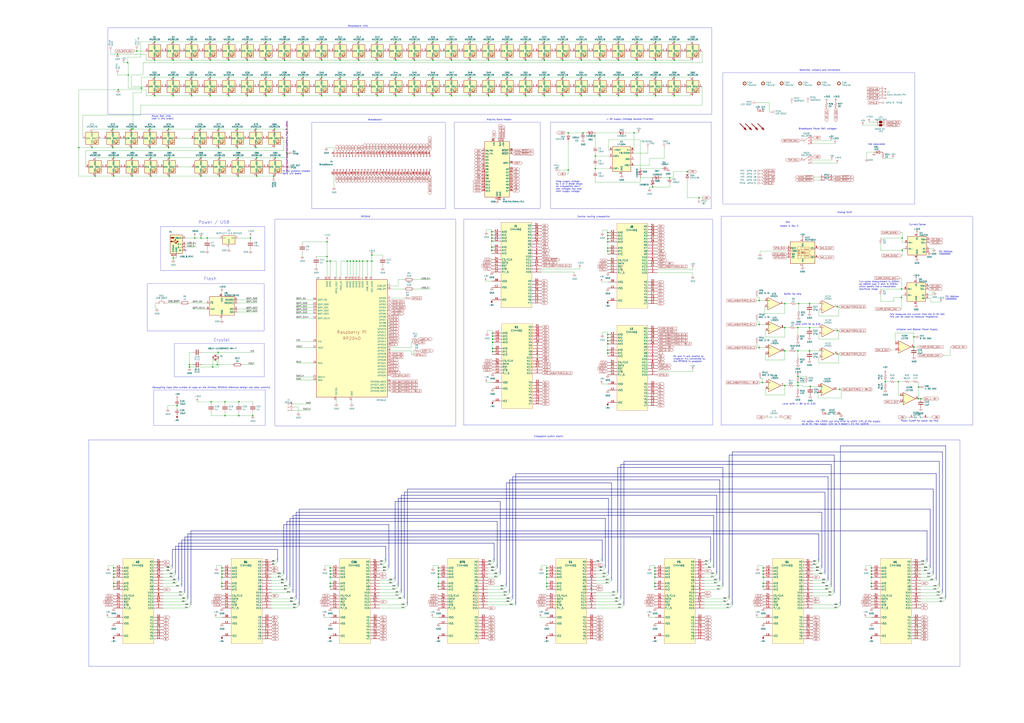
<source format=kicad_sch>
(kicad_sch (version 20231120) (generator "eeschema") (generator_version "8.0")
  (paper "A1")
  (lib_symbols
    (symbol "+9V_1" (power) (pin_names (offset 0))
      (property "Value" "+9V_1" (at 0 3.556 0))
      (symbol "+9V_1_1_1"
        (pin power_in line (at 0 0 90) (length 0) hide (name "+9V") (number "1"))
      )
    )
    (symbol "+9V_10" (power) (pin_names (offset 0))
      (property "Value" "+9V_10" (at 0 3.556 0))
      (symbol "+9V_10_1_1"
        (pin power_in line (at 0 0 90) (length 0) hide (name "+9V") (number "1"))
      )
    )
    (symbol "+9V_11" (power) (pin_names (offset 0))
      (property "Value" "+9V_11" (at 0 3.556 0))
      (symbol "+9V_11_1_1"
        (pin power_in line (at 0 0 90) (length 0) hide (name "+9V") (number "1"))
      )
    )
    (symbol "+9V_12" (power) (pin_names (offset 0))
      (property "Value" "+9V_12" (at 0 3.556 0))
      (symbol "+9V_12_1_1"
        (pin power_in line (at 0 0 90) (length 0) hide (name "+9V") (number "1"))
      )
    )
    (symbol "+9V_2" (power) (pin_names (offset 0))
      (property "Value" "+9V_2" (at 0 3.556 0))
      (symbol "+9V_2_1_1"
        (pin power_in line (at 0 0 90) (length 0) hide (name "+9V") (number "1"))
      )
    )
    (symbol "+9V_3" (power) (pin_names (offset 0))
      (property "Value" "+9V_3" (at 0 3.556 0))
      (symbol "+9V_3_1_1"
        (pin power_in line (at 0 0 90) (length 0) hide (name "+9V") (number "1"))
      )
    )
    (symbol "+9V_4" (power) (pin_names (offset 0))
      (property "Value" "+9V_4" (at 0 3.556 0))
      (symbol "+9V_4_1_1"
        (pin power_in line (at 0 0 90) (length 0) hide (name "+9V") (number "1"))
      )
    )
    (symbol "+9V_5" (power) (pin_names (offset 0))
      (property "Value" "+9V_5" (at 0 3.556 0))
      (symbol "+9V_5_1_1"
        (pin power_in line (at 0 0 90) (length 0) hide (name "+9V") (number "1"))
      )
    )
    (symbol "+9V_6" (power) (pin_names (offset 0))
      (property "Value" "+9V_6" (at 0 3.556 0))
      (symbol "+9V_6_1_1"
        (pin power_in line (at 0 0 90) (length 0) hide (name "+9V") (number "1"))
      )
    )
    (symbol "+9V_7" (power) (pin_names (offset 0))
      (property "Value" "+9V_7" (at 0 3.556 0))
      (symbol "+9V_7_1_1"
        (pin power_in line (at 0 0 90) (length 0) hide (name "+9V") (number "1"))
      )
    )
    (symbol "+9V_8" (power) (pin_names (offset 0))
      (property "Value" "+9V_8" (at 0 3.556 0))
      (symbol "+9V_8_1_1"
        (pin power_in line (at 0 0 90) (length 0) hide (name "+9V") (number "1"))
      )
    )
    (symbol "+9V_9" (power) (pin_names (offset 0))
      (property "Value" "+9V_9" (at 0 3.556 0))
      (symbol "+9V_9_1_1"
        (pin power_in line (at 0 0 90) (length 0) hide (name "+9V") (number "1"))
      )
    )
    (symbol "-9V_1" (power) (pin_names (offset 0))
      (property "Value" "-9V_1" (at 0 3.81 0))
      (symbol "-9V_1_1_1"
        (pin power_in line (at 0 0 90) (length 0) hide (name "-9V") (number "1"))
      )
    )
    (symbol "-9V_10" (power) (pin_names (offset 0))
      (property "Value" "-9V_10" (at 0 3.81 0))
      (symbol "-9V_10_1_1"
        (pin power_in line (at 0 0 90) (length 0) hide (name "-9V") (number "1"))
      )
    )
    (symbol "-9V_11" (power) (pin_names (offset 0))
      (property "Value" "-9V_11" (at 0 3.81 0))
      (symbol "-9V_11_1_1"
        (pin power_in line (at 0 0 90) (length 0) hide (name "-9V") (number "1"))
      )
    )
    (symbol "-9V_12" (power) (pin_names (offset 0))
      (property "Value" "-9V_12" (at 0 3.81 0))
      (symbol "-9V_12_1_1"
        (pin power_in line (at 0 0 90) (length 0) hide (name "-9V") (number "1"))
      )
    )
    (symbol "-9V_2" (power) (pin_names (offset 0))
      (property "Value" "-9V_2" (at 0 3.81 0))
      (symbol "-9V_2_1_1"
        (pin power_in line (at 0 0 90) (length 0) hide (name "-9V") (number "1"))
      )
    )
    (symbol "-9V_3" (power) (pin_names (offset 0))
      (property "Value" "-9V_3" (at 0 3.81 0))
      (symbol "-9V_3_1_1"
        (pin power_in line (at 0 0 90) (length 0) hide (name "-9V") (number "1"))
      )
    )
    (symbol "-9V_4" (power) (pin_names (offset 0))
      (property "Value" "-9V_4" (at 0 3.81 0))
      (symbol "-9V_4_1_1"
        (pin power_in line (at 0 0 90) (length 0) hide (name "-9V") (number "1"))
      )
    )
    (symbol "-9V_5" (power) (pin_names (offset 0))
      (property "Value" "-9V_5" (at 0 3.81 0))
      (symbol "-9V_5_1_1"
        (pin power_in line (at 0 0 90) (length 0) hide (name "-9V") (number "1"))
      )
    )
    (symbol "-9V_6" (power) (pin_names (offset 0))
      (property "Value" "-9V_6" (at 0 3.81 0))
      (symbol "-9V_6_1_1"
        (pin power_in line (at 0 0 90) (length 0) hide (name "-9V") (number "1"))
      )
    )
    (symbol "-9V_7" (power) (pin_names (offset 0))
      (property "Value" "-9V_7" (at 0 3.81 0))
      (symbol "-9V_7_1_1"
        (pin power_in line (at 0 0 90) (length 0) hide (name "-9V") (number "1"))
      )
    )
    (symbol "-9V_8" (power) (pin_names (offset 0))
      (property "Value" "-9V_8" (at 0 3.81 0))
      (symbol "-9V_8_1_1"
        (pin power_in line (at 0 0 90) (length 0) hide (name "-9V") (number "1"))
      )
    )
    (symbol "-9V_9" (power) (pin_names (offset 0))
      (property "Value" "-9V_9" (at 0 3.81 0))
      (symbol "-9V_9_1_1"
        (pin power_in line (at 0 0 90) (length 0) hide (name "-9V") (number "1"))
      )
    )
    (symbol "Amplifier_Operational:L272D" (pin_names (offset 0.127))
      (property "Reference" "U" (at 0 5.08 0))
      (property "Value" "L272D" (at 0 -5.08 0))
      (symbol "L272D_1_1"
        (pin no_connect line (at -2.54 -2.54 90) (length 2.54) hide (name "NC") (number "1"))
        (pin input line (at -7.62 2.54 0) (length 2.54) (name "+") (number "13"))
        (pin input line (at -7.62 -2.54 0) (length 2.54) (name "-") (number "14"))
        (pin no_connect line (at 0 -2.54 90) (length 2.54) hide (name "NC") (number "2"))
        (pin output line (at 7.62 0 180) (length 2.54) (name "~") (number "3"))
        (pin no_connect line (at -2.54 2.54 90) (length 2.54) hide (name "NC") (number "7"))
        (pin no_connect line (at 0 2.54 90) (length 2.54) hide (name "NC") (number "8"))
      )
      (symbol "L272D_2_1"
        (pin no_connect line (at 0 -2.54 270) (length 2.54) hide (name "NC") (number "10"))
        (pin input line (at -7.62 -2.54 0) (length 2.54) (name "-") (number "11"))
        (pin input line (at -7.62 2.54 0) (length 2.54) (name "+") (number "12"))
        (pin no_connect line (at -2.54 2.54 270) (length 2.54) hide (name "NC") (number "15"))
        (pin no_connect line (at 0 2.54 270) (length 2.54) hide (name "NC") (number "16"))
        (pin output line (at 7.62 0 180) (length 2.54) (name "~") (number "5"))
        (pin no_connect line (at -2.54 -2.54 270) (length 2.54) hide (name "NC") (number "9"))
      )
      (symbol "L272D_3_1"
        (pin power_in line (at -2.54 7.62 270) (length 3.81) (name "V+") (number "4"))
        (pin power_in line (at -2.54 -7.62 90) (length 3.81) (name "V-") (number "6"))
      )
    )
    (symbol "Amplifier_Operational:LM324" (pin_names (offset 0.127))
      (property "Reference" "U" (at 0 5.08 0))
      (property "Value" "LM324" (at 0 -5.08 0))
      (symbol "LM324_1_1"
        (pin output line (at 7.62 0 180) (length 2.54) (name "~") (number "1"))
        (pin input line (at -7.62 -2.54 0) (length 2.54) (name "-") (number "2"))
        (pin input line (at -7.62 2.54 0) (length 2.54) (name "+") (number "3"))
      )
      (symbol "LM324_2_1"
        (pin input line (at -7.62 2.54 0) (length 2.54) (name "+") (number "5"))
        (pin input line (at -7.62 -2.54 0) (length 2.54) (name "-") (number "6"))
        (pin output line (at 7.62 0 180) (length 2.54) (name "~") (number "7"))
      )
      (symbol "LM324_3_1"
        (pin input line (at -7.62 2.54 0) (length 2.54) (name "+") (number "10"))
        (pin output line (at 7.62 0 180) (length 2.54) (name "~") (number "8"))
        (pin input line (at -7.62 -2.54 0) (length 2.54) (name "-") (number "9"))
      )
      (symbol "LM324_4_1"
        (pin input line (at -7.62 2.54 0) (length 2.54) (name "+") (number "12"))
        (pin input line (at -7.62 -2.54 0) (length 2.54) (name "-") (number "13"))
        (pin output line (at 7.62 0 180) (length 2.54) (name "~") (number "14"))
      )
      (symbol "LM324_5_1"
        (pin power_in line (at -2.54 -7.62 90) (length 3.81) (name "V-") (number "11"))
        (pin power_in line (at -2.54 7.62 270) (length 3.81) (name "V+") (number "4"))
      )
    )
    (symbol "Analog_DAC:MCP4725xxx-xCH"
      (property "Reference" "U" (at -6.35 6.35 0))
      (property "Value" "MCP4725xxx-xCH" (at 8.89 6.35 0))
      (symbol "MCP4725xxx-xCH_1_1"
        (pin output line (at 10.16 0 180) (length 2.54) (name "VOUT") (number "1"))
        (pin power_in line (at 0 -7.62 90) (length 2.54) (name "VSS") (number "2"))
        (pin power_in line (at 0 7.62 270) (length 2.54) (name "VDD") (number "3"))
        (pin bidirectional line (at -10.16 0 0) (length 2.54) (name "SDA") (number "4"))
        (pin input line (at -10.16 2.54 0) (length 2.54) (name "SCL") (number "5"))
        (pin input line (at -10.16 -2.54 0) (length 2.54) (name "A0") (number "6"))
      )
    )
    (symbol "Analog_DAC:MCP4822" (pin_names (offset 1.016))
      (property "Reference" "U" (at -2.54 10.795 0))
      (property "Value" "MCP4822" (at -2.54 8.89 0))
      (symbol "MCP4822_0_0"
        (text "CNTRL" (at -2.032 -4.191 900) (effects (font (size 1.27 1.27)) (justify left bottom)))
        (text "DAC" (at 3.81 -3.81 0) (effects (font (size 1.27 1.27))))
        (text "DAC" (at 3.81 1.27 0) (effects (font (size 1.27 1.27))))
      )
      (symbol "MCP4822_1_1"
        (pin power_in line (at 0 10.16 270) (length 2.54) (name "Vdd") (number "1"))
        (pin input line (at -12.7 -5.08 0) (length 2.54) (name "~{CS}") (number "2"))
        (pin input clock (at -12.7 2.54 0) (length 2.54) (name "SCK") (number "3"))
        (pin input line (at -12.7 -2.54 0) (length 2.54) (name "SDI") (number "4"))
        (pin input line (at -12.7 0 0) (length 2.54) (name "~{LDAC}") (number "5"))
        (pin output line (at 12.7 -5.08 180) (length 2.54) (name "VB") (number "6"))
        (pin power_in line (at 0 -12.7 90) (length 2.54) (name "Vss") (number "7"))
        (pin output line (at 12.7 2.54 180) (length 2.54) (name "VA") (number "8"))
      )
    )
    (symbol "Connector:Breadboard" (pin_names (offset 1.016) hide)
      (property "Reference" "J" (at 0 43.18 0))
      (property "Value" "Connector_Breadboard" (at 0 -43.18 0))
      (symbol "Breadboard_1_1"
        (pin passive line (at 5.08 40.64 180) (length 3.81) (name "Pin_0") (number "0"))
        (pin passive line (at 5.08 38.1 180) (length 3.81) (name "Pin_1") (number "1"))
        (pin passive line (at 5.08 15.24 180) (length 3.81) (name "Pin_10") (number "10"))
        (pin passive line (at 5.08 12.7 180) (length 3.81) (name "Pin_11") (number "11"))
        (pin passive line (at 5.08 10.16 180) (length 3.81) (name "Pin_12") (number "12"))
        (pin passive line (at 5.08 7.62 180) (length 3.81) (name "Pin_13") (number "13"))
        (pin passive line (at 5.08 5.08 180) (length 3.81) (name "Pin_14") (number "14"))
        (pin passive line (at 5.08 2.54 180) (length 3.81) (name "Pin_15") (number "15"))
        (pin passive line (at 5.08 0 180) (length 3.81) (name "Pin_16") (number "16"))
        (pin passive line (at 5.08 -2.54 180) (length 3.81) (name "Pin_17") (number "17"))
        (pin passive line (at 5.08 -5.08 180) (length 3.81) (name "Pin_18") (number "18"))
        (pin passive line (at 5.08 -7.62 180) (length 3.81) (name "Pin_19") (number "19"))
        (pin passive line (at 5.08 35.56 180) (length 3.81) (name "Pin_2") (number "2"))
        (pin passive line (at 5.08 -10.16 180) (length 3.81) (name "Pin_20") (number "20"))
        (pin passive line (at 5.08 -12.7 180) (length 3.81) (name "Pin_21") (number "21"))
        (pin passive line (at 5.08 -15.24 180) (length 3.81) (name "Pin_22") (number "22"))
        (pin passive line (at 5.08 -17.78 180) (length 3.81) (name "Pin_23") (number "23"))
        (pin passive line (at 5.08 -20.32 180) (length 3.81) (name "Pin_24") (number "24"))
        (pin passive line (at 5.08 -22.86 180) (length 3.81) (name "Pin_25") (number "25"))
        (pin passive line (at 5.08 -25.4 180) (length 3.81) (name "Pin_26") (number "26"))
        (pin passive line (at 5.08 -27.94 180) (length 3.81) (name "Pin_27") (number "27"))
        (pin passive line (at 5.08 -30.48 180) (length 3.81) (name "Pin_28") (number "28"))
        (pin passive line (at 5.08 -33.02 180) (length 3.81) (name "Pin_29") (number "29"))
        (pin passive line (at 5.08 33.02 180) (length 3.81) (name "Pin_3") (number "3"))
        (pin passive line (at 5.08 -35.56 180) (length 3.81) (name "Pin_30") (number "30"))
        (pin passive line (at 5.08 -38.1 180) (length 3.81) (name "Pin_31") (number "31"))
        (pin passive line (at -15.24 40.64 0) (length 3.81) (name "Pin_0") (number "32"))
        (pin passive line (at -15.24 38.1 0) (length 3.81) (name "Pin_1") (number "33"))
        (pin passive line (at -15.24 35.56 0) (length 3.81) (name "Pin_2") (number "34"))
        (pin passive line (at -15.24 33.02 0) (length 3.81) (name "Pin_3") (number "35"))
        (pin passive line (at -15.24 30.48 0) (length 3.81) (name "Pin_4") (number "36"))
        (pin passive line (at -15.24 27.94 0) (length 3.81) (name "Pin_5") (number "37"))
        (pin passive line (at -15.24 25.4 0) (length 3.81) (name "Pin_6") (number "38"))
        (pin passive line (at -15.24 22.86 0) (length 3.81) (name "Pin_7") (number "39"))
        (pin passive line (at 5.08 30.48 180) (length 3.81) (name "Pin_4") (number "4"))
        (pin passive line (at -15.24 20.32 0) (length 3.81) (name "Pin_8") (number "40"))
        (pin passive line (at -15.24 17.78 0) (length 3.81) (name "Pin_9") (number "41"))
        (pin passive line (at -15.24 15.24 0) (length 3.81) (name "Pin_10") (number "42"))
        (pin passive line (at -15.24 12.7 0) (length 3.81) (name "Pin_11") (number "43"))
        (pin passive line (at -15.24 10.16 0) (length 3.81) (name "Pin_12") (number "44"))
        (pin passive line (at -15.24 7.62 0) (length 3.81) (name "Pin_13") (number "45"))
        (pin passive line (at -15.24 5.08 0) (length 3.81) (name "Pin_14") (number "46"))
        (pin passive line (at -15.24 2.54 0) (length 3.81) (name "Pin_15") (number "47"))
        (pin passive line (at -15.24 0 0) (length 3.81) (name "Pin_16") (number "48"))
        (pin passive line (at -15.24 -2.54 0) (length 3.81) (name "Pin_17") (number "49"))
        (pin passive line (at 5.08 27.94 180) (length 3.81) (name "Pin_5") (number "5"))
        (pin passive line (at -15.24 -5.08 0) (length 3.81) (name "Pin_18") (number "50"))
        (pin passive line (at -15.24 -7.62 0) (length 3.81) (name "Pin_19") (number "51"))
        (pin passive line (at -15.24 -10.16 0) (length 3.81) (name "Pin_20") (number "52"))
        (pin passive line (at -15.24 -12.7 0) (length 3.81) (name "Pin_21") (number "53"))
        (pin passive line (at -15.24 -15.24 0) (length 3.81) (name "Pin_22") (number "54"))
        (pin passive line (at -15.24 -17.78 0) (length 3.81) (name "Pin_23") (number "55"))
        (pin passive line (at -15.24 -20.32 0) (length 3.81) (name "Pin_24") (number "56"))
        (pin passive line (at -15.24 -22.86 0) (length 3.81) (name "Pin_25") (number "57"))
        (pin passive line (at -15.24 -25.4 0) (length 3.81) (name "Pin_26") (number "58"))
        (pin passive line (at -15.24 -27.94 0) (length 3.81) (name "Pin_27") (number "59"))
        (pin passive line (at 5.08 25.4 180) (length 3.81) (name "Pin_6") (number "6"))
        (pin passive line (at -15.24 -30.48 0) (length 3.81) (name "Pin_28") (number "60"))
        (pin passive line (at -15.24 -33.02 0) (length 3.81) (name "Pin_29") (number "61"))
        (pin passive line (at -15.24 -35.56 0) (length 3.81) (name "Pin_30") (number "62"))
        (pin passive line (at -15.24 -38.1 0) (length 3.81) (name "Pin_31") (number "63"))
        (pin passive line (at 5.08 22.86 180) (length 3.81) (name "Pin_7") (number "7"))
        (pin passive line (at 5.08 20.32 180) (length 3.81) (name "Pin_8") (number "8"))
        (pin passive line (at 5.08 17.78 180) (length 3.81) (name "Pin_9") (number "9"))
      )
    )
    (symbol "Connector:Conn_01x01_Pin" (pin_names (offset 1.016) hide)
      (property "Reference" "J" (at 0 2.54 0))
      (property "Value" "Conn_01x01_Pin" (at 0 -2.54 0))
      (symbol "Conn_01x01_Pin_1_1"
        (pin passive line (at 5.08 0 180) (length 3.81) (name "Pin_1") (number "1"))
      )
    )
    (symbol "Connector:Conn_01x03_Socket" (pin_names (offset 1.016) hide)
      (property "Reference" "J" (at 0 5.08 0))
      (property "Value" "Conn_01x03_Socket" (at 0 -5.08 0))
      (symbol "Conn_01x03_Socket_1_1"
        (pin passive line (at -5.08 2.54 0) (length 3.81) (name "Pin_1") (number "1"))
        (pin passive line (at -5.08 0 0) (length 3.81) (name "Pin_2") (number "2"))
        (pin passive line (at -5.08 -2.54 0) (length 3.81) (name "Pin_3") (number "3"))
      )
    )
    (symbol "Connector:Conn_01x04_Pin" (pin_names (offset 1.016) hide)
      (property "Reference" "J" (at 0 5.08 0))
      (property "Value" "Conn_01x04_Pin" (at 0 -7.62 0))
      (symbol "Conn_01x04_Pin_1_1"
        (pin passive line (at 5.08 2.54 180) (length 3.81) (name "Pin_1") (number "1"))
        (pin passive line (at 5.08 0 180) (length 3.81) (name "Pin_2") (number "2"))
        (pin passive line (at 5.08 -2.54 180) (length 3.81) (name "Pin_3") (number "3"))
        (pin passive line (at 5.08 -5.08 180) (length 3.81) (name "Pin_4") (number "4"))
      )
    )
    (symbol "Connector:TestPoint" (pin_numbers hide) (pin_names (offset 0.762) hide)
      (property "Reference" "TP" (at 0 6.858 0))
      (property "Value" "TestPoint" (at 0 5.08 0))
      (symbol "TestPoint_1_1"
        (pin passive line (at 0 0 90) (length 2.54) (name "1") (number "1"))
      )
    )
    (symbol "Connector:USB_B_Micro" (pin_names (offset 1.016))
      (property "Reference" "J" (at -5.08 11.43 0))
      (property "Value" "USB_B_Micro" (at -5.08 8.89 0))
      (symbol "USB_B_Micro_1_1"
        (pin power_out line (at 7.62 5.08 180) (length 2.54) (name "VBUS") (number "1"))
        (pin bidirectional line (at 7.62 -2.54 180) (length 2.54) (name "D-") (number "2"))
        (pin bidirectional line (at 7.62 0 180) (length 2.54) (name "D+") (number "3"))
        (pin passive line (at 7.62 -5.08 180) (length 2.54) (name "ID") (number "4"))
        (pin power_out line (at 0 -10.16 90) (length 2.54) (name "GND") (number "5"))
        (pin passive line (at -2.54 -10.16 90) (length 2.54) (name "Shield") (number "6"))
      )
    )
    (symbol "Connector_Generic:Conn_01x02" (pin_names (offset 1.016) hide)
      (property "Reference" "J" (at 0 2.54 0))
      (property "Value" "Conn_01x02" (at 0 -5.08 0))
      (symbol "Conn_01x02_1_1"
        (pin passive line (at -5.08 0 0) (length 3.81) (name "Pin_1") (number "1"))
        (pin passive line (at -5.08 -2.54 0) (length 3.81) (name "Pin_2") (number "2"))
      )
    )
    (symbol "Device:C" (pin_numbers hide) (pin_names (offset 0.254))
      (property "Reference" "C" (at 0.635 2.54 0))
      (property "Value" "C" (at 0.635 -2.54 0))
      (symbol "C_1_1"
        (pin passive line (at 0 3.81 270) (length 2.794) (name "~") (number "1"))
        (pin passive line (at 0 -3.81 90) (length 2.794) (name "~") (number "2"))
      )
    )
    (symbol "Device:CP1_Small" (pin_numbers hide) (pin_names (offset 0.254) hide)
      (property "Reference" "C" (at 0.254 1.778 0))
      (property "Value" "Device_CP1_Small" (at 0.254 -2.032 0))
      (symbol "CP1_Small_1_1"
        (pin passive line (at 0 2.54 270) (length 2.032) (name "~") (number "1"))
        (pin passive line (at 0 -2.54 90) (length 2.032) (name "~") (number "2"))
      )
    )
    (symbol "Device:C_Small" (pin_numbers hide) (pin_names (offset 0.254) hide)
      (property "Reference" "C" (at 0.254 1.778 0))
      (property "Value" "Device_C_Small" (at 0.254 -2.032 0))
      (symbol "C_Small_1_1"
        (pin passive line (at 0 2.54 270) (length 2.032) (name "~") (number "1"))
        (pin passive line (at 0 -2.54 90) (length 2.032) (name "~") (number "2"))
      )
    )
    (symbol "Device:Crystal_GND24_Small" (pin_names (offset 1.016) hide)
      (property "Reference" "Y" (at 1.27 4.445 0))
      (property "Value" "Crystal_GND24_Small" (at 1.27 2.54 0))
      (symbol "Crystal_GND24_Small_1_1"
        (pin passive line (at -2.54 0 0) (length 1.27) (name "1") (number "1"))
        (pin passive line (at 0 -2.54 90) (length 0.635) (name "2") (number "2"))
        (pin passive line (at 2.54 0 180) (length 1.27) (name "3") (number "3"))
        (pin passive line (at 0 2.54 270) (length 0.635) (name "4") (number "4"))
      )
    )
    (symbol "Device:LED" (pin_numbers hide) (pin_names (offset 1.016) hide)
      (property "Reference" "D" (at 0 2.54 0))
      (property "Value" "LED" (at 0 -2.54 0))
      (symbol "LED_1_1"
        (pin passive line (at -3.81 0 0) (length 2.54) (name "K") (number "1"))
        (pin passive line (at 3.81 0 180) (length 2.54) (name "A") (number "2"))
      )
    )
    (symbol "Device:Polyfuse_Small" (pin_numbers hide) (pin_names (offset 0))
      (property "Reference" "F" (at -1.905 0 90))
      (property "Value" "Polyfuse_Small" (at 1.905 0 90))
      (symbol "Polyfuse_Small_1_1"
        (pin passive line (at 0 2.54 270) (length 0.635) (name "~") (number "1"))
        (pin passive line (at 0 -2.54 90) (length 0.635) (name "~") (number "2"))
      )
    )
    (symbol "Device:R" (pin_numbers hide) (pin_names (offset 0))
      (property "Reference" "R" (at 2.032 0 90))
      (property "Value" "R" (at 0 0 90))
      (symbol "R_1_1"
        (pin passive line (at 0 3.81 270) (length 1.27) (name "~") (number "1"))
        (pin passive line (at 0 -3.81 90) (length 1.27) (name "~") (number "2"))
      )
    )
    (symbol "Device:R_Small_US" (pin_numbers hide) (pin_names (offset 0.254) hide)
      (property "Reference" "R" (at 0.762 0.508 0))
      (property "Value" "Device_R_Small_US" (at 0.762 -1.016 0))
      (symbol "R_Small_US_1_1"
        (pin passive line (at 0 2.54 270) (length 1.016) (name "~") (number "1"))
        (pin passive line (at 0 -2.54 90) (length 1.016) (name "~") (number "2"))
      )
    )
    (symbol "Diode:1N4148W" (pin_numbers hide) (pin_names hide)
      (property "Reference" "D" (at 0 2.54 0))
      (property "Value" "1N4148W" (at 0 -2.54 0))
      (symbol "1N4148W_1_1"
        (pin passive line (at -3.81 0 0) (length 2.54) (name "K") (number "1"))
        (pin passive line (at 3.81 0 180) (length 2.54) (name "A") (number "2"))
      )
    )
    (symbol "Diode:1N5819" (pin_numbers hide) (pin_names (offset 1.016) hide)
      (property "Reference" "D" (at 0 2.54 0))
      (property "Value" "1N5819" (at 0 -2.54 0))
      (symbol "1N5819_1_1"
        (pin passive line (at -3.81 0 0) (length 2.54) (name "K") (number "1"))
        (pin passive line (at 3.81 0 180) (length 2.54) (name "A") (number "2"))
      )
    )
    (symbol "GND_10" (power) (pin_names (offset 0))
      (property "Value" "GND_10" (at 0 -3.81 0))
      (symbol "GND_10_1_1"
        (pin power_in line (at 0 0 270) (length 0) hide (name "GND") (number "1"))
      )
    )
    (symbol "GND_11" (power) (pin_names (offset 0))
      (property "Value" "GND_11" (at 0 -3.81 0))
      (symbol "GND_11_1_1"
        (pin power_in line (at 0 0 270) (length 0) hide (name "GND") (number "1"))
      )
    )
    (symbol "GND_12" (power) (pin_names (offset 0))
      (property "Value" "GND_12" (at 0 -3.81 0))
      (symbol "GND_12_1_1"
        (pin power_in line (at 0 0 270) (length 0) hide (name "GND") (number "1"))
      )
    )
    (symbol "GND_13" (power) (pin_names (offset 0))
      (property "Value" "GND_13" (at 0 -3.81 0))
      (symbol "GND_13_1_1"
        (pin power_in line (at 0 0 270) (length 0) hide (name "GND") (number "1"))
      )
    )
    (symbol "GND_14" (power) (pin_names (offset 0))
      (property "Value" "GND_14" (at 0 -3.81 0))
      (symbol "GND_14_1_1"
        (pin power_in line (at 0 0 270) (length 0) hide (name "GND") (number "1"))
      )
    )
    (symbol "GND_15" (power) (pin_names (offset 0))
      (property "Value" "GND_15" (at 0 -3.81 0))
      (symbol "GND_15_1_1"
        (pin power_in line (at 0 0 270) (length 0) hide (name "GND") (number "1"))
      )
    )
    (symbol "GND_16" (power) (pin_names (offset 0))
      (property "Value" "GND_16" (at 0 -3.81 0))
      (symbol "GND_16_1_1"
        (pin power_in line (at 0 0 270) (length 0) hide (name "GND") (number "1"))
      )
    )
    (symbol "GND_17" (power) (pin_names (offset 0))
      (property "Value" "GND_17" (at 0 -3.81 0))
      (symbol "GND_17_1_1"
        (pin power_in line (at 0 0 270) (length 0) hide (name "GND") (number "1"))
      )
    )
    (symbol "GND_18" (power) (pin_names (offset 0))
      (property "Value" "GND_18" (at 0 -3.81 0))
      (symbol "GND_18_1_1"
        (pin power_in line (at 0 0 270) (length 0) hide (name "GND") (number "1"))
      )
    )
    (symbol "GND_19" (power) (pin_names (offset 0))
      (property "Value" "GND_19" (at 0 -3.81 0))
      (symbol "GND_19_1_1"
        (pin power_in line (at 0 0 270) (length 0) hide (name "GND") (number "1"))
      )
    )
    (symbol "GND_20" (power) (pin_names (offset 0))
      (property "Value" "GND_20" (at 0 -3.81 0))
      (symbol "GND_20_1_1"
        (pin power_in line (at 0 0 270) (length 0) hide (name "GND") (number "1"))
      )
    )
    (symbol "GND_21" (power) (pin_names (offset 0))
      (property "Value" "GND_21" (at 0 -3.81 0))
      (symbol "GND_21_1_1"
        (pin power_in line (at 0 0 270) (length 0) hide (name "GND") (number "1"))
      )
    )
    (symbol "GND_22" (power) (pin_names (offset 0))
      (property "Value" "GND_22" (at 0 -3.81 0))
      (symbol "GND_22_1_1"
        (pin power_in line (at 0 0 270) (length 0) hide (name "GND") (number "1"))
      )
    )
    (symbol "GND_23" (power) (pin_names (offset 0))
      (property "Value" "GND_23" (at 0 -3.81 0))
      (symbol "GND_23_1_1"
        (pin power_in line (at 0 0 270) (length 0) hide (name "GND") (number "1"))
      )
    )
    (symbol "GND_24" (power) (pin_names (offset 0))
      (property "Value" "GND_24" (at 0 -3.81 0))
      (symbol "GND_24_1_1"
        (pin power_in line (at 0 0 270) (length 0) hide (name "GND") (number "1"))
      )
    )
    (symbol "GND_25" (power) (pin_names (offset 0))
      (property "Value" "GND_25" (at 0 -3.81 0))
      (symbol "GND_25_1_1"
        (pin power_in line (at 0 0 270) (length 0) hide (name "GND") (number "1"))
      )
    )
    (symbol "GND_26" (power) (pin_names (offset 0))
      (property "Value" "GND_26" (at 0 -3.81 0))
      (symbol "GND_26_1_1"
        (pin power_in line (at 0 0 270) (length 0) hide (name "GND") (number "1"))
      )
    )
    (symbol "GND_27" (power) (pin_names (offset 0))
      (property "Value" "GND_27" (at 0 -3.81 0))
      (symbol "GND_27_1_1"
        (pin power_in line (at 0 0 270) (length 0) hide (name "GND") (number "1"))
      )
    )
    (symbol "GND_28" (power) (pin_names (offset 0))
      (property "Value" "GND_28" (at 0 -3.81 0))
      (symbol "GND_28_1_1"
        (pin power_in line (at 0 0 270) (length 0) hide (name "GND") (number "1"))
      )
    )
    (symbol "GND_29" (power) (pin_names (offset 0))
      (property "Value" "GND_29" (at 0 -3.81 0))
      (symbol "GND_29_1_1"
        (pin power_in line (at 0 0 270) (length 0) hide (name "GND") (number "1"))
      )
    )
    (symbol "GND_3" (power) (pin_names (offset 0))
      (property "Value" "GND_3" (at 0 -3.81 0))
      (symbol "GND_3_1_1"
        (pin power_in line (at 0 0 270) (length 0) hide (name "GND") (number "1"))
      )
    )
    (symbol "GND_30" (power) (pin_names (offset 0))
      (property "Value" "GND_30" (at 0 -3.81 0))
      (symbol "GND_30_1_1"
        (pin power_in line (at 0 0 270) (length 0) hide (name "GND") (number "1"))
      )
    )
    (symbol "GND_31" (power) (pin_names (offset 0))
      (property "Value" "GND_31" (at 0 -3.81 0))
      (symbol "GND_31_1_1"
        (pin power_in line (at 0 0 270) (length 0) hide (name "GND") (number "1"))
      )
    )
    (symbol "GND_32" (power) (pin_names (offset 0))
      (property "Value" "GND_32" (at 0 -3.81 0))
      (symbol "GND_32_1_1"
        (pin power_in line (at 0 0 270) (length 0) hide (name "GND") (number "1"))
      )
    )
    (symbol "GND_33" (power) (pin_names (offset 0))
      (property "Value" "GND_33" (at 0 -3.81 0))
      (symbol "GND_33_1_1"
        (pin power_in line (at 0 0 270) (length 0) hide (name "GND") (number "1"))
      )
    )
    (symbol "GND_34" (power) (pin_names (offset 0))
      (property "Value" "GND_34" (at 0 -3.81 0))
      (symbol "GND_34_1_1"
        (pin power_in line (at 0 0 270) (length 0) hide (name "GND") (number "1"))
      )
    )
    (symbol "GND_35" (power) (pin_names (offset 0))
      (property "Value" "GND_35" (at 0 -3.81 0))
      (symbol "GND_35_1_1"
        (pin power_in line (at 0 0 270) (length 0) hide (name "GND") (number "1"))
      )
    )
    (symbol "GND_36" (power) (pin_names (offset 0))
      (property "Value" "GND_36" (at 0 -3.81 0))
      (symbol "GND_36_1_1"
        (pin power_in line (at 0 0 270) (length 0) hide (name "GND") (number "1"))
      )
    )
    (symbol "GND_37" (power) (pin_names (offset 0))
      (property "Value" "GND_37" (at 0 -3.81 0))
      (symbol "GND_37_1_1"
        (pin power_in line (at 0 0 270) (length 0) hide (name "GND") (number "1"))
      )
    )
    (symbol "GND_38" (power) (pin_names (offset 0))
      (property "Value" "GND_38" (at 0 -3.81 0))
      (symbol "GND_38_1_1"
        (pin power_in line (at 0 0 270) (length 0) hide (name "GND") (number "1"))
      )
    )
    (symbol "GND_39" (power) (pin_names (offset 0))
      (property "Value" "GND_39" (at 0 -3.81 0))
      (symbol "GND_39_1_1"
        (pin power_in line (at 0 0 270) (length 0) hide (name "GND") (number "1"))
      )
    )
    (symbol "GND_4" (power) (pin_names (offset 0))
      (property "Value" "GND_4" (at 0 -3.81 0))
      (symbol "GND_4_1_1"
        (pin power_in line (at 0 0 270) (length 0) hide (name "GND") (number "1"))
      )
    )
    (symbol "GND_40" (power) (pin_names (offset 0))
      (property "Value" "GND_40" (at 0 -3.81 0))
      (symbol "GND_40_1_1"
        (pin power_in line (at 0 0 270) (length 0) hide (name "GND") (number "1"))
      )
    )
    (symbol "GND_41" (power) (pin_names (offset 0))
      (property "Value" "GND_41" (at 0 -3.81 0))
      (symbol "GND_41_1_1"
        (pin power_in line (at 0 0 270) (length 0) hide (name "GND") (number "1"))
      )
    )
    (symbol "GND_42" (power) (pin_names (offset 0))
      (property "Value" "GND_42" (at 0 -3.81 0))
      (symbol "GND_42_1_1"
        (pin power_in line (at 0 0 270) (length 0) hide (name "GND") (number "1"))
      )
    )
    (symbol "GND_43" (power) (pin_names (offset 0))
      (property "Value" "GND_43" (at 0 -3.81 0))
      (symbol "GND_43_1_1"
        (pin power_in line (at 0 0 270) (length 0) hide (name "GND") (number "1"))
      )
    )
    (symbol "GND_44" (power) (pin_names (offset 0))
      (property "Value" "GND_44" (at 0 -3.81 0))
      (symbol "GND_44_1_1"
        (pin power_in line (at 0 0 270) (length 0) hide (name "GND") (number "1"))
      )
    )
    (symbol "GND_45" (power) (pin_names (offset 0))
      (property "Value" "GND_45" (at 0 -3.81 0))
      (symbol "GND_45_1_1"
        (pin power_in line (at 0 0 270) (length 0) hide (name "GND") (number "1"))
      )
    )
    (symbol "GND_46" (power) (pin_names (offset 0))
      (property "Value" "GND_46" (at 0 -3.81 0))
      (symbol "GND_46_1_1"
        (pin power_in line (at 0 0 270) (length 0) hide (name "GND") (number "1"))
      )
    )
    (symbol "GND_47" (power) (pin_names (offset 0))
      (property "Value" "GND_47" (at 0 -3.81 0))
      (symbol "GND_47_1_1"
        (pin power_in line (at 0 0 270) (length 0) hide (name "GND") (number "1"))
      )
    )
    (symbol "GND_48" (power) (pin_names (offset 0))
      (property "Value" "GND_48" (at 0 -3.81 0))
      (symbol "GND_48_1_1"
        (pin power_in line (at 0 0 270) (length 0) hide (name "GND") (number "1"))
      )
    )
    (symbol "GND_5" (power) (pin_names (offset 0))
      (property "Value" "GND_5" (at 0 -3.81 0))
      (symbol "GND_5_1_1"
        (pin power_in line (at 0 0 270) (length 0) hide (name "GND") (number "1"))
      )
    )
    (symbol "GND_50" (power) (pin_names (offset 0))
      (property "Value" "GND_50" (at 0 -3.81 0))
      (symbol "GND_50_1_1"
        (pin power_in line (at 0 0 270) (length 0) hide (name "GND") (number "1"))
      )
    )
    (symbol "GND_51" (power) (pin_names (offset 0))
      (property "Value" "GND_51" (at 0 -3.81 0))
      (symbol "GND_51_1_1"
        (pin power_in line (at 0 0 270) (length 0) hide (name "GND") (number "1"))
      )
    )
    (symbol "GND_52" (power) (pin_names (offset 0))
      (property "Value" "GND_52" (at 0 -3.81 0))
      (symbol "GND_52_1_1"
        (pin power_in line (at 0 0 270) (length 0) hide (name "GND") (number "1"))
      )
    )
    (symbol "GND_53" (power) (pin_names (offset 0))
      (property "Value" "GND_53" (at 0 -3.81 0))
      (symbol "GND_53_1_1"
        (pin power_in line (at 0 0 270) (length 0) hide (name "GND") (number "1"))
      )
    )
    (symbol "GND_54" (power) (pin_names (offset 0))
      (property "Value" "GND_54" (at 0 -3.81 0))
      (symbol "GND_54_1_1"
        (pin power_in line (at 0 0 270) (length 0) hide (name "GND") (number "1"))
      )
    )
    (symbol "GND_55" (power) (pin_names (offset 0))
      (property "Value" "GND_55" (at 0 -3.81 0))
      (symbol "GND_55_1_1"
        (pin power_in line (at 0 0 270) (length 0) hide (name "GND") (number "1"))
      )
    )
    (symbol "GND_56" (power) (pin_names (offset 0))
      (property "Value" "GND_56" (at 0 -3.81 0))
      (symbol "GND_56_1_1"
        (pin power_in line (at 0 0 270) (length 0) hide (name "GND") (number "1"))
      )
    )
    (symbol "GND_57" (power) (pin_names (offset 0))
      (property "Value" "GND_57" (at 0 -3.81 0))
      (symbol "GND_57_1_1"
        (pin power_in line (at 0 0 270) (length 0) hide (name "GND") (number "1"))
      )
    )
    (symbol "GND_58" (power) (pin_names (offset 0))
      (property "Value" "GND_58" (at 0 -3.81 0))
      (symbol "GND_58_1_1"
        (pin power_in line (at 0 0 270) (length 0) hide (name "GND") (number "1"))
      )
    )
    (symbol "GND_59" (power) (pin_names (offset 0))
      (property "Value" "GND_59" (at 0 -3.81 0))
      (symbol "GND_59_1_1"
        (pin power_in line (at 0 0 270) (length 0) hide (name "GND") (number "1"))
      )
    )
    (symbol "GND_6" (power) (pin_names (offset 0))
      (property "Value" "GND_6" (at 0 -3.81 0))
      (symbol "GND_6_1_1"
        (pin power_in line (at 0 0 270) (length 0) hide (name "GND") (number "1"))
      )
    )
    (symbol "GND_60" (power) (pin_names (offset 0))
      (property "Value" "GND_60" (at 0 -3.81 0))
      (symbol "GND_60_1_1"
        (pin power_in line (at 0 0 270) (length 0) hide (name "GND") (number "1"))
      )
    )
    (symbol "GND_61" (power) (pin_names (offset 0))
      (property "Value" "GND_61" (at 0 -3.81 0))
      (symbol "GND_61_1_1"
        (pin power_in line (at 0 0 270) (length 0) hide (name "GND") (number "1"))
      )
    )
    (symbol "GND_62" (power) (pin_names (offset 0))
      (property "Value" "GND_62" (at 0 -3.81 0))
      (symbol "GND_62_1_1"
        (pin power_in line (at 0 0 270) (length 0) hide (name "GND") (number "1"))
      )
    )
    (symbol "GND_63" (power) (pin_names (offset 0))
      (property "Value" "GND_63" (at 0 -3.81 0))
      (symbol "GND_63_1_1"
        (pin power_in line (at 0 0 270) (length 0) hide (name "GND") (number "1"))
      )
    )
    (symbol "GND_64" (power) (pin_names (offset 0))
      (property "Value" "GND_64" (at 0 -3.81 0))
      (symbol "GND_64_1_1"
        (pin power_in line (at 0 0 270) (length 0) hide (name "GND") (number "1"))
      )
    )
    (symbol "GND_65" (power) (pin_names (offset 0))
      (property "Value" "GND_65" (at 0 -3.81 0))
      (symbol "GND_65_1_1"
        (pin power_in line (at 0 0 270) (length 0) hide (name "GND") (number "1"))
      )
    )
    (symbol "GND_66" (power) (pin_names (offset 0))
      (property "Value" "GND_66" (at 0 -3.81 0))
      (symbol "GND_66_1_1"
        (pin power_in line (at 0 0 270) (length 0) hide (name "GND") (number "1"))
      )
    )
    (symbol "GND_67" (power) (pin_names (offset 0))
      (property "Value" "GND_67" (at 0 -3.81 0))
      (symbol "GND_67_1_1"
        (pin power_in line (at 0 0 270) (length 0) hide (name "GND") (number "1"))
      )
    )
    (symbol "GND_68" (power) (pin_names (offset 0))
      (property "Value" "GND_68" (at 0 -3.81 0))
      (symbol "GND_68_1_1"
        (pin power_in line (at 0 0 270) (length 0) hide (name "GND") (number "1"))
      )
    )
    (symbol "GND_69" (power) (pin_names (offset 0))
      (property "Value" "GND_69" (at 0 -3.81 0))
      (symbol "GND_69_1_1"
        (pin power_in line (at 0 0 270) (length 0) hide (name "GND") (number "1"))
      )
    )
    (symbol "GND_7" (power) (pin_names (offset 0))
      (property "Value" "GND_7" (at 0 -3.81 0))
      (symbol "GND_7_1_1"
        (pin power_in line (at 0 0 270) (length 0) hide (name "GND") (number "1"))
      )
    )
    (symbol "GND_70" (power) (pin_names (offset 0))
      (property "Value" "GND_70" (at 0 -3.81 0))
      (symbol "GND_70_1_1"
        (pin power_in line (at 0 0 270) (length 0) hide (name "GND") (number "1"))
      )
    )
    (symbol "GND_71" (power) (pin_names (offset 0))
      (property "Value" "GND_71" (at 0 -3.81 0))
      (symbol "GND_71_1_1"
        (pin power_in line (at 0 0 270) (length 0) hide (name "GND") (number "1"))
      )
    )
    (symbol "GND_72" (power) (pin_names (offset 0))
      (property "Value" "GND_72" (at 0 -3.81 0))
      (symbol "GND_72_1_1"
        (pin power_in line (at 0 0 270) (length 0) hide (name "GND") (number "1"))
      )
    )
    (symbol "GND_73" (power) (pin_names (offset 0))
      (property "Value" "GND_73" (at 0 -3.81 0))
      (symbol "GND_73_1_1"
        (pin power_in line (at 0 0 270) (length 0) hide (name "GND") (number "1"))
      )
    )
    (symbol "GND_74" (power) (pin_names (offset 0))
      (property "Value" "GND_74" (at 0 -3.81 0))
      (symbol "GND_74_1_1"
        (pin power_in line (at 0 0 270) (length 0) hide (name "GND") (number "1"))
      )
    )
    (symbol "GND_76" (power) (pin_names (offset 0))
      (property "Value" "GND_76" (at 0 -3.81 0))
      (symbol "GND_76_1_1"
        (pin power_in line (at 0 0 270) (length 0) hide (name "GND") (number "1"))
      )
    )
    (symbol "GND_77" (power) (pin_names (offset 0))
      (property "Value" "GND_77" (at 0 -3.81 0))
      (symbol "GND_77_1_1"
        (pin power_in line (at 0 0 270) (length 0) hide (name "GND") (number "1"))
      )
    )
    (symbol "GND_78" (power) (pin_names (offset 0))
      (property "Value" "GND_78" (at 0 -3.81 0))
      (symbol "GND_78_1_1"
        (pin power_in line (at 0 0 270) (length 0) hide (name "GND") (number "1"))
      )
    )
    (symbol "GND_8" (power) (pin_names (offset 0))
      (property "Value" "GND_8" (at 0 -3.81 0))
      (symbol "GND_8_1_1"
        (pin power_in line (at 0 0 270) (length 0) hide (name "GND") (number "1"))
      )
    )
    (symbol "GND_9" (power) (pin_names (offset 0))
      (property "Value" "GND_9" (at 0 -3.81 0))
      (symbol "GND_9_1_1"
        (pin power_in line (at 0 0 270) (length 0) hide (name "GND") (number "1"))
      )
    )
    (symbol "Graphic:SYM_Arrow45_Large" (in_bom no) (on_board no))
    (symbol "Jumper:Jumper_2_Bridged" (pin_names (offset 0) hide)
      (property "Reference" "JP" (at 0 1.905 0))
      (property "Value" "Jumper_2_Bridged" (at 0 -2.54 0))
      (symbol "Jumper_2_Bridged_1_1"
        (pin passive line (at -5.08 0 0) (length 2.54) (name "A") (number "1"))
        (pin passive line (at 5.08 0 180) (length 2.54) (name "B") (number "2"))
      )
    )
    (symbol "Jumper:SolderJumper_2_Bridged" (pin_names (offset 0) hide)
      (property "Reference" "JP" (at 0 2.032 0))
      (property "Value" "SolderJumper_2_Bridged" (at 0 -2.54 0))
      (symbol "SolderJumper_2_Bridged_1_1"
        (pin passive line (at -3.81 0 0) (length 2.54) (name "A") (number "1"))
        (pin passive line (at 3.81 0 180) (length 2.54) (name "B") (number "2"))
      )
    )
    (symbol "Jumper:SolderJumper_2_Open" (pin_names (offset 0) hide)
      (property "Reference" "JP" (at 0 2.032 0))
      (property "Value" "SolderJumper_2_Open" (at 0 -2.54 0))
      (symbol "SolderJumper_2_Open_1_1"
        (pin passive line (at -3.81 0 0) (length 2.54) (name "A") (number "1"))
        (pin passive line (at 3.81 0 180) (length 2.54) (name "B") (number "2"))
      )
    )
    (symbol "JumperlessSymbols:1N4148W" (pin_numbers hide) (pin_names hide)
      (property "Reference" "D" (at 0 2.54 0))
      (property "Value" "1N4148W" (at 0 -2.54 0))
      (symbol "1N4148W_1_1"
        (pin passive line (at -3.81 0 0) (length 2.54) (name "K") (number "1"))
        (pin passive line (at 3.81 0 180) (length 2.54) (name "A") (number "2"))
      )
    )
    (symbol "JumperlessSymbols:1N5819" (pin_numbers hide) (pin_names (offset 1.016) hide)
      (property "Reference" "D" (at 0 2.54 0))
      (property "Value" "1N5819" (at 0 -2.54 0))
      (symbol "1N5819_1_1"
        (pin passive line (at -3.81 0 0) (length 2.54) (name "K") (number "1"))
        (pin passive line (at 3.81 0 180) (length 2.54) (name "A") (number "2"))
      )
    )
    (symbol "JumperlessSymbols:Arduino_Nano_v3.x"
      (property "Reference" "A" (at -10.16 23.495 0))
      (property "Value" "Arduino_Nano_v3.x" (at 5.08 -24.13 0))
      (symbol "Arduino_Nano_v3.x_1_1"
        (pin bidirectional line (at -12.7 12.7 0) (length 2.54) (name "D1/TX") (number "1"))
        (pin bidirectional line (at -12.7 -2.54 0) (length 2.54) (name "D7") (number "10"))
        (pin bidirectional line (at -12.7 -5.08 0) (length 2.54) (name "D8") (number "11"))
        (pin bidirectional line (at -12.7 -7.62 0) (length 2.54) (name "D9") (number "12"))
        (pin bidirectional line (at -12.7 -10.16 0) (length 2.54) (name "D10") (number "13"))
        (pin bidirectional line (at -12.7 -12.7 0) (length 2.54) (name "D11") (number "14"))
        (pin bidirectional line (at -12.7 -15.24 0) (length 2.54) (name "D12") (number "15"))
        (pin bidirectional line (at -12.7 -17.78 0) (length 2.54) (name "D13") (number "16"))
        (pin power_out line (at 2.54 25.4 270) (length 2.54) (name "3V3") (number "17"))
        (pin input line (at 12.7 5.08 180) (length 2.54) (name "AREF") (number "18"))
        (pin bidirectional line (at 12.7 0 180) (length 2.54) (name "A0") (number "19"))
        (pin bidirectional line (at -12.7 15.24 0) (length 2.54) (name "D0/RX") (number "2"))
        (pin bidirectional line (at 12.7 -2.54 180) (length 2.54) (name "A1") (number "20"))
        (pin bidirectional line (at 12.7 -5.08 180) (length 2.54) (name "A2") (number "21"))
        (pin bidirectional line (at 12.7 -7.62 180) (length 2.54) (name "A3") (number "22"))
        (pin bidirectional line (at 12.7 -10.16 180) (length 2.54) (name "A4") (number "23"))
        (pin bidirectional line (at 12.7 -12.7 180) (length 2.54) (name "A5") (number "24"))
        (pin bidirectional line (at 12.7 -15.24 180) (length 2.54) (name "A6") (number "25"))
        (pin bidirectional line (at 12.7 -17.78 180) (length 2.54) (name "A7") (number "26"))
        (pin power_out line (at 5.08 25.4 270) (length 2.54) (name "+5V") (number "27"))
        (pin input line (at 12.7 15.24 180) (length 2.54) (name "~{RESET}") (number "28"))
        (pin power_in line (at 2.54 -25.4 90) (length 2.54) (name "GND") (number "29"))
        (pin input line (at 12.7 12.7 180) (length 2.54) (name "~{RESET}") (number "3"))
        (pin power_in line (at -2.54 25.4 270) (length 2.54) (name "VIN") (number "30"))
        (pin power_in line (at 0 -25.4 90) (length 2.54) (name "GND") (number "4"))
        (pin bidirectional line (at -12.7 10.16 0) (length 2.54) (name "D2") (number "5"))
        (pin bidirectional line (at -12.7 7.62 0) (length 2.54) (name "D3") (number "6"))
        (pin bidirectional line (at -12.7 5.08 0) (length 2.54) (name "D4") (number "7"))
        (pin bidirectional line (at -12.7 2.54 0) (length 2.54) (name "D5") (number "8"))
        (pin bidirectional line (at -12.7 0 0) (length 2.54) (name "D6") (number "9"))
      )
    )
    (symbol "JumperlessSymbols:Breadboard" (pin_names (offset 1.016) hide)
      (property "Reference" "J" (at 0 43.18 0))
      (property "Value" "Connector_Breadboard" (at 0 -43.18 0))
      (symbol "Breadboard_1_1"
        (pin passive line (at 5.08 40.64 180) (length 3.81) (name "Pin_0") (number "0"))
        (pin passive line (at 5.08 38.1 180) (length 3.81) (name "Pin_1") (number "1"))
        (pin passive line (at 5.08 15.24 180) (length 3.81) (name "Pin_10") (number "10"))
        (pin passive line (at 5.08 12.7 180) (length 3.81) (name "Pin_11") (number "11"))
        (pin passive line (at 5.08 10.16 180) (length 3.81) (name "Pin_12") (number "12"))
        (pin passive line (at 5.08 7.62 180) (length 3.81) (name "Pin_13") (number "13"))
        (pin passive line (at 5.08 5.08 180) (length 3.81) (name "Pin_14") (number "14"))
        (pin passive line (at 5.08 2.54 180) (length 3.81) (name "Pin_15") (number "15"))
        (pin passive line (at 5.08 0 180) (length 3.81) (name "Pin_16") (number "16"))
        (pin passive line (at 5.08 -2.54 180) (length 3.81) (name "Pin_17") (number "17"))
        (pin passive line (at 5.08 -5.08 180) (length 3.81) (name "Pin_18") (number "18"))
        (pin passive line (at 5.08 -7.62 180) (length 3.81) (name "Pin_19") (number "19"))
        (pin passive line (at 5.08 35.56 180) (length 3.81) (name "Pin_2") (number "2"))
        (pin passive line (at 5.08 -10.16 180) (length 3.81) (name "Pin_20") (number "20"))
        (pin passive line (at 5.08 -12.7 180) (length 3.81) (name "Pin_21") (number "21"))
        (pin passive line (at 5.08 -15.24 180) (length 3.81) (name "Pin_22") (number "22"))
        (pin passive line (at 5.08 -17.78 180) (length 3.81) (name "Pin_23") (number "23"))
        (pin passive line (at 5.08 -20.32 180) (length 3.81) (name "Pin_24") (number "24"))
        (pin passive line (at 5.08 -22.86 180) (length 3.81) (name "Pin_25") (number "25"))
        (pin passive line (at 5.08 -25.4 180) (length 3.81) (name "Pin_26") (number "26"))
        (pin passive line (at 5.08 -27.94 180) (length 3.81) (name "Pin_27") (number "27"))
        (pin passive line (at 5.08 -30.48 180) (length 3.81) (name "Pin_28") (number "28"))
        (pin passive line (at 5.08 -33.02 180) (length 3.81) (name "Pin_29") (number "29"))
        (pin passive line (at 5.08 33.02 180) (length 3.81) (name "Pin_3") (number "3"))
        (pin passive line (at 5.08 -35.56 180) (length 3.81) (name "Pin_30") (number "30"))
        (pin passive line (at 5.08 -38.1 180) (length 3.81) (name "Pin_31") (number "31"))
        (pin passive line (at -15.24 40.64 0) (length 3.81) (name "Pin_0") (number "32"))
        (pin passive line (at -15.24 38.1 0) (length 3.81) (name "Pin_1") (number "33"))
        (pin passive line (at -15.24 35.56 0) (length 3.81) (name "Pin_2") (number "34"))
        (pin passive line (at -15.24 33.02 0) (length 3.81) (name "Pin_3") (number "35"))
        (pin passive line (at -15.24 30.48 0) (length 3.81) (name "Pin_4") (number "36"))
        (pin passive line (at -15.24 27.94 0) (length 3.81) (name "Pin_5") (number "37"))
        (pin passive line (at -15.24 25.4 0) (length 3.81) (name "Pin_6") (number "38"))
        (pin passive line (at -15.24 22.86 0) (length 3.81) (name "Pin_7") (number "39"))
        (pin passive line (at 5.08 30.48 180) (length 3.81) (name "Pin_4") (number "4"))
        (pin passive line (at -15.24 20.32 0) (length 3.81) (name "Pin_8") (number "40"))
        (pin passive line (at -15.24 17.78 0) (length 3.81) (name "Pin_9") (number "41"))
        (pin passive line (at -15.24 15.24 0) (length 3.81) (name "Pin_10") (number "42"))
        (pin passive line (at -15.24 12.7 0) (length 3.81) (name "Pin_11") (number "43"))
        (pin passive line (at -15.24 10.16 0) (length 3.81) (name "Pin_12") (number "44"))
        (pin passive line (at -15.24 7.62 0) (length 3.81) (name "Pin_13") (number "45"))
        (pin passive line (at -15.24 5.08 0) (length 3.81) (name "Pin_14") (number "46"))
        (pin passive line (at -15.24 2.54 0) (length 3.81) (name "Pin_15") (number "47"))
        (pin passive line (at -15.24 0 0) (length 3.81) (name "Pin_16") (number "48"))
        (pin passive line (at -15.24 -2.54 0) (length 3.81) (name "Pin_17") (number "49"))
        (pin passive line (at 5.08 27.94 180) (length 3.81) (name "Pin_5") (number "5"))
        (pin passive line (at -15.24 -5.08 0) (length 3.81) (name "Pin_18") (number "50"))
        (pin passive line (at -15.24 -7.62 0) (length 3.81) (name "Pin_19") (number "51"))
        (pin passive line (at -15.24 -10.16 0) (length 3.81) (name "Pin_20") (number "52"))
        (pin passive line (at -15.24 -12.7 0) (length 3.81) (name "Pin_21") (number "53"))
        (pin passive line (at -15.24 -15.24 0) (length 3.81) (name "Pin_22") (number "54"))
        (pin passive line (at -15.24 -17.78 0) (length 3.81) (name "Pin_23") (number "55"))
        (pin passive line (at -15.24 -20.32 0) (length 3.81) (name "Pin_24") (number "56"))
        (pin passive line (at -15.24 -22.86 0) (length 3.81) (name "Pin_25") (number "57"))
        (pin passive line (at -15.24 -25.4 0) (length 3.81) (name "Pin_26") (number "58"))
        (pin passive line (at -15.24 -27.94 0) (length 3.81) (name "Pin_27") (number "59"))
        (pin passive line (at 5.08 25.4 180) (length 3.81) (name "Pin_6") (number "6"))
        (pin passive line (at -15.24 -30.48 0) (length 3.81) (name "Pin_28") (number "60"))
        (pin passive line (at -15.24 -33.02 0) (length 3.81) (name "Pin_29") (number "61"))
        (pin passive line (at -15.24 -35.56 0) (length 3.81) (name "Pin_30") (number "62"))
        (pin passive line (at -15.24 -38.1 0) (length 3.81) (name "Pin_31") (number "63"))
        (pin passive line (at 5.08 22.86 180) (length 3.81) (name "Pin_7") (number "7"))
        (pin passive line (at 5.08 20.32 180) (length 3.81) (name "Pin_8") (number "8"))
        (pin passive line (at 5.08 17.78 180) (length 3.81) (name "Pin_9") (number "9"))
      )
    )
    (symbol "JumperlessSymbols:C" (pin_numbers hide) (pin_names (offset 0.254))
      (property "Reference" "C" (at 0.635 2.54 0))
      (property "Value" "C" (at 0.635 -2.54 0))
      (symbol "C_1_1"
        (pin passive line (at 0 3.81 270) (length 2.794) (name "~") (number "1"))
        (pin passive line (at 0 -3.81 90) (length 2.794) (name "~") (number "2"))
      )
    )
    (symbol "JumperlessSymbols:CH446Q"
      (property "Reference" "U" (at 0 12.7 0))
      (symbol "CH446Q_1_1"
        (pin bidirectional line (at 20.955 -2.54 180) (length 7.62) (name "X14") (number "1"))
        (pin input line (at -19.685 -5.08 0) (length 7.62) (name "P/_S") (number "10"))
        (pin bidirectional line (at 20.955 -30.48 180) (length 7.62) (name "Y7") (number "11"))
        (pin power_in line (at -19.685 -17.78 0) (length 7.62) (name "VSS") (number "12"))
        (pin bidirectional line (at 20.955 -27.94 180) (length 7.62) (name "Y6") (number "13"))
        (pin input line (at -19.685 -2.54 0) (length 7.62) (name "STB") (number "14"))
        (pin bidirectional line (at 20.955 -25.4 180) (length 7.62) (name "Y5") (number "15"))
        (pin power_in line (at -19.685 -27.94 0) (length 7.62) (name "VEE") (number "16"))
        (pin bidirectional line (at 20.955 -22.86 180) (length 7.62) (name "Y4") (number "17"))
        (pin input line (at -19.685 25.4 0) (length 7.62) (name "AX1") (number "18"))
        (pin input line (at -19.685 22.86 0) (length 7.62) (name "AX2") (number "19"))
        (pin bidirectional line (at 20.955 -5.08 180) (length 7.62) (name "X15") (number "2"))
        (pin input line (at -19.685 15.24 0) (length 7.62) (name "AY0") (number "20"))
        (pin input line (at -19.685 12.7 0) (length 7.62) (name "AY1") (number "21"))
        (pin bidirectional line (at 20.955 0 180) (length 7.62) (name "X13") (number "24"))
        (pin bidirectional line (at 20.955 2.54 180) (length 7.62) (name "X12") (number "25"))
        (pin bidirectional line (at 20.955 20.32 180) (length 7.62) (name "X5") (number "26"))
        (pin bidirectional line (at 20.955 22.86 180) (length 7.62) (name "X4") (number "27"))
        (pin bidirectional line (at 20.955 25.4 180) (length 7.62) (name "X3") (number "28"))
        (pin bidirectional line (at 20.955 27.94 180) (length 7.62) (name "X2") (number "29"))
        (pin bidirectional line (at 20.955 17.78 180) (length 7.62) (name "X6") (number "3"))
        (pin bidirectional line (at 20.955 30.48 180) (length 7.62) (name "X1") (number "30"))
        (pin bidirectional line (at 20.955 33.02 180) (length 7.62) (name "X0") (number "31"))
        (pin bidirectional line (at 20.955 -12.7 180) (length 7.62) (name "Y0") (number "33"))
        (pin input line (at -19.685 5.08 0) (length 7.62) (name "CS/CLK") (number "34"))
        (pin bidirectional line (at 20.955 -15.24 180) (length 7.62) (name "Y1") (number "35"))
        (pin input line (at -19.685 2.54 0) (length 7.62) (name "DATA") (number "36"))
        (pin bidirectional line (at 20.955 -17.78 180) (length 7.62) (name "Y2") (number "37"))
        (pin power_in line (at -19.685 -12.7 0) (length 7.62) (name "VDD") (number "38"))
        (pin bidirectional line (at 20.955 -20.32 180) (length 7.62) (name "Y3") (number "39"))
        (pin bidirectional line (at 20.955 15.24 180) (length 7.62) (name "X7") (number "4"))
        (pin input line (at -19.685 10.16 0) (length 7.62) (name "AY2") (number "40"))
        (pin input line (at -19.685 0 0) (length 7.62) (name "RST") (number "41"))
        (pin input line (at -19.685 20.32 0) (length 7.62) (name "AX3") (number "42"))
        (pin input line (at -19.685 27.94 0) (length 7.62) (name "AX0") (number "43"))
        (pin bidirectional line (at 20.955 12.7 180) (length 7.62) (name "X8") (number "5"))
        (pin bidirectional line (at 20.955 10.16 180) (length 7.62) (name "X9") (number "6"))
        (pin bidirectional line (at 20.955 7.62 180) (length 7.62) (name "X10") (number "7"))
        (pin bidirectional line (at 20.955 5.08 180) (length 7.62) (name "X11") (number "8"))
      )
    )
    (symbol "JumperlessSymbols:CP1_Small" (pin_numbers hide) (pin_names (offset 0.254) hide)
      (property "Reference" "C" (at 0.254 1.778 0))
      (property "Value" "Device_CP1_Small" (at 0.254 -2.032 0))
      (symbol "CP1_Small_1_1"
        (pin passive line (at 0 2.54 270) (length 2.032) (name "~") (number "1"))
        (pin passive line (at 0 -2.54 90) (length 2.032) (name "~") (number "2"))
      )
    )
    (symbol "JumperlessSymbols:C_Small" (pin_numbers hide) (pin_names (offset 0.254) hide)
      (property "Reference" "C" (at 0.254 1.778 0))
      (property "Value" "Device_C_Small" (at 0.254 -2.032 0))
      (symbol "C_Small_1_1"
        (pin passive line (at 0 2.54 270) (length 2.032) (name "~") (number "1"))
        (pin passive line (at 0 -2.54 90) (length 2.032) (name "~") (number "2"))
      )
    )
    (symbol "JumperlessSymbols:Conn_01x03_Socket" (pin_names (offset 1.016) hide)
      (property "Reference" "J" (at 0 5.08 0))
      (property "Value" "Conn_01x03_Socket" (at 0 -5.08 0))
      (symbol "Conn_01x03_Socket_1_1"
        (pin passive line (at -5.08 2.54 0) (length 3.81) (name "Pin_1") (number "1"))
        (pin passive line (at -5.08 0 0) (length 3.81) (name "Pin_2") (number "2"))
        (pin passive line (at -5.08 -2.54 0) (length 3.81) (name "Pin_3") (number "3"))
      )
    )
    (symbol "JumperlessSymbols:Crystal_GND24_Small" (pin_names (offset 1.016) hide)
      (property "Reference" "Y" (at 1.27 4.445 0))
      (property "Value" "Crystal_GND24_Small" (at 1.27 2.54 0))
      (symbol "Crystal_GND24_Small_1_1"
        (pin passive line (at -2.54 0 0) (length 1.27) (name "1") (number "1"))
        (pin passive line (at 0 -2.54 90) (length 0.635) (name "2") (number "2"))
        (pin passive line (at 2.54 0 180) (length 1.27) (name "3") (number "3"))
        (pin passive line (at 0 2.54 270) (length 0.635) (name "4") (number "4"))
      )
    )
    (symbol "JumperlessSymbols:Fiducial"
      (property "Reference" "FID" (at 0 5.08 0))
      (property "Value" "Fiducial" (at 0 3.175 0))
    )
    (symbol "JumperlessSymbols:INA219AxD"
      (property "Reference" "U" (at -6.35 8.89 0))
      (property "Value" "INA219AxD" (at 5.08 8.89 0))
      (symbol "INA219AxD_1_1"
        (pin input line (at 10.16 -2.54 180) (length 2.54) (name "A1") (number "1"))
        (pin input line (at 10.16 -5.08 180) (length 2.54) (name "A0") (number "2"))
        (pin bidirectional line (at 10.16 5.08 180) (length 2.54) (name "SDA") (number "3"))
        (pin input line (at 10.16 2.54 180) (length 2.54) (name "SCL") (number "4"))
        (pin power_in line (at 0 10.16 270) (length 2.54) (name "VS") (number "5"))
        (pin power_in line (at 0 -10.16 90) (length 2.54) (name "GND") (number "6"))
        (pin input line (at -10.16 -2.54 0) (length 2.54) (name "IN-") (number "7"))
        (pin input line (at -10.16 2.54 0) (length 2.54) (name "IN+") (number "8"))
      )
    )
    (symbol "JumperlessSymbols:Jumper_2_Bridged" (pin_names (offset 0) hide)
      (property "Reference" "JP" (at 0 1.905 0))
      (property "Value" "Jumper_2_Bridged" (at 0 -2.54 0))
      (symbol "Jumper_2_Bridged_1_1"
        (pin passive line (at -5.08 0 0) (length 2.54) (name "A") (number "1"))
        (pin passive line (at 5.08 0 180) (length 2.54) (name "B") (number "2"))
      )
    )
    (symbol "JumperlessSymbols:L272D" (pin_names (offset 0.127))
      (property "Reference" "U" (at 0 5.08 0))
      (property "Value" "L272D" (at 0 -5.08 0))
      (symbol "L272D_1_1"
        (pin no_connect line (at -2.54 -2.54 90) (length 2.54) hide (name "NC") (number "1"))
        (pin input line (at -7.62 2.54 0) (length 2.54) (name "+") (number "13"))
        (pin input line (at -7.62 -2.54 0) (length 2.54) (name "-") (number "14"))
        (pin no_connect line (at 0 -2.54 90) (length 2.54) hide (name "NC") (number "2"))
        (pin output line (at 7.62 0 180) (length 2.54) (name "~") (number "3"))
        (pin no_connect line (at -2.54 2.54 90) (length 2.54) hide (name "NC") (number "7"))
        (pin no_connect line (at 0 2.54 90) (length 2.54) hide (name "NC") (number "8"))
      )
      (symbol "L272D_2_1"
        (pin no_connect line (at 0 -2.54 270) (length 2.54) hide (name "NC") (number "10"))
        (pin input line (at -7.62 -2.54 0) (length 2.54) (name "-") (number "11"))
        (pin input line (at -7.62 2.54 0) (length 2.54) (name "+") (number "12"))
        (pin no_connect line (at -2.54 2.54 270) (length 2.54) hide (name "NC") (number "15"))
        (pin no_connect line (at 0 2.54 270) (length 2.54) hide (name "NC") (number "16"))
        (pin output line (at 7.62 0 180) (length 2.54) (name "~") (number "5"))
        (pin no_connect line (at -2.54 -2.54 270) (length 2.54) hide (name "NC") (number "9"))
      )
      (symbol "L272D_3_1"
        (pin power_in line (at -2.54 7.62 270) (length 3.81) (name "V+") (number "4"))
        (pin power_in line (at -2.54 -7.62 90) (length 3.81) (name "V-") (number "6"))
      )
    )
    (symbol "JumperlessSymbols:LED" (pin_numbers hide) (pin_names (offset 1.016) hide)
      (property "Reference" "D" (at 0 2.54 0))
      (property "Value" "LED" (at 0 -2.54 0))
      (symbol "LED_1_1"
        (pin passive line (at -3.81 0 0) (length 2.54) (name "K") (number "1"))
        (pin passive line (at 3.81 0 180) (length 2.54) (name "A") (number "2"))
      )
    )
    (symbol "JumperlessSymbols:LM324" (pin_names (offset 0.127))
      (property "Reference" "U" (at 0 5.08 0))
      (property "Value" "LM324" (at 0 -5.08 0))
      (symbol "LM324_1_1"
        (pin output line (at 7.62 0 180) (length 2.54) (name "~") (number "1"))
        (pin input line (at -7.62 -2.54 0) (length 2.54) (name "-") (number "2"))
        (pin input line (at -7.62 2.54 0) (length 2.54) (name "+") (number "3"))
      )
      (symbol "LM324_2_1"
        (pin input line (at -7.62 2.54 0) (length 2.54) (name "+") (number "5"))
        (pin input line (at -7.62 -2.54 0) (length 2.54) (name "-") (number "6"))
        (pin output line (at 7.62 0 180) (length 2.54) (name "~") (number "7"))
      )
      (symbol "LM324_3_1"
        (pin input line (at -7.62 2.54 0) (length 2.54) (name "+") (number "10"))
        (pin output line (at 7.62 0 180) (length 2.54) (name "~") (number "8"))
        (pin input line (at -7.62 -2.54 0) (length 2.54) (name "-") (number "9"))
      )
      (symbol "LM324_4_1"
        (pin input line (at -7.62 2.54 0) (length 2.54) (name "+") (number "12"))
        (pin input line (at -7.62 -2.54 0) (length 2.54) (name "-") (number "13"))
        (pin output line (at 7.62 0 180) (length 2.54) (name "~") (number "14"))
      )
      (symbol "LM324_5_1"
        (pin power_in line (at -2.54 -7.62 90) (length 3.81) (name "V-") (number "11"))
        (pin power_in line (at -2.54 7.62 270) (length 3.81) (name "V+") (number "4"))
      )
    )
    (symbol "JumperlessSymbols:LT1054L"
      (property "Reference" "U" (at -6.604 11.176 0))
      (property "Value" "LT1054L" (at 4.318 11.176 0))
      (symbol "LT1054L_1_1"
        (pin input line (at -10.16 5.08 0) (length 2.54) (name "FB/SHDN") (number "1"))
        (pin input line (at 10.16 2.54 180) (length 2.54) (name "CAP+") (number "2"))
        (pin power_in line (at 0 -12.7 90) (length 2.54) (name "GND") (number "3"))
        (pin input line (at 10.16 -7.62 180) (length 2.54) (name "CAP-") (number "4"))
        (pin power_out line (at 10.16 7.62 180) (length 2.54) (name "-VOUT") (number "5"))
        (pin output line (at -10.16 -5.08 0) (length 2.54) (name "VREF") (number "6"))
        (pin input line (at -10.16 0 0) (length 2.54) (name "OSC") (number "7"))
        (pin power_in line (at -10.16 7.62 0) (length 2.54) (name "V+") (number "8"))
      )
    )
    (symbol "JumperlessSymbols:NCP1117-3.3_SOT223"
      (property "Reference" "U" (at -3.81 3.175 0))
      (property "Value" "NCP1117-3.3_SOT223" (at 0 3.175 0))
      (symbol "NCP1117-3.3_SOT223_1_1"
        (pin power_in line (at 0 -7.62 90) (length 2.54) (name "GND") (number "1"))
        (pin power_out line (at 7.62 0 180) (length 2.54) (name "VO") (number "2"))
        (pin power_in line (at -7.62 0 0) (length 2.54) (name "VI") (number "3"))
      )
    )
    (symbol "JumperlessSymbols:R" (pin_numbers hide) (pin_names (offset 0))
      (property "Reference" "R" (at 2.032 0 90))
      (property "Value" "R" (at 0 0 90))
      (symbol "R_1_1"
        (pin passive line (at 0 3.81 270) (length 1.27) (name "~") (number "1"))
        (pin passive line (at 0 -3.81 90) (length 1.27) (name "~") (number "2"))
      )
    )
    (symbol "JumperlessSymbols:RP2040" (pin_names (offset 1.016))
      (property "Reference" "U" (at -29.21 49.53 0))
      (property "Value" "RP2040" (at 24.13 -49.53 0))
      (symbol "RP2040_0_0"
        (text "Raspberry Pi" (at 0 5.08 0) (effects (font (size 2.54 2.54))))
        (text "RP2040" (at 0 0 0) (effects (font (size 2.54 2.54))))
      )
      (symbol "RP2040_1_1"
        (pin power_in line (at 8.89 50.8 270) (length 2.54) (name "IOVDD") (number "1"))
        (pin power_in line (at 6.35 50.8 270) (length 2.54) (name "IOVDD") (number "10"))
        (pin bidirectional line (at 31.75 12.7 180) (length 2.54) (name "GPIO8") (number "11"))
        (pin bidirectional line (at 31.75 10.16 180) (length 2.54) (name "GPIO9") (number "12"))
        (pin bidirectional line (at 31.75 7.62 180) (length 2.54) (name "GPIO10") (number "13"))
        (pin bidirectional line (at 31.75 5.08 180) (length 2.54) (name "GPIO11") (number "14"))
        (pin bidirectional line (at 31.75 2.54 180) (length 2.54) (name "GPIO12") (number "15"))
        (pin bidirectional line (at 31.75 0 180) (length 2.54) (name "GPIO13") (number "16"))
        (pin bidirectional line (at 31.75 -2.54 180) (length 2.54) (name "GPIO14") (number "17"))
        (pin bidirectional line (at 31.75 -5.08 180) (length 2.54) (name "GPIO15") (number "18"))
        (pin passive line (at -12.7 -50.8 90) (length 2.54) (name "TESTEN") (number "19"))
        (pin bidirectional line (at 31.75 33.02 180) (length 2.54) (name "GPIO0") (number "2"))
        (pin input line (at -31.75 -2.54 0) (length 2.54) (name "XIN") (number "20"))
        (pin passive line (at -31.75 -7.62 0) (length 2.54) (name "XOUT") (number "21"))
        (pin power_in line (at 3.81 50.8 270) (length 2.54) (name "IOVDD") (number "22"))
        (pin power_in line (at -17.78 50.8 270) (length 2.54) (name "DVDD") (number "23"))
        (pin output line (at -31.75 -31.75 0) (length 2.54) (name "SWCLK") (number "24"))
        (pin bidirectional line (at -31.75 -34.29 0) (length 2.54) (name "SWD") (number "25"))
        (pin input line (at -31.75 -20.32 0) (length 2.54) (name "RUN") (number "26"))
        (pin bidirectional line (at 31.75 -7.62 180) (length 2.54) (name "GPIO16") (number "27"))
        (pin bidirectional line (at 31.75 -10.16 180) (length 2.54) (name "GPIO17") (number "28"))
        (pin bidirectional line (at 31.75 -12.7 180) (length 2.54) (name "GPIO18") (number "29"))
        (pin bidirectional line (at 31.75 30.48 180) (length 2.54) (name "GPIO1") (number "3"))
        (pin bidirectional line (at 31.75 -15.24 180) (length 2.54) (name "GPIO19") (number "30"))
        (pin bidirectional line (at 31.75 -17.78 180) (length 2.54) (name "GPIO20") (number "31"))
        (pin bidirectional line (at 31.75 -20.32 180) (length 2.54) (name "GPIO21") (number "32"))
        (pin power_in line (at 1.27 50.8 270) (length 2.54) (name "IOVDD") (number "33"))
        (pin bidirectional line (at 31.75 -22.86 180) (length 2.54) (name "GPIO22") (number "34"))
        (pin bidirectional line (at 31.75 -25.4 180) (length 2.54) (name "GPIO23") (number "35"))
        (pin bidirectional line (at 31.75 -27.94 180) (length 2.54) (name "GPIO24") (number "36"))
        (pin bidirectional line (at 31.75 -30.48 180) (length 2.54) (name "GPIO25") (number "37"))
        (pin bidirectional line (at 31.75 -35.56 180) (length 2.54) (name "GPIO26_ADC0") (number "38"))
        (pin bidirectional line (at 31.75 -38.1 180) (length 2.54) (name "GPIO27_ADC1") (number "39"))
        (pin bidirectional line (at 31.75 27.94 180) (length 2.54) (name "GPIO2") (number "4"))
        (pin bidirectional line (at 31.75 -40.64 180) (length 2.54) (name "GPIO28_ADC2") (number "40"))
        (pin bidirectional line (at 31.75 -43.18 180) (length 2.54) (name "GPIO29_ADC3") (number "41"))
        (pin power_in line (at -1.27 50.8 270) (length 2.54) (name "IOVDD") (number "42"))
        (pin power_in line (at 16.51 50.8 270) (length 2.54) (name "ADC_AVDD") (number "43"))
        (pin power_in line (at -8.89 50.8 270) (length 2.54) (name "VREG_IN") (number "44"))
        (pin power_out line (at -12.7 50.8 270) (length 2.54) (name "VREG_VOUT") (number "45"))
        (pin bidirectional line (at 31.75 40.64 180) (length 2.54) (name "USB_DM") (number "46"))
        (pin bidirectional line (at 31.75 43.18 180) (length 2.54) (name "USB_DP") (number "47"))
        (pin power_in line (at 12.7 50.8 270) (length 2.54) (name "USB_VDD") (number "48"))
        (pin power_in line (at -3.81 50.8 270) (length 2.54) (name "IOVDD") (number "49"))
        (pin bidirectional line (at 31.75 25.4 180) (length 2.54) (name "GPIO3") (number "5"))
        (pin power_in line (at -20.32 50.8 270) (length 2.54) (name "DVDD") (number "50"))
        (pin bidirectional line (at -31.75 20.32 0) (length 2.54) (name "QSPI_SD3") (number "51"))
        (pin output line (at -31.75 16.51 0) (length 2.54) (name "QSPI_SCLK") (number "52"))
        (pin bidirectional line (at -31.75 27.94 0) (length 2.54) (name "QSPI_SD0") (number "53"))
        (pin bidirectional line (at -31.75 22.86 0) (length 2.54) (name "QSPI_SD2") (number "54"))
        (pin bidirectional line (at -31.75 25.4 0) (length 2.54) (name "QSPI_SD1") (number "55"))
        (pin bidirectional line (at -31.75 31.75 0) (length 2.54) (name "QSPI_SS") (number "56"))
        (pin power_in line (at 0 -50.8 90) (length 2.54) (name "GND") (number "57"))
        (pin bidirectional line (at 31.75 22.86 180) (length 2.54) (name "GPIO4") (number "6"))
        (pin bidirectional line (at 31.75 20.32 180) (length 2.54) (name "GPIO5") (number "7"))
        (pin bidirectional line (at 31.75 17.78 180) (length 2.54) (name "GPIO6") (number "8"))
        (pin bidirectional line (at 31.75 15.24 180) (length 2.54) (name "GPIO7") (number "9"))
      )
    )
    (symbol "JumperlessSymbols:R_Small_US" (pin_numbers hide) (pin_names (offset 0.254) hide)
      (property "Reference" "R" (at 0.762 0.508 0))
      (property "Value" "Device_R_Small_US" (at 0.762 -1.016 0))
      (symbol "R_Small_US_1_1"
        (pin passive line (at 0 2.54 270) (length 1.016) (name "~") (number "1"))
        (pin passive line (at 0 -2.54 90) (length 1.016) (name "~") (number "2"))
      )
    )
    (symbol "JumperlessSymbols:R_Small_US_1" (pin_numbers hide) (pin_names (offset 0.254) hide)
      (property "Reference" "R" (at 0.762 0.508 0))
      (property "Value" "R_Small_US" (at 0.762 -1.016 0))
      (symbol "R_Small_US_1_1_1"
        (pin passive line (at 0 2.54 270) (length 1.016) (name "~") (number "1"))
        (pin passive line (at 0 -2.54 90) (length 1.016) (name "~") (number "2"))
      )
    )
    (symbol "JumperlessSymbols:R_Small_US_2" (pin_numbers hide) (pin_names (offset 0.254) hide)
      (property "Reference" "R" (at 0.762 0.508 0))
      (property "Value" "R_Small_US" (at 0.762 -1.016 0))
      (symbol "R_Small_US_2_1_1"
        (pin passive line (at 0 2.54 270) (length 1.016) (name "~") (number "1"))
        (pin passive line (at 0 -2.54 90) (length 1.016) (name "~") (number "2"))
      )
    )
    (symbol "JumperlessSymbols:R_Small_US_3" (pin_numbers hide) (pin_names (offset 0.254) hide)
      (property "Reference" "R" (at 0.762 0.508 0))
      (property "Value" "R_Small_US" (at 0.762 -1.016 0))
      (symbol "R_Small_US_3_1_1"
        (pin passive line (at 0 2.54 270) (length 1.016) (name "~") (number "1"))
        (pin passive line (at 0 -2.54 90) (length 1.016) (name "~") (number "2"))
      )
    )
    (symbol "JumperlessSymbols:SW_DP3T" (pin_names (offset 0) hide)
      (property "Reference" "SW" (at 0 5.08 0))
      (property "Value" "SW_DP3T" (at 0 -5.08 0))
      (symbol "SW_DP3T_1_1"
        (pin passive line (at 5.08 2.54 180) (length 2.54) (name "1") (number "1"))
        (pin passive line (at 5.08 0 180) (length 2.54) (name "2") (number "2"))
        (pin passive line (at -5.08 0 0) (length 2.54) (name "3") (number "3"))
        (pin passive line (at 5.08 -2.54 180) (length 2.54) (name "4") (number "4"))
      )
      (symbol "SW_DP3T_2_1"
        (pin passive line (at 5.08 2.54 180) (length 2.54) (name "5") (number "5"))
        (pin passive line (at 5.08 0 180) (length 2.54) (name "6") (number "6"))
        (pin passive line (at -5.08 0 0) (length 2.54) (name "7") (number "7"))
        (pin passive line (at 5.08 -2.54 180) (length 2.54) (name "8") (number "8"))
      )
    )
    (symbol "JumperlessSymbols:SW_Push" (pin_numbers hide) (pin_names (offset 1.016) hide)
      (property "Reference" "SW" (at 1.27 2.54 0))
      (property "Value" "SW_Push" (at 0 -1.524 0))
      (symbol "SW_Push_0_1"
        (pin passive line (at -5.08 0 0) (length 2.54) (name "1") (number "1"))
        (pin passive line (at 5.08 0 180) (length 2.54) (name "2") (number "2"))
      )
    )
    (symbol "JumperlessSymbols:SolderJumper_2_Bridged" (pin_names (offset 0) hide)
      (property "Reference" "JP" (at 0 2.032 0))
      (property "Value" "SolderJumper_2_Bridged" (at 0 -2.54 0))
      (symbol "SolderJumper_2_Bridged_1_1"
        (pin passive line (at -3.81 0 0) (length 2.54) (name "A") (number "1"))
        (pin passive line (at 3.81 0 180) (length 2.54) (name "B") (number "2"))
      )
    )
    (symbol "JumperlessSymbols:TestPoint" (pin_numbers hide) (pin_names (offset 0.762) hide)
      (property "Reference" "TP" (at 0 6.858 0))
      (property "Value" "TestPoint" (at 0 5.08 0))
      (symbol "TestPoint_1_1"
        (pin passive line (at 0 0 90) (length 2.54) (name "1") (number "1"))
      )
    )
    (symbol "JumperlessSymbols:USB_B_Micro" (pin_names (offset 1.016))
      (property "Reference" "J" (at -5.08 11.43 0))
      (property "Value" "USB_B_Micro" (at -5.08 8.89 0))
      (symbol "USB_B_Micro_1_1"
        (pin power_out line (at 7.62 5.08 180) (length 2.54) (name "VBUS") (number "1"))
        (pin bidirectional line (at 7.62 -2.54 180) (length 2.54) (name "D-") (number "2"))
        (pin bidirectional line (at 7.62 0 180) (length 2.54) (name "D+") (number "3"))
        (pin passive line (at 7.62 -5.08 180) (length 2.54) (name "ID") (number "4"))
        (pin power_out line (at 0 -10.16 90) (length 2.54) (name "GND") (number "5"))
        (pin passive line (at -2.54 -10.16 90) (length 2.54) (name "Shield") (number "6"))
      )
    )
    (symbol "JumperlessSymbols:W25Q128JVS"
      (property "Reference" "U" (at -8.89 8.89 0))
      (property "Value" "W25Q128JVS" (at 7.62 8.89 0))
      (symbol "W25Q128JVS_1_1"
        (pin input line (at -12.7 2.54 0) (length 2.54) (name "~{CS}") (number "1"))
        (pin bidirectional line (at 12.7 2.54 180) (length 2.54) (name "DO(IO1)") (number "2"))
        (pin bidirectional line (at 12.7 -2.54 180) (length 2.54) (name "IO2") (number "3"))
        (pin power_in line (at 0 -10.16 90) (length 2.54) (name "GND") (number "4"))
        (pin bidirectional line (at 12.7 5.08 180) (length 2.54) (name "DI(IO0)") (number "5"))
        (pin input line (at -12.7 -2.54 0) (length 2.54) (name "CLK") (number "6"))
        (pin bidirectional line (at 12.7 -5.08 180) (length 2.54) (name "IO3") (number "7"))
        (pin power_in line (at 0 10.16 270) (length 2.54) (name "VCC") (number "8"))
      )
    )
    (symbol "JumperlessSymbols:WS2812B" (pin_names (offset 0.254))
      (property "Reference" "D" (at 5.08 5.715 0))
      (property "Value" "WS2812B" (at 1.27 -5.715 0))
      (symbol "WS2812B_0_0"
        (text "RGB" (at 2.286 -4.191 0) (effects (font (size 0.762 0.762))))
      )
      (symbol "WS2812B_1_1"
        (pin output line (at 7.62 0 180) (length 2.54) (name "DOUT") (number "1"))
        (pin power_in line (at 0 -7.62 90) (length 2.54) (name "VSS") (number "2"))
        (pin input line (at -7.62 0 0) (length 2.54) (name "DIN") (number "3"))
        (pin power_in line (at 0 7.62 270) (length 2.54) (name "VDD") (number "4"))
      )
    )
    (symbol "JumperlessSymbols:WS2812B_1" (pin_names (offset 0.254))
      (property "Reference" "D" (at 5.08 5.715 0))
      (property "Value" "WS2812B" (at 1.27 -5.715 0))
      (symbol "WS2812B_1_0_0"
        (text "RGB" (at 2.286 -4.191 0) (effects (font (size 0.762 0.762))))
      )
      (symbol "WS2812B_1_1_1"
        (pin output line (at 7.62 0 180) (length 2.54) (name "DOUT") (number "1"))
        (pin power_in line (at 0 -7.62 90) (length 2.54) (name "VSS") (number "2"))
        (pin input line (at -7.62 0 0) (length 2.54) (name "DIN") (number "3"))
        (pin power_in line (at 0 7.62 270) (length 2.54) (name "VDD") (number "4"))
      )
    )
    (symbol "JumperlessSymbols:WS2812B_10" (pin_names (offset 0.254))
      (property "Reference" "D" (at 5.08 5.715 0))
      (property "Value" "WS2812B" (at 1.27 -5.715 0))
      (symbol "WS2812B_10_0_0"
        (text "RGB" (at 2.286 -4.191 0) (effects (font (size 0.762 0.762))))
      )
      (symbol "WS2812B_10_1_1"
        (pin output line (at 7.62 0 180) (length 2.54) (name "DOUT") (number "1"))
        (pin power_in line (at 0 -7.62 90) (length 2.54) (name "VSS") (number "2"))
        (pin input line (at -7.62 0 0) (length 2.54) (name "DIN") (number "3"))
        (pin power_in line (at 0 7.62 270) (length 2.54) (name "VDD") (number "4"))
      )
    )
    (symbol "JumperlessSymbols:WS2812B_11" (pin_names (offset 0.254))
      (property "Reference" "D" (at 5.08 5.715 0))
      (property "Value" "WS2812B" (at 1.27 -5.715 0))
      (symbol "WS2812B_11_0_0"
        (text "RGB" (at 2.286 -4.191 0) (effects (font (size 0.762 0.762))))
      )
      (symbol "WS2812B_11_1_1"
        (pin output line (at 7.62 0 180) (length 2.54) (name "DOUT") (number "1"))
        (pin power_in line (at 0 -7.62 90) (length 2.54) (name "VSS") (number "2"))
        (pin input line (at -7.62 0 0) (length 2.54) (name "DIN") (number "3"))
        (pin power_in line (at 0 7.62 270) (length 2.54) (name "VDD") (number "4"))
      )
    )
    (symbol "JumperlessSymbols:WS2812B_12" (pin_names (offset 0.254))
      (property "Reference" "D" (at 5.08 5.715 0))
      (property "Value" "WS2812B" (at 1.27 -5.715 0))
      (symbol "WS2812B_12_0_0"
        (text "RGB" (at 2.286 -4.191 0) (effects (font (size 0.762 0.762))))
      )
      (symbol "WS2812B_12_1_1"
        (pin output line (at 7.62 0 180) (length 2.54) (name "DOUT") (number "1"))
        (pin power_in line (at 0 -7.62 90) (length 2.54) (name "VSS") (number "2"))
        (pin input line (at -7.62 0 0) (length 2.54) (name "DIN") (number "3"))
        (pin power_in line (at 0 7.62 270) (length 2.54) (name "VDD") (number "4"))
      )
    )
    (symbol "JumperlessSymbols:WS2812B_13" (pin_names (offset 0.254))
      (property "Reference" "D" (at 5.08 5.715 0))
      (property "Value" "WS2812B" (at 1.27 -5.715 0))
      (symbol "WS2812B_13_0_0"
        (text "RGB" (at 2.286 -4.191 0) (effects (font (size 0.762 0.762))))
      )
      (symbol "WS2812B_13_1_1"
        (pin output line (at 7.62 0 180) (length 2.54) (name "DOUT") (number "1"))
        (pin power_in line (at 0 -7.62 90) (length 2.54) (name "VSS") (number "2"))
        (pin input line (at -7.62 0 0) (length 2.54) (name "DIN") (number "3"))
        (pin power_in line (at 0 7.62 270) (length 2.54) (name "VDD") (number "4"))
      )
    )
    (symbol "JumperlessSymbols:WS2812B_14" (pin_names (offset 0.254))
      (property "Reference" "D" (at 5.08 5.715 0))
      (property "Value" "WS2812B" (at 1.27 -5.715 0))
      (symbol "WS2812B_14_0_0"
        (text "RGB" (at 2.286 -4.191 0) (effects (font (size 0.762 0.762))))
      )
      (symbol "WS2812B_14_1_1"
        (pin output line (at 7.62 0 180) (length 2.54) (name "DOUT") (number "1"))
        (pin power_in line (at 0 -7.62 90) (length 2.54) (name "VSS") (number "2"))
        (pin input line (at -7.62 0 0) (length 2.54) (name "DIN") (number "3"))
        (pin power_in line (at 0 7.62 270) (length 2.54) (name "VDD") (number "4"))
      )
    )
    (symbol "JumperlessSymbols:WS2812B_15" (pin_names (offset 0.254))
      (property "Reference" "D" (at 5.08 5.715 0))
      (property "Value" "WS2812B" (at 1.27 -5.715 0))
      (symbol "WS2812B_15_0_0"
        (text "RGB" (at 2.286 -4.191 0) (effects (font (size 0.762 0.762))))
      )
      (symbol "WS2812B_15_1_1"
        (pin output line (at 7.62 0 180) (length 2.54) (name "DOUT") (number "1"))
        (pin power_in line (at 0 -7.62 90) (length 2.54) (name "VSS") (number "2"))
        (pin input line (at -7.62 0 0) (length 2.54) (name "DIN") (number "3"))
        (pin power_in line (at 0 7.62 270) (length 2.54) (name "VDD") (number "4"))
      )
    )
    (symbol "JumperlessSymbols:WS2812B_16" (pin_names (offset 0.254))
      (property "Reference" "D" (at 5.08 5.715 0))
      (property "Value" "WS2812B" (at 1.27 -5.715 0))
      (symbol "WS2812B_16_0_0"
        (text "RGB" (at 2.286 -4.191 0) (effects (font (size 0.762 0.762))))
      )
      (symbol "WS2812B_16_1_1"
        (pin output line (at 7.62 0 180) (length 2.54) (name "DOUT") (number "1"))
        (pin power_in line (at 0 -7.62 90) (length 2.54) (name "VSS") (number "2"))
        (pin input line (at -7.62 0 0) (length 2.54) (name "DIN") (number "3"))
        (pin power_in line (at 0 7.62 270) (length 2.54) (name "VDD") (number "4"))
      )
    )
    (symbol "JumperlessSymbols:WS2812B_17" (pin_names (offset 0.254))
      (property "Reference" "D" (at 5.08 5.715 0))
      (property "Value" "WS2812B" (at 1.27 -5.715 0))
      (symbol "WS2812B_17_0_0"
        (text "RGB" (at 2.286 -4.191 0) (effects (font (size 0.762 0.762))))
      )
      (symbol "WS2812B_17_1_1"
        (pin output line (at 7.62 0 180) (length 2.54) (name "DOUT") (number "1"))
        (pin power_in line (at 0 -7.62 90) (length 2.54) (name "VSS") (number "2"))
        (pin input line (at -7.62 0 0) (length 2.54) (name "DIN") (number "3"))
        (pin power_in line (at 0 7.62 270) (length 2.54) (name "VDD") (number "4"))
      )
    )
    (symbol "JumperlessSymbols:WS2812B_18" (pin_names (offset 0.254))
      (property "Reference" "D" (at 5.08 5.715 0))
      (property "Value" "WS2812B" (at 1.27 -5.715 0))
      (symbol "WS2812B_18_0_0"
        (text "RGB" (at 2.286 -4.191 0) (effects (font (size 0.762 0.762))))
      )
      (symbol "WS2812B_18_1_1"
        (pin output line (at 7.62 0 180) (length 2.54) (name "DOUT") (number "1"))
        (pin power_in line (at 0 -7.62 90) (length 2.54) (name "VSS") (number "2"))
        (pin input line (at -7.62 0 0) (length 2.54) (name "DIN") (number "3"))
        (pin power_in line (at 0 7.62 270) (length 2.54) (name "VDD") (number "4"))
      )
    )
    (symbol "JumperlessSymbols:WS2812B_19" (pin_names (offset 0.254))
      (property "Reference" "D" (at 5.08 5.715 0))
      (property "Value" "WS2812B" (at 1.27 -5.715 0))
      (symbol "WS2812B_19_0_0"
        (text "RGB" (at 2.286 -4.191 0) (effects (font (size 0.762 0.762))))
      )
      (symbol "WS2812B_19_1_1"
        (pin output line (at 7.62 0 180) (length 2.54) (name "DOUT") (number "1"))
        (pin power_in line (at 0 -7.62 90) (length 2.54) (name "VSS") (number "2"))
        (pin input line (at -7.62 0 0) (length 2.54) (name "DIN") (number "3"))
        (pin power_in line (at 0 7.62 270) (length 2.54) (name "VDD") (number "4"))
      )
    )
    (symbol "JumperlessSymbols:WS2812B_2" (pin_names (offset 0.254))
      (property "Reference" "D" (at 5.08 5.715 0))
      (property "Value" "WS2812B" (at 1.27 -5.715 0))
      (symbol "WS2812B_2_0_0"
        (text "RGB" (at 2.286 -4.191 0) (effects (font (size 0.762 0.762))))
      )
      (symbol "WS2812B_2_1_1"
        (pin output line (at 7.62 0 180) (length 2.54) (name "DOUT") (number "1"))
        (pin power_in line (at 0 -7.62 90) (length 2.54) (name "VSS") (number "2"))
        (pin input line (at -7.62 0 0) (length 2.54) (name "DIN") (number "3"))
        (pin power_in line (at 0 7.62 270) (length 2.54) (name "VDD") (number "4"))
      )
    )
    (symbol "JumperlessSymbols:WS2812B_20" (pin_names (offset 0.254))
      (property "Reference" "D" (at 5.08 5.715 0))
      (property "Value" "WS2812B" (at 1.27 -5.715 0))
      (symbol "WS2812B_20_0_0"
        (text "RGB" (at 2.286 -4.191 0) (effects (font (size 0.762 0.762))))
      )
      (symbol "WS2812B_20_1_1"
        (pin output line (at 7.62 0 180) (length 2.54) (name "DOUT") (number "1"))
        (pin power_in line (at 0 -7.62 90) (length 2.54) (name "VSS") (number "2"))
        (pin input line (at -7.62 0 0) (length 2.54) (name "DIN") (number "3"))
        (pin power_in line (at 0 7.62 270) (length 2.54) (name "VDD") (number "4"))
      )
    )
    (symbol "JumperlessSymbols:WS2812B_21" (pin_names (offset 0.254))
      (property "Reference" "D" (at 5.08 5.715 0))
      (property "Value" "WS2812B" (at 1.27 -5.715 0))
      (symbol "WS2812B_21_0_0"
        (text "RGB" (at 2.286 -4.191 0) (effects (font (size 0.762 0.762))))
      )
      (symbol "WS2812B_21_1_1"
        (pin output line (at 7.62 0 180) (length 2.54) (name "DOUT") (number "1"))
        (pin power_in line (at 0 -7.62 90) (length 2.54) (name "VSS") (number "2"))
        (pin input line (at -7.62 0 0) (length 2.54) (name "DIN") (number "3"))
        (pin power_in line (at 0 7.62 270) (length 2.54) (name "VDD") (number "4"))
      )
    )
    (symbol "JumperlessSymbols:WS2812B_22" (pin_names (offset 0.254))
      (property "Reference" "D" (at 5.08 5.715 0))
      (property "Value" "WS2812B" (at 1.27 -5.715 0))
      (symbol "WS2812B_22_0_0"
        (text "RGB" (at 2.286 -4.191 0) (effects (font (size 0.762 0.762))))
      )
      (symbol "WS2812B_22_1_1"
        (pin output line (at 7.62 0 180) (length 2.54) (name "DOUT") (number "1"))
        (pin power_in line (at 0 -7.62 90) (length 2.54) (name "VSS") (number "2"))
        (pin input line (at -7.62 0 0) (length 2.54) (name "DIN") (number "3"))
        (pin power_in line (at 0 7.62 270) (length 2.54) (name "VDD") (number "4"))
      )
    )
    (symbol "JumperlessSymbols:WS2812B_23" (pin_names (offset 0.254))
      (property "Reference" "D" (at 5.08 5.715 0))
      (property "Value" "WS2812B" (at 1.27 -5.715 0))
      (symbol "WS2812B_23_0_0"
        (text "RGB" (at 2.286 -4.191 0) (effects (font (size 0.762 0.762))))
      )
      (symbol "WS2812B_23_1_1"
        (pin output line (at 7.62 0 180) (length 2.54) (name "DOUT") (number "1"))
        (pin power_in line (at 0 -7.62 90) (length 2.54) (name "VSS") (number "2"))
        (pin input line (at -7.62 0 0) (length 2.54) (name "DIN") (number "3"))
        (pin power_in line (at 0 7.62 270) (length 2.54) (name "VDD") (number "4"))
      )
    )
    (symbol "JumperlessSymbols:WS2812B_24" (pin_names (offset 0.254))
      (property "Reference" "D" (at 5.08 5.715 0))
      (property "Value" "WS2812B" (at 1.27 -5.715 0))
      (symbol "WS2812B_24_0_0"
        (text "RGB" (at 2.286 -4.191 0) (effects (font (size 0.762 0.762))))
      )
      (symbol "WS2812B_24_1_1"
        (pin output line (at 7.62 0 180) (length 2.54) (name "DOUT") (number "1"))
        (pin power_in line (at 0 -7.62 90) (length 2.54) (name "VSS") (number "2"))
        (pin input line (at -7.62 0 0) (length 2.54) (name "DIN") (number "3"))
        (pin power_in line (at 0 7.62 270) (length 2.54) (name "VDD") (number "4"))
      )
    )
    (symbol "JumperlessSymbols:WS2812B_25" (pin_names (offset 0.254))
      (property "Reference" "D" (at 5.08 5.715 0))
      (property "Value" "WS2812B" (at 1.27 -5.715 0))
      (symbol "WS2812B_25_0_0"
        (text "RGB" (at 2.286 -4.191 0) (effects (font (size 0.762 0.762))))
      )
      (symbol "WS2812B_25_1_1"
        (pin output line (at 7.62 0 180) (length 2.54) (name "DOUT") (number "1"))
        (pin power_in line (at 0 -7.62 90) (length 2.54) (name "VSS") (number "2"))
        (pin input line (at -7.62 0 0) (length 2.54) (name "DIN") (number "3"))
        (pin power_in line (at 0 7.62 270) (length 2.54) (name "VDD") (number "4"))
      )
    )
    (symbol "JumperlessSymbols:WS2812B_26" (pin_names (offset 0.254))
      (property "Reference" "D" (at 5.08 5.715 0))
      (property "Value" "WS2812B" (at 1.27 -5.715 0))
      (symbol "WS2812B_26_0_0"
        (text "RGB" (at 2.286 -4.191 0) (effects (font (size 0.762 0.762))))
      )
      (symbol "WS2812B_26_1_1"
        (pin output line (at 7.62 0 180) (length 2.54) (name "DOUT") (number "1"))
        (pin power_in line (at 0 -7.62 90) (length 2.54) (name "VSS") (number "2"))
        (pin input line (at -7.62 0 0) (length 2.54) (name "DIN") (number "3"))
        (pin power_in line (at 0 7.62 270) (length 2.54) (name "VDD") (number "4"))
      )
    )
    (symbol "JumperlessSymbols:WS2812B_27" (pin_names (offset 0.254))
      (property "Reference" "D" (at 5.08 5.715 0))
      (property "Value" "WS2812B" (at 1.27 -5.715 0))
      (symbol "WS2812B_27_0_0"
        (text "RGB" (at 2.286 -4.191 0) (effects (font (size 0.762 0.762))))
      )
      (symbol "WS2812B_27_1_1"
        (pin output line (at 7.62 0 180) (length 2.54) (name "DOUT") (number "1"))
        (pin power_in line (at 0 -7.62 90) (length 2.54) (name "VSS") (number "2"))
        (pin input line (at -7.62 0 0) (length 2.54) (name "DIN") (number "3"))
        (pin power_in line (at 0 7.62 270) (length 2.54) (name "VDD") (number "4"))
      )
    )
    (symbol "JumperlessSymbols:WS2812B_28" (pin_names (offset 0.254))
      (property "Reference" "D" (at 5.08 5.715 0))
      (property "Value" "WS2812B" (at 1.27 -5.715 0))
      (symbol "WS2812B_28_0_0"
        (text "RGB" (at 2.286 -4.191 0) (effects (font (size 0.762 0.762))))
      )
      (symbol "WS2812B_28_1_1"
        (pin output line (at 7.62 0 180) (length 2.54) (name "DOUT") (number "1"))
        (pin power_in line (at 0 -7.62 90) (length 2.54) (name "VSS") (number "2"))
        (pin input line (at -7.62 0 0) (length 2.54) (name "DIN") (number "3"))
        (pin power_in line (at 0 7.62 270) (length 2.54) (name "VDD") (number "4"))
      )
    )
    (symbol "JumperlessSymbols:WS2812B_29" (pin_names (offset 0.254))
      (property "Reference" "D" (at 5.08 5.715 0))
      (property "Value" "WS2812B" (at 1.27 -5.715 0))
      (symbol "WS2812B_29_0_0"
        (text "RGB" (at 2.286 -4.191 0) (effects (font (size 0.762 0.762))))
      )
      (symbol "WS2812B_29_1_1"
        (pin output line (at 7.62 0 180) (length 2.54) (name "DOUT") (number "1"))
        (pin power_in line (at 0 -7.62 90) (length 2.54) (name "VSS") (number "2"))
        (pin input line (at -7.62 0 0) (length 2.54) (name "DIN") (number "3"))
        (pin power_in line (at 0 7.62 270) (length 2.54) (name "VDD") (number "4"))
      )
    )
    (symbol "JumperlessSymbols:WS2812B_3" (pin_names (offset 0.254))
      (property "Reference" "D" (at 5.08 5.715 0))
      (property "Value" "WS2812B" (at 1.27 -5.715 0))
      (symbol "WS2812B_3_0_0"
        (text "RGB" (at 2.286 -4.191 0) (effects (font (size 0.762 0.762))))
      )
      (symbol "WS2812B_3_1_1"
        (pin output line (at 7.62 0 180) (length 2.54) (name "DOUT") (number "1"))
        (pin power_in line (at 0 -7.62 90) (length 2.54) (name "VSS") (number "2"))
        (pin input line (at -7.62 0 0) (length 2.54) (name "DIN") (number "3"))
        (pin power_in line (at 0 7.62 270) (length 2.54) (name "VDD") (number "4"))
      )
    )
    (symbol "JumperlessSymbols:WS2812B_30" (pin_names (offset 0.254))
      (property "Reference" "D" (at 5.08 5.715 0))
      (property "Value" "WS2812B" (at 1.27 -5.715 0))
      (symbol "WS2812B_30_0_0"
        (text "RGB" (at 2.286 -4.191 0) (effects (font (size 0.762 0.762))))
      )
      (symbol "WS2812B_30_1_1"
        (pin output line (at 7.62 0 180) (length 2.54) (name "DOUT") (number "1"))
        (pin power_in line (at 0 -7.62 90) (length 2.54) (name "VSS") (number "2"))
        (pin input line (at -7.62 0 0) (length 2.54) (name "DIN") (number "3"))
        (pin power_in line (at 0 7.62 270) (length 2.54) (name "VDD") (number "4"))
      )
    )
    (symbol "JumperlessSymbols:WS2812B_31" (pin_names (offset 0.254))
      (property "Reference" "D" (at 5.08 5.715 0))
      (property "Value" "WS2812B" (at 1.27 -5.715 0))
      (symbol "WS2812B_31_0_0"
        (text "RGB" (at 2.286 -4.191 0) (effects (font (size 0.762 0.762))))
      )
      (symbol "WS2812B_31_1_1"
        (pin output line (at 7.62 0 180) (length 2.54) (name "DOUT") (number "1"))
        (pin power_in line (at 0 -7.62 90) (length 2.54) (name "VSS") (number "2"))
        (pin input line (at -7.62 0 0) (length 2.54) (name "DIN") (number "3"))
        (pin power_in line (at 0 7.62 270) (length 2.54) (name "VDD") (number "4"))
      )
    )
    (symbol "JumperlessSymbols:WS2812B_32" (pin_names (offset 0.254))
      (property "Reference" "D" (at 5.08 5.715 0))
      (property "Value" "WS2812B" (at 1.27 -5.715 0))
      (symbol "WS2812B_32_0_0"
        (text "RGB" (at 2.286 -4.191 0) (effects (font (size 0.762 0.762))))
      )
      (symbol "WS2812B_32_1_1"
        (pin output line (at 7.62 0 180) (length 2.54) (name "DOUT") (number "1"))
        (pin power_in line (at 0 -7.62 90) (length 2.54) (name "VSS") (number "2"))
        (pin input line (at -7.62 0 0) (length 2.54) (name "DIN") (number "3"))
        (pin power_in line (at 0 7.62 270) (length 2.54) (name "VDD") (number "4"))
      )
    )
    (symbol "JumperlessSymbols:WS2812B_33" (pin_names (offset 0.254))
      (property "Reference" "D" (at 5.08 5.715 0))
      (property "Value" "WS2812B" (at 1.27 -5.715 0))
      (symbol "WS2812B_33_0_0"
        (text "RGB" (at 2.286 -4.191 0) (effects (font (size 0.762 0.762))))
      )
      (symbol "WS2812B_33_1_1"
        (pin output line (at 7.62 0 180) (length 2.54) (name "DOUT") (number "1"))
        (pin power_in line (at 0 -7.62 90) (length 2.54) (name "VSS") (number "2"))
        (pin input line (at -7.62 0 0) (length 2.54) (name "DIN") (number "3"))
        (pin power_in line (at 0 7.62 270) (length 2.54) (name "VDD") (number "4"))
      )
    )
    (symbol "JumperlessSymbols:WS2812B_34" (pin_names (offset 0.254))
      (property "Reference" "D" (at 5.08 5.715 0))
      (property "Value" "WS2812B" (at 1.27 -5.715 0))
      (symbol "WS2812B_34_0_0"
        (text "RGB" (at 2.286 -4.191 0) (effects (font (size 0.762 0.762))))
      )
      (symbol "WS2812B_34_1_1"
        (pin output line (at 7.62 0 180) (length 2.54) (name "DOUT") (number "1"))
        (pin power_in line (at 0 -7.62 90) (length 2.54) (name "VSS") (number "2"))
        (pin input line (at -7.62 0 0) (length 2.54) (name "DIN") (number "3"))
        (pin power_in line (at 0 7.62 270) (length 2.54) (name "VDD") (number "4"))
      )
    )
    (symbol "JumperlessSymbols:WS2812B_35" (pin_names (offset 0.254))
      (property "Reference" "D" (at 5.08 5.715 0))
      (property "Value" "WS2812B" (at 1.27 -5.715 0))
      (symbol "WS2812B_35_0_0"
        (text "RGB" (at 2.286 -4.191 0) (effects (font (size 0.762 0.762))))
      )
      (symbol "WS2812B_35_1_1"
        (pin output line (at 7.62 0 180) (length 2.54) (name "DOUT") (number "1"))
        (pin power_in line (at 0 -7.62 90) (length 2.54) (name "VSS") (number "2"))
        (pin input line (at -7.62 0 0) (length 2.54) (name "DIN") (number "3"))
        (pin power_in line (at 0 7.62 270) (length 2.54) (name "VDD") (number "4"))
      )
    )
    (symbol "JumperlessSymbols:WS2812B_36" (pin_names (offset 0.254))
      (property "Reference" "D" (at 5.08 5.715 0))
      (property "Value" "WS2812B" (at 1.27 -5.715 0))
      (symbol "WS2812B_36_0_0"
        (text "RGB" (at 2.286 -4.191 0) (effects (font (size 0.762 0.762))))
      )
      (symbol "WS2812B_36_1_1"
        (pin output line (at 7.62 0 180) (length 2.54) (name "DOUT") (number "1"))
        (pin power_in line (at 0 -7.62 90) (length 2.54) (name "VSS") (number "2"))
        (pin input line (at -7.62 0 0) (length 2.54) (name "DIN") (number "3"))
        (pin power_in line (at 0 7.62 270) (length 2.54) (name "VDD") (number "4"))
      )
    )
    (symbol "JumperlessSymbols:WS2812B_37" (pin_names (offset 0.254))
      (property "Reference" "D" (at 5.08 5.715 0))
      (property "Value" "WS2812B" (at 1.27 -5.715 0))
      (symbol "WS2812B_37_0_0"
        (text "RGB" (at 2.286 -4.191 0) (effects (font (size 0.762 0.762))))
      )
      (symbol "WS2812B_37_1_1"
        (pin output line (at 7.62 0 180) (length 2.54) (name "DOUT") (number "1"))
        (pin power_in line (at 0 -7.62 90) (length 2.54) (name "VSS") (number "2"))
        (pin input line (at -7.62 0 0) (length 2.54) (name "DIN") (number "3"))
        (pin power_in line (at 0 7.62 270) (length 2.54) (name "VDD") (number "4"))
      )
    )
    (symbol "JumperlessSymbols:WS2812B_38" (pin_names (offset 0.254))
      (property "Reference" "D" (at 5.08 5.715 0))
      (property "Value" "WS2812B" (at 1.27 -5.715 0))
      (symbol "WS2812B_38_0_0"
        (text "RGB" (at 2.286 -4.191 0) (effects (font (size 0.762 0.762))))
      )
      (symbol "WS2812B_38_1_1"
        (pin output line (at 7.62 0 180) (length 2.54) (name "DOUT") (number "1"))
        (pin power_in line (at 0 -7.62 90) (length 2.54) (name "VSS") (number "2"))
        (pin input line (at -7.62 0 0) (length 2.54) (name "DIN") (number "3"))
        (pin power_in line (at 0 7.62 270) (length 2.54) (name "VDD") (number "4"))
      )
    )
    (symbol "JumperlessSymbols:WS2812B_39" (pin_names (offset 0.254))
      (property "Reference" "D" (at 5.08 5.715 0))
      (property "Value" "WS2812B" (at 1.27 -5.715 0))
      (symbol "WS2812B_39_0_0"
        (text "RGB" (at 2.286 -4.191 0) (effects (font (size 0.762 0.762))))
      )
      (symbol "WS2812B_39_1_1"
        (pin output line (at 7.62 0 180) (length 2.54) (name "DOUT") (number "1"))
        (pin power_in line (at 0 -7.62 90) (length 2.54) (name "VSS") (number "2"))
        (pin input line (at -7.62 0 0) (length 2.54) (name "DIN") (number "3"))
        (pin power_in line (at 0 7.62 270) (length 2.54) (name "VDD") (number "4"))
      )
    )
    (symbol "JumperlessSymbols:WS2812B_4" (pin_names (offset 0.254))
      (property "Reference" "D" (at 5.08 5.715 0))
      (property "Value" "WS2812B" (at 1.27 -5.715 0))
      (symbol "WS2812B_4_0_0"
        (text "RGB" (at 2.286 -4.191 0) (effects (font (size 0.762 0.762))))
      )
      (symbol "WS2812B_4_1_1"
        (pin output line (at 7.62 0 180) (length 2.54) (name "DOUT") (number "1"))
        (pin power_in line (at 0 -7.62 90) (length 2.54) (name "VSS") (number "2"))
        (pin input line (at -7.62 0 0) (length 2.54) (name "DIN") (number "3"))
        (pin power_in line (at 0 7.62 270) (length 2.54) (name "VDD") (number "4"))
      )
    )
    (symbol "JumperlessSymbols:WS2812B_40" (pin_names (offset 0.254))
      (property "Reference" "D" (at 5.08 5.715 0))
      (property "Value" "WS2812B" (at 1.27 -5.715 0))
      (symbol "WS2812B_40_0_0"
        (text "RGB" (at 2.286 -4.191 0) (effects (font (size 0.762 0.762))))
      )
      (symbol "WS2812B_40_1_1"
        (pin output line (at 7.62 0 180) (length 2.54) (name "DOUT") (number "1"))
        (pin power_in line (at 0 -7.62 90) (length 2.54) (name "VSS") (number "2"))
        (pin input line (at -7.62 0 0) (length 2.54) (name "DIN") (number "3"))
        (pin power_in line (at 0 7.62 270) (length 2.54) (name "VDD") (number "4"))
      )
    )
    (symbol "JumperlessSymbols:WS2812B_41" (pin_names (offset 0.254))
      (property "Reference" "D" (at 5.08 5.715 0))
      (property "Value" "WS2812B" (at 1.27 -5.715 0))
      (symbol "WS2812B_41_0_0"
        (text "RGB" (at 2.286 -4.191 0) (effects (font (size 0.762 0.762))))
      )
      (symbol "WS2812B_41_1_1"
        (pin output line (at 7.62 0 180) (length 2.54) (name "DOUT") (number "1"))
        (pin power_in line (at 0 -7.62 90) (length 2.54) (name "VSS") (number "2"))
        (pin input line (at -7.62 0 0) (length 2.54) (name "DIN") (number "3"))
        (pin power_in line (at 0 7.62 270) (length 2.54) (name "VDD") (number "4"))
      )
    )
    (symbol "JumperlessSymbols:WS2812B_42" (pin_names (offset 0.254))
      (property "Reference" "D" (at 5.08 5.715 0))
      (property "Value" "WS2812B" (at 1.27 -5.715 0))
      (symbol "WS2812B_42_0_0"
        (text "RGB" (at 2.286 -4.191 0) (effects (font (size 0.762 0.762))))
      )
      (symbol "WS2812B_42_1_1"
        (pin output line (at 7.62 0 180) (length 2.54) (name "DOUT") (number "1"))
        (pin power_in line (at 0 -7.62 90) (length 2.54) (name "VSS") (number "2"))
        (pin input line (at -7.62 0 0) (length 2.54) (name "DIN") (number "3"))
        (pin power_in line (at 0 7.62 270) (length 2.54) (name "VDD") (number "4"))
      )
    )
    (symbol "JumperlessSymbols:WS2812B_43" (pin_names (offset 0.254))
      (property "Reference" "D" (at 5.08 5.715 0))
      (property "Value" "WS2812B" (at 1.27 -5.715 0))
      (symbol "WS2812B_43_0_0"
        (text "RGB" (at 2.286 -4.191 0) (effects (font (size 0.762 0.762))))
      )
      (symbol "WS2812B_43_1_1"
        (pin output line (at 7.62 0 180) (length 2.54) (name "DOUT") (number "1"))
        (pin power_in line (at 0 -7.62 90) (length 2.54) (name "VSS") (number "2"))
        (pin input line (at -7.62 0 0) (length 2.54) (name "DIN") (number "3"))
        (pin power_in line (at 0 7.62 270) (length 2.54) (name "VDD") (number "4"))
      )
    )
    (symbol "JumperlessSymbols:WS2812B_44" (pin_names (offset 0.254))
      (property "Reference" "D" (at 5.08 5.715 0))
      (property "Value" "WS2812B" (at 1.27 -5.715 0))
      (symbol "WS2812B_44_0_0"
        (text "RGB" (at 2.286 -4.191 0) (effects (font (size 0.762 0.762))))
      )
      (symbol "WS2812B_44_1_1"
        (pin output line (at 7.62 0 180) (length 2.54) (name "DOUT") (number "1"))
        (pin power_in line (at 0 -7.62 90) (length 2.54) (name "VSS") (number "2"))
        (pin input line (at -7.62 0 0) (length 2.54) (name "DIN") (number "3"))
        (pin power_in line (at 0 7.62 270) (length 2.54) (name "VDD") (number "4"))
      )
    )
    (symbol "JumperlessSymbols:WS2812B_45" (pin_names (offset 0.254))
      (property "Reference" "D" (at 5.08 5.715 0))
      (property "Value" "WS2812B" (at 1.27 -5.715 0))
      (symbol "WS2812B_45_0_0"
        (text "RGB" (at 2.286 -4.191 0) (effects (font (size 0.762 0.762))))
      )
      (symbol "WS2812B_45_1_1"
        (pin output line (at 7.62 0 180) (length 2.54) (name "DOUT") (number "1"))
        (pin power_in line (at 0 -7.62 90) (length 2.54) (name "VSS") (number "2"))
        (pin input line (at -7.62 0 0) (length 2.54) (name "DIN") (number "3"))
        (pin power_in line (at 0 7.62 270) (length 2.54) (name "VDD") (number "4"))
      )
    )
    (symbol "JumperlessSymbols:WS2812B_46" (pin_names (offset 0.254))
      (property "Reference" "D" (at 5.08 5.715 0))
      (property "Value" "WS2812B" (at 1.27 -5.715 0))
      (symbol "WS2812B_46_0_0"
        (text "RGB" (at 2.286 -4.191 0) (effects (font (size 0.762 0.762))))
      )
      (symbol "WS2812B_46_1_1"
        (pin output line (at 7.62 0 180) (length 2.54) (name "DOUT") (number "1"))
        (pin power_in line (at 0 -7.62 90) (length 2.54) (name "VSS") (number "2"))
        (pin input line (at -7.62 0 0) (length 2.54) (name "DIN") (number "3"))
        (pin power_in line (at 0 7.62 270) (length 2.54) (name "VDD") (number "4"))
      )
    )
    (symbol "JumperlessSymbols:WS2812B_47" (pin_names (offset 0.254))
      (property "Reference" "D" (at 5.08 5.715 0))
      (property "Value" "WS2812B" (at 1.27 -5.715 0))
      (symbol "WS2812B_47_0_0"
        (text "RGB" (at 2.286 -4.191 0) (effects (font (size 0.762 0.762))))
      )
      (symbol "WS2812B_47_1_1"
        (pin output line (at 7.62 0 180) (length 2.54) (name "DOUT") (number "1"))
        (pin power_in line (at 0 -7.62 90) (length 2.54) (name "VSS") (number "2"))
        (pin input line (at -7.62 0 0) (length 2.54) (name "DIN") (number "3"))
        (pin power_in line (at 0 7.62 270) (length 2.54) (name "VDD") (number "4"))
      )
    )
    (symbol "JumperlessSymbols:WS2812B_48" (pin_names (offset 0.254))
      (property "Reference" "D" (at 5.08 5.715 0))
      (property "Value" "WS2812B" (at 1.27 -5.715 0))
      (symbol "WS2812B_48_0_0"
        (text "RGB" (at 2.286 -4.191 0) (effects (font (size 0.762 0.762))))
      )
      (symbol "WS2812B_48_1_1"
        (pin output line (at 7.62 0 180) (length 2.54) (name "DOUT") (number "1"))
        (pin power_in line (at 0 -7.62 90) (length 2.54) (name "VSS") (number "2"))
        (pin input line (at -7.62 0 0) (length 2.54) (name "DIN") (number "3"))
        (pin power_in line (at 0 7.62 270) (length 2.54) (name "VDD") (number "4"))
      )
    )
    (symbol "JumperlessSymbols:WS2812B_49" (pin_names (offset 0.254))
      (property "Reference" "D" (at 5.08 5.715 0))
      (property "Value" "WS2812B" (at 1.27 -5.715 0))
      (symbol "WS2812B_49_0_0"
        (text "RGB" (at 2.286 -4.191 0) (effects (font (size 0.762 0.762))))
      )
      (symbol "WS2812B_49_1_1"
        (pin output line (at 7.62 0 180) (length 2.54) (name "DOUT") (number "1"))
        (pin power_in line (at 0 -7.62 90) (length 2.54) (name "VSS") (number "2"))
        (pin input line (at -7.62 0 0) (length 2.54) (name "DIN") (number "3"))
        (pin power_in line (at 0 7.62 270) (length 2.54) (name "VDD") (number "4"))
      )
    )
    (symbol "JumperlessSymbols:WS2812B_5" (pin_names (offset 0.254))
      (property "Reference" "D" (at 5.08 5.715 0))
      (property "Value" "WS2812B" (at 1.27 -5.715 0))
      (symbol "WS2812B_5_0_0"
        (text "RGB" (at 2.286 -4.191 0) (effects (font (size 0.762 0.762))))
      )
      (symbol "WS2812B_5_1_1"
        (pin output line (at 7.62 0 180) (length 2.54) (name "DOUT") (number "1"))
        (pin power_in line (at 0 -7.62 90) (length 2.54) (name "VSS") (number "2"))
        (pin input line (at -7.62 0 0) (length 2.54) (name "DIN") (number "3"))
        (pin power_in line (at 0 7.62 270) (length 2.54) (name "VDD") (number "4"))
      )
    )
    (symbol "JumperlessSymbols:WS2812B_50" (pin_names (offset 0.254))
      (property "Reference" "D" (at 5.08 5.715 0))
      (property "Value" "WS2812B" (at 1.27 -5.715 0))
      (symbol "WS2812B_50_0_0"
        (text "RGB" (at 2.286 -4.191 0) (effects (font (size 0.762 0.762))))
      )
      (symbol "WS2812B_50_1_1"
        (pin output line (at 7.62 0 180) (length 2.54) (name "DOUT") (number "1"))
        (pin power_in line (at 0 -7.62 90) (length 2.54) (name "VSS") (number "2"))
        (pin input line (at -7.62 0 0) (length 2.54) (name "DIN") (number "3"))
        (pin power_in line (at 0 7.62 270) (length 2.54) (name "VDD") (number "4"))
      )
    )
    (symbol "JumperlessSymbols:WS2812B_51" (pin_names (offset 0.254))
      (property "Reference" "D" (at 5.08 5.715 0))
      (property "Value" "WS2812B" (at 1.27 -5.715 0))
      (symbol "WS2812B_51_0_0"
        (text "RGB" (at 2.286 -4.191 0) (effects (font (size 0.762 0.762))))
      )
      (symbol "WS2812B_51_1_1"
        (pin output line (at 7.62 0 180) (length 2.54) (name "DOUT") (number "1"))
        (pin power_in line (at 0 -7.62 90) (length 2.54) (name "VSS") (number "2"))
        (pin input line (at -7.62 0 0) (length 2.54) (name "DIN") (number "3"))
        (pin power_in line (at 0 7.62 270) (length 2.54) (name "VDD") (number "4"))
      )
    )
    (symbol "JumperlessSymbols:WS2812B_52" (pin_names (offset 0.254))
      (property "Reference" "D" (at 5.08 5.715 0))
      (property "Value" "WS2812B" (at 1.27 -5.715 0))
      (symbol "WS2812B_52_0_0"
        (text "RGB" (at 2.286 -4.191 0) (effects (font (size 0.762 0.762))))
      )
      (symbol "WS2812B_52_1_1"
        (pin output line (at 7.62 0 180) (length 2.54) (name "DOUT") (number "1"))
        (pin power_in line (at 0 -7.62 90) (length 2.54) (name "VSS") (number "2"))
        (pin input line (at -7.62 0 0) (length 2.54) (name "DIN") (number "3"))
        (pin power_in line (at 0 7.62 270) (length 2.54) (name "VDD") (number "4"))
      )
    )
    (symbol "JumperlessSymbols:WS2812B_53" (pin_names (offset 0.254))
      (property "Reference" "D" (at 5.08 5.715 0))
      (property "Value" "WS2812B" (at 1.27 -5.715 0))
      (symbol "WS2812B_53_0_0"
        (text "RGB" (at 2.286 -4.191 0) (effects (font (size 0.762 0.762))))
      )
      (symbol "WS2812B_53_1_1"
        (pin output line (at 7.62 0 180) (length 2.54) (name "DOUT") (number "1"))
        (pin power_in line (at 0 -7.62 90) (length 2.54) (name "VSS") (number "2"))
        (pin input line (at -7.62 0 0) (length 2.54) (name "DIN") (number "3"))
        (pin power_in line (at 0 7.62 270) (length 2.54) (name "VDD") (number "4"))
      )
    )
    (symbol "JumperlessSymbols:WS2812B_54" (pin_names (offset 0.254))
      (property "Reference" "D" (at 5.08 5.715 0))
      (property "Value" "WS2812B" (at 1.27 -5.715 0))
      (symbol "WS2812B_54_0_0"
        (text "RGB" (at 2.286 -4.191 0) (effects (font (size 0.762 0.762))))
      )
      (symbol "WS2812B_54_1_1"
        (pin output line (at 7.62 0 180) (length 2.54) (name "DOUT") (number "1"))
        (pin power_in line (at 0 -7.62 90) (length 2.54) (name "VSS") (number "2"))
        (pin input line (at -7.62 0 0) (length 2.54) (name "DIN") (number "3"))
        (pin power_in line (at 0 7.62 270) (length 2.54) (name "VDD") (number "4"))
      )
    )
    (symbol "JumperlessSymbols:WS2812B_55" (pin_names (offset 0.254))
      (property "Reference" "D" (at 5.08 5.715 0))
      (property "Value" "WS2812B" (at 1.27 -5.715 0))
      (symbol "WS2812B_55_0_0"
        (text "RGB" (at 2.286 -4.191 0) (effects (font (size 0.762 0.762))))
      )
      (symbol "WS2812B_55_1_1"
        (pin output line (at 7.62 0 180) (length 2.54) (name "DOUT") (number "1"))
        (pin power_in line (at 0 -7.62 90) (length 2.54) (name "VSS") (number "2"))
        (pin input line (at -7.62 0 0) (length 2.54) (name "DIN") (number "3"))
        (pin power_in line (at 0 7.62 270) (length 2.54) (name "VDD") (number "4"))
      )
    )
    (symbol "JumperlessSymbols:WS2812B_56" (pin_names (offset 0.254))
      (property "Reference" "D" (at 5.08 5.715 0))
      (property "Value" "WS2812B" (at 1.27 -5.715 0))
      (symbol "WS2812B_56_0_0"
        (text "RGB" (at 2.286 -4.191 0) (effects (font (size 0.762 0.762))))
      )
      (symbol "WS2812B_56_1_1"
        (pin output line (at 7.62 0 180) (length 2.54) (name "DOUT") (number "1"))
        (pin power_in line (at 0 -7.62 90) (length 2.54) (name "VSS") (number "2"))
        (pin input line (at -7.62 0 0) (length 2.54) (name "DIN") (number "3"))
        (pin power_in line (at 0 7.62 270) (length 2.54) (name "VDD") (number "4"))
      )
    )
    (symbol "JumperlessSymbols:WS2812B_57" (pin_names (offset 0.254))
      (property "Reference" "D" (at 5.08 5.715 0))
      (property "Value" "WS2812B" (at 1.27 -5.715 0))
      (symbol "WS2812B_57_0_0"
        (text "RGB" (at 2.286 -4.191 0) (effects (font (size 0.762 0.762))))
      )
      (symbol "WS2812B_57_1_1"
        (pin output line (at 7.62 0 180) (length 2.54) (name "DOUT") (number "1"))
        (pin power_in line (at 0 -7.62 90) (length 2.54) (name "VSS") (number "2"))
        (pin input line (at -7.62 0 0) (length 2.54) (name "DIN") (number "3"))
        (pin power_in line (at 0 7.62 270) (length 2.54) (name "VDD") (number "4"))
      )
    )
    (symbol "JumperlessSymbols:WS2812B_58" (pin_names (offset 0.254))
      (property "Reference" "D" (at 5.08 5.715 0))
      (property "Value" "WS2812B" (at 1.27 -5.715 0))
      (symbol "WS2812B_58_0_0"
        (text "RGB" (at 2.286 -4.191 0) (effects (font (size 0.762 0.762))))
      )
      (symbol "WS2812B_58_1_1"
        (pin output line (at 7.62 0 180) (length 2.54) (name "DOUT") (number "1"))
        (pin power_in line (at 0 -7.62 90) (length 2.54) (name "VSS") (number "2"))
        (pin input line (at -7.62 0 0) (length 2.54) (name "DIN") (number "3"))
        (pin power_in line (at 0 7.62 270) (length 2.54) (name "VDD") (number "4"))
      )
    )
    (symbol "JumperlessSymbols:WS2812B_59" (pin_names (offset 0.254))
      (property "Reference" "D" (at 5.08 5.715 0))
      (property "Value" "WS2812B" (at 1.27 -5.715 0))
      (symbol "WS2812B_59_0_0"
        (text "RGB" (at 2.286 -4.191 0) (effects (font (size 0.762 0.762))))
      )
      (symbol "WS2812B_59_1_1"
        (pin output line (at 7.62 0 180) (length 2.54) (name "DOUT") (number "1"))
        (pin power_in line (at 0 -7.62 90) (length 2.54) (name "VSS") (number "2"))
        (pin input line (at -7.62 0 0) (length 2.54) (name "DIN") (number "3"))
        (pin power_in line (at 0 7.62 270) (length 2.54) (name "VDD") (number "4"))
      )
    )
    (symbol "JumperlessSymbols:WS2812B_6" (pin_names (offset 0.254))
      (property "Reference" "D" (at 5.08 5.715 0))
      (property "Value" "WS2812B" (at 1.27 -5.715 0))
      (symbol "WS2812B_6_0_0"
        (text "RGB" (at 2.286 -4.191 0) (effects (font (size 0.762 0.762))))
      )
      (symbol "WS2812B_6_1_1"
        (pin output line (at 7.62 0 180) (length 2.54) (name "DOUT") (number "1"))
        (pin power_in line (at 0 -7.62 90) (length 2.54) (name "VSS") (number "2"))
        (pin input line (at -7.62 0 0) (length 2.54) (name "DIN") (number "3"))
        (pin power_in line (at 0 7.62 270) (length 2.54) (name "VDD") (number "4"))
      )
    )
    (symbol "JumperlessSymbols:WS2812B_60" (pin_names (offset 0.254))
      (property "Reference" "D" (at 5.08 5.715 0))
      (property "Value" "WS2812B" (at 1.27 -5.715 0))
      (symbol "WS2812B_60_0_0"
        (text "RGB" (at 2.286 -4.191 0) (effects (font (size 0.762 0.762))))
      )
      (symbol "WS2812B_60_1_1"
        (pin output line (at 7.62 0 180) (length 2.54) (name "DOUT") (number "1"))
        (pin power_in line (at 0 -7.62 90) (length 2.54) (name "VSS") (number "2"))
        (pin input line (at -7.62 0 0) (length 2.54) (name "DIN") (number "3"))
        (pin power_in line (at 0 7.62 270) (length 2.54) (name "VDD") (number "4"))
      )
    )
    (symbol "JumperlessSymbols:WS2812B_61" (pin_names (offset 0.254))
      (property "Reference" "D" (at 5.08 5.715 0))
      (property "Value" "WS2812B" (at 1.27 -5.715 0))
      (symbol "WS2812B_61_0_0"
        (text "RGB" (at 2.286 -4.191 0) (effects (font (size 0.762 0.762))))
      )
      (symbol "WS2812B_61_1_1"
        (pin output line (at 7.62 0 180) (length 2.54) (name "DOUT") (number "1"))
        (pin power_in line (at 0 -7.62 90) (length 2.54) (name "VSS") (number "2"))
        (pin input line (at -7.62 0 0) (length 2.54) (name "DIN") (number "3"))
        (pin power_in line (at 0 7.62 270) (length 2.54) (name "VDD") (number "4"))
      )
    )
    (symbol "JumperlessSymbols:WS2812B_62" (pin_names (offset 0.254))
      (property "Reference" "D" (at 5.08 5.715 0))
      (property "Value" "WS2812B" (at 1.27 -5.715 0))
      (symbol "WS2812B_62_0_0"
        (text "RGB" (at 2.286 -4.191 0) (effects (font (size 0.762 0.762))))
      )
      (symbol "WS2812B_62_1_1"
        (pin output line (at 7.62 0 180) (length 2.54) (name "DOUT") (number "1"))
        (pin power_in line (at 0 -7.62 90) (length 2.54) (name "VSS") (number "2"))
        (pin input line (at -7.62 0 0) (length 2.54) (name "DIN") (number "3"))
        (pin power_in line (at 0 7.62 270) (length 2.54) (name "VDD") (number "4"))
      )
    )
    (symbol "JumperlessSymbols:WS2812B_63" (pin_names (offset 0.254))
      (property "Reference" "D" (at 5.08 5.715 0))
      (property "Value" "WS2812B" (at 1.27 -5.715 0))
      (symbol "WS2812B_63_0_0"
        (text "RGB" (at 2.286 -4.191 0) (effects (font (size 0.762 0.762))))
      )
      (symbol "WS2812B_63_1_1"
        (pin output line (at 7.62 0 180) (length 2.54) (name "DOUT") (number "1"))
        (pin power_in line (at 0 -7.62 90) (length 2.54) (name "VSS") (number "2"))
        (pin input line (at -7.62 0 0) (length 2.54) (name "DIN") (number "3"))
        (pin power_in line (at 0 7.62 270) (length 2.54) (name "VDD") (number "4"))
      )
    )
    (symbol "JumperlessSymbols:WS2812B_64" (pin_names (offset 0.254))
      (property "Reference" "D" (at 5.08 5.715 0))
      (property "Value" "WS2812B" (at 1.27 -5.715 0))
      (symbol "WS2812B_64_0_0"
        (text "RGB" (at 2.286 -4.191 0) (effects (font (size 0.762 0.762))))
      )
      (symbol "WS2812B_64_1_1"
        (pin output line (at 7.62 0 180) (length 2.54) (name "DOUT") (number "1"))
        (pin power_in line (at 0 -7.62 90) (length 2.54) (name "VSS") (number "2"))
        (pin input line (at -7.62 0 0) (length 2.54) (name "DIN") (number "3"))
        (pin power_in line (at 0 7.62 270) (length 2.54) (name "VDD") (number "4"))
      )
    )
    (symbol "JumperlessSymbols:WS2812B_65" (pin_names (offset 0.254))
      (property "Reference" "D" (at 5.08 5.715 0))
      (property "Value" "WS2812B" (at 1.27 -5.715 0))
      (symbol "WS2812B_65_0_0"
        (text "RGB" (at 2.286 -4.191 0) (effects (font (size 0.762 0.762))))
      )
      (symbol "WS2812B_65_1_1"
        (pin output line (at 7.62 0 180) (length 2.54) (name "DOUT") (number "1"))
        (pin power_in line (at 0 -7.62 90) (length 2.54) (name "VSS") (number "2"))
        (pin input line (at -7.62 0 0) (length 2.54) (name "DIN") (number "3"))
        (pin power_in line (at 0 7.62 270) (length 2.54) (name "VDD") (number "4"))
      )
    )
    (symbol "JumperlessSymbols:WS2812B_66" (pin_names (offset 0.254))
      (property "Reference" "D" (at 5.08 5.715 0))
      (property "Value" "WS2812B" (at 1.27 -5.715 0))
      (symbol "WS2812B_66_0_0"
        (text "RGB" (at 2.286 -4.191 0) (effects (font (size 0.762 0.762))))
      )
      (symbol "WS2812B_66_1_1"
        (pin output line (at 7.62 0 180) (length 2.54) (name "DOUT") (number "1"))
        (pin power_in line (at 0 -7.62 90) (length 2.54) (name "VSS") (number "2"))
        (pin input line (at -7.62 0 0) (length 2.54) (name "DIN") (number "3"))
        (pin power_in line (at 0 7.62 270) (length 2.54) (name "VDD") (number "4"))
      )
    )
    (symbol "JumperlessSymbols:WS2812B_67" (pin_names (offset 0.254))
      (property "Reference" "D" (at 5.08 5.715 0))
      (property "Value" "WS2812B" (at 1.27 -5.715 0))
      (symbol "WS2812B_67_0_0"
        (text "RGB" (at 2.286 -4.191 0) (effects (font (size 0.762 0.762))))
      )
      (symbol "WS2812B_67_1_1"
        (pin output line (at 7.62 0 180) (length 2.54) (name "DOUT") (number "1"))
        (pin power_in line (at 0 -7.62 90) (length 2.54) (name "VSS") (number "2"))
        (pin input line (at -7.62 0 0) (length 2.54) (name "DIN") (number "3"))
        (pin power_in line (at 0 7.62 270) (length 2.54) (name "VDD") (number "4"))
      )
    )
    (symbol "JumperlessSymbols:WS2812B_68" (pin_names (offset 0.254))
      (property "Reference" "D" (at 5.08 5.715 0))
      (property "Value" "WS2812B" (at 1.27 -5.715 0))
      (symbol "WS2812B_68_0_0"
        (text "RGB" (at 2.286 -4.191 0) (effects (font (size 0.762 0.762))))
      )
      (symbol "WS2812B_68_1_1"
        (pin output line (at 7.62 0 180) (length 2.54) (name "DOUT") (number "1"))
        (pin power_in line (at 0 -7.62 90) (length 2.54) (name "VSS") (number "2"))
        (pin input line (at -7.62 0 0) (length 2.54) (name "DIN") (number "3"))
        (pin power_in line (at 0 7.62 270) (length 2.54) (name "VDD") (number "4"))
      )
    )
    (symbol "JumperlessSymbols:WS2812B_69" (pin_names (offset 0.254))
      (property "Reference" "D" (at 5.08 5.715 0))
      (property "Value" "WS2812B" (at 1.27 -5.715 0))
      (symbol "WS2812B_69_0_0"
        (text "RGB" (at 2.286 -4.191 0) (effects (font (size 0.762 0.762))))
      )
      (symbol "WS2812B_69_1_1"
        (pin output line (at 7.62 0 180) (length 2.54) (name "DOUT") (number "1"))
        (pin power_in line (at 0 -7.62 90) (length 2.54) (name "VSS") (number "2"))
        (pin input line (at -7.62 0 0) (length 2.54) (name "DIN") (number "3"))
        (pin power_in line (at 0 7.62 270) (length 2.54) (name "VDD") (number "4"))
      )
    )
    (symbol "JumperlessSymbols:WS2812B_7" (pin_names (offset 0.254))
      (property "Reference" "D" (at 5.08 5.715 0))
      (property "Value" "WS2812B" (at 1.27 -5.715 0))
      (symbol "WS2812B_7_0_0"
        (text "RGB" (at 2.286 -4.191 0) (effects (font (size 0.762 0.762))))
      )
      (symbol "WS2812B_7_1_1"
        (pin output line (at 7.62 0 180) (length 2.54) (name "DOUT") (number "1"))
        (pin power_in line (at 0 -7.62 90) (length 2.54) (name "VSS") (number "2"))
        (pin input line (at -7.62 0 0) (length 2.54) (name "DIN") (number "3"))
        (pin power_in line (at 0 7.62 270) (length 2.54) (name "VDD") (number "4"))
      )
    )
    (symbol "JumperlessSymbols:WS2812B_70" (pin_names (offset 0.254))
      (property "Reference" "D" (at 5.08 5.715 0))
      (property "Value" "WS2812B" (at 1.27 -5.715 0))
      (symbol "WS2812B_70_0_0"
        (text "RGB" (at 2.286 -4.191 0) (effects (font (size 0.762 0.762))))
      )
      (symbol "WS2812B_70_1_1"
        (pin output line (at 7.62 0 180) (length 2.54) (name "DOUT") (number "1"))
        (pin power_in line (at 0 -7.62 90) (length 2.54) (name "VSS") (number "2"))
        (pin input line (at -7.62 0 0) (length 2.54) (name "DIN") (number "3"))
        (pin power_in line (at 0 7.62 270) (length 2.54) (name "VDD") (number "4"))
      )
    )
    (symbol "JumperlessSymbols:WS2812B_71" (pin_names (offset 0.254))
      (property "Reference" "D" (at 5.08 5.715 0))
      (property "Value" "WS2812B" (at 1.27 -5.715 0))
      (symbol "WS2812B_71_0_0"
        (text "RGB" (at 2.286 -4.191 0) (effects (font (size 0.762 0.762))))
      )
      (symbol "WS2812B_71_1_1"
        (pin output line (at 7.62 0 180) (length 2.54) (name "DOUT") (number "1"))
        (pin power_in line (at 0 -7.62 90) (length 2.54) (name "VSS") (number "2"))
        (pin input line (at -7.62 0 0) (length 2.54) (name "DIN") (number "3"))
        (pin power_in line (at 0 7.62 270) (length 2.54) (name "VDD") (number "4"))
      )
    )
    (symbol "JumperlessSymbols:WS2812B_72" (pin_names (offset 0.254))
      (property "Reference" "D" (at 5.08 5.715 0))
      (property "Value" "WS2812B" (at 1.27 -5.715 0))
      (symbol "WS2812B_72_0_0"
        (text "RGB" (at 2.286 -4.191 0) (effects (font (size 0.762 0.762))))
      )
      (symbol "WS2812B_72_1_1"
        (pin output line (at 7.62 0 180) (length 2.54) (name "DOUT") (number "1"))
        (pin power_in line (at 0 -7.62 90) (length 2.54) (name "VSS") (number "2"))
        (pin input line (at -7.62 0 0) (length 2.54) (name "DIN") (number "3"))
        (pin power_in line (at 0 7.62 270) (length 2.54) (name "VDD") (number "4"))
      )
    )
    (symbol "JumperlessSymbols:WS2812B_73" (pin_names (offset 0.254))
      (property "Reference" "D" (at 5.08 5.715 0))
      (property "Value" "WS2812B" (at 1.27 -5.715 0))
      (symbol "WS2812B_73_0_0"
        (text "RGB" (at 2.286 -4.191 0) (effects (font (size 0.762 0.762))))
      )
      (symbol "WS2812B_73_1_1"
        (pin output line (at 7.62 0 180) (length 2.54) (name "DOUT") (number "1"))
        (pin power_in line (at 0 -7.62 90) (length 2.54) (name "VSS") (number "2"))
        (pin input line (at -7.62 0 0) (length 2.54) (name "DIN") (number "3"))
        (pin power_in line (at 0 7.62 270) (length 2.54) (name "VDD") (number "4"))
      )
    )
    (symbol "JumperlessSymbols:WS2812B_74" (pin_names (offset 0.254))
      (property "Reference" "D" (at 5.08 5.715 0))
      (property "Value" "WS2812B" (at 1.27 -5.715 0))
      (symbol "WS2812B_74_0_0"
        (text "RGB" (at 2.286 -4.191 0) (effects (font (size 0.762 0.762))))
      )
      (symbol "WS2812B_74_1_1"
        (pin output line (at 7.62 0 180) (length 2.54) (name "DOUT") (number "1"))
        (pin power_in line (at 0 -7.62 90) (length 2.54) (name "VSS") (number "2"))
        (pin input line (at -7.62 0 0) (length 2.54) (name "DIN") (number "3"))
        (pin power_in line (at 0 7.62 270) (length 2.54) (name "VDD") (number "4"))
      )
    )
    (symbol "JumperlessSymbols:WS2812B_75" (pin_names (offset 0.254))
      (property "Reference" "D" (at 5.08 5.715 0))
      (property "Value" "WS2812B" (at 1.27 -5.715 0))
      (symbol "WS2812B_75_0_0"
        (text "RGB" (at 2.286 -4.191 0) (effects (font (size 0.762 0.762))))
      )
      (symbol "WS2812B_75_1_1"
        (pin output line (at 7.62 0 180) (length 2.54) (name "DOUT") (number "1"))
        (pin power_in line (at 0 -7.62 90) (length 2.54) (name "VSS") (number "2"))
        (pin input line (at -7.62 0 0) (length 2.54) (name "DIN") (number "3"))
        (pin power_in line (at 0 7.62 270) (length 2.54) (name "VDD") (number "4"))
      )
    )
    (symbol "JumperlessSymbols:WS2812B_76" (pin_names (offset 0.254))
      (property "Reference" "D" (at 5.08 5.715 0))
      (property "Value" "WS2812B" (at 1.27 -5.715 0))
      (symbol "WS2812B_76_0_0"
        (text "RGB" (at 2.286 -4.191 0) (effects (font (size 0.762 0.762))))
      )
      (symbol "WS2812B_76_1_1"
        (pin output line (at 7.62 0 180) (length 2.54) (name "DOUT") (number "1"))
        (pin power_in line (at 0 -7.62 90) (length 2.54) (name "VSS") (number "2"))
        (pin input line (at -7.62 0 0) (length 2.54) (name "DIN") (number "3"))
        (pin power_in line (at 0 7.62 270) (length 2.54) (name "VDD") (number "4"))
      )
    )
    (symbol "JumperlessSymbols:WS2812B_77" (pin_names (offset 0.254))
      (property "Reference" "D" (at 5.08 5.715 0))
      (property "Value" "WS2812B" (at 1.27 -5.715 0))
      (symbol "WS2812B_77_0_0"
        (text "RGB" (at 2.286 -4.191 0) (effects (font (size 0.762 0.762))))
      )
      (symbol "WS2812B_77_1_1"
        (pin output line (at 7.62 0 180) (length 2.54) (name "DOUT") (number "1"))
        (pin power_in line (at 0 -7.62 90) (length 2.54) (name "VSS") (number "2"))
        (pin input line (at -7.62 0 0) (length 2.54) (name "DIN") (number "3"))
        (pin power_in line (at 0 7.62 270) (length 2.54) (name "VDD") (number "4"))
      )
    )
    (symbol "JumperlessSymbols:WS2812B_78" (pin_names (offset 0.254))
      (property "Reference" "D" (at 5.08 5.715 0))
      (property "Value" "WS2812B" (at 1.27 -5.715 0))
      (symbol "WS2812B_78_0_0"
        (text "RGB" (at 2.286 -4.191 0) (effects (font (size 0.762 0.762))))
      )
      (symbol "WS2812B_78_1_1"
        (pin output line (at 7.62 0 180) (length 2.54) (name "DOUT") (number "1"))
        (pin power_in line (at 0 -7.62 90) (length 2.54) (name "VSS") (number "2"))
        (pin input line (at -7.62 0 0) (length 2.54) (name "DIN") (number "3"))
        (pin power_in line (at 0 7.62 270) (length 2.54) (name "VDD") (number "4"))
      )
    )
    (symbol "JumperlessSymbols:WS2812B_79" (pin_names (offset 0.254))
      (property "Reference" "D" (at 5.08 5.715 0))
      (property "Value" "WS2812B" (at 1.27 -5.715 0))
      (symbol "WS2812B_79_0_0"
        (text "RGB" (at 2.286 -4.191 0) (effects (font (size 0.762 0.762))))
      )
      (symbol "WS2812B_79_1_1"
        (pin output line (at 7.62 0 180) (length 2.54) (name "DOUT") (number "1"))
        (pin power_in line (at 0 -7.62 90) (length 2.54) (name "VSS") (number "2"))
        (pin input line (at -7.62 0 0) (length 2.54) (name "DIN") (number "3"))
        (pin power_in line (at 0 7.62 270) (length 2.54) (name "VDD") (number "4"))
      )
    )
    (symbol "JumperlessSymbols:WS2812B_8" (pin_names (offset 0.254))
      (property "Reference" "D" (at 5.08 5.715 0))
      (property "Value" "WS2812B" (at 1.27 -5.715 0))
      (symbol "WS2812B_8_0_0"
        (text "RGB" (at 2.286 -4.191 0) (effects (font (size 0.762 0.762))))
      )
      (symbol "WS2812B_8_1_1"
        (pin output line (at 7.62 0 180) (length 2.54) (name "DOUT") (number "1"))
        (pin power_in line (at 0 -7.62 90) (length 2.54) (name "VSS") (number "2"))
        (pin input line (at -7.62 0 0) (length 2.54) (name "DIN") (number "3"))
        (pin power_in line (at 0 7.62 270) (length 2.54) (name "VDD") (number "4"))
      )
    )
    (symbol "JumperlessSymbols:WS2812B_9" (pin_names (offset 0.254))
      (property "Reference" "D" (at 5.08 5.715 0))
      (property "Value" "WS2812B" (at 1.27 -5.715 0))
      (symbol "WS2812B_9_0_0"
        (text "RGB" (at 2.286 -4.191 0) (effects (font (size 0.762 0.762))))
      )
      (symbol "WS2812B_9_1_1"
        (pin output line (at 7.62 0 180) (length 2.54) (name "DOUT") (number "1"))
        (pin power_in line (at 0 -7.62 90) (length 2.54) (name "VSS") (number "2"))
        (pin input line (at -7.62 0 0) (length 2.54) (name "DIN") (number "3"))
        (pin power_in line (at 0 7.62 270) (length 2.54) (name "VDD") (number "4"))
      )
    )
    (symbol "LED:WS2812B" (pin_names (offset 0.254))
      (property "Reference" "D" (at 5.08 5.715 0))
      (property "Value" "WS2812B" (at 1.27 -5.715 0))
      (symbol "WS2812B_0_0"
        (text "RGB" (at 2.286 -4.191 0) (effects (font (size 0.762 0.762))))
      )
      (symbol "WS2812B_1_1"
        (pin output line (at 7.62 0 180) (length 2.54) (name "DOUT") (number "1"))
        (pin power_in line (at 0 -7.62 90) (length 2.54) (name "VSS") (number "2"))
        (pin input line (at -7.62 0 0) (length 2.54) (name "DIN") (number "3"))
        (pin power_in line (at 0 7.62 270) (length 2.54) (name "VDD") (number "4"))
      )
    )
    (symbol "MCU_Module:Arduino_Nano_v3.x"
      (property "Reference" "A" (at -10.16 23.495 0))
      (property "Value" "Arduino_Nano_v3.x" (at 5.08 -24.13 0))
      (symbol "Arduino_Nano_v3.x_1_1"
        (pin bidirectional line (at -12.7 12.7 0) (length 2.54) (name "D1/TX") (number "1"))
        (pin bidirectional line (at -12.7 -2.54 0) (length 2.54) (name "D7") (number "10"))
        (pin bidirectional line (at -12.7 -5.08 0) (length 2.54) (name "D8") (number "11"))
        (pin bidirectional line (at -12.7 -7.62 0) (length 2.54) (name "D9") (number "12"))
        (pin bidirectional line (at -12.7 -10.16 0) (length 2.54) (name "D10") (number "13"))
        (pin bidirectional line (at -12.7 -12.7 0) (length 2.54) (name "D11") (number "14"))
        (pin bidirectional line (at -12.7 -15.24 0) (length 2.54) (name "D12") (number "15"))
        (pin bidirectional line (at -12.7 -17.78 0) (length 2.54) (name "D13") (number "16"))
        (pin power_out line (at 2.54 25.4 270) (length 2.54) (name "3V3") (number "17"))
        (pin input line (at 12.7 5.08 180) (length 2.54) (name "AREF") (number "18"))
        (pin bidirectional line (at 12.7 0 180) (length 2.54) (name "A0") (number "19"))
        (pin bidirectional line (at -12.7 15.24 0) (length 2.54) (name "D0/RX") (number "2"))
        (pin bidirectional line (at 12.7 -2.54 180) (length 2.54) (name "A1") (number "20"))
        (pin bidirectional line (at 12.7 -5.08 180) (length 2.54) (name "A2") (number "21"))
        (pin bidirectional line (at 12.7 -7.62 180) (length 2.54) (name "A3") (number "22"))
        (pin bidirectional line (at 12.7 -10.16 180) (length 2.54) (name "A4") (number "23"))
        (pin bidirectional line (at 12.7 -12.7 180) (length 2.54) (name "A5") (number "24"))
        (pin bidirectional line (at 12.7 -15.24 180) (length 2.54) (name "A6") (number "25"))
        (pin bidirectional line (at 12.7 -17.78 180) (length 2.54) (name "A7") (number "26"))
        (pin power_out line (at 5.08 25.4 270) (length 2.54) (name "+5V") (number "27"))
        (pin input line (at 12.7 15.24 180) (length 2.54) (name "~{RESET}") (number "28"))
        (pin power_in line (at 2.54 -25.4 90) (length 2.54) (name "GND") (number "29"))
        (pin input line (at 12.7 12.7 180) (length 2.54) (name "~{RESET}") (number "3"))
        (pin power_in line (at -2.54 25.4 270) (length 2.54) (name "VIN") (number "30"))
        (pin power_in line (at 0 -25.4 90) (length 2.54) (name "GND") (number "4"))
        (pin bidirectional line (at -12.7 10.16 0) (length 2.54) (name "D2") (number "5"))
        (pin bidirectional line (at -12.7 7.62 0) (length 2.54) (name "D3") (number "6"))
        (pin bidirectional line (at -12.7 5.08 0) (length 2.54) (name "D4") (number "7"))
        (pin bidirectional line (at -12.7 2.54 0) (length 2.54) (name "D5") (number "8"))
        (pin bidirectional line (at -12.7 0 0) (length 2.54) (name "D6") (number "9"))
      )
    )
    (symbol "MCU_RaspberryPi_RP2040:RP2040" (pin_names (offset 1.016))
      (property "Reference" "U" (at -29.21 49.53 0))
      (property "Value" "RP2040" (at 24.13 -49.53 0))
      (symbol "RP2040_0_0"
        (text "Raspberry Pi" (at 0 5.08 0) (effects (font (size 2.54 2.54))))
        (text "RP2040" (at 0 0 0) (effects (font (size 2.54 2.54))))
      )
      (symbol "RP2040_1_1"
        (pin power_in line (at 8.89 50.8 270) (length 2.54) (name "IOVDD") (number "1"))
        (pin power_in line (at 6.35 50.8 270) (length 2.54) (name "IOVDD") (number "10"))
        (pin bidirectional line (at 31.75 12.7 180) (length 2.54) (name "GPIO8") (number "11"))
        (pin bidirectional line (at 31.75 10.16 180) (length 2.54) (name "GPIO9") (number "12"))
        (pin bidirectional line (at 31.75 7.62 180) (length 2.54) (name "GPIO10") (number "13"))
        (pin bidirectional line (at 31.75 5.08 180) (length 2.54) (name "GPIO11") (number "14"))
        (pin bidirectional line (at 31.75 2.54 180) (length 2.54) (name "GPIO12") (number "15"))
        (pin bidirectional line (at 31.75 0 180) (length 2.54) (name "GPIO13") (number "16"))
        (pin bidirectional line (at 31.75 -2.54 180) (length 2.54) (name "GPIO14") (number "17"))
        (pin bidirectional line (at 31.75 -5.08 180) (length 2.54) (name "GPIO15") (number "18"))
        (pin passive line (at -12.7 -50.8 90) (length 2.54) (name "TESTEN") (number "19"))
        (pin bidirectional line (at 31.75 33.02 180) (length 2.54) (name "GPIO0") (number "2"))
        (pin input line (at -31.75 -2.54 0) (length 2.54) (name "XIN") (number "20"))
        (pin passive line (at -31.75 -7.62 0) (length 2.54) (name "XOUT") (number "21"))
        (pin power_in line (at 3.81 50.8 270) (length 2.54) (name "IOVDD") (number "22"))
        (pin power_in line (at -17.78 50.8 270) (length 2.54) (name "DVDD") (number "23"))
        (pin output line (at -31.75 -31.75 0) (length 2.54) (name "SWCLK") (number "24"))
        (pin bidirectional line (at -31.75 -34.29 0) (length 2.54) (name "SWD") (number "25"))
        (pin input line (at -31.75 -20.32 0) (length 2.54) (name "RUN") (number "26"))
        (pin bidirectional line (at 31.75 -7.62 180) (length 2.54) (name "GPIO16") (number "27"))
        (pin bidirectional line (at 31.75 -10.16 180) (length 2.54) (name "GPIO17") (number "28"))
        (pin bidirectional line (at 31.75 -12.7 180) (length 2.54) (name "GPIO18") (number "29"))
        (pin bidirectional line (at 31.75 30.48 180) (length 2.54) (name "GPIO1") (number "3"))
        (pin bidirectional line (at 31.75 -15.24 180) (length 2.54) (name "GPIO19") (number "30"))
        (pin bidirectional line (at 31.75 -17.78 180) (length 2.54) (name "GPIO20") (number "31"))
        (pin bidirectional line (at 31.75 -20.32 180) (length 2.54) (name "GPIO21") (number "32"))
        (pin power_in line (at 1.27 50.8 270) (length 2.54) (name "IOVDD") (number "33"))
        (pin bidirectional line (at 31.75 -22.86 180) (length 2.54) (name "GPIO22") (number "34"))
        (pin bidirectional line (at 31.75 -25.4 180) (length 2.54) (name "GPIO23") (number "35"))
        (pin bidirectional line (at 31.75 -27.94 180) (length 2.54) (name "GPIO24") (number "36"))
        (pin bidirectional line (at 31.75 -30.48 180) (length 2.54) (name "GPIO25") (number "37"))
        (pin bidirectional line (at 31.75 -35.56 180) (length 2.54) (name "GPIO26_ADC0") (number "38"))
        (pin bidirectional line (at 31.75 -38.1 180) (length 2.54) (name "GPIO27_ADC1") (number "39"))
        (pin bidirectional line (at 31.75 27.94 180) (length 2.54) (name "GPIO2") (number "4"))
        (pin bidirectional line (at 31.75 -40.64 180) (length 2.54) (name "GPIO28_ADC2") (number "40"))
        (pin bidirectional line (at 31.75 -43.18 180) (length 2.54) (name "GPIO29_ADC3") (number "41"))
        (pin power_in line (at -1.27 50.8 270) (length 2.54) (name "IOVDD") (number "42"))
        (pin power_in line (at 16.51 50.8 270) (length 2.54) (name "ADC_AVDD") (number "43"))
        (pin power_in line (at -8.89 50.8 270) (length 2.54) (name "VREG_IN") (number "44"))
        (pin power_out line (at -12.7 50.8 270) (length 2.54) (name "VREG_VOUT") (number "45"))
        (pin bidirectional line (at 31.75 40.64 180) (length 2.54) (name "USB_DM") (number "46"))
        (pin bidirectional line (at 31.75 43.18 180) (length 2.54) (name "USB_DP") (number "47"))
        (pin power_in line (at 12.7 50.8 270) (length 2.54) (name "USB_VDD") (number "48"))
        (pin power_in line (at -3.81 50.8 270) (length 2.54) (name "IOVDD") (number "49"))
        (pin bidirectional line (at 31.75 25.4 180) (length 2.54) (name "GPIO3") (number "5"))
        (pin power_in line (at -20.32 50.8 270) (length 2.54) (name "DVDD") (number "50"))
        (pin bidirectional line (at -31.75 20.32 0) (length 2.54) (name "QSPI_SD3") (number "51"))
        (pin output line (at -31.75 16.51 0) (length 2.54) (name "QSPI_SCLK") (number "52"))
        (pin bidirectional line (at -31.75 27.94 0) (length 2.54) (name "QSPI_SD0") (number "53"))
        (pin bidirectional line (at -31.75 22.86 0) (length 2.54) (name "QSPI_SD2") (number "54"))
        (pin bidirectional line (at -31.75 25.4 0) (length 2.54) (name "QSPI_SD1") (number "55"))
        (pin bidirectional line (at -31.75 31.75 0) (length 2.54) (name "QSPI_SS") (number "56"))
        (pin power_in line (at 0 -50.8 90) (length 2.54) (name "GND") (number "57"))
        (pin bidirectional line (at 31.75 22.86 180) (length 2.54) (name "GPIO4") (number "6"))
        (pin bidirectional line (at 31.75 20.32 180) (length 2.54) (name "GPIO5") (number "7"))
        (pin bidirectional line (at 31.75 17.78 180) (length 2.54) (name "GPIO6") (number "8"))
        (pin bidirectional line (at 31.75 15.24 180) (length 2.54) (name "GPIO7") (number "9"))
      )
    )
    (symbol "Mechanical:Fiducial"
      (property "Reference" "FID" (at 0 5.08 0))
      (property "Value" "Fiducial" (at 0 3.175 0))
    )
    (symbol "RP2040_minimal-cache:W25Q128JVS"
      (property "Reference" "U" (at -8.89 8.89 0))
      (property "Value" "W25Q128JVS" (at 7.62 8.89 0))
      (symbol "W25Q128JVS_1_1"
        (pin input line (at -12.7 2.54 0) (length 2.54) (name "~{CS}") (number "1"))
        (pin bidirectional line (at 12.7 2.54 180) (length 2.54) (name "DO(IO1)") (number "2"))
        (pin bidirectional line (at 12.7 -2.54 180) (length 2.54) (name "IO2") (number "3"))
        (pin power_in line (at 0 -10.16 90) (length 2.54) (name "GND") (number "4"))
        (pin bidirectional line (at 12.7 5.08 180) (length 2.54) (name "DI(IO0)") (number "5"))
        (pin input line (at -12.7 -2.54 0) (length 2.54) (name "CLK") (number "6"))
        (pin bidirectional line (at 12.7 -5.08 180) (length 2.54) (name "IO3") (number "7"))
        (pin power_in line (at 0 10.16 270) (length 2.54) (name "VCC") (number "8"))
      )
    )
    (symbol "Regulator_Linear:NCP1117-3.3_SOT223"
      (property "Reference" "U" (at -3.81 3.175 0))
      (property "Value" "NCP1117-3.3_SOT223" (at 0 3.175 0))
      (symbol "NCP1117-3.3_SOT223_1_1"
        (pin power_in line (at 0 -7.62 90) (length 2.54) (name "GND") (number "1"))
        (pin power_out line (at 7.62 0 180) (length 2.54) (name "VO") (number "2"))
        (pin power_in line (at -7.62 0 0) (length 2.54) (name "VI") (number "3"))
      )
    )
    (symbol "Regulator_SwitchedCapacitor:LT1054L"
      (property "Reference" "U" (at -6.604 11.176 0))
      (property "Value" "LT1054L" (at 4.318 11.176 0))
      (symbol "LT1054L_1_1"
        (pin input line (at -10.16 5.08 0) (length 2.54) (name "FB/SHDN") (number "1"))
        (pin input line (at 10.16 2.54 180) (length 2.54) (name "CAP+") (number "2"))
        (pin power_in line (at 0 -12.7 90) (length 2.54) (name "GND") (number "3"))
        (pin input line (at 10.16 -7.62 180) (length 2.54) (name "CAP-") (number "4"))
        (pin power_out line (at 10.16 7.62 180) (length 2.54) (name "-VOUT") (number "5"))
        (pin output line (at -10.16 -5.08 0) (length 2.54) (name "VREF") (number "6"))
        (pin input line (at -10.16 0 0) (length 2.54) (name "OSC") (number "7"))
        (pin power_in line (at -10.16 7.62 0) (length 2.54) (name "V+") (number "8"))
      )
    )
    (symbol "Sensor_Energy:INA219AxD"
      (property "Reference" "U" (at -6.35 8.89 0))
      (property "Value" "INA219AxD" (at 5.08 8.89 0))
      (symbol "INA219AxD_1_1"
        (pin input line (at 10.16 -2.54 180) (length 2.54) (name "A1") (number "1"))
        (pin input line (at 10.16 -5.08 180) (length 2.54) (name "A0") (number "2"))
        (pin bidirectional line (at 10.16 5.08 180) (length 2.54) (name "SDA") (number "3"))
        (pin input line (at 10.16 2.54 180) (length 2.54) (name "SCL") (number "4"))
        (pin power_in line (at 0 10.16 270) (length 2.54) (name "VS") (number "5"))
        (pin power_in line (at 0 -10.16 90) (length 2.54) (name "GND") (number "6"))
        (pin input line (at -10.16 -2.54 0) (length 2.54) (name "IN-") (number "7"))
        (pin input line (at -10.16 2.54 0) (length 2.54) (name "IN+") (number "8"))
      )
    )
    (symbol "Switch:SW_DP3T" (pin_names (offset 0) hide)
      (property "Reference" "SW" (at 0 5.08 0))
      (property "Value" "SW_DP3T" (at 0 -5.08 0))
      (symbol "SW_DP3T_1_1"
        (pin passive line (at 5.08 2.54 180) (length 2.54) (name "1") (number "1"))
        (pin passive line (at 5.08 0 180) (length 2.54) (name "2") (number "2"))
        (pin passive line (at -5.08 0 0) (length 2.54) (name "3") (number "3"))
        (pin passive line (at 5.08 -2.54 180) (length 2.54) (name "4") (number "4"))
      )
      (symbol "SW_DP3T_2_1"
        (pin passive line (at 5.08 2.54 180) (length 2.54) (name "5") (number "5"))
        (pin passive line (at 5.08 0 180) (length 2.54) (name "6") (number "6"))
        (pin passive line (at -5.08 0 0) (length 2.54) (name "7") (number "7"))
        (pin passive line (at 5.08 -2.54 180) (length 2.54) (name "8") (number "8"))
      )
    )
    (symbol "Switch:SW_Push" (pin_numbers hide) (pin_names (offset 1.016) hide)
      (property "Reference" "SW" (at 1.27 2.54 0))
      (property "Value" "SW_Push" (at 0 -1.524 0))
      (symbol "SW_Push_0_1"
        (pin passive line (at -5.08 0 0) (length 2.54) (name "1") (number "1"))
        (pin passive line (at 5.08 0 180) (length 2.54) (name "2") (number "2"))
      )
    )
    (symbol "mt8816ap:CH446Q"
      (property "Reference" "U" (at 0 12.7 0))
      (symbol "CH446Q_1_1"
        (pin bidirectional line (at 20.955 -2.54 180) (length 7.62) (name "X14") (number "1"))
        (pin input line (at -19.685 -5.08 0) (length 7.62) (name "P/_S") (number "10"))
        (pin bidirectional line (at 20.955 -30.48 180) (length 7.62) (name "Y7") (number "11"))
        (pin power_in line (at -19.685 -17.78 0) (length 7.62) (name "VSS") (number "12"))
        (pin bidirectional line (at 20.955 -27.94 180) (length 7.62) (name "Y6") (number "13"))
        (pin input line (at -19.685 -2.54 0) (length 7.62) (name "STB") (number "14"))
        (pin bidirectional line (at 20.955 -25.4 180) (length 7.62) (name "Y5") (number "15"))
        (pin power_in line (at -19.685 -27.94 0) (length 7.62) (name "VEE") (number "16"))
        (pin bidirectional line (at 20.955 -22.86 180) (length 7.62) (name "Y4") (number "17"))
        (pin input line (at -19.685 25.4 0) (length 7.62) (name "AX1") (number "18"))
        (pin input line (at -19.685 22.86 0) (length 7.62) (name "AX2") (number "19"))
        (pin bidirectional line (at 20.955 -5.08 180) (length 7.62) (name "X15") (number "2"))
        (pin input line (at -19.685 15.24 0) (length 7.62) (name "AY0") (number "20"))
        (pin input line (at -19.685 12.7 0) (length 7.62) (name "AY1") (number "21"))
        (pin bidirectional line (at 20.955 0 180) (length 7.62) (name "X13") (number "24"))
        (pin bidirectional line (at 20.955 2.54 180) (length 7.62) (name "X12") (number "25"))
        (pin bidirectional line (at 20.955 20.32 180) (length 7.62) (name "X5") (number "26"))
        (pin bidirectional line (at 20.955 22.86 180) (length 7.62) (name "X4") (number "27"))
        (pin bidirectional line (at 20.955 25.4 180) (length 7.62) (name "X3") (number "28"))
        (pin bidirectional line (at 20.955 27.94 180) (length 7.62) (name "X2") (number "29"))
        (pin bidirectional line (at 20.955 17.78 180) (length 7.62) (name "X6") (number "3"))
        (pin bidirectional line (at 20.955 30.48 180) (length 7.62) (name "X1") (number "30"))
        (pin bidirectional line (at 20.955 33.02 180) (length 7.62) (name "X0") (number "31"))
        (pin bidirectional line (at 20.955 -12.7 180) (length 7.62) (name "Y0") (number "33"))
        (pin input line (at -19.685 5.08 0) (length 7.62) (name "CS/CLK") (number "34"))
        (pin bidirectional line (at 20.955 -15.24 180) (length 7.62) (name "Y1") (number "35"))
        (pin input line (at -19.685 2.54 0) (length 7.62) (name "DATA") (number "36"))
        (pin bidirectional line (at 20.955 -17.78 180) (length 7.62) (name "Y2") (number "37"))
        (pin power_in line (at -19.685 -12.7 0) (length 7.62) (name "VDD") (number "38"))
        (pin bidirectional line (at 20.955 -20.32 180) (length 7.62) (name "Y3") (number "39"))
        (pin bidirectional line (at 20.955 15.24 180) (length 7.62) (name "X7") (number "4"))
        (pin input line (at -19.685 10.16 0) (length 7.62) (name "AY2") (number "40"))
        (pin input line (at -19.685 0 0) (length 7.62) (name "RST") (number "41"))
        (pin input line (at -19.685 20.32 0) (length 7.62) (name "AX3") (number "42"))
        (pin input line (at -19.685 27.94 0) (length 7.62) (name "AX0") (number "43"))
        (pin bidirectional line (at 20.955 12.7 180) (length 7.62) (name "X8") (number "5"))
        (pin bidirectional line (at 20.955 10.16 180) (length 7.62) (name "X9") (number "6"))
        (pin bidirectional line (at 20.955 7.62 180) (length 7.62) (name "X10") (number "7"))
        (pin bidirectional line (at 20.955 5.08 180) (length 7.62) (name "X11") (number "8"))
      )
    )
    (symbol "power:+1V1" (power) (pin_names (offset 0))
      (property "Value" "+1V1" (at 0 3.556 0))
      (symbol "+1V1_1_1"
        (pin power_in line (at 0 0 90) (length 0) hide (name "+1V1") (number "1"))
      )
    )
    (symbol "power:+3V3" (power) (pin_names (offset 0))
      (property "Value" "+3V3" (at 0 3.556 0))
      (symbol "+3V3_1_1"
        (pin power_in line (at 0 0 90) (length 0) hide (name "+3V3") (number "1"))
      )
    )
    (symbol "power:+5V" (power) (pin_names (offset 0))
      (property "Value" "+5V" (at 0 3.556 0))
      (symbol "+5V_1_1"
        (pin power_in line (at 0 0 90) (length 0) hide (name "+5V") (number "1"))
      )
    )
    (symbol "power:+9V" (power) (pin_names (offset 0))
      (property "Value" "+9V" (at 0 3.556 0))
      (symbol "+9V_1_1"
        (pin power_in line (at 0 0 90) (length 0) hide (name "+9V") (number "1"))
      )
    )
    (symbol "power:-9V" (power) (pin_names (offset 0))
      (property "Value" "-9V" (at 0 3.81 0))
      (symbol "-9V_1_1"
        (pin power_in line (at 0 0 90) (length 0) hide (name "-9V") (number "1"))
      )
    )
    (symbol "power:GND" (power) (pin_names (offset 0))
      (property "Value" "GND" (at 0 -3.81 0))
      (symbol "GND_1_1"
        (pin power_in line (at 0 0 270) (length 0) hide (name "GND") (number "1"))
      )
    )
    (symbol "power:VBUS" (power) (pin_names (offset 0))
      (property "Value" "VBUS" (at 0 3.81 0))
      (symbol "VBUS_1_1"
        (pin power_in line (at 0 0 90) (length 0) hide (name "VBUS") (number "1"))
      )
    )
  )
  (junction (at 64.77 121.285))
  (junction (at 170.18 195.58))
  (junction (at 182.245 479.425))
  (junction (at 271.145 469.265))
  (junction (at 160.02 195.58))
  (junction (at 184.785 341.63))
  (junction (at 737.87 313.69))
  (junction (at 370.84 78.74))
  (junction (at 355.6 34.29))
  (junction (at 301.625 214.63))
  (junction (at 309.88 34.29))
  (junction (at 78.105 144.78))
  (junction (at 218.44 49.53))
  (junction (at 218.44 34.29))
  (junction (at 626.745 479.425))
  (junction (at 285.115 214.63))
  (junction (at 225.425 106.045))
  (junction (at 477.52 63.5))
  (junction (at 431.8 78.74))
  (junction (at 386.08 63.5))
  (junction (at 355.6 63.5))
  (junction (at 264.16 49.53))
  (junction (at 340.36 78.74))
  (junction (at 268.605 198.755))
  (junction (at 294.64 49.53))
  (junction (at 538.48 78.74))
  (junction (at 295.275 214.63))
  (junction (at 271.145 471.805))
  (junction (at 523.24 63.5))
  (junction (at 182.245 481.965))
  (junction (at 740.41 237.49))
  (junction (at 466.725 139.7))
  (junction (at 123.825 144.78))
  (junction (at 403.86 190.5))
  (junction (at 290.195 214.63))
  (junction (at 404.495 278.765))
  (junction (at 499.11 196.215))
  (junction (at 123.19 121.285))
  (junction (at 448.945 469.265))
  (junction (at 157.48 63.5))
  (junction (at 142.24 63.5))
  (junction (at 355.6 49.53))
  (junction (at 462.28 49.53))
  (junction (at 210.185 106.045))
  (junction (at 172.72 34.29))
  (junction (at 462.28 34.29))
  (junction (at 499.11 206.375))
  (junction (at 403.86 193.04))
  (junction (at 401.32 78.74))
  (junction (at 448.945 471.805))
  (junction (at 478.79 109.22))
  (junction (at 157.48 49.53))
  (junction (at 93.345 481.965))
  (junction (at 664.845 288.29))
  (junction (at 416.56 63.5))
  (junction (at 235.585 125.73))
  (junction (at 756.285 327.66))
  (junction (at 340.36 63.5))
  (junction (at 553.72 78.74))
  (junction (at 447.04 78.74))
  (junction (at 196.215 330.2))
  (junction (at 195.58 129.54))
  (junction (at 448.945 479.425))
  (junction (at 623.57 247.015))
  (junction (at 403.86 205.74))
  (junction (at 164.465 121.285))
  (junction (at 553.72 49.53))
  (junction (at 264.16 63.5))
  (junction (at 224.79 144.78))
  (junction (at 492.76 49.53))
  (junction (at 431.8 49.53))
  (junction (at 715.645 466.725))
  (junction (at 416.56 34.29))
  (junction (at 535.94 153.67))
  (junction (at 138.43 106.045))
  (junction (at 644.525 249.555))
  (junction (at 687.705 290.83))
  (junction (at 741.045 195.58))
  (junction (at 404.495 281.305))
  (junction (at 404.495 286.385))
  (junction (at 309.88 78.74))
  (junction (at 370.84 34.29))
  (junction (at 462.28 63.5))
  (junction (at 499.11 287.655))
  (junction (at 655.32 288.29))
  (junction (at 210.82 129.54))
  (junction (at 664.845 249.555))
  (junction (at 104.775 51.435))
  (junction (at 626.745 466.725))
  (junction (at 537.845 479.425))
  (junction (at 287.655 214.63))
  (junction (at 309.88 49.53))
  (junction (at 520.7 109.22))
  (junction (at 431.8 63.5))
  (junction (at 182.245 471.805))
  (junction (at 248.92 78.74))
  (junction (at 108.585 129.54))
  (junction (at 655.32 314.325))
  (junction (at 123.825 129.54))
  (junction (at 180.34 129.54))
  (junction (at 187.96 34.29))
  (junction (at 340.36 49.53))
  (junction (at 172.72 78.74))
  (junction (at 508 49.53))
  (junction (at 233.68 63.5))
  (junction (at 689.61 320.04))
  (junction (at 564.515 140.97))
  (junction (at 403.86 195.58))
  (junction (at 360.045 481.965))
  (junction (at 401.32 34.29))
  (junction (at 271.145 214.63))
  (junction (at 537.845 469.265))
  (junction (at 626.745 469.265))
  (junction (at 218.44 78.74))
  (junction (at 264.16 78.74))
  (junction (at 92.71 121.285))
  (junction (at 93.345 474.345))
  (junction (at 360.045 479.425))
  (junction (at 499.11 277.495))
  (junction (at 403.86 203.2))
  (junction (at 187.96 49.53))
  (junction (at 499.11 193.675))
  (junction (at 93.345 479.425))
  (junction (at 325.12 49.53))
  (junction (at 93.345 469.265))
  (junction (at 325.12 34.29))
  (junction (at 488.95 138.43))
  (junction (at 279.4 78.74))
  (junction (at 626.745 481.965))
  (junction (at 194.945 106.045))
  (junction (at 623.57 266.7))
  (junction (at 477.52 78.74))
  (junction (at 203.2 49.53))
  (junction (at 174.625 301.625))
  (junction (at 195.58 144.78))
  (junction (at 93.345 471.805))
  (junction (at 233.68 49.53))
  (junction (at 172.72 49.53))
  (junction (at 355.6 78.74))
  (junction (at 404.495 288.925))
  (junction (at 715.645 469.265))
  (junction (at 626.11 314.325))
  (junction (at 553.72 63.5))
  (junction (at 138.43 121.285))
  (junction (at 431.8 34.29))
  (junction (at 655.32 269.24))
  (junction (at 164.465 106.045))
  (junction (at 218.44 63.5))
  (junction (at 179.705 106.045))
  (junction (at 549.91 146.05))
  (junction (at 268.605 214.63))
  (junction (at 750.57 285.115))
  (junction (at 386.08 34.29))
  (junction (at 715.645 481.965))
  (junction (at 142.24 212.09))
  (junction (at 754.38 327.66))
  (junction (at 248.92 34.29))
  (junction (at 538.48 63.5))
  (junction (at 499.11 290.195))
  (junction (at 537.845 481.965))
  (junction (at 492.76 63.5))
  (junction (at 268.605 210.82))
  (junction (at 155.575 301.625))
  (junction (at 404.495 273.685))
  (junction (at 664.845 269.24))
  (junction (at 210.185 121.285))
  (junction (at 279.4 63.5))
  (junction (at 754.38 318.135))
  (junction (at 360.045 469.265))
  (junction (at 182.245 474.345))
  (junction (at 210.82 144.78))
  (junction (at 292.735 214.63))
  (junction (at 477.52 49.53))
  (junction (at 499.11 203.835))
  (junction (at 279.4 49.53))
  (junction (at 750.57 276.86))
  (junction (at 196.215 341.63))
  (junction (at 297.815 214.63))
  (junction (at 687.705 271.78))
  (junction (at 404.495 276.225))
  (junction (at 187.96 63.5))
  (junction (at 492.76 34.29))
  (junction (at 179.705 121.285))
  (junction (at 508 63.5))
  (junction (at 182.245 466.725))
  (junction (at 370.84 49.53))
  (junction (at 655.32 316.865))
  (junction (at 477.52 34.29))
  (junction (at 386.08 49.53))
  (junction (at 105.41 61.595))
  (junction (at 537.845 466.725))
  (junction (at 294.64 78.74))
  (junction (at 127 78.74))
  (junction (at 386.08 78.74))
  (junction (at 145.415 333.375))
  (junction (at 165.1 195.58))
  (junction (at 155.575 299.72))
  (junction (at 93.345 129.54))
  (junction (at 492.76 78.74))
  (junction (at 271.145 466.725))
  (junction (at 139.065 144.78))
  (junction (at 96.52 44.45))
  (junction (at 574.04 162.56))
  (junction (at 75.565 121.285))
  (junction (at 108.585 144.78))
  (junction (at 655.955 249.555))
  (junction (at 403.86 198.12))
  (junction (at 623.57 285.75))
  (junction (at 499.11 191.135))
  (junction (at 165.1 129.54))
  (junction (at 207.645 341.63))
  (junction (at 203.2 63.5))
  (junction (at 248.92 49.53))
  (junction (at 416.56 78.74))
  (junction (at 499.11 280.035))
  (junction (at 715.645 479.425))
  (junction (at 109.22 106.045))
  (junction (at 626.745 471.805))
  (junction (at 488.95 128.27))
  (junction (at 127 49.53))
  (junction (at 538.48 34.29))
  (junction (at 553.72 34.29))
  (junction (at 203.2 34.29))
  (junction (at 462.28 78.74))
  (junction (at 687.705 252.095))
  (junction (at 142.24 34.29))
  (junction (at 340.36 34.29))
  (junction (at 325.12 78.74))
  (junction (at 523.24 78.74))
  (junction (at 305.435 209.55))
  (junction (at 360.045 466.725))
  (junction (at 127 34.29))
  (junction (at 740.41 244.475))
  (junction (at 416.56 49.53))
  (junction (at 360.045 474.345))
  (junction (at 447.04 63.5))
  (junction (at 447.04 49.53))
  (junction (at 523.24 49.53))
  (junction (at 116.205 72.39))
  (junction (at 179.07 289.56))
  (junction (at 727.075 313.69))
  (junction (at 741.045 205.74))
  (junction (at 360.045 471.805))
  (junction (at 448.945 481.965))
  (junction (at 205.74 195.58))
  (junction (at 93.345 144.78))
  (junction (at 165.1 144.78))
  (junction (at 184.785 330.2))
  (junction (at 508 34.29))
  (junction (at 203.2 78.74))
  (junction (at 537.845 471.805))
  (junction (at 626.745 474.345))
  (junction (at 499.11 282.575))
  (junction (at 142.24 78.74))
  (junction (at 309.88 63.5))
  (junction (at 466.725 109.22))
  (junction (at 173.355 330.2))
  (junction (at 655.32 309.245))
  (junction (at 93.345 466.725))
  (junction (at 123.19 106.045))
  (junction (at 233.68 34.29))
  (junction (at 187.96 78.74))
  (junction (at 180.34 144.78))
  (junction (at 448.945 474.345))
  (junction (at 523.24 34.29))
  (junction (at 305.435 214.63))
  (junction (at 325.12 63.5))
  (junction (at 107.95 106.045))
  (junction (at 499.11 274.955))
  (junction (at 279.4 34.29))
  (junction (at 142.24 49.53))
  (junction (at 172.72 63.5))
  (junction (at 112.395 41.91))
  (junction (at 248.92 63.5))
  (junction (at 157.48 78.74))
  (junction (at 665.48 317.5))
  (junction (at 107.95 121.285))
  (junction (at 644.525 288.29))
  (junction (at 271.145 479.425))
  (junction (at 537.845 474.345))
  (junction (at 157.48 34.29))
  (junction (at 448.945 466.725))
  (junction (at 194.945 121.285))
  (junction (at 264.16 34.29))
  (junction (at 370.84 63.5))
  (junction (at 508 78.74))
  (junction (at 127 63.5))
  (junction (at 97.155 73.66))
  (junction (at 178.435 299.72))
  (junction (at 401.32 63.5))
  (junction (at 499.11 198.755))
  (junction (at 644.525 269.24))
  (junction (at 294.64 63.5))
  (junction (at 226.06 129.54))
  (junction (at 447.04 34.29))
  (junction (at 271.145 481.965))
  (junction (at 715.645 474.345))
  (junction (at 538.48 49.53))
  (junction (at 271.145 474.345))
  (junction (at 139.065 129.54))
  (junction (at 92.71 106.045))
  (junction (at 644.525 316.865))
  (junction (at 294.64 34.29))
  (junction (at 715.645 471.805))
  (junction (at 182.245 469.265))
  (junction (at 401.32 49.53))
  (junction (at 233.68 78.74))
  (no_connect (at 152.4 205.74))
  (bus_entry (at 243.205 492.125) (size -2.54 2.54))
  (bus_entry (at 677.545 469.265) (size -2.54 2.54))
  (bus_entry (at 509.905 492.125) (size -2.54 2.54))
  (bus_entry (at 327.025 481.965) (size -2.54 2.54))
  (bus_entry (at 227.965 459.105) (size -2.54 2.54))
  (bus_entry (at 421.005 489.585) (size -2.54 2.54))
  (bus_entry (at 507.365 487.045) (size -2.54 2.54))
  (bus_entry (at 233.045 471.805) (size -2.54 2.54))
  (bus_entry (at 685.165 484.505) (size -2.54 2.54))
  (bus_entry (at 418.465 487.045) (size -2.54 2.54))
  (bus_entry (at 235.585 474.345) (size -2.54 2.54))
  (bus_entry (at 766.445 471.805) (size -2.54 2.54))
  (bus_entry (at 512.445 494.665) (size -2.54 2.54))
  (bus_entry (at 497.205 464.185) (size -2.54 2.54))
  (bus_entry (at 598.805 489.585) (size -2.54 2.54))
  (bus_entry (at 598.805 492.125) (size -2.54 2.54))
  (bus_entry (at 329.565 484.505) (size -2.54 2.54))
  (bus_entry (at 235.585 476.885) (size -2.54 2.54))
  (bus_entry (at 238.125 479.425) (size -2.54 2.54))
  (bus_entry (at 408.305 466.725) (size -2.54 2.54))
  (bus_entry (at 329.565 487.045) (size -2.54 2.54))
  (bus_entry (at 316.865 459.105) (size -2.54 2.54))
  (bus_entry (at 415.925 481.965) (size -2.54 2.54))
  (bus_entry (at 418.465 484.505) (size -2.54 2.54))
  (bus_entry (at 685.165 487.045) (size -2.54 2.54))
  (bus_entry (at 149.225 479.425) (size -2.54 2.54))
  (bus_entry (at 324.485 476.885) (size -2.54 2.54))
  (bus_entry (at 408.305 464.185) (size -2.54 2.54))
  (bus_entry (at 405.765 461.645) (size -2.54 2.54))
  (bus_entry (at 141.605 464.185) (size -2.54 2.54))
  (bus_entry (at 243.205 489.585) (size -2.54 2.54))
  (bus_entry (at 591.185 474.345) (size -2.54 2.54))
  (bus_entry (at 771.525 479.425) (size -2.54 2.54))
  (bus_entry (at 763.905 466.725) (size -2.54 2.54))
  (bus_entry (at 146.685 474.345) (size -2.54 2.54))
  (bus_entry (at 324.485 474.345) (size -2.54 2.54))
  (bus_entry (at 601.345 497.205) (size -2.54 2.54))
  (bus_entry (at 497.205 466.725) (size -2.54 2.54))
  (bus_entry (at 690.245 497.205) (size -2.54 2.54))
  (bus_entry (at 502.285 476.885) (size -2.54 2.54))
  (bus_entry (at 675.005 464.185) (size -2.54 2.54))
  (bus_entry (at 245.745 494.665) (size -2.54 2.54))
  (bus_entry (at 672.465 459.105) (size -2.54 2.54))
  (bus_entry (at 507.365 484.505) (size -2.54 2.54))
  (bus_entry (at 768.985 474.345) (size -2.54 2.54))
  (bus_entry (at 151.765 487.045) (size -2.54 2.54))
  (bus_entry (at 680.085 476.885) (size -2.54 2.54))
  (bus_entry (at 774.065 487.045) (size -2.54 2.54))
  (bus_entry (at 601.345 494.665) (size -2.54 2.54))
  (bus_entry (at 583.565 459.105) (size -2.54 2.54))
  (bus_entry (at 334.645 497.205) (size -2.54 2.54))
  (bus_entry (at 151.765 484.505) (size -2.54 2.54))
  (bus_entry (at 319.405 464.185) (size -2.54 2.54))
  (bus_entry (at 766.445 469.265) (size -2.54 2.54))
  (bus_entry (at 499.745 469.265) (size -2.54 2.54))
  (bus_entry (at 144.145 469.265) (size -2.54 2.54))
  (bus_entry (at 588.645 471.805) (size -2.54 2.54))
  (bus_entry (at 776.605 492.125) (size -2.54 2.54))
  (bus_entry (at 405.765 459.105) (size -2.54 2.54))
  (bus_entry (at 588.645 469.265) (size -2.54 2.54))
  (bus_entry (at 499.745 471.805) (size -2.54 2.54))
  (bus_entry (at 421.005 492.125) (size -2.54 2.54))
  (bus_entry (at 494.665 459.105) (size -2.54 2.54))
  (bus_entry (at 680.085 474.345) (size -2.54 2.54))
  (bus_entry (at 233.045 469.265) (size -2.54 2.54))
  (bus_entry (at 154.305 489.585) (size -2.54 2.54))
  (bus_entry (at 512.445 497.205) (size -2.54 2.54))
  (bus_entry (at 156.845 497.205) (size -2.54 2.54))
  (bus_entry (at 761.365 459.105) (size -2.54 2.54))
  (bus_entry (at 334.645 494.665) (size -2.54 2.54))
  (bus_entry (at 776.605 489.585) (size -2.54 2.54))
  (bus_entry (at 593.725 481.965) (size -2.54 2.54))
  (bus_entry (at 583.565 461.645) (size -2.54 2.54))
  (bus_entry (at 763.905 464.185) (size -2.54 2.54))
  (bus_entry (at 593.725 479.425) (size -2.54 2.54))
  (bus_entry (at 227.965 461.645) (size -2.54 2.54))
  (bus_entry (at 423.545 494.665) (size -2.54 2.54))
  (bus_entry (at 591.185 476.885) (size -2.54 2.54))
  (bus_entry (at 240.665 484.505) (size -2.54 2.54))
  (bus_entry (at 327.025 479.425) (size -2.54 2.54))
  (bus_entry (at 410.845 469.265) (size -2.54 2.54))
  (bus_entry (at 319.405 466.725) (size -2.54 2.54))
  (bus_entry (at 690.245 494.665) (size -2.54 2.54))
  (bus_entry (at 154.305 492.125) (size -2.54 2.54))
  (bus_entry (at 238.125 481.965) (size -2.54 2.54))
  (bus_entry (at 245.745 497.205) (size -2.54 2.54))
  (bus_entry (at 774.065 484.505) (size -2.54 2.54))
  (bus_entry (at 316.865 461.645) (size -2.54 2.54))
  (bus_entry (at 502.285 474.345) (size -2.54 2.54))
  (bus_entry (at 682.625 481.965) (size -2.54 2.54))
  (bus_entry (at 410.845 471.805) (size -2.54 2.54))
  (bus_entry (at 146.685 476.885) (size -2.54 2.54))
  (bus_entry (at 771.525 481.965) (size -2.54 2.54))
  (bus_entry (at 761.365 461.645) (size -2.54 2.54))
  (bus_entry (at 672.465 461.645) (size -2.54 2.54))
  (bus_entry (at 675.005 466.725) (size -2.54 2.54))
  (bus_entry (at 509.905 489.585) (size -2.54 2.54))
  (bus_entry (at 415.925 479.425) (size -2.54 2.54))
  (bus_entry (at 586.105 464.185) (size -2.54 2.54))
  (bus_entry (at 332.105 489.585) (size -2.54 2.54))
  (bus_entry (at 156.845 494.665) (size -2.54 2.54))
  (bus_entry (at 144.145 471.805) (size -2.54 2.54))
  (bus_entry (at 141.605 466.725) (size -2.54 2.54))
  (bus_entry (at 682.625 479.425) (size -2.54 2.54))
  (wire (pts (xy 398.78 231.14) (xy 403.86 231.14)))
  (wire (pts (xy 123.19 106.045) (xy 138.43 106.045)))
  (wire (pts (xy 499.745 114.935) (xy 499.745 123.19)))
  (wire (pts (xy 88.9 464.82) (xy 88.9 466.725)))
  (bus (pts (xy 586.105 423.545) (xy 586.105 464.185)))
  (wire (pts (xy 177.165 291.465) (xy 179.07 291.465)))
  (wire (pts (xy 578.485 461.645) (xy 581.025 461.645)))
  (wire (pts (xy 780.415 285.115) (xy 780.415 292.1)))
  (wire (pts (xy 173.355 339.09) (xy 173.355 341.63)))
  (bus (pts (xy 494.665 443.865) (xy 494.665 459.105)))
  (wire (pts (xy 462.28 34.29) (xy 477.52 34.29)))
  (bus (pts (xy 497.205 426.085) (xy 497.205 464.185)))
  (wire (pts (xy 115.57 34.29) (xy 127 34.29)))
  (wire (pts (xy 688.975 298.45) (xy 688.975 290.83)))
  (wire (pts (xy 514.35 109.22) (xy 520.7 109.22)))
  (bus (pts (xy 418.465 394.335) (xy 418.465 484.505)))
  (wire (pts (xy 248.285 207.645) (xy 248.285 210.185)))
  (wire (pts (xy 400.685 466.725) (xy 405.765 466.725)))
  (wire (pts (xy 295.275 214.63) (xy 297.815 214.63)))
  (wire (pts (xy 447.04 63.5) (xy 462.28 63.5)))
  (wire (pts (xy 340.36 78.74) (xy 355.6 78.74)))
  (wire (pts (xy 537.845 464.82) (xy 537.845 466.725)))
  (wire (pts (xy 164.465 106.045) (xy 179.705 106.045)))
  (wire (pts (xy 205.74 196.85) (xy 205.74 195.58)))
  (wire (pts (xy 271.145 469.265) (xy 271.145 471.805)))
  (bus (pts (xy 141.605 451.485) (xy 227.965 451.485)))
  (wire (pts (xy 644.525 249.555) (xy 644.525 257.81)))
  (wire (pts (xy 93.345 144.78) (xy 108.585 144.78)))
  (wire (pts (xy 386.08 49.53) (xy 401.32 49.53)))
  (bus (pts (xy 327.025 409.575) (xy 499.745 409.575)))
  (wire (pts (xy 682.625 115.57) (xy 667.385 115.57)))
  (wire (pts (xy 184.785 341.63) (xy 173.355 341.63)))
  (wire (pts (xy 508 63.5) (xy 523.24 63.5)))
  (wire (pts (xy 64.77 121.285) (xy 64.77 144.78)))
  (wire (pts (xy 92.71 106.045) (xy 107.95 106.045)))
  (wire (pts (xy 431.8 63.5) (xy 447.04 63.5)))
  (bus (pts (xy 408.305 464.185) (xy 408.305 466.725)))
  (bus (pts (xy 405.765 459.105) (xy 405.765 461.645)))
  (wire (pts (xy 243.205 250.19) (xy 257.175 250.19)))
  (wire (pts (xy 765.81 240.03) (xy 767.715 240.03)))
  (wire (pts (xy 431.8 34.29) (xy 447.04 34.29)))
  (bus (pts (xy 324.485 412.115) (xy 410.845 412.115)))
  (wire (pts (xy 624.205 311.15) (xy 626.11 311.15)))
  (wire (pts (xy 233.045 123.825) (xy 70.485 123.825)))
  (bus (pts (xy 332.105 404.495) (xy 677.545 404.495)))
  (wire (pts (xy 178.435 299.72) (xy 191.135 299.72)))
  (wire (pts (xy 723.265 200.66) (xy 723.265 205.74)))
  (wire (pts (xy 179.07 289.56) (xy 208.915 289.56)))
  (wire (pts (xy 127 49.53) (xy 142.24 49.53)))
  (wire (pts (xy 665.48 317.5) (xy 659.13 317.5)))
  (wire (pts (xy 685.8 118.11) (xy 667.385 118.11)))
  (wire (pts (xy 489.585 499.745) (xy 509.905 499.745)))
  (wire (pts (xy 403.86 205.74) (xy 403.86 208.28)))
  (wire (pts (xy 179.705 106.045) (xy 194.945 106.045)))
  (wire (pts (xy 264.16 49.53) (xy 279.4 49.53)))
  (bus (pts (xy 141.605 451.485) (xy 141.605 464.185)))
  (bus (pts (xy 766.445 469.265) (xy 766.445 471.805)))
  (bus (pts (xy 593.725 479.425) (xy 593.725 481.965)))
  (wire (pts (xy 756.285 461.645) (xy 758.825 461.645)))
  (wire (pts (xy 257.175 309.88) (xy 243.205 309.88)))
  (wire (pts (xy 537.845 479.425) (xy 537.845 481.965)))
  (wire (pts (xy 155.575 299.72) (xy 155.575 301.625)))
  (wire (pts (xy 715.645 479.425) (xy 715.645 481.965)))
  (bus (pts (xy 316.865 459.105) (xy 316.865 461.645)))
  (wire (pts (xy 711.835 125.095) (xy 711.835 130.175)))
  (wire (pts (xy 673.735 145.415) (xy 668.655 145.415)))
  (wire (pts (xy 754.38 313.69) (xy 754.38 318.135)))
  (wire (pts (xy 741.045 191.135) (xy 741.045 195.58)))
  (wire (pts (xy 756.285 471.805) (xy 763.905 471.805)))
  (bus (pts (xy 329.565 407.035) (xy 588.645 407.035)))
  (wire (pts (xy 499.11 273.05) (xy 494.665 273.05)))
  (wire (pts (xy 285.115 227.33) (xy 285.115 214.63)))
  (wire (pts (xy 360.045 471.805) (xy 360.045 474.345)))
  (wire (pts (xy 92.71 121.285) (xy 107.95 121.285)))
  (bus (pts (xy 502.285 396.875) (xy 502.285 474.345)))
  (wire (pts (xy 123.825 129.54) (xy 139.065 129.54)))
  (wire (pts (xy 158.115 254) (xy 169.545 254)))
  (wire (pts (xy 294.64 34.29) (xy 309.88 34.29)))
  (bus (pts (xy 421.005 391.795) (xy 680.085 391.795)))
  (wire (pts (xy 112.395 41.91) (xy 119.38 41.91)))
  (wire (pts (xy 311.785 461.645) (xy 314.325 461.645)))
  (wire (pts (xy 643.255 249.555) (xy 644.525 249.555)))
  (wire (pts (xy 688.975 278.765) (xy 688.975 271.78)))
  (wire (pts (xy 142.24 210.82) (xy 142.24 212.09)))
  (wire (pts (xy 399.415 314.325) (xy 404.495 314.325)))
  (bus (pts (xy 154.305 438.785) (xy 154.305 489.585)))
  (wire (pts (xy 756.285 481.965) (xy 768.985 481.965)))
  (wire (pts (xy 477.52 78.74) (xy 492.76 78.74)))
  (wire (pts (xy 403.86 190.5) (xy 403.86 193.04)))
  (wire (pts (xy 109.22 106.045) (xy 123.19 106.045)))
  (bus (pts (xy 598.805 374.015) (xy 685.165 374.015)))
  (wire (pts (xy 210.185 121.285) (xy 225.425 121.285)))
  (wire (pts (xy 626.745 464.82) (xy 626.745 466.725)))
  (wire (pts (xy 754.38 318.135) (xy 754.38 327.66)))
  (wire (pts (xy 203.2 34.29) (xy 218.44 34.29)))
  (wire (pts (xy 494.03 231.775) (xy 499.11 231.775)))
  (wire (pts (xy 160.02 195.58) (xy 165.1 195.58)))
  (wire (pts (xy 404.495 286.385) (xy 404.495 288.925)))
  (wire (pts (xy 740.41 254) (xy 740.41 244.475)))
  (wire (pts (xy 553.72 49.53) (xy 568.96 49.53)))
  (wire (pts (xy 499.11 273.05) (xy 499.11 274.955)))
  (wire (pts (xy 290.195 214.63) (xy 292.735 214.63)))
  (wire (pts (xy 355.6 78.74) (xy 370.84 78.74)))
  (wire (pts (xy 539.75 305.435) (xy 568.96 305.435)))
  (wire (pts (xy 525.78 149.86) (xy 525.78 146.05)))
  (wire (pts (xy 765.81 242.57) (xy 762.635 242.57)))
  (wire (pts (xy 488.95 128.27) (xy 488.95 125.73)))
  (wire (pts (xy 196.215 331.47) (xy 196.215 330.2)))
  (wire (pts (xy 623.57 247.015) (xy 628.015 247.015)))
  (wire (pts (xy 644.525 324.485) (xy 644.525 316.865)))
  (wire (pts (xy 737.87 313.69) (xy 737.87 325.12)))
  (bus (pts (xy 677.545 404.495) (xy 677.545 469.265)))
  (wire (pts (xy 525.78 138.43) (xy 543.56 138.43)))
  (wire (pts (xy 655.32 288.29) (xy 653.415 288.29)))
  (wire (pts (xy 182.245 481.965) (xy 182.245 484.505)))
  (wire (pts (xy 416.56 63.5) (xy 431.8 63.5)))
  (wire (pts (xy 737.87 313.69) (xy 735.33 313.69)))
  (wire (pts (xy 578.485 492.125) (xy 596.265 492.125)))
  (wire (pts (xy 196.215 339.09) (xy 196.215 341.63)))
  (wire (pts (xy 740.41 242.57) (xy 742.315 242.57)))
  (bus (pts (xy 690.245 366.395) (xy 690.245 494.665)))
  (wire (pts (xy 655.32 314.325) (xy 655.32 316.865)))
  (wire (pts (xy 64.77 121.285) (xy 75.565 121.285)))
  (wire (pts (xy 165.735 289.56) (xy 179.07 289.56)))
  (wire (pts (xy 107.95 61.595) (xy 107.95 71.12)))
  (wire (pts (xy 644.525 269.24) (xy 644.525 276.86)))
  (wire (pts (xy 494.665 469.265) (xy 489.585 469.265)))
  (bus (pts (xy 672.465 459.105) (xy 672.465 461.645)))
  (wire (pts (xy 241.3 334.645) (xy 245.11 334.645)))
  (wire (pts (xy 243.205 255.27) (xy 257.175 255.27)))
  (wire (pts (xy 222.885 479.425) (xy 233.045 479.425)))
  (wire (pts (xy 279.4 78.74) (xy 294.64 78.74)))
  (wire (pts (xy 157.48 137.16) (xy 146.685 137.16)))
  (wire (pts (xy 667.385 476.885) (xy 677.545 476.885)))
  (wire (pts (xy 499.11 290.195) (xy 499.11 292.735)))
  (wire (pts (xy 444.5 464.82) (xy 444.5 466.725)))
  (wire (pts (xy 462.28 49.53) (xy 477.52 49.53)))
  (wire (pts (xy 492.76 34.29) (xy 508 34.29)))
  (wire (pts (xy 340.36 34.29) (xy 355.6 34.29)))
  (wire (pts (xy 626.745 481.965) (xy 626.745 484.505)))
  (wire (pts (xy 739.14 254) (xy 740.41 254)))
  (wire (pts (xy 161.925 330.2) (xy 173.355 330.2)))
  (wire (pts (xy 264.16 34.29) (xy 279.4 34.29)))
  (wire (pts (xy 492.76 63.5) (xy 508 63.5)))
  (wire (pts (xy 499.11 198.755) (xy 499.11 203.835)))
  (wire (pts (xy 177.165 296.545) (xy 178.435 296.545)))
  (wire (pts (xy 179.07 291.465) (xy 179.07 289.56)))
  (wire (pts (xy 568.96 221.615) (xy 568.96 220.345)))
  (wire (pts (xy 108.585 144.78) (xy 123.825 144.78)))
  (wire (pts (xy 489.585 471.805) (xy 497.205 471.805)))
  (wire (pts (xy 723.265 237.49) (xy 740.41 237.49)))
  (wire (pts (xy 145.415 333.375) (xy 137.795 333.375)))
  (wire (pts (xy 401.32 49.53) (xy 416.56 49.53)))
  (wire (pts (xy 764.54 248.285) (xy 772.795 248.285)))
  (wire (pts (xy 494.03 315.595) (xy 499.11 315.595)))
  (wire (pts (xy 525.78 138.43) (xy 525.78 114.935)))
  (wire (pts (xy 400.685 471.805) (xy 408.305 471.805)))
  (bus (pts (xy 586.105 464.185) (xy 586.105 466.725)))
  (wire (pts (xy 574.04 162.56) (xy 577.215 162.56)))
  (wire (pts (xy 621.665 507.365) (xy 626.745 507.365)))
  (wire (pts (xy 723.265 195.58) (xy 741.045 195.58)))
  (wire (pts (xy 184.785 330.2) (xy 196.215 330.2)))
  (wire (pts (xy 196.215 341.63) (xy 184.785 341.63)))
  (wire (pts (xy 581.025 464.185) (xy 578.485 464.185)))
  (wire (pts (xy 741.045 204.47) (xy 742.95 204.47)))
  (bus (pts (xy 675.005 421.005) (xy 675.005 464.185)))
  (wire (pts (xy 628.65 324.485) (xy 644.525 324.485)))
  (wire (pts (xy 750.57 276.86) (xy 750.57 285.115)))
  (wire (pts (xy 687.705 133.985) (xy 667.385 133.985)))
  (wire (pts (xy 545.465 121.92) (xy 545.465 130.175)))
  (wire (pts (xy 360.045 464.82) (xy 355.6 464.82)))
  (wire (pts (xy 545.465 130.175) (xy 533.4 130.175)))
  (wire (pts (xy 133.985 476.885) (xy 144.145 476.885)))
  (bus (pts (xy 588.645 469.265) (xy 588.645 471.805)))
  (wire (pts (xy 182.245 479.425) (xy 182.245 481.965)))
  (wire (pts (xy 568.96 305.435) (xy 568.96 304.165)))
  (wire (pts (xy 195.58 195.58) (xy 205.74 195.58)))
  (wire (pts (xy 142.24 49.53) (xy 157.48 49.53)))
  (wire (pts (xy 727.075 100.33) (xy 728.345 100.33)))
  (bus (pts (xy 144.145 448.945) (xy 316.865 448.945)))
  (wire (pts (xy 744.22 342.9) (xy 746.76 342.9)))
  (wire (pts (xy 710.565 507.365) (xy 715.645 507.365)))
  (wire (pts (xy 120.015 44.45) (xy 120.015 49.53)))
  (wire (pts (xy 621.665 262.89) (xy 621.665 264.795)))
  (wire (pts (xy 400.685 484.505) (xy 413.385 484.505)))
  (bus (pts (xy 761.365 459.105) (xy 761.365 461.645)))
  (wire (pts (xy 355.6 63.5) (xy 370.84 63.5)))
  (wire (pts (xy 403.86 193.04) (xy 403.86 195.58)))
  (wire (pts (xy 268.605 210.82) (xy 268.605 214.63)))
  (wire (pts (xy 655.955 249.555) (xy 655.955 255.27)))
  (wire (pts (xy 184.785 331.47) (xy 184.785 330.2)))
  (wire (pts (xy 404.495 278.765) (xy 404.495 281.305)))
  (wire (pts (xy 241.3 332.105) (xy 255.27 332.105)))
  (wire (pts (xy 533.4 130.175) (xy 533.4 135.89)))
  (wire (pts (xy 93.345 464.82) (xy 88.9 464.82)))
  (wire (pts (xy 158.115 289.56) (xy 155.575 289.56)))
  (wire (pts (xy 489.585 476.885) (xy 499.745 476.885)))
  (wire (pts (xy 756.285 484.505) (xy 768.985 484.505)))
  (wire (pts (xy 731.52 287.655) (xy 735.33 287.655)))
  (wire (pts (xy 276.225 227.33) (xy 276.225 214.63)))
  (bus (pts (xy 583.565 459.105) (xy 583.565 461.645)))
  (wire (pts (xy 339.725 237.49) (xy 353.695 237.49)))
  (wire (pts (xy 120.015 78.74) (xy 127 78.74)))
  (wire (pts (xy 78.105 144.78) (xy 93.345 144.78)))
  (wire (pts (xy 499.11 189.23) (xy 499.11 191.135)))
  (wire (pts (xy 104.775 46.99) (xy 115.57 46.99)))
  (wire (pts (xy 127 63.5) (xy 142.24 63.5)))
  (bus (pts (xy 507.365 484.505) (xy 507.365 487.045)))
  (wire (pts (xy 93.345 129.54) (xy 108.585 129.54)))
  (wire (pts (xy 644.525 288.29) (xy 644.525 295.91)))
  (wire (pts (xy 553.085 140.97) (xy 553.085 146.05)))
  (wire (pts (xy 624.205 314.325) (xy 626.11 314.325)))
  (wire (pts (xy 652.145 316.865) (xy 655.32 316.865)))
  (wire (pts (xy 139.065 144.78) (xy 165.1 144.78)))
  (wire (pts (xy 268.605 198.755) (xy 268.605 210.82)))
  (wire (pts (xy 75.565 106.045) (xy 92.71 106.045)))
  (wire (pts (xy 207.645 339.09) (xy 207.645 341.63)))
  (wire (pts (xy 218.44 63.5) (xy 233.68 63.5)))
  (wire (pts (xy 404.495 273.685) (xy 404.495 276.225)))
  (bus (pts (xy 497.205 464.185) (xy 497.205 466.725)))
  (wire (pts (xy 155.575 301.625) (xy 155.575 302.26)))
  (wire (pts (xy 93.345 481.965) (xy 93.345 484.505)))
  (wire (pts (xy 762.635 245.11) (xy 764.54 245.11)))
  (wire (pts (xy 672.465 274.32) (xy 672.465 278.765)))
  (wire (pts (xy 133.985 499.745) (xy 154.305 499.745)))
  (bus (pts (xy 685.165 374.015) (xy 685.165 484.505)))
  (wire (pts (xy 532.13 125.73) (xy 520.7 125.73)))
  (wire (pts (xy 267.97 121.285) (xy 274.32 121.285)))
  (wire (pts (xy 177.8 464.82) (xy 177.8 466.725)))
  (wire (pts (xy 756.285 476.885) (xy 766.445 476.885)))
  (bus (pts (xy 245.745 494.665) (xy 245.745 497.205)))
  (wire (pts (xy 476.25 220.98) (xy 476.25 220.345)))
  (wire (pts (xy 400.685 492.125) (xy 418.465 492.125)))
  (wire (pts (xy 116.205 72.39) (xy 116.205 63.5)))
  (wire (pts (xy 525.78 146.05) (xy 535.94 146.05)))
  (wire (pts (xy 182.245 469.265) (xy 182.245 471.805)))
  (wire (pts (xy 158.115 299.72) (xy 155.575 299.72)))
  (wire (pts (xy 735.33 273.685) (xy 750.57 273.685)))
  (wire (pts (xy 462.28 78.74) (xy 477.52 78.74)))
  (wire (pts (xy 403.86 198.12) (xy 403.86 203.2)))
  (wire (pts (xy 133.985 479.425) (xy 144.145 479.425)))
  (wire (pts (xy 688.975 252.095) (xy 687.705 252.095)))
  (bus (pts (xy 774.065 371.475) (xy 774.065 484.505)))
  (wire (pts (xy 626.745 471.805) (xy 626.745 474.345)))
  (wire (pts (xy 578.485 497.205) (xy 598.805 497.205)))
  (wire (pts (xy 83.185 113.665) (xy 85.09 113.665)))
  (wire (pts (xy 287.655 227.33) (xy 287.655 214.63)))
  (wire (pts (xy 96.52 61.595) (xy 105.41 61.595)))
  (wire (pts (xy 311.785 479.425) (xy 321.945 479.425)))
  (wire (pts (xy 723.265 242.57) (xy 723.265 247.65)))
  (wire (pts (xy 268.605 197.485) (xy 268.605 198.755)))
  (wire (pts (xy 314.325 210.82) (xy 314.325 209.55)))
  (wire (pts (xy 182.245 464.82) (xy 177.8 464.82)))
  (wire (pts (xy 553.72 34.29) (xy 568.96 34.29)))
  (wire (pts (xy 152.4 195.58) (xy 160.02 195.58)))
  (wire (pts (xy 523.24 63.5) (xy 538.48 63.5)))
  (wire (pts (xy 464.185 142.875) (xy 466.725 142.875)))
  (wire (pts (xy 218.44 78.74) (xy 233.68 78.74)))
  (wire (pts (xy 133.985 471.805) (xy 141.605 471.805)))
  (wire (pts (xy 355.6 49.53) (xy 370.84 49.53)))
  (wire (pts (xy 170.18 204.47) (xy 170.18 205.74)))
  (wire (pts (xy 644.525 316.865) (xy 647.065 316.865)))
  (wire (pts (xy 179.705 121.285) (xy 194.945 121.285)))
  (wire (pts (xy 138.43 106.045) (xy 164.465 106.045)))
  (wire (pts (xy 210.185 106.045) (xy 225.425 106.045)))
  (wire (pts (xy 416.56 34.29) (xy 431.8 34.29)))
  (wire (pts (xy 305.435 209.55) (xy 314.325 209.55)))
  (bus (pts (xy 583.565 441.325) (xy 583.565 459.105)))
  (wire (pts (xy 205.74 204.47) (xy 205.74 205.74)))
  (wire (pts (xy 93.345 466.725) (xy 93.345 469.265)))
  (wire (pts (xy 203.2 63.5) (xy 218.44 63.5)))
  (wire (pts (xy 448.945 481.965) (xy 448.945 484.505)))
  (wire (pts (xy 316.865 469.265) (xy 311.785 469.265)))
  (bus (pts (xy 235.585 428.625) (xy 408.305 428.625)))
  (wire (pts (xy 142.24 212.09) (xy 142.24 213.36)))
  (wire (pts (xy 164.465 121.285) (xy 179.705 121.285)))
  (wire (pts (xy 689.61 320.04) (xy 687.07 320.04)))
  (bus (pts (xy 601.345 371.475) (xy 774.065 371.475)))
  (wire (pts (xy 499.11 274.955) (xy 499.11 277.495)))
  (wire (pts (xy 448.945 471.805) (xy 448.945 474.345)))
  (bus (pts (xy 334.645 401.955) (xy 766.445 401.955)))
  (wire (pts (xy 354.965 507.365) (xy 360.045 507.365)))
  (wire (pts (xy 499.11 191.135) (xy 499.11 193.675)))
  (wire (pts (xy 628.015 257.81) (xy 644.525 257.81)))
  (wire (pts (xy 386.08 63.5) (xy 401.32 63.5)))
  (wire (pts (xy 157.48 49.53) (xy 172.72 49.53)))
  (wire (pts (xy 489.585 474.345) (xy 497.205 474.345)))
  (bus (pts (xy 319.405 431.165) (xy 319.405 464.185)))
  (wire (pts (xy 290.195 227.33) (xy 290.195 214.63)))
  (wire (pts (xy 532.13 121.92) (xy 532.13 125.73)))
  (wire (pts (xy 655.32 288.29) (xy 655.32 294.005)))
  (bus (pts (xy 509.905 381.635) (xy 509.905 489.585)))
  (bus (pts (xy 423.545 389.255) (xy 423.545 494.665)))
  (wire (pts (xy 754.38 327.66) (xy 756.285 327.66)))
  (wire (pts (xy 499.11 206.375) (xy 499.11 208.915)))
  (bus (pts (xy 141.605 464.185) (xy 141.605 466.725)))
  (wire (pts (xy 631.825 92.075) (xy 631.825 84.455)))
  (wire (pts (xy 537.845 466.725) (xy 537.845 469.265)))
  (wire (pts (xy 621.665 243.205) (xy 621.665 244.475)))
  (bus (pts (xy 329.565 484.505) (xy 329.565 487.045)))
  (wire (pts (xy 184.785 339.09) (xy 184.785 341.63)))
  (wire (pts (xy 314.325 218.44) (xy 314.325 219.71)))
  (wire (pts (xy 667.385 466.725) (xy 672.465 466.725)))
  (wire (pts (xy 194.945 248.92) (xy 211.455 248.92)))
  (wire (pts (xy 664.845 288.29) (xy 672.465 288.29)))
  (wire (pts (xy 508 34.29) (xy 523.24 34.29)))
  (wire (pts (xy 471.805 223.52) (xy 471.805 224.79)))
  (wire (pts (xy 187.96 203.2) (xy 187.96 204.47)))
  (wire (pts (xy 243.205 280.67) (xy 257.175 280.67)))
  (bus (pts (xy 771.525 479.425) (xy 771.525 481.965)))
  (wire (pts (xy 75.565 121.285) (xy 92.71 121.285)))
  (wire (pts (xy 180.34 195.58) (xy 170.18 195.58)))
  (wire (pts (xy 628.65 295.91) (xy 628.65 290.83)))
  (wire (pts (xy 360.045 469.265) (xy 360.045 471.805)))
  (bus (pts (xy 682.625 381.635) (xy 682.625 479.425)))
  (wire (pts (xy 180.34 129.54) (xy 195.58 129.54)))
  (bus (pts (xy 235.585 428.625) (xy 235.585 474.345)))
  (wire (pts (xy 655.32 288.29) (xy 664.845 288.29)))
  (bus (pts (xy 151.765 441.325) (xy 151.765 484.505)))
  (bus (pts (xy 405.765 446.405) (xy 405.765 459.105)))
  (wire (pts (xy 643.89 269.24) (xy 644.525 269.24)))
  (wire (pts (xy 182.245 466.725) (xy 182.245 469.265)))
  (wire (pts (xy 533.4 153.67) (xy 533.4 154.94)))
  (wire (pts (xy 553.085 140.97) (xy 564.515 140.97)))
  (wire (pts (xy 226.06 129.54) (xy 235.585 129.54)))
  (wire (pts (xy 403.86 188.595) (xy 399.415 188.595)))
  (wire (pts (xy 621.665 284.48) (xy 623.57 284.48)))
  (wire (pts (xy 404.495 271.78) (xy 404.495 273.685)))
  (wire (pts (xy 715.645 471.805) (xy 715.645 474.345)))
  (wire (pts (xy 621.665 264.795) (xy 623.57 264.795)))
  (wire (pts (xy 309.88 49.53) (xy 325.12 49.53)))
  (wire (pts (xy 539.75 221.615) (xy 568.96 221.615)))
  (wire (pts (xy 222.885 499.745) (xy 243.205 499.745)))
  (wire (pts (xy 499.11 277.495) (xy 499.11 280.035)))
  (bus (pts (xy 591.185 474.345) (xy 591.185 476.885)))
  (wire (pts (xy 400.685 497.205) (xy 421.005 497.205)))
  (wire (pts (xy 248.92 49.53) (xy 264.16 49.53)))
  (wire (pts (xy 133.985 489.585) (xy 149.225 489.585)))
  (wire (pts (xy 667.385 497.205) (xy 687.705 497.205)))
  (wire (pts (xy 144.78 212.09) (xy 142.24 212.09)))
  (wire (pts (xy 123.19 121.285) (xy 138.43 121.285)))
  (wire (pts (xy 274.32 121.285) (xy 274.32 123.825)))
  (bus (pts (xy 327.025 479.425) (xy 327.025 481.965)))
  (wire (pts (xy 687.705 288.925) (xy 687.705 290.83)))
  (wire (pts (xy 165.735 299.72) (xy 178.435 299.72)))
  (wire (pts (xy 152.4 200.66) (xy 161.29 200.66)))
  (wire (pts (xy 339.725 291.465) (xy 339.725 288.29)))
  (wire (pts (xy 180.34 144.78) (xy 195.58 144.78)))
  (bus (pts (xy 601.345 494.665) (xy 601.345 497.205)))
  (wire (pts (xy 708.66 102.87) (xy 719.455 102.87)))
  (wire (pts (xy 626.11 314.325) (xy 628.65 314.325)))
  (bus (pts (xy 680.085 474.345) (xy 680.085 476.885)))
  (bus (pts (xy 144.145 469.265) (xy 144.145 471.805)))
  (bus (pts (xy 238.125 426.085) (xy 497.205 426.085)))
  (bus (pts (xy 494.665 459.105) (xy 494.665 461.645)))
  (wire (pts (xy 477.52 34.29) (xy 492.76 34.29)))
  (bus (pts (xy 227.965 451.485) (xy 227.965 459.105)))
  (bus (pts (xy 154.305 438.785) (xy 672.465 438.785)))
  (wire (pts (xy 403.225 464.185) (xy 400.685 464.185)))
  (wire (pts (xy 338.455 278.765) (xy 338.455 281.305)))
  (wire (pts (xy 734.06 247.65) (xy 734.06 244.475)))
  (wire (pts (xy 626.745 469.265) (xy 626.745 471.805)))
  (wire (pts (xy 276.225 214.63) (xy 271.145 214.63)))
  (wire (pts (xy 494.665 273.05) (xy 494.665 274.955)))
  (wire (pts (xy 404.495 276.225) (xy 404.495 278.765)))
  (wire (pts (xy 466.725 116.84) (xy 466.725 139.7)))
  (wire (pts (xy 466.725 109.22) (xy 478.79 109.22)))
  (wire (pts (xy 187.96 49.53) (xy 203.2 49.53)))
  (bus (pts (xy 423.545 494.665) (xy 423.545 497.205)))
  (wire (pts (xy 127.635 248.92) (xy 127.635 253.365)))
  (bus (pts (xy 238.125 426.085) (xy 238.125 479.425)))
  (wire (pts (xy 241.3 337.185) (xy 255.27 337.185)))
  (wire (pts (xy 444.5 223.52) (xy 471.805 223.52)))
  (wire (pts (xy 88.265 507.365) (xy 93.345 507.365)))
  (wire (pts (xy 222.885 471.805) (xy 230.505 471.805)))
  (wire (pts (xy 288.925 328.93) (xy 288.925 331.47)))
  (wire (pts (xy 466.725 142.875) (xy 466.725 139.7)))
  (wire (pts (xy 404.495 271.78) (xy 400.05 271.78)))
  (wire (pts (xy 431.8 49.53) (xy 447.04 49.53)))
  (wire (pts (xy 488.95 130.81) (xy 488.95 128.27)))
  (bus (pts (xy 146.685 474.345) (xy 146.685 476.885)))
  (wire (pts (xy 107.95 106.045) (xy 109.22 106.045)))
  (wire (pts (xy 194.945 121.285) (xy 210.185 121.285)))
  (wire (pts (xy 311.785 476.885) (xy 321.945 476.885)))
  (wire (pts (xy 500.38 138.43) (xy 488.95 138.43)))
  (wire (pts (xy 294.64 78.74) (xy 309.88 78.74)))
  (bus (pts (xy 227.965 459.105) (xy 227.965 461.645)))
  (wire (pts (xy 78.105 144.78) (xy 64.77 144.78)))
  (wire (pts (xy 301.625 227.33) (xy 301.625 214.63)))
  (bus (pts (xy 776.605 366.395) (xy 776.605 489.585)))
  (wire (pts (xy 655.32 314.325) (xy 662.305 314.325)))
  (bus (pts (xy 421.005 391.795) (xy 421.005 489.585)))
  (wire (pts (xy 715.645 474.345) (xy 715.645 479.425)))
  (wire (pts (xy 274.32 144.145) (xy 274.32 153.67)))
  (wire (pts (xy 538.48 78.74) (xy 553.72 78.74)))
  (wire (pts (xy 127 78.74) (xy 142.24 78.74)))
  (wire (pts (xy 248.92 34.29) (xy 264.16 34.29)))
  (wire (pts (xy 370.84 49.53) (xy 386.08 49.53)))
  (wire (pts (xy 271.145 481.965) (xy 271.145 484.505)))
  (wire (pts (xy 271.145 464.82) (xy 271.145 466.725)))
  (wire (pts (xy 339.725 229.87) (xy 353.695 229.87)))
  (wire (pts (xy 578.485 499.745) (xy 598.805 499.745)))
  (wire (pts (xy 734.06 244.475) (xy 740.41 244.475)))
  (wire (pts (xy 667.385 461.645) (xy 669.925 461.645)))
  (wire (pts (xy 741.045 195.58) (xy 741.045 199.39)))
  (wire (pts (xy 271.145 474.345) (xy 271.145 479.425)))
  (wire (pts (xy 325.12 63.5) (xy 340.36 63.5)))
  (wire (pts (xy 758.825 464.185) (xy 756.285 464.185)))
  (wire (pts (xy 672.465 254.635) (xy 672.465 259.715)))
  (wire (pts (xy 623.57 266.7) (xy 628.65 266.7)))
  (wire (pts (xy 292.735 227.33) (xy 292.735 214.63)))
  (wire (pts (xy 488.95 109.22) (xy 506.73 109.22)))
  (wire (pts (xy 499.11 203.835) (xy 499.11 206.375)))
  (wire (pts (xy 144.78 210.82) (xy 144.78 212.09)))
  (wire (pts (xy 672.465 293.37) (xy 672.465 298.45)))
  (wire (pts (xy 478.79 109.22) (xy 481.33 109.22)))
  (wire (pts (xy 489.585 479.425) (xy 499.745 479.425)))
  (wire (pts (xy 713.74 100.33) (xy 719.455 100.33)))
  (wire (pts (xy 628.015 252.095) (xy 628.015 257.81)))
  (wire (pts (xy 621.665 285.75) (xy 623.57 285.75)))
  (wire (pts (xy 93.345 469.265) (xy 93.345 471.805)))
  (wire (pts (xy 248.285 200.025) (xy 248.285 198.755)))
  (wire (pts (xy 626.745 474.345) (xy 626.745 479.425)))
  (bus (pts (xy 316.865 448.945) (xy 316.865 459.105)))
  (wire (pts (xy 295.275 227.33) (xy 295.275 214.63)))
  (wire (pts (xy 101.6 51.435) (xy 104.775 51.435)))
  (wire (pts (xy 309.88 63.5) (xy 325.12 63.5)))
  (wire (pts (xy 477.52 49.53) (xy 492.76 49.53)))
  (wire (pts (xy 133.985 497.205) (xy 154.305 497.205)))
  (wire (pts (xy 538.48 49.53) (xy 553.72 49.53)))
  (wire (pts (xy 525.78 114.935) (xy 499.745 114.935)))
  (wire (pts (xy 499.745 123.19) (xy 500.38 123.19)))
  (wire (pts (xy 145.415 333.375) (xy 145.415 335.915)))
  (wire (pts (xy 355.6 464.82) (xy 355.6 466.725)))
  (wire (pts (xy 257.175 261.62) (xy 243.205 261.62)))
  (bus (pts (xy 591.185 394.335) (xy 591.185 474.345)))
  (wire (pts (xy 115.57 86.36) (xy 576.58 86.36)))
  (wire (pts (xy 711.2 464.82) (xy 711.2 466.725)))
  (wire (pts (xy 117.475 61.595) (xy 117.475 51.435)))
  (wire (pts (xy 195.58 144.78) (xy 210.82 144.78)))
  (wire (pts (xy 137.795 333.375) (xy 137.795 335.915)))
  (wire (pts (xy 235.585 106.045) (xy 225.425 106.045)))
  (wire (pts (xy 715.645 464.82) (xy 715.645 466.725)))
  (wire (pts (xy 264.16 63.5) (xy 279.4 63.5)))
  (wire (pts (xy 127.635 253.365) (xy 128.905 253.365)))
  (wire (pts (xy 723.265 205.74) (xy 741.045 205.74)))
  (bus (pts (xy 156.845 436.245) (xy 156.845 494.665)))
  (bus (pts (xy 421.005 489.585) (xy 421.005 492.125)))
  (wire (pts (xy 266.7 464.82) (xy 266.7 466.725)))
  (bus (pts (xy 766.445 401.955) (xy 766.445 469.265)))
  (bus (pts (xy 502.285 474.345) (xy 502.285 476.885)))
  (wire (pts (xy 157.48 78.74) (xy 172.72 78.74)))
  (wire (pts (xy 533.4 464.82) (xy 533.4 466.725)))
  (wire (pts (xy 405.765 469.265) (xy 400.685 469.265)))
  (wire (pts (xy 123.825 144.78) (xy 139.065 144.78)))
  (wire (pts (xy 780.415 285.115) (xy 781.05 285.115)))
  (wire (pts (xy 543.56 146.05) (xy 549.91 146.05)))
  (wire (pts (xy 311.785 497.205) (xy 332.105 497.205)))
  (wire (pts (xy 403.86 188.595) (xy 403.86 190.5)))
  (wire (pts (xy 187.96 78.74) (xy 203.2 78.74)))
  (wire (pts (xy 90.805 42.545) (xy 90.805 44.45)))
  (wire (pts (xy 116.205 63.5) (xy 127 63.5)))
  (wire (pts (xy 155.575 248.92) (xy 169.545 248.92)))
  (wire (pts (xy 416.56 49.53) (xy 431.8 49.53)))
  (bus (pts (xy 588.645 407.035) (xy 588.645 469.265)))
  (wire (pts (xy 268.605 214.63) (xy 268.605 227.33)))
  (wire (pts (xy 276.225 328.93) (xy 276.225 331.47)))
  (wire (pts (xy 644.525 249.555) (xy 648.97 249.555)))
  (wire (pts (xy 523.24 49.53) (xy 538.48 49.53)))
  (wire (pts (xy 520.7 109.22) (xy 520.7 123.19)))
  (wire (pts (xy 222.885 484.505) (xy 235.585 484.505)))
  (wire (pts (xy 152.4 203.2) (xy 161.29 203.2)))
  (wire (pts (xy 233.68 78.74) (xy 248.92 78.74)))
  (wire (pts (xy 360.045 479.425) (xy 360.045 481.965)))
  (wire (pts (xy 578.485 471.805) (xy 586.105 471.805)))
  (wire (pts (xy 624.205 206.375) (xy 624.205 208.28)))
  (wire (pts (xy 133.985 474.345) (xy 141.605 474.345)))
  (wire (pts (xy 401.32 63.5) (xy 416.56 63.5)))
  (bus (pts (xy 672.465 438.785) (xy 672.465 459.105)))
  (wire (pts (xy 222.885 474.345) (xy 230.505 474.345)))
  (wire (pts (xy 655.955 249.555) (xy 654.05 249.555)))
  (wire (pts (xy 499.11 196.215) (xy 499.11 198.755)))
  (wire (pts (xy 537.845 474.345) (xy 537.845 479.425)))
  (wire (pts (xy 327.025 229.87) (xy 327.025 234.95)))
  (wire (pts (xy 338.455 281.305) (xy 337.82 281.305)))
  (bus (pts (xy 149.225 443.865) (xy 494.665 443.865)))
  (wire (pts (xy 264.16 78.74) (xy 279.4 78.74)))
  (wire (pts (xy 311.785 489.585) (xy 327.025 489.585)))
  (wire (pts (xy 182.245 240.03) (xy 182.245 241.3)))
  (wire (pts (xy 489.585 489.585) (xy 504.825 489.585)))
  (wire (pts (xy 750.57 273.685) (xy 750.57 276.86)))
  (wire (pts (xy 360.045 466.725) (xy 360.045 469.265)))
  (wire (pts (xy 499.11 280.035) (xy 499.11 282.575)))
  (wire (pts (xy 160.02 194.31) (xy 160.02 195.58)))
  (wire (pts (xy 259.715 218.44) (xy 259.715 219.71)))
  (wire (pts (xy 628.65 319.405) (xy 628.65 324.485)))
  (wire (pts (xy 667.385 479.425) (xy 677.545 479.425)))
  (wire (pts (xy 337.82 281.305) (xy 337.82 285.75)))
  (wire (pts (xy 218.44 34.29) (xy 233.68 34.29)))
  (wire (pts (xy 444.5 220.98) (xy 476.25 220.98)))
  (wire (pts (xy 311.785 487.045) (xy 327.025 487.045)))
  (wire (pts (xy 727.075 102.87) (xy 728.345 102.87)))
  (wire (pts (xy 147.955 248.92) (xy 137.795 248.92)))
  (bus (pts (xy 410.845 412.115) (xy 410.845 469.265)))
  (bus (pts (xy 154.305 489.585) (xy 154.305 492.125)))
  (bus (pts (xy 245.745 418.465) (xy 763.905 418.465)))
  (wire (pts (xy 688.975 271.78) (xy 687.705 271.78)))
  (wire (pts (xy 725.17 130.175) (xy 733.425 130.175)))
  (wire (pts (xy 172.72 63.5) (xy 187.96 63.5)))
  (wire (pts (xy 222.885 494.665) (xy 240.665 494.665)))
  (wire (pts (xy 462.28 63.5) (xy 477.52 63.5)))
  (wire (pts (xy 280.035 227.33) (xy 280.035 214.63)))
  (wire (pts (xy 327.025 229.87) (xy 332.105 229.87)))
  (wire (pts (xy 127 34.29) (xy 142.24 34.29)))
  (bus (pts (xy 243.205 489.585) (xy 243.205 492.125)))
  (wire (pts (xy 165.1 144.78) (xy 180.34 144.78)))
  (wire (pts (xy 155.575 289.56) (xy 155.575 299.72)))
  (wire (pts (xy 537.845 481.965) (xy 537.845 484.505)))
  (wire (pts (xy 687.705 250.19) (xy 687.705 252.095)))
  (wire (pts (xy 655.32 316.865) (xy 659.13 316.865)))
  (bus (pts (xy 418.465 484.505) (xy 418.465 487.045)))
  (wire (pts (xy 222.885 497.205) (xy 243.205 497.205)))
  (wire (pts (xy 756.285 327.66) (xy 757.555 327.66)))
  (wire (pts (xy 667.385 499.745) (xy 687.705 499.745)))
  (wire (pts (xy 683.26 131.445) (xy 667.385 131.445)))
  (wire (pts (xy 403.86 203.2) (xy 403.86 205.74)))
  (wire (pts (xy 448.945 474.345) (xy 448.945 479.425)))
  (wire (pts (xy 523.24 34.29) (xy 538.48 34.29)))
  (wire (pts (xy 780.415 292.1) (xy 774.7 292.1)))
  (bus (pts (xy 146.685 446.405) (xy 405.765 446.405)))
  (bus (pts (xy 144.145 448.945) (xy 144.145 469.265)))
  (wire (pts (xy 626.11 311.15) (xy 626.11 314.325)))
  (wire (pts (xy 156.845 113.665) (xy 146.05 113.665)))
  (wire (pts (xy 764.54 245.11) (xy 764.54 248.285)))
  (wire (pts (xy 568.96 224.155) (xy 539.75 224.155)))
  (wire (pts (xy 523.24 78.74) (xy 538.48 78.74)))
  (bus (pts (xy 509.905 381.635) (xy 682.625 381.635)))
  (wire (pts (xy 64.77 73.66) (xy 97.155 73.66)))
  (wire (pts (xy 133.985 481.965) (xy 146.685 481.965)))
  (wire (pts (xy 538.48 63.5) (xy 553.72 63.5)))
  (wire (pts (xy 447.04 49.53) (xy 462.28 49.53)))
  (bus (pts (xy 690.245 366.395) (xy 776.605 366.395)))
  (wire (pts (xy 416.56 78.74) (xy 431.8 78.74)))
  (wire (pts (xy 203.2 78.74) (xy 218.44 78.74)))
  (wire (pts (xy 386.08 34.29) (xy 401.32 34.29)))
  (wire (pts (xy 108.585 129.54) (xy 123.825 129.54)))
  (wire (pts (xy 488.95 146.05) (xy 488.95 149.86)))
  (bus (pts (xy 324.485 412.115) (xy 324.485 474.345)))
  (wire (pts (xy 622.3 464.82) (xy 622.3 466.725)))
  (wire (pts (xy 747.395 313.69) (xy 749.3 313.69)))
  (wire (pts (xy 182.245 474.345) (xy 182.245 479.425)))
  (bus (pts (xy 156.845 436.245) (xy 761.365 436.245)))
  (bus (pts (xy 512.445 494.665) (xy 512.445 497.205)))
  (bus (pts (xy 601.345 371.475) (xy 601.345 494.665)))
  (wire (pts (xy 115.57 46.99) (xy 115.57 34.29)))
  (wire (pts (xy 443.865 507.365) (xy 448.945 507.365)))
  (wire (pts (xy 173.355 330.2) (xy 184.785 330.2)))
  (bus (pts (xy 598.805 489.585) (xy 598.805 492.125)))
  (wire (pts (xy 568.96 226.695) (xy 568.96 224.155)))
  (wire (pts (xy 70.485 123.825) (xy 70.485 137.16)))
  (wire (pts (xy 243.205 252.73) (xy 257.175 252.73)))
  (wire (pts (xy 399.415 188.595) (xy 399.415 190.5)))
  (wire (pts (xy 235.585 125.73) (xy 235.585 106.045)))
  (wire (pts (xy 279.4 34.29) (xy 294.64 34.29)))
  (wire (pts (xy 520.7 135.89) (xy 533.4 135.89)))
  (wire (pts (xy 386.08 78.74) (xy 401.32 78.74)))
  (wire (pts (xy 737.87 313.69) (xy 742.315 313.69)))
  (wire (pts (xy 489.585 487.045) (xy 504.825 487.045)))
  (wire (pts (xy 646.43 206.375) (xy 624.205 206.375)))
  (wire (pts (xy 400.685 487.045) (xy 415.925 487.045)))
  (wire (pts (xy 109.22 76.2) (xy 116.205 76.2)))
  (wire (pts (xy 93.345 471.805) (xy 93.345 474.345)))
  (wire (pts (xy 133.985 494.665) (xy 151.765 494.665)))
  (bus (pts (xy 240.665 423.545) (xy 240.665 484.505)))
  (wire (pts (xy 673.735 147.955) (xy 668.655 147.955)))
  (bus (pts (xy 499.745 469.265) (xy 499.745 471.805)))
  (wire (pts (xy 667.385 489.585) (xy 682.625 489.585)))
  (wire (pts (xy 520.7 109.22) (xy 524.51 109.22)))
  (wire (pts (xy 488.95 138.43) (xy 488.95 140.97)))
  (wire (pts (xy 179.705 301.625) (xy 174.625 301.625)))
  (wire (pts (xy 448.945 469.265) (xy 448.945 471.805)))
  (wire (pts (xy 549.91 146.05) (xy 553.085 146.05)))
  (wire (pts (xy 280.035 214.63) (xy 285.115 214.63)))
  (wire (pts (xy 492.76 49.53) (xy 508 49.53)))
  (wire (pts (xy 717.55 125.095) (xy 711.835 125.095)))
  (wire (pts (xy 715.645 466.725) (xy 715.645 469.265)))
  (bus (pts (xy 240.665 484.505) (xy 240.665 487.045)))
  (wire (pts (xy 448.945 464.82) (xy 448.945 466.725)))
  (bus (pts (xy 761.365 436.245) (xy 761.365 459.105)))
  (wire (pts (xy 311.785 484.505) (xy 324.485 484.505)))
  (wire (pts (xy 431.8 78.74) (xy 447.04 78.74)))
  (bus (pts (xy 332.105 489.585) (xy 332.105 492.125)))
  (wire (pts (xy 727.075 312.42) (xy 727.075 313.69)))
  (wire (pts (xy 194.945 254) (xy 211.455 254)))
  (bus (pts (xy 324.485 474.345) (xy 324.485 476.885)))
  (wire (pts (xy 243.205 257.81) (xy 257.175 257.81)))
  (bus (pts (xy 763.905 464.185) (xy 763.905 466.725)))
  (bus (pts (xy 771.525 379.095) (xy 771.525 479.425)))
  (wire (pts (xy 320.675 234.95) (xy 327.025 234.95)))
  (wire (pts (xy 564.515 140.97) (xy 565.785 140.97)))
  (wire (pts (xy 233.045 113.665) (xy 233.045 123.825)))
  (wire (pts (xy 671.83 322.58) (xy 671.83 327.025)))
  (wire (pts (xy 205.74 195.58) (xy 205.74 194.31)))
  (wire (pts (xy 320.675 237.49) (xy 332.105 237.49)))
  (wire (pts (xy 139.065 129.54) (xy 165.1 129.54)))
  (wire (pts (xy 235.585 129.54) (xy 235.585 125.73)))
  (wire (pts (xy 133.985 487.045) (xy 149.225 487.045)))
  (wire (pts (xy 626.745 464.82) (xy 622.3 464.82)))
  (wire (pts (xy 355.6 34.29) (xy 370.84 34.29)))
  (wire (pts (xy 664.845 269.24) (xy 672.465 269.24)))
  (bus (pts (xy 329.565 407.035) (xy 329.565 484.505)))
  (wire (pts (xy 578.485 494.665) (xy 596.265 494.665)))
  (wire (pts (xy 623.57 264.795) (xy 623.57 266.7)))
  (bus (pts (xy 235.585 474.345) (xy 235.585 476.885)))
  (wire (pts (xy 762 342.9) (xy 765.175 342.9)))
  (wire (pts (xy 727.075 313.69) (xy 727.075 314.96)))
  (wire (pts (xy 133.985 466.725) (xy 139.065 466.725)))
  (wire (pts (xy 489.585 494.665) (xy 507.365 494.665)))
  (bus (pts (xy 146.685 446.405) (xy 146.685 474.345)))
  (wire (pts (xy 537.845 464.82) (xy 533.4 464.82)))
  (wire (pts (xy 488.95 149.86) (xy 525.78 149.86)))
  (wire (pts (xy 655.32 269.24) (xy 653.415 269.24)))
  (wire (pts (xy 259.715 210.82) (xy 268.605 210.82)))
  (wire (pts (xy 735.33 273.685) (xy 735.33 282.575)))
  (wire (pts (xy 671.83 317.5) (xy 665.48 317.5)))
  (wire (pts (xy 174.625 294.005) (xy 174.625 301.625)))
  (wire (pts (xy 110.49 41.91) (xy 112.395 41.91)))
  (bus (pts (xy 512.445 379.095) (xy 771.525 379.095)))
  (wire (pts (xy 311.785 492.125) (xy 329.565 492.125)))
  (wire (pts (xy 142.24 78.74) (xy 157.48 78.74)))
  (wire (pts (xy 626.745 466.725) (xy 626.745 469.265)))
  (wire (pts (xy 401.32 34.29) (xy 416.56 34.29)))
  (wire (pts (xy 187.96 34.29) (xy 203.2 34.29)))
  (wire (pts (xy 64.77 73.66) (xy 64.77 121.285)))
  (wire (pts (xy 325.12 34.29) (xy 340.36 34.29)))
  (wire (pts (xy 492.76 78.74) (xy 508 78.74)))
  (wire (pts (xy 621.665 281.94) (xy 621.665 284.48)))
  (wire (pts (xy 279.4 63.5) (xy 294.64 63.5)))
  (wire (pts (xy 257.175 312.42) (xy 243.205 312.42)))
  (wire (pts (xy 222.885 481.965) (xy 235.585 481.965)))
  (wire (pts (xy 741.045 210.185) (xy 741.045 205.74)))
  (wire (pts (xy 756.285 474.345) (xy 763.905 474.345)))
  (bus (pts (xy 415.925 396.875) (xy 502.285 396.875)))
  (wire (pts (xy 553.72 63.5) (xy 568.96 63.5)))
  (wire (pts (xy 194.945 106.045) (xy 210.185 106.045)))
  (wire (pts (xy 194.945 256.54) (xy 211.455 256.54)))
  (wire (pts (xy 447.04 34.29) (xy 462.28 34.29)))
  (wire (pts (xy 105.41 72.39) (xy 105.41 61.595)))
  (wire (pts (xy 400.685 474.345) (xy 408.305 474.345)))
  (wire (pts (xy 690.88 327.025) (xy 690.88 320.04)))
  (wire (pts (xy 196.215 330.2) (xy 207.645 330.2)))
  (wire (pts (xy 116.205 72.39) (xy 105.41 72.39)))
  (wire (pts (xy 489.585 461.645) (xy 492.125 461.645)))
  (bus (pts (xy 768.985 474.345) (xy 768.985 476.885)))
  (wire (pts (xy 477.52 63.5) (xy 492.76 63.5)))
  (wire (pts (xy 222.885 476.885) (xy 233.045 476.885)))
  (wire (pts (xy 664.845 249.555) (xy 672.465 249.555)))
  (wire (pts (xy 564.515 162.56) (xy 574.04 162.56)))
  (wire (pts (xy 332.105 245.11) (xy 320.675 245.11)))
  (wire (pts (xy 314.325 464.185) (xy 311.785 464.185)))
  (bus (pts (xy 677.545 469.265) (xy 677.545 471.805)))
  (bus (pts (xy 415.925 479.425) (xy 415.925 481.965)))
  (wire (pts (xy 756.285 489.585) (xy 771.525 489.585)))
  (wire (pts (xy 311.785 499.745) (xy 332.105 499.745)))
  (wire (pts (xy 182.245 464.82) (xy 182.245 466.725)))
  (wire (pts (xy 447.04 78.74) (xy 462.28 78.74)))
  (wire (pts (xy 621.665 247.015) (xy 623.57 247.015)))
  (wire (pts (xy 578.485 466.725) (xy 583.565 466.725)))
  (wire (pts (xy 737.87 325.12) (xy 739.14 325.12)))
  (bus (pts (xy 583.565 441.325) (xy 151.765 441.325)))
  (wire (pts (xy 172.72 34.29) (xy 187.96 34.29)))
  (wire (pts (xy 360.045 474.345) (xy 360.045 479.425)))
  (wire (pts (xy 340.36 63.5) (xy 355.6 63.5)))
  (wire (pts (xy 285.115 214.63) (xy 287.655 214.63)))
  (wire (pts (xy 655.955 249.555) (xy 664.845 249.555)))
  (wire (pts (xy 401.32 78.74) (xy 416.56 78.74)))
  (wire (pts (xy 178.435 296.545) (xy 178.435 299.72)))
  (wire (pts (xy 499.11 189.23) (xy 494.665 189.23)))
  (wire (pts (xy 533.4 153.67) (xy 535.94 153.67)))
  (wire (pts (xy 659.13 317.5) (xy 659.13 316.865)))
  (wire (pts (xy 225.425 464.185) (xy 222.885 464.185)))
  (wire (pts (xy 305.435 209.55) (xy 305.435 214.63)))
  (wire (pts (xy 257.175 246.38) (xy 243.205 246.38)))
  (wire (pts (xy 198.755 299.72) (xy 208.915 299.72)))
  (bus (pts (xy 243.205 421.005) (xy 675.005 421.005)))
  (wire (pts (xy 67.945 94.615) (xy 67.945 113.665)))
  (wire (pts (xy 360.045 464.82) (xy 360.045 466.725)))
  (wire (pts (xy 370.84 63.5) (xy 386.08 63.5)))
  (wire (pts (xy 301.625 214.63) (xy 305.435 214.63)))
  (wire (pts (xy 311.785 466.725) (xy 316.865 466.725)))
  (wire (pts (xy 107.95 121.285) (xy 123.19 121.285)))
  (wire (pts (xy 138.43 121.285) (xy 164.465 121.285)))
  (wire (pts (xy 173.355 331.47) (xy 173.355 330.2)))
  (bus (pts (xy 509.905 489.585) (xy 509.905 492.125)))
  (wire (pts (xy 271.145 464.82) (xy 266.7 464.82)))
  (wire (pts (xy 578.485 476.885) (xy 588.645 476.885)))
  (bus (pts (xy 418.465 394.335) (xy 591.185 394.335)))
  (wire (pts (xy 105.41 51.435) (xy 104.775 51.435)))
  (bus (pts (xy 334.645 401.955) (xy 334.645 494.665)))
  (wire (pts (xy 325.12 49.53) (xy 340.36 49.53)))
  (bus (pts (xy 768.985 389.255) (xy 768.985 474.345)))
  (wire (pts (xy 109.22 76.2) (xy 109.22 106.045)))
  (bus (pts (xy 507.365 384.175) (xy 593.725 384.175)))
  (wire (pts (xy 667.385 487.045) (xy 682.625 487.045)))
  (bus (pts (xy 512.445 379.095) (xy 512.445 494.665)))
  (wire (pts (xy 279.4 49.53) (xy 294.64 49.53)))
  (wire (pts (xy 499.11 193.675) (xy 499.11 196.215)))
  (wire (pts (xy 448.945 479.425) (xy 448.945 481.965)))
  (bus (pts (xy 763.905 418.465) (xy 763.905 464.185)))
  (wire (pts (xy 182.245 471.805) (xy 182.245 474.345)))
  (wire (pts (xy 690.88 320.04) (xy 689.61 320.04)))
  (wire (pts (xy 203.2 49.53) (xy 218.44 49.53)))
  (wire (pts (xy 578.485 481.965) (xy 591.185 481.965)))
  (bus (pts (xy 598.805 374.015) (xy 598.805 489.585)))
  (wire (pts (xy 578.485 484.505) (xy 591.185 484.505)))
  (wire (pts (xy 499.11 282.575) (xy 499.11 287.655)))
  (wire (pts (xy 210.82 129.54) (xy 226.06 129.54)))
  (wire (pts (xy 400.685 494.665) (xy 418.465 494.665)))
  (bus (pts (xy 682.625 479.425) (xy 682.625 481.965)))
  (wire (pts (xy 222.885 487.045) (xy 238.125 487.045)))
  (wire (pts (xy 750.57 285.115) (xy 753.745 285.115)))
  (wire (pts (xy 489.585 466.725) (xy 494.665 466.725)))
  (wire (pts (xy 120.015 73.66) (xy 120.015 78.74)))
  (wire (pts (xy 489.585 497.205) (xy 509.905 497.205)))
  (wire (pts (xy 172.72 49.53) (xy 187.96 49.53)))
  (bus (pts (xy 240.665 423.545) (xy 586.105 423.545)))
  (wire (pts (xy 537.845 471.805) (xy 537.845 474.345)))
  (wire (pts (xy 623.57 284.48) (xy 623.57 285.75)))
  (wire (pts (xy 155.575 301.625) (xy 174.625 301.625)))
  (wire (pts (xy 222.885 492.125) (xy 240.665 492.125)))
  (wire (pts (xy 182.245 261.62) (xy 182.245 262.89)))
  (wire (pts (xy 448.945 466.725) (xy 448.945 469.265)))
  (wire (pts (xy 621.665 244.475) (xy 623.57 244.475)))
  (wire (pts (xy 218.44 49.53) (xy 233.68 49.53)))
  (wire (pts (xy 578.485 474.345) (xy 586.105 474.345)))
  (bus (pts (xy 423.545 389.255) (xy 768.985 389.255)))
  (wire (pts (xy 120.015 49.53) (xy 127 49.53)))
  (wire (pts (xy 195.58 129.54) (xy 210.82 129.54)))
  (wire (pts (xy 740.41 237.49) (xy 742.315 237.49)))
  (wire (pts (xy 271.145 214.63) (xy 268.605 214.63)))
  (wire (pts (xy 643.89 316.865) (xy 644.525 316.865)))
  (bus (pts (xy 149.225 443.865) (xy 149.225 479.425)))
  (wire (pts (xy 644.525 269.24) (xy 648.335 269.24)))
  (wire (pts (xy 499.11 287.655) (xy 499.11 290.195)))
  (wire (pts (xy 740.41 228.6) (xy 740.41 237.49)))
  (wire (pts (xy 257.175 285.75) (xy 243.205 285.75)))
  (wire (pts (xy 400.05 271.78) (xy 400.05 273.685)))
  (wire (pts (xy 287.655 214.63) (xy 290.195 214.63)))
  (wire (pts (xy 672.465 298.45) (xy 688.975 298.45)))
  (wire (pts (xy 687.705 269.875) (xy 687.705 271.78)))
  (wire (pts (xy 727.075 313.69) (xy 730.25 313.69)))
  (wire (pts (xy 97.155 73.66) (xy 120.015 73.66)))
  (bus (pts (xy 319.405 464.185) (xy 319.405 466.725)))
  (wire (pts (xy 90.805 44.45) (xy 96.52 44.45)))
  (wire (pts (xy 116.205 76.2) (xy 116.205 72.39)))
  (wire (pts (xy 489.585 492.125) (xy 507.365 492.125)))
  (wire (pts (xy 741.045 205.74) (xy 741.045 204.47)))
  (wire (pts (xy 404.495 288.925) (xy 404.495 291.465)))
  (wire (pts (xy 311.785 481.965) (xy 324.485 481.965)))
  (wire (pts (xy 248.92 78.74) (xy 264.16 78.74)))
  (wire (pts (xy 179.705 294.005) (xy 179.705 301.625)))
  (wire (pts (xy 644.525 276.86) (xy 628.65 276.86)))
  (wire (pts (xy 157.48 34.29) (xy 172.72 34.29)))
  (wire (pts (xy 172.72 78.74) (xy 187.96 78.74)))
  (wire (pts (xy 294.64 49.53) (xy 309.88 49.53)))
  (wire (pts (xy 628.65 276.86) (xy 628.65 271.78)))
  (wire (pts (xy 644.525 295.91) (xy 628.65 295.91)))
  (bus (pts (xy 685.165 484.505) (xy 685.165 487.045)))
  (bus (pts (xy 233.045 469.265) (xy 233.045 471.805)))
  (bus (pts (xy 675.005 464.185) (xy 675.005 466.725)))
  (wire (pts (xy 370.84 78.74) (xy 386.08 78.74)))
  (wire (pts (xy 756.285 492.125) (xy 774.065 492.125)))
  (wire (pts (xy 360.045 481.965) (xy 360.045 484.505)))
  (bus (pts (xy 233.045 431.165) (xy 233.045 469.265)))
  (wire (pts (xy 294.64 63.5) (xy 309.88 63.5)))
  (wire (pts (xy 96.52 44.45) (xy 120.015 44.45)))
  (bus (pts (xy 680.085 391.795) (xy 680.085 474.345)))
  (wire (pts (xy 740.41 244.475) (xy 740.41 242.57)))
  (wire (pts (xy 689.61 318.135) (xy 689.61 320.04)))
  (bus (pts (xy 507.365 384.175) (xy 507.365 484.505)))
  (bus (pts (xy 238.125 479.425) (xy 238.125 481.965)))
  (wire (pts (xy 655.32 316.865) (xy 655.32 319.405)))
  (wire (pts (xy 117.475 51.435) (xy 576.58 51.435)))
  (wire (pts (xy 756.285 466.725) (xy 761.365 466.725)))
  (wire (pts (xy 671.83 327.025) (xy 690.88 327.025)))
  (wire (pts (xy 621.665 266.7) (xy 623.57 266.7)))
  (wire (pts (xy 297.815 214.63) (xy 301.625 214.63)))
  (wire (pts (xy 667.385 481.965) (xy 680.085 481.965)))
  (wire (pts (xy 257.175 298.45) (xy 243.205 298.45)))
  (bus (pts (xy 774.065 484.505) (xy 774.065 487.045)))
  (wire (pts (xy 460.375 139.7) (xy 466.725 139.7)))
  (wire (pts (xy 578.485 479.425) (xy 588.645 479.425)))
  (wire (pts (xy 576.58 51.435) (xy 576.58 41.91)))
  (wire (pts (xy 309.88 78.74) (xy 325.12 78.74)))
  (bus (pts (xy 593.725 384.175) (xy 593.725 479.425)))
  (bus (pts (xy 233.045 431.165) (xy 319.405 431.165)))
  (wire (pts (xy 715.645 481.965) (xy 715.645 484.505)))
  (wire (pts (xy 400.685 489.585) (xy 415.925 489.585)))
  (wire (pts (xy 292.735 214.63) (xy 295.275 214.63)))
  (wire (pts (xy 271.145 479.425) (xy 271.145 481.965)))
  (wire (pts (xy 672.465 469.265) (xy 667.385 469.265)))
  (wire (pts (xy 672.465 278.765) (xy 688.975 278.765)))
  (bus (pts (xy 776.605 489.585) (xy 776.605 492.125)))
  (bus (pts (xy 156.845 494.665) (xy 156.845 497.205)))
  (wire (pts (xy 564.515 148.59) (xy 564.515 162.56)))
  (wire (pts (xy 643.89 288.29) (xy 644.525 288.29)))
  (wire (pts (xy 187.96 63.5) (xy 203.2 63.5)))
  (wire (pts (xy 165.1 129.54) (xy 180.34 129.54)))
  (bus (pts (xy 499.745 409.575) (xy 499.745 469.265)))
  (wire (pts (xy 535.94 153.67) (xy 549.91 153.67)))
  (wire (pts (xy 133.985 492.125) (xy 151.765 492.125)))
  (bus (pts (xy 151.765 484.505) (xy 151.765 487.045)))
  (wire (pts (xy 400.685 461.645) (xy 403.225 461.645)))
  (bus (pts (xy 334.645 494.665) (xy 334.645 497.205)))
  (wire (pts (xy 741.045 199.39) (xy 742.95 199.39)))
  (wire (pts (xy 165.1 195.58) (xy 170.18 195.58)))
  (wire (pts (xy 655.32 269.24) (xy 655.32 274.955)))
  (wire (pts (xy 233.68 34.29) (xy 248.92 34.29)))
  (wire (pts (xy 266.065 507.365) (xy 271.145 507.365)))
  (wire (pts (xy 508 78.74) (xy 523.24 78.74)))
  (wire (pts (xy 297.815 214.63) (xy 297.815 227.33)))
  (wire (pts (xy 93.345 474.345) (xy 93.345 479.425)))
  (wire (pts (xy 623.57 244.475) (xy 623.57 247.015)))
  (wire (pts (xy 107.95 71.12) (xy 119.38 71.12)))
  (wire (pts (xy 494.665 189.23) (xy 494.665 191.135)))
  (bus (pts (xy 410.845 469.265) (xy 410.845 471.805)))
  (wire (pts (xy 715.645 464.82) (xy 711.2 464.82)))
  (wire (pts (xy 339.725 291.465) (xy 337.82 291.465)))
  (wire (pts (xy 325.12 78.74) (xy 340.36 78.74)))
  (wire (pts (xy 78.105 129.54) (xy 93.345 129.54)))
  (wire (pts (xy 644.525 288.29) (xy 648.335 288.29)))
  (wire (pts (xy 340.36 49.53) (xy 355.6 49.53)))
  (wire (pts (xy 67.945 94.615) (xy 115.57 94.615)))
  (wire (pts (xy 408.305 164.465) (xy 410.845 164.465)))
  (wire (pts (xy 104.775 51.435) (xy 104.775 46.99)))
  (wire (pts (xy 655.32 269.24) (xy 664.845 269.24)))
  (wire (pts (xy 309.88 34.29) (xy 325.12 34.29)))
  (wire (pts (xy 93.345 464.82) (xy 93.345 466.725)))
  (wire (pts (xy 271.145 466.725) (xy 271.145 469.265)))
  (wire (pts (xy 233.68 63.5) (xy 248.92 63.5)))
  (wire (pts (xy 626.745 479.425) (xy 626.745 481.965)))
  (wire (pts (xy 756.285 487.045) (xy 771.525 487.045)))
  (wire (pts (xy 532.765 507.365) (xy 537.845 507.365)))
  (wire (pts (xy 672.465 259.715) (xy 688.975 259.715)))
  (wire (pts (xy 115.57 86.36) (xy 115.57 94.615)))
  (bus (pts (xy 415.925 396.875) (xy 415.925 479.425)))
  (wire (pts (xy 194.945 246.38) (xy 211.455 246.38)))
  (wire (pts (xy 93.345 479.425) (xy 93.345 481.965)))
  (wire (pts (xy 667.385 471.805) (xy 675.005 471.805)))
  (bus (pts (xy 332.105 404.495) (xy 332.105 489.585)))
  (wire (pts (xy 105.41 61.595) (xy 105.41 51.435)))
  (wire (pts (xy 210.82 144.78) (xy 224.79 144.78)))
  (wire (pts (xy 337.82 288.29) (xy 320.675 288.29)))
  (wire (pts (xy 669.925 464.185) (xy 667.385 464.185)))
  (wire (pts (xy 400.685 481.965) (xy 413.385 481.965)))
  (bus (pts (xy 245.745 418.465) (xy 245.745 494.665)))
  (wire (pts (xy 271.145 471.805) (xy 271.145 474.345)))
  (wire (pts (xy 463.55 109.22) (xy 466.725 109.22)))
  (bus (pts (xy 243.205 421.005) (xy 243.205 489.585)))
  (wire (pts (xy 688.975 290.83) (xy 687.705 290.83)))
  (wire (pts (xy 553.72 78.74) (xy 568.96 78.74)))
  (wire (pts (xy 508 49.53) (xy 523.24 49.53)))
  (bus (pts (xy 690.245 494.665) (xy 690.245 497.205)))
  (wire (pts (xy 488.95 135.89) (xy 488.95 138.43)))
  (wire (pts (xy 576.58 86.36) (xy 576.58 71.12)))
  (wire (pts (xy 549.91 151.13) (xy 549.91 153.67)))
  (wire (pts (xy 170.18 196.85) (xy 170.18 195.58)))
  (wire (pts (xy 207.645 331.47) (xy 207.645 330.2)))
  (wire (pts (xy 763.27 204.47) (xy 767.08 204.47)))
  (wire (pts (xy 538.48 34.29) (xy 553.72 34.29)))
  (wire (pts (xy 271.145 227.33) (xy 271.145 214.63)))
  (wire (pts (xy 622.3 84.455) (xy 631.825 84.455)))
  (bus (pts (xy 327.025 409.575) (xy 327.025 479.425)))
  (wire (pts (xy 139.065 469.265) (xy 133.985 469.265)))
  (wire (pts (xy 305.435 214.63) (xy 305.435 227.33)))
  (wire (pts (xy 207.645 341.63) (xy 196.215 341.63)))
  (wire (pts (xy 723.265 247.65) (xy 734.06 247.65)))
  (wire (pts (xy 142.24 63.5) (xy 157.48 63.5)))
  (wire (pts (xy 248.92 63.5) (xy 264.16 63.5)))
  (wire (pts (xy 248.285 198.755) (xy 268.605 198.755)))
  (wire (pts (xy 765.81 240.03) (xy 765.81 242.57)))
  (wire (pts (xy 404.495 281.305) (xy 404.495 286.385)))
  (wire (pts (xy 403.86 195.58) (xy 403.86 198.12)))
  (wire (pts (xy 756.285 494.665) (xy 774.065 494.665)))
  (wire (pts (xy 337.82 291.465) (xy 337.82 288.29)))
  (wire (pts (xy 688.975 259.715) (xy 688.975 252.095)))
  (wire (pts (xy 224.79 144.78) (xy 226.06 144.78)))
  (wire (pts (xy 715.645 469.265) (xy 715.645 471.805)))
  (wire (pts (xy 177.165 507.365) (xy 182.245 507.365)))
  (wire (pts (xy 537.845 469.265) (xy 537.845 471.805)))
  (wire (pts (xy 107.95 61.595) (xy 117.475 61.595)))
  (wire (pts (xy 761.365 469.265) (xy 756.285 469.265)))
  (wire (pts (xy 624.205 310.515) (xy 624.205 311.15)))
  (wire (pts (xy 739.775 191.135) (xy 741.045 191.135)))
  (wire (pts (xy 233.68 49.53) (xy 248.92 49.53)))
  (wire (pts (xy 500.38 128.27) (xy 488.95 128.27)))
  (wire (pts (xy 623.57 285.75) (xy 628.65 285.75)))
  (wire (pts (xy 245.11 334.645) (xy 245.11 339.09)))
  (wire (pts (xy 667.385 484.505) (xy 680.085 484.505)))
  (wire (pts (xy 370.84 34.29) (xy 386.08 34.29)))
  (wire (pts (xy 448.945 464.82) (xy 444.5 464.82)))
  (wire (pts (xy 739.14 228.6) (xy 740.41 228.6)))
  (bus (pts (xy 408.305 428.625) (xy 408.305 464.185)))
  (bus (pts (xy 149.225 479.425) (xy 149.225 481.965)))
  (wire (pts (xy 157.48 63.5) (xy 172.72 63.5)))
  (wire (pts (xy 142.24 34.29) (xy 157.48 34.29)))
  (wire (pts (xy 222.885 461.645) (xy 225.425 461.645)))
  (wire (pts (xy 740.41 210.185) (xy 741.045 210.185)))
  (wire (pts (xy 655.32 309.245) (xy 662.305 309.245)))
  (wire (pts (xy 337.82 285.75) (xy 320.675 285.75)))
  (wire (pts (xy 488.95 120.65) (xy 488.95 109.22)))
  (rectangle (start 88.646 22.86) (end 584.581 93.98))
  (rectangle (start 255.905 100.584) (end 365.887 171.323))
  (rectangle (start 373.126 100.457) (end 443.611 171.323))
  (rectangle (start 143.129 282.321) (end 217.17 309.626))
  (rectangle (start 592.201 177.8) (end 798.83 349.377))
  (rectangle (start 72.771 361.442) (end 788.416 547.497))
  (rectangle (start 452.12 100.33) (end 584.2 171.323))
  (rectangle (start 126.365 320.421) (end 217.932 349.631))
  (rectangle (start 225.806 180.213) (end 374.396 350.012))
  (rectangle (start 593.725 59.69) (end 751.205 167.64))
  (rectangle (start 380.746 180.213) (end 585.216 349.377))
  (rectangle (start 121.031 233.172) (end 216.916 271.907))
  (rectangle (start 131.826 186.182) (end 217.551 222.377))
  (text "Current Sense" (at 746.76 185.42 0) (effects (font (size 1.27 1.27)) (justify left bottom)))
  (text "Unipolar and Bipolar Power Supply" (at 736.092 271.653 0) (effects (font (size 1.27 1.27)) (justify left bottom)))
  (text "Arduino Nano Header" (at 399.669 99.187 0) (effects (font (size 1.27 1.27)) (justify left bottom)))
  (text "RP2040" (at 296.545 178.943 0) (effects (font (size 1.27 1.27)) (justify left bottom)))
  (text "Crosspoint switch matrix" (at 438.531 359.537 0) (effects (font (size 1.27 1.27)) (justify left bottom)))
  (text "Not populated" (at 713.105 119.38 0) (effects (font (size 1.27 1.27)) (justify left bottom)))
  (text "i2c Address\n10000000" (at 770.89 209.55 0) (effects (font (size 1.27 1.27)) (justify left bottom)))
  (text "Power Rail LEDs\n(not in this order)" (at 124.46 98.425 0) (effects (font (size 1.27 1.27)) (justify left bottom)))
  (text "Breadboard" (at 302.387 99.314 0) (effects (font (size 1.27 1.27)) (justify left bottom)))
  (text "Flash" (at 167.386 230.632 0) (effects (font (size 2.54 2.54)) (justify left bottom)))
  (text "+-9V supply (Voltage doubler/inverter)" (at 497.713 98.806 0) (effects (font (size 1.27 1.27)) (justify left bottom)))
  (text "Control routing crosspoints" (at 474.091 178.943 0) (effects (font (size 1.27 1.27)) (justify left bottom)))
  (text "This measures the current from the 0-5V DAC\nThis can be used to measure impedance" (at 730.504 261.239 0) (effects (font (size 1.27 1.27)) (justify left bottom)))
  (text "Crystal" (at 175.26 281.051 0) (effects (font (size 2.54 2.54)) (justify left bottom)))
  (text "For safety, the LM324 can only drive to within 1.5V of the supply\nso at 5V, max output 3.5V so it doesn't kill the rp2040" (at 658.495 349.25 0) (effects (font (size 1.27 1.27)) (justify left bottom)))
  (text "Analog Stuff" (at 687.705 175.387 0) (effects (font (size 1.27 1.27)) (justify left bottom)))
  (text "Added in Rev 3" (at 640.715 186.69 0) (effects (font (size 1.27 1.27)) (justify left bottom)))
  (text "Power Cutoff for power Op Amp" (at 739.775 346.71 0) (effects (font (size 1.27 1.27)) (justify left bottom)))
  (text "Buffer Op Amp" (at 643.89 242.57 0) (effects (font (size 1.27 1.27)) (justify left bottom)))
  (text "To the wisbone-shaped\nNano LED board" (at 231.775 143.51 0) (effects (font (size 1.27 1.27)) (justify left bottom)))
  (text "Power / USB" (at 162.941 184.277 0) (effects (font (size 2.54 2.54)) (justify left bottom)))
  (text "Drop supply voltage\nby 1 or 2 diode drops\nso crosspoints don't\nsee voltages too near\ntheir supply voltage" (at 456.565 158.115 0) (effects (font (size 1.27 1.27)) (justify left bottom)))
  (text "Level shift 5V to 3.3V" (at 652.78 267.335 0) (effects (font (size 1.27 1.27)) (justify left bottom)))
  (text "DAC" (at 645.16 183.515 0) (effects (font (size 1.27 1.27)) (justify left bottom)))
  (text "Rx and Tx are relative to\nwhatever it's connected to,\nthe RP2040 is swapped" (at 553.085 297.815 0) (effects (font (size 1.27 1.27)) (justify left bottom)))
  (text "i2c Address\n10000001" (at 776.224 246.634 0) (effects (font (size 1.27 1.27)) (justify left bottom)))
  (text "Decoupling Caps (the number of caps on the minimal RP2040 reference design was total overkill)" (at 125.095 319.405 0) (effects (font (size 1.27 1.27)) (justify left bottom)))
  (text "Level shift +-8V to 0-3.3V" (at 642.62 332.74 0) (effects (font (size 1.27 1.27)) (justify left bottom)))
  (text "Selection Jumpers and connectors" (at 656.59 58.42 0) (effects (font (size 1.27 1.27)) (justify left bottom)))
  (text "Breadboard LEDs" (at 285.75 22.225 0) (effects (font (size 1.27 1.27)) (justify left bottom)))
  (text "Breadboard Power Rail voltages" (at 655.955 106.68 0) (effects (font (size 1.27 1.27)) (justify left bottom)))
  (text "Full scale measurement is 320mV\nso 160mA over 2 ohm is 320mV\nwhich seems like a reasonable \nmaximum range" (at 705.485 238.506 0) (effects (font (size 1.27 1.27)) (justify left bottom)))
  (label "AG1" (at 669.925 464.185 180) (effects (font (size 0.762 0.762))))
  (label "BG1" (at 672.465 469.265 180) (effects (font (size 0.762 0.762))))
  (label "QSPI_SD0" (at 211.455 246.38 180))
  (label "DG0" (at 418.465 492.125 180) (effects (font (size 0.762 0.762))))
  (label "QSPI_SS" (at 158.115 248.92 0))
  (label "GH0" (at 774.065 492.125 180) (effects (font (size 0.762 0.762))))
  (label "BF0" (at 583.565 466.725 180) (effects (font (size 0.762 0.762))))
  (label "AH1" (at 758.825 464.185 180) (effects (font (size 0.762 0.762))))
  (label "EG1" (at 507.365 494.665 180) (effects (font (size 0.762 0.762))))
  (label "BE1" (at 494.665 469.265 180) (effects (font (size 0.762 0.762))))
  (label "DG1" (at 418.465 494.665 180) (effects (font (size 0.762 0.762))))
  (label "DF0" (at 415.925 487.045 180) (effects (font (size 0.762 0.762))))
  (label "BH0" (at 761.365 466.725 180) (effects (font (size 0.762 0.762))))
  (label "USB_D-" (at 353.695 237.49 180))
  (label "USB_D+" (at 161.29 200.66 180))
  (label "AC1" (at 141.605 474.345 180) (effects (font (size 0.762 0.762))))
  (label "FG1" (at 596.265 494.665 180) (effects (font (size 0.762 0.762))))
  (label "AG1" (at 151.765 494.665 180) (effects (font (size 0.762 0.762))))
  (label "CE1" (at 324.485 484.505 180) (effects (font (size 0.762 0.762))))
  (label "GH0" (at 687.705 497.205 180) (effects (font (size 0.762 0.762))))
  (label "DE0" (at 499.745 476.885 180) (effects (font (size 0.762 0.762))))
  (label "CH1" (at 332.105 499.745 180) (effects (font (size 0.762 0.762))))
  (label "QSPI_SD2" (at 243.205 255.27 0))
  (label "EG0" (at 507.365 492.125 180) (effects (font (size 0.762 0.762))))
  (label "SWD" (at 255.27 332.105 180))
  (label "QSPI_SCLK" (at 158.115 254 0))
  (label "SWCLK" (at 255.27 337.185 180))
  (label "BC1" (at 316.865 469.265 180) (effects (font (size 0.762 0.762))))
  (label "CE1" (at 497.205 474.345 180) (effects (font (size 0.762 0.762))))
  (label "DH0" (at 421.005 497.205 180) (effects (font (size 0.762 0.762))))
  (label "AF1" (at 149.225 489.585 180) (effects (font (size 0.762 0.762))))
  (label "USB_D-" (at 161.29 203.2 180))
  (label "QSPI_SD1" (at 243.205 252.73 0))
  (label "DE1" (at 499.745 479.425 180) (effects (font (size 0.762 0.762))))
  (label "EG0" (at 680.085 481.965 180) (effects (font (size 0.762 0.762))))
  (label "BG0" (at 672.465 466.725 180) (effects (font (size 0.762 0.762))))
  (label "DF1" (at 588.645 479.425 180) (effects (font (size 0.762 0.762))))
  (label "CD1" (at 408.305 474.345 180) (effects (font (size 0.762 0.762))))
  (label "RUN" (at 243.205 298.45 0))
  (label "AE0" (at 146.685 481.965 180) (effects (font (size 0.762 0.762))))
  (label "EF0" (at 591.185 481.965 180) (effects (font (size 0.762 0.762))))
  (label "BD1" (at 233.045 479.425 180) (effects (font (size 0.762 0.762))))
  (label "BH1" (at 243.205 499.745 180) (effects (font (size 0.762 0.762))))
  (label "BG0" (at 240.665 492.125 180) (effects (font (size 0.762 0.762))))
  (label "BH1" (at 761.365 469.265 180) (effects (font (size 0.762 0.762))))
  (label "EF1" (at 591.185 484.505 180) (effects (font (size 0.762 0.762))))
  (label "FH0" (at 598.805 497.205 180) (effects (font (size 0.762 0.762))))
  (label "BE1" (at 235.585 484.505 180) (effects (font (size 0.762 0.762))))
  (label "BC0" (at 230.505 471.805 180) (effects (font (size 0.762 0.762))))
  (label "BH0" (at 243.205 497.205 180) (effects (font (size 0.762 0.762))))
  (label "BG1" (at 240.665 494.665 180) (effects (font (size 0.762 0.762))))
  (label "CH0" (at 332.105 497.205 180) (effects (font (size 0.762 0.762))))
  (label "AD1" (at 144.145 479.425 180) (effects (font (size 0.762 0.762))))
  (label "CD0" (at 321.945 476.885 180) (effects (font (size 0.762 0.762))))
  (label "FH1" (at 598.805 499.745 180) (effects (font (size 0.762 0.762))))
  (label "CF1" (at 327.025 489.585 180) (effects (font (size 0.762 0.762))))
  (label "EF0" (at 504.825 487.045 180) (effects (font (size 0.762 0.762))))
  (label "QSPI_SD0" (at 243.205 250.19 0))
  (label "FG1" (at 682.625 489.585 180) (effects (font (size 0.762 0.762))))
  (label "CF0" (at 327.025 487.045 180) (effects (font (size 0.762 0.762))))
  (label "AG0" (at 151.765 492.125 180) (effects (font (size 0.762 0.762))))
  (label "XIN" (at 208.915 289.56 180))
  (label "AH0" (at 758.825 461.645 180) (effects (font (size 0.762 0.762))))
  (label "AB1" (at 225.425 464.185 180) (effects (font (size 0.762 0.762))))
  (label "~{USB_BOOT}" (at 137.795 248.92 0))
  (label "AC1" (at 314.325 464.185 180) (effects (font (size 0.762 0.762))))
  (label "AH1" (at 154.305 499.745 180) (effects (font (size 0.762 0.762))))
  (label "EH1" (at 509.905 499.745 180) (effects (font (size 0.762 0.762))))
  (label "CD1" (at 321.945 479.425 180) (effects (font (size 0.762 0.762))))
  (label "EH0" (at 768.985 481.965 180) (effects (font (size 0.762 0.762))))
  (label "AF0" (at 581.025 461.645 180) (effects (font (size 0.762 0.762))))
  (label "FH0" (at 771.525 487.045 180) (effects (font (size 0.762 0.762))))
  (label "BE0" (at 494.665 466.725 180) (effects (font (size 0.762 0.762))))
  (label "XIN" (at 243.205 280.67 0))
  (label "EH1" (at 768.985 484.505 180) (effects (font (size 0.762 0.762))))
  (label "DH0" (at 766.445 476.885 180) (effects (font (size 0.762 0.762))))
  (label "FH1" (at 771.525 489.585 180) (effects (font (size 0.762 0.762))))
  (label "AF0" (at 149.225 487.045 180) (effects (font (size 0.762 0.762))))
  (label "SWD" (at 243.205 312.42 0))
  (label "AB1" (at 139.065 469.265 180) (effects (font (size 0.762 0.762))))
  (label "FG0" (at 596.265 492.125 180) (effects (font (size 0.762 0.762))))
  (label "BD0" (at 405.765 466.725 180) (effects (font (size 0.762 0.762))))
  (label "BC0" (at 316.865 466.725 180) (effects (font (size 0.762 0.762))))
  (label "CG0" (at 329.565 492.125 180) (effects (font (size 0.762 0.762))))
  (label "FG0" (at 682.625 487.045 180) (effects (font (size 0.762 0.762))))
  (label "EG1" (at 680.085 484.505 180) (effects (font (size 0.762 0.762))))
  (label "QSPI_SCLK" (at 243.205 261.62 0))
  (label "DG1" (at 677.545 479.425 180) (effects (font (size 0.762 0.762))))
  (label "AD0" (at 144.145 476.885 180) (effects (font (size 0.762 0.762))))
  (label "DG0" (at 677.545 476.885 180) (effects (font (size 0.762 0.762))))
  (label "CH0" (at 763.905 471.805 180) (effects (font (size 0.762 0.762))))
  (label "CG0" (at 675.005 471.805 180) (effects (font (size 0.762 0.762))))
  (label "DF1" (at 415.925 489.585 180) (effects (font (size 0.762 0.762))))
  (label "QSPI_SD3" (at 211.455 256.54 180))
  (label "USB_D+" (at 353.695 229.87 180))
  (label "CH1" (at 763.905 474.345 180) (effects (font (size 0.762 0.762))))
  (label "BC1" (at 230.505 474.345 180) (effects (font (size 0.762 0.762))))
  (label "EH0" (at 509.905 497.205 180) (effects (font (size 0.762 0.762))))
  (label "QSPI_SD2" (at 211.455 254 180))
  (label "SWCLK" (at 243.205 309.88 0))
  (label "EF1" (at 504.825 489.585 180) (effects (font (size 0.762 0.762))))
  (label "BD1" (at 405.765 469.265 180) (effects (font (size 0.762 0.762))))
  (label "BF0" (at 238.125 487.045 180) (effects (font (size 0.762 0.762))))
  (label "AH0" (at 154.305 497.205 180) (effects (font (size 0.762 0.762))))
  (label "AE0" (at 492.125 461.645 180) (effects (font (size 0.762 0.762))))
  (label "AG0" (at 669.925 461.645 180) (effects (font (size 0.762 0.762))))
  (label "CE0" (at 497.205 471.805 180) (effects (font (size 0.762 0.762))))
  (label "DE0" (at 413.385 481.965 180) (effects (font (size 0.762 0.762))))
  (label "GH1" (at 774.065 494.665 180) (effects (font (size 0.762 0.762))))
  (label "QSPI_SD3" (at 243.205 257.81 0))
  (label "XOUT" (at 243.205 285.75 0))
  (label "CE0" (at 324.485 481.965 180) (effects (font (size 0.762 0.762))))
  (label "AB0" (at 225.425 461.645 180) (effects (font (size 0.762 0.762))))
  (label "CF0" (at 586.105 471.805 180) (effects (font (size 0.762 0.762))))
  (label "AB0" (at 139.065 466.725 180) (effects (font (size 0.762 0.762))))
  (label "CF1" (at 586.105 474.345 180) (effects (font (size 0.762 0.762))))
  (label "AC0" (at 141.605 471.805 180) (effects (font (size 0.762 0.762))))
  (label "QSPI_SD1" (at 211.455 248.92 180))
  (label "AF1" (at 581.025 464.185 180) (effects (font (size 0.762 0.762))))
  (label "XOUT" (at 208.915 299.72 180))
  (label "AC0" (at 314.325 461.645 180) (effects (font (size 0.762 0.762))))
  (label "DF0" (at 588.645 476.885 180) (effects (font (size 0.762 0.762))))
  (label "DE1" (at 413.385 484.505 180) (effects (font (size 0.762 0.762))))
  (label "CD0" (at 408.305 471.805 180) (effects (font (size 0.762 0.762))))
  (label "QSPI_SS" (at 243.205 246.38 0))
  (label "GH1" (at 687.705 499.745 180) (effects (font (size 0.762 0.762))))
  (label "BE0" (at 235.585 481.965 180) (effects (font (size 0.762 0.762))))
  (label "AD1" (at 403.225 464.185 180) (effects (font (size 0.762 0.762))))
  (label "AD0" (at 403.225 461.645 180) (effects (font (size 0.762 0.762))))
  (label "BD0" (at 233.045 476.885 180) (effects (font (size 0.762 0.762))))
  (global_label "14" (shape bidirectional) (at 222.885 522.605 0) (property "Intersheetrefs" "${INTERSHEET_REFS}" (effects (hide yes))))
  (global_label "BJ" (shape bidirectional) (at 539.75 234.315 0) (property "Intersheetrefs" "${INTERSHEET_REFS}" (effects (hide yes))))
  (global_label "CI" (shape bidirectional) (at 444.5 236.22 0) (property "Intersheetrefs" "${INTERSHEET_REFS}" (effects (hide yes))))
  (global_label "5" (shape bidirectional) (at 133.985 517.525 0) (property "Intersheetrefs" "${INTERSHEET_REFS}" (effects (hide yes))))
  (global_label "DAC_0_OUT" (shape input) (at 731.52 287.655 180) (property "Intersheetrefs" "${INTERSHEET_REFS}" (effects (hide yes))))
  (global_label "D11" (shape bidirectional) (at 395.605 151.765 180) (property "Intersheetrefs" "${INTERSHEET_REFS}" (effects (hide yes))))
  (global_label "CS_D" (shape output) (at 320.675 267.97 0) (property "Intersheetrefs" "${INTERSHEET_REFS}" (effects (hide yes))))
  (global_label "A3" (shape bidirectional) (at 445.135 276.225 0) (property "Intersheetrefs" "${INTERSHEET_REFS}" (effects (hide yes))))
  (global_label "5" (shape bidirectional) (at 287.02 123.825 90) (property "Intersheetrefs" "${INTERSHEET_REFS}" (effects (hide yes))))
  (global_label "GPIO_16" (shape input) (at 626.11 140.335 0) (property "Intersheetrefs" "${INTERSHEET_REFS}" (effects (hide yes))))
  (global_label "GK" (shape bidirectional) (at 667.385 474.345 0) (property "Intersheetrefs" "${INTERSHEET_REFS}" (effects (hide yes))))
  (global_label "DATA" (shape input) (at 626.745 492.125 180) (property "Intersheetrefs" "${INTERSHEET_REFS}" (effects (hide yes))))
  (global_label "D4" (shape bidirectional) (at 395.605 133.985 180) (property "Intersheetrefs" "${INTERSHEET_REFS}" (effects (hide yes))))
  (global_label "DAC_1_OUT" (shape input) (at 671.83 211.455 0) (property "Intersheetrefs" "${INTERSHEET_REFS}" (effects (hide yes))))
  (global_label "CS_G" (shape output) (at 320.675 275.59 0) (property "Intersheetrefs" "${INTERSHEET_REFS}" (effects (hide yes))))
  (global_label "DJ" (shape bidirectional) (at 539.75 239.395 0) (property "Intersheetrefs" "${INTERSHEET_REFS}" (effects (hide yes))))
  (global_label "+8V" (shape input) (at 744.22 342.9 180) (property "Intersheetrefs" "${INTERSHEET_REFS}" (effects (hide yes))))
  (global_label "CS_J" (shape output) (at 320.675 298.45 0) (property "Intersheetrefs" "${INTERSHEET_REFS}" (effects (hide yes))))
  (global_label "GJ" (shape bidirectional) (at 539.75 247.015 0) (property "Intersheetrefs" "${INTERSHEET_REFS}" (effects (hide yes))))
  (global_label "NANO_5V" (shape output) (at 728.345 102.87 0) (property "Intersheetrefs" "${INTERSHEET_REFS}" (effects (hide yes))))
  (global_label "CS_L" (shape output) (at 320.675 303.53 0) (property "Intersheetrefs" "${INTERSHEET_REFS}" (effects (hide yes))))
  (global_label "GJ" (shape bidirectional) (at 667.385 494.665 0) (property "Intersheetrefs" "${INTERSHEET_REFS}" (effects (hide yes))))
  (global_label "CS_E" (shape input) (at 448.945 497.205 180) (property "Intersheetrefs" "${INTERSHEET_REFS}" (effects (hide yes))))
  (global_label "32" (shape bidirectional) (at 539.75 295.275 0) (property "Intersheetrefs" "${INTERSHEET_REFS}" (effects (hide yes))))
  (global_label "GPIO_19" (shape input) (at 722.63 80.645 180) (property "Intersheetrefs" "${INTERSHEET_REFS}" (effects (hide yes))))
  (global_label "CLK" (shape input) (at 448.945 489.585 180) (property "Intersheetrefs" "${INTERSHEET_REFS}" (effects (hide yes))))
  (global_label "6" (shape bidirectional) (at 289.56 123.825 90) (property "Intersheetrefs" "${INTERSHEET_REFS}" (effects (hide yes))))
  (global_label "-8V" (shape input) (at 667.385 113.03 0) (property "Intersheetrefs" "${INTERSHEET_REFS}" (effects (hide yes))))
  (global_label "BI" (shape bidirectional) (at 222.885 466.725 0) (property "Intersheetrefs" "${INTERSHEET_REFS}" (effects (hide yes))))
  (global_label "13" (shape bidirectional) (at 222.885 520.065 0) (property "Intersheetrefs" "${INTERSHEET_REFS}" (effects (hide yes))))
  (global_label "CURR_SENSE_DAC+" (shape input) (at 753.745 285.115 0) (property "Intersheetrefs" "${INTERSHEET_REFS}" (effects (hide yes))))
  (global_label "ADC_UNBUFFERED_5V_1" (shape input) (at 539.75 219.075 0) (property "Intersheetrefs" "${INTERSHEET_REFS}" (effects (hide yes))))
  (global_label "47" (shape bidirectional) (at 667.385 509.905 0) (property "Intersheetrefs" "${INTERSHEET_REFS}" (effects (hide yes))))
  (global_label "GPIO_17" (shape input) (at 626.11 142.875 0) (property "Intersheetrefs" "${INTERSHEET_REFS}" (effects (hide yes))))
  (global_label "4" (shape bidirectional) (at 133.985 514.985 0) (property "Intersheetrefs" "${INTERSHEET_REFS}" (effects (hide yes))))
  (global_label "HK" (shape bidirectional) (at 756.285 479.425 0) (property "Intersheetrefs" "${INTERSHEET_REFS}" (effects (hide yes))))
  (global_label "58" (shape bidirectional) (at 342.9 144.145 270) (property "Intersheetrefs" "${INTERSHEET_REFS}" (effects (hide yes))))
  (global_label "42" (shape bidirectional) (at 578.485 514.985 0) (property "Intersheetrefs" "${INTERSHEET_REFS}" (effects (hide yes))))
  (global_label "37" (shape bidirectional) (at 289.56 144.145 270) (property "Intersheetrefs" "${INTERSHEET_REFS}" (effects (hide yes))))
  (global_label "GI" (shape bidirectional) (at 444.5 246.38 0) (property "Intersheetrefs" "${INTERSHEET_REFS}" (effects (hide yes))))
  (global_label "HJ" (shape bidirectional) (at 539.75 249.555 0) (property "Intersheetrefs" "${INTERSHEET_REFS}" (effects (hide yes))))
  (global_label "32" (shape bidirectional) (at 276.86 144.145 270) (property "Intersheetrefs" "${INTERSHEET_REFS}" (effects (hide yes))))
  (global_label "CLK" (shape input) (at 499.11 213.995 180) (property "Intersheetrefs" "${INTERSHEET_REFS}" (effects (hide yes))))
  (global_label "D0" (shape bidirectional) (at 539.75 186.055 0) (property "Intersheetrefs" "${INTERSHEET_REFS}" (effects (hide yes))))
  (global_label "45" (shape bidirectional) (at 309.88 144.145 270) (property "Intersheetrefs" "${INTERSHEET_REFS}" (effects (hide yes))))
  (global_label "SPI0_CSn" (shape input) (at 320.675 247.65 0) (property "Intersheetrefs" "${INTERSHEET_REFS}" (effects (hide yes))))
  (global_label "CS_C" (shape input) (at 271.145 497.205 180) (property "Intersheetrefs" "${INTERSHEET_REFS}" (effects (hide yes))))
  (global_label "ADC_BUFFERED_+-8V_3" (shape input) (at 690.88 320.04 0) (property "Intersheetrefs" "${INTERSHEET_REFS}" (effects (hide yes))))
  (global_label "NANO_~{RESET}" (shape bidirectional) (at 668.655 147.955 180) (property "Intersheetrefs" "${INTERSHEET_REFS}" (effects (hide yes))))
  (global_label "ADC_UNBUFFERED_5V_2" (shape input) (at 445.135 306.705 0) (property "Intersheetrefs" "${INTERSHEET_REFS}" (effects (hide yes))))
  (global_label "ADC_UNBUFFERED_5V_2" (shape input) (at 539.75 280.035 0) (property "Intersheetrefs" "${INTERSHEET_REFS}" (effects (hide yes))))
  (global_label "A2" (shape bidirectional) (at 444.5 190.5 0) (property "Intersheetrefs" "${INTERSHEET_REFS}" (effects (hide yes))))
  (global_label "19" (shape bidirectional) (at 322.58 123.825 90) (property "Intersheetrefs" "${INTERSHEET_REFS}" (effects (hide yes))))
  (global_label "CL" (shape bidirectional) (at 539.75 320.675 0) (property "Intersheetrefs" "${INTERSHEET_REFS}" (effects (hide yes))))
  (global_label "43" (shape bidirectional) (at 578.485 517.525 0) (property "Intersheetrefs" "${INTERSHEET_REFS}" (effects (hide yes))))
  (global_label "DAC_+-8V" (shape bidirectional) (at 757.555 327.66 0) (property "Intersheetrefs" "${INTERSHEET_REFS}" (effects (hide yes))))
  (global_label "D5" (shape bidirectional) (at 444.5 198.12 0) (property "Intersheetrefs" "${INTERSHEET_REFS}" (effects (hide yes))))
  (global_label "ADC_BUFFERED_5V_0" (shape input) (at 688.975 252.095 0) (property "Intersheetrefs" "${INTERSHEET_REFS}" (effects (hide yes))))
  (global_label "I2C_SCL" (shape bidirectional) (at 678.815 88.9 270) (property "Intersheetrefs" "${INTERSHEET_REFS}" (effects (hide yes))))
  (global_label "DAC_0_OUT" (shape input) (at 671.83 203.835 0) (property "Intersheetrefs" "${INTERSHEET_REFS}" (effects (hide yes))))
  (global_label "21" (shape bidirectional) (at 327.66 123.825 90) (property "Intersheetrefs" "${INTERSHEET_REFS}" (effects (hide yes))))
  (global_label "I2C_SDA" (shape bidirectional) (at 762.635 234.95 0) (property "Intersheetrefs" "${INTERSHEET_REFS}" (effects (hide yes))))
  (global_label "FI" (shape bidirectional) (at 444.5 243.84 0) (property "Intersheetrefs" "${INTERSHEET_REFS}" (effects (hide yes))))
  (global_label "15" (shape bidirectional) (at 222.885 525.145 0) (property "Intersheetrefs" "${INTERSHEET_REFS}" (effects (hide yes))))
  (global_label "1" (shape bidirectional) (at 539.75 290.195 0) (property "Intersheetrefs" "${INTERSHEET_REFS}" (effects (hide yes))))
  (global_label "SPI0_CSn" (shape input) (at 646.43 211.455 180) (property "Intersheetrefs" "${INTERSHEET_REFS}" (effects (hide yes))))
  (global_label "20" (shape bidirectional) (at 325.12 123.825 90) (property "Intersheetrefs" "${INTERSHEET_REFS}" (effects (hide yes))))
  (global_label "FK" (shape bidirectional) (at 578.485 469.265 0) (property "Intersheetrefs" "${INTERSHEET_REFS}" (effects (hide yes))))
  (global_label "FL" (shape bidirectional) (at 539.75 328.295 0) (property "Intersheetrefs" "${INTERSHEET_REFS}" (effects (hide yes))))
  (global_label "D12" (shape bidirectional) (at 445.135 304.165 0) (property "Intersheetrefs" "${INTERSHEET_REFS}" (effects (hide yes))))
  (global_label "15" (shape bidirectional) (at 312.42 123.825 90) (property "Intersheetrefs" "${INTERSHEET_REFS}" (effects (hide yes))))
  (global_label "CS_G" (shape input) (at 626.745 497.205 180) (property "Intersheetrefs" "${INTERSHEET_REFS}" (effects (hide yes))))
  (global_label "56" (shape bidirectional) (at 337.82 144.145 270) (property "Intersheetrefs" "${INTERSHEET_REFS}" (effects (hide yes))))
  (global_label "12" (shape bidirectional) (at 222.885 517.525 0) (property "Intersheetrefs" "${INTERSHEET_REFS}" (effects (hide yes))))
  (global_label "CS_A" (shape output) (at 320.675 260.35 0) (property "Intersheetrefs" "${INTERSHEET_REFS}" (effects (hide yes))))
  (global_label "FI" (shape bidirectional) (at 578.485 487.045 0) (property "Intersheetrefs" "${INTERSHEET_REFS}" (effects (hide yes))))
  (global_label "ADC_UNBUFFERED_+-8V_3" (shape input) (at 624.205 314.325 180) (property "Intersheetrefs" "${INTERSHEET_REFS}" (effects (hide yes))))
  (global_label "DAC_+-8V" (shape bidirectional) (at 539.75 285.115 0) (property "Intersheetrefs" "${INTERSHEET_REFS}" (effects (hide yes))))
  (global_label "51" (shape bidirectional) (at 667.385 520.065 0) (property "Intersheetrefs" "${INTERSHEET_REFS}" (effects (hide yes))))
  (global_label "54" (shape bidirectional) (at 756.285 509.905 0) (property "Intersheetrefs" "${INTERSHEET_REFS}" (effects (hide yes))))
  (global_label "+8V" (shape input) (at 667.385 128.905 0) (property "Intersheetrefs" "${INTERSHEET_REFS}" (effects (hide yes))))
  (global_label "LED_DATA_OUT" (shape input) (at 320.675 308.61 0) (property "Intersheetrefs" "${INTERSHEET_REFS}" (effects (hide yes))))
  (global_label "DATA" (shape input) (at 537.845 492.125 180) (property "Intersheetrefs" "${INTERSHEET_REFS}" (effects (hide yes))))
  (global_label "48" (shape bidirectional) (at 317.5 144.145 270) (property "Intersheetrefs" "${INTERSHEET_REFS}" (effects (hide yes))))
  (global_label "38" (shape bidirectional) (at 489.585 522.605 0) (property "Intersheetrefs" "${INTERSHEET_REFS}" (effects (hide yes))))
  (global_label "A7" (shape bidirectional) (at 421.005 156.845 0) (property "Intersheetrefs" "${INTERSHEET_REFS}" (effects (hide yes))))
  (global_label "25" (shape bidirectional) (at 337.82 123.825 90) (property "Intersheetrefs" "${INTERSHEET_REFS}" (effects (hide yes))))
  (global_label "CL" (shape bidirectional) (at 311.785 507.365 0) (property "Intersheetrefs" "${INTERSHEET_REFS}" (effects (hide yes))))
  (global_label "GK" (shape bidirectional) (at 445.135 329.565 0) (property "Intersheetrefs" "${INTERSHEET_REFS}" (effects (hide yes))))
  (global_label "17" (shape bidirectional) (at 317.5 123.825 90) (property "Intersheetrefs" "${INTERSHEET_REFS}" (effects (hide yes))))
  (global_label "27" (shape bidirectional) (at 342.9 123.825 90) (property "Intersheetrefs" "${INTERSHEET_REFS}" (effects (hide yes))))
  (global_label "I2C_SDA" (shape bidirectional) (at 320.675 255.27 0) (property "Intersheetrefs" "${INTERSHEET_REFS}" (effects (hide yes))))
  (global_label "D9" (shape bidirectional) (at 444.5 208.28 0) (property "Intersheetrefs" "${INTERSHEET_REFS}" (effects (hide yes))))
  (global_label "ADC_UNBUFFERED_5V_1" (shape input) (at 621.665 266.7 180) (property "Intersheetrefs" "${INTERSHEET_REFS}" (effects (hide yes))))
  (global_label "A3" (shape bidirectional) (at 421.005 146.685 0) (property "Intersheetrefs" "${INTERSHEET_REFS}" (effects (hide yes))))
  (global_label "49" (shape bidirectional) (at 320.04 144.145 270) (property "Intersheetrefs" "${INTERSHEET_REFS}" (effects (hide yes))))
  (global_label "36" (shape bidirectional) (at 489.585 517.525 0) (property "Intersheetrefs" "${INTERSHEET_REFS}" (effects (hide yes))))
  (global_label "22" (shape bidirectional) (at 330.2 123.825 90) (property "Intersheetrefs" "${INTERSHEET_REFS}" (effects (hide yes))))
  (global_label "11" (shape bidirectional) (at 302.26 123.825 90) (property "Intersheetrefs" "${INTERSHEET_REFS}" (effects (hide yes))))
  (global_label "CLK" (shape input) (at 626.745 489.585 180) (property "Intersheetrefs" "${INTERSHEET_REFS}" (effects (hide yes))))
  (global_label "60" (shape bidirectional) (at 347.98 144.145 270) (property "Intersheetrefs" "${INTERSHEET_REFS}" (effects (hide yes))))
  (global_label "LED_DATA_OUT" (shape input) (at 110.49 41.91 180) (property "Intersheetrefs" "${INTERSHEET_REFS}" (effects (hide yes))))
  (global_label "EL" (shape bidirectional) (at 539.75 325.755 0) (property "Intersheetrefs" "${INTERSHEET_REFS}" (effects (hide yes))))
  (global_label "ADC_UNBUFFERED_+-8V_3" (shape input) (at 539.75 282.575 0) (property "Intersheetrefs" "${INTERSHEET_REFS}" (effects (hide yes))))
  (global_label "40" (shape bidirectional) (at 578.485 509.905 0) (property "Intersheetrefs" "${INTERSHEET_REFS}" (effects (hide yes))))
  (global_label "10" (shape bidirectional) (at 299.72 123.825 90) (property "Intersheetrefs" "${INTERSHEET_REFS}" (effects (hide yes))))
  (global_label "DATA" (shape input) (at 271.145 492.125 180) (property "Intersheetrefs" "${INTERSHEET_REFS}" (effects (hide yes))))
  (global_label "HK" (shape bidirectional) (at 445.135 332.105 0) (property "Intersheetrefs" "${INTERSHEET_REFS}" (effects (hide yes))))
  (global_label "30" (shape bidirectional) (at 539.75 292.735 0) (property "Intersheetrefs" "${INTERSHEET_REFS}" (effects (hide yes))))
  (global_label "HL" (shape bidirectional) (at 756.285 507.365 0) (property "Intersheetrefs" "${INTERSHEET_REFS}" (effects (hide yes))))
  (global_label "VIN" (shape bidirectional) (at 405.765 113.665 90) (property "Intersheetrefs" "${INTERSHEET_REFS}" (effects (hide yes))))
  (global_label "17" (shape bidirectional) (at 311.785 512.445 0) (property "Intersheetrefs" "${INTERSHEET_REFS}" (effects (hide yes))))
  (global_label "D2" (shape bidirectional) (at 539.75 191.135 0) (property "Intersheetrefs" "${INTERSHEET_REFS}" (effects (hide yes))))
  (global_label "D3" (shape bidirectional) (at 445.135 281.305 0) (property "Intersheetrefs" "${INTERSHEET_REFS}" (effects (hide yes))))
  (global_label "CS_K" (shape output) (at 320.675 300.99 0) (property "Intersheetrefs" "${INTERSHEET_REFS}" (effects (hide yes))))
  (global_label "DAC_0-5V" (shape bidirectional) (at 539.75 287.655 0) (property "Intersheetrefs" "${INTERSHEET_REFS}" (effects (hide yes))))
  (global_label "35" (shape bidirectional) (at 284.48 144.145 270) (property "Intersheetrefs" "${INTERSHEET_REFS}" (effects (hide yes))))
  (global_label "A5" (shape bidirectional) (at 539.75 198.755 0) (property "Intersheetrefs" "${INTERSHEET_REFS}" (effects (hide yes))))
  (global_label "61" (shape bidirectional) (at 539.75 297.815 0) (property "Intersheetrefs" "${INTERSHEET_REFS}" (effects (hide yes))))
  (global_label "42" (shape bidirectional) (at 302.26 144.145 270) (property "Intersheetrefs" "${INTERSHEET_REFS}" (effects (hide yes))))
  (global_label "39" (shape bidirectional) (at 294.64 144.145 270) (property "Intersheetrefs" "${INTERSHEET_REFS}" (effects (hide yes))))
  (global_label "NANO_~{RESET}_1" (shape bidirectional) (at 683.895 147.955 0) (property "Intersheetrefs" "${INTERSHEET_REFS}" (effects (hide yes))))
  (global_label "57" (shape bidirectional) (at 756.285 517.525 0) (property "Intersheetrefs" "${INTERSHEET_REFS}" (effects (hide yes))))
  (global_label "GPIO_0" (shape input) (at 337.185 245.11 0) (property "Intersheetrefs" "${INTERSHEET_REFS}" (effects (hide yes))))
  (global_label "45" (shape bidirectional) (at 578.485 522.605 0) (property "Intersheetrefs" "${INTERSHEET_REFS}" (effects (hide yes))))
  (global_label "AI" (shape bidirectional) (at 444.5 231.14 0) (property "Intersheetrefs" "${INTERSHEET_REFS}" (effects (hide yes))))
  (global_label "48" (shape bidirectional) (at 667.385 512.445 0) (property "Intersheetrefs" "${INTERSHEET_REFS}" (effects (hide yes))))
  (global_label "ADC_BUFFERED_5V_2" (shape input) (at 688.975 290.83 0) (property "Intersheetrefs" "${INTERSHEET_REFS}" (effects (hide yes))))
  (global_label "EK" (shape bidirectional) (at 489.585 464.185 0) (property "Intersheetrefs" "${INTERSHEET_REFS}" (effects (hide yes))))
  (global_label "39" (shape bidirectional) (at 489.585 525.145 0) (property "Intersheetrefs" "${INTERSHEET_REFS}" (effects (hide yes))))
  (global_label "CS_D" (shape input) (at 360.045 497.205 180) (property "Intersheetrefs" "${INTERSHEET_REFS}" (effects (hide yes))))
  (global_label "DATA" (shape input) (at 403.86 215.9 180) (property "Intersheetrefs" "${INTERSHEET_REFS}" (effects (hide yes))))
  (global_label "D5" (shape bidirectional) (at 445.135 286.385 0) (property "Intersheetrefs" "${INTERSHEET_REFS}" (effects (hide yes))))
  (global_label "CK" (shape bidirectional) (at 445.135 319.405 0) (property "Intersheetrefs" "${INTERSHEET_REFS}" (effects (hide yes))))
  (global_label "54" (shape bidirectional) (at 332.74 144.145 270) (property "Intersheetrefs" "${INTERSHEET_REFS}" (effects (hide yes))))
  (global_label "DATA" (shape input) (at 182.245 492.125 180) (property "Intersheetrefs" "${INTERSHEET_REFS}" (effects (hide yes))))
  (global_label "AK" (shape bidirectional) (at 445.135 314.325 0) (property "Intersheetrefs" "${INTERSHEET_REFS}" (effects (hide yes))))
  (global_label "10" (shape bidirectional) (at 222.885 512.445 0) (property "Intersheetrefs" "${INTERSHEET_REFS}" (effects (hide yes))))
  (global_label "DATA" (shape input) (at 499.11 216.535 180) (property "Intersheetrefs" "${INTERSHEET_REFS}" (effects (hide yes))))
  (global_label "RESET" (shape input) (at 499.11 219.075 180) (property "Intersheetrefs" "${INTERSHEET_REFS}" (effects (hide yes))))
  (global_label "7" (shape bidirectional) (at 292.1 123.825 90) (property "Intersheetrefs" "${INTERSHEET_REFS}" (effects (hide yes))))
  (global_label "FJ" (shape bidirectional) (at 578.485 489.585 0) (property "Intersheetrefs" "${INTERSHEET_REFS}" (effects (hide yes))))
  (global_label "29" (shape bidirectional) (at 347.98 123.825 90) (property "Intersheetrefs" "${INTERSHEET_REFS}" (effects (hide yes))))
  (global_label "RESET" (shape input) (at 404.495 301.625 180) (property "Intersheetrefs" "${INTERSHEET_REFS}" (effects (hide yes))))
  (global_label "NANO_~{RESET}_0" (shape bidirectional) (at 421.005 123.825 0) (property "Intersheetrefs" "${INTERSHEET_REFS}" (effects (hide yes))))
  (global_label "D9" (shape bidirectional) (at 445.135 296.545 0) (property "Intersheetrefs" "${INTERSHEET_REFS}" (effects (hide yes))))
  (global_label "29" (shape bidirectional) (at 400.685 525.145 0) (property "Intersheetrefs" "${INTERSHEET_REFS}" (effects (hide yes))))
  (global_label "A1" (shape bidirectional) (at 421.005 141.605 0) (property "Intersheetrefs" "${INTERSHEET_REFS}" (effects (hide yes))))
  (global_label "23" (shape bidirectional) (at 332.74 123.825 90) (property "Intersheetrefs" "${INTERSHEET_REFS}" (effects (hide yes))))
  (global_label "CLK" (shape input) (at 271.145 489.585 180) (property "Intersheetrefs" "${INTERSHEET_REFS}" (effects (hide yes))))
  (global_label "D1" (shape bidirectional) (at 395.605 126.365 180) (property "Intersheetrefs" "${INTERSHEET_REFS}" (effects (hide yes))))
  (global_label "EK" (shape bidirectional) (at 445.135 324.485 0) (property "Intersheetrefs" "${INTERSHEET_REFS}" (effects (hide yes))))
  (global_label "A4" (shape bidirectional) (at 444.5 195.58 0) (property "Intersheetrefs" "${INTERSHEET_REFS}" (effects (hide yes))))
  (global_label "BK" (shape bidirectional) (at 445.135 316.865 0) (property "Intersheetrefs" "${INTERSHEET_REFS}" (effects (hide yes))))
  (global_label "D5" (shape bidirectional) (at 395.605 136.525 180) (property "Intersheetrefs" "${INTERSHEET_REFS}" (effects (hide yes))))
  (global_label "56" (shape bidirectional) (at 756.285 514.985 0) (property "Intersheetrefs" "${INTERSHEET_REFS}" (effects (hide yes))))
  (global_label "CURR_SENSE-" (shape input) (at 740.41 210.185 180) (property "Intersheetrefs" "${INTERSHEET_REFS}" (effects (hide yes))))
  (global_label "DATA" (shape input) (at 360.045 492.125 180) (property "Intersheetrefs" "${INTERSHEET_REFS}" (effects (hide yes))))
  (global_label "3" (shape bidirectional) (at 133.985 512.445 0) (property "Intersheetrefs" "${INTERSHEET_REFS}" (effects (hide yes))))
  (global_label "52" (shape bidirectional) (at 327.66 144.145 270) (property "Intersheetrefs" "${INTERSHEET_REFS}" (effects (hide yes))))
  (global_label "CS_J" (shape input) (at 499.11 221.615 180) (property "Intersheetrefs" "${INTERSHEET_REFS}" (effects (hide yes))))
  (global_label "GL" (shape bidirectional) (at 667.385 507.365 0) (property "Intersheetrefs" "${INTERSHEET_REFS}" (effects (hide yes))))
  (global_label "23" (shape bidirectional) (at 400.685 509.905 0) (property "Intersheetrefs" "${INTERSHEET_REFS}" (effects (hide yes))))
  (global_label "EL" (shape bidirectional) (at 489.585 507.365 0) (property "Intersheetrefs" "${INTERSHEET_REFS}" (effects (hide yes))))
  (global_label "36" (shape bidirectional) (at 287.02 144.145 270) (property "Intersheetrefs" "${INTERSHEET_REFS}" (effects (hide yes))))
  (global_label "D8" (shape bidirectional) (at 539.75 206.375 0) (property "Intersheetrefs" "${INTERSHEET_REFS}" (effects (hide yes))))
  (global_label "AJ" (shape bidirectional) (at 539.75 231.775 0) (property "Intersheetrefs" "${INTERSHEET_REFS}" (effects (hide yes))))
  (global_label "CLK" (shape output) (at 320.675 283.21 0) (property "Intersheetrefs" "${INTERSHEET_REFS}" (effects (hide yes))))
  (global_label "GPIO_0" (shape input) (at 721.995 84.455 180) (property "Intersheetrefs" "${INTERSHEET_REFS}" (effects (hide yes))))
  (global_label "GPIO_19" (shape input) (at 626.11 147.955 0) (property "Intersheetrefs" "${INTERSHEET_REFS}" (effects (hide yes))))
  (global_label "18" (shape bidirectional) (at 311.785 514.985 0) (property "Intersheetrefs" "${INTERSHEET_REFS}" (effects (hide yes))))
  (global_label "BL" (shape bidirectional) (at 222.885 507.365 0) (property "Intersheetrefs" "${INTERSHEET_REFS}" (effects (hide yes))))
  (global_label "DAC_0-5V" (shape bidirectional) (at 444.5 215.9 0) (property "Intersheetrefs" "${INTERSHEET_REFS}" (effects (hide yes))))
  (global_label "CURR_SENSE_DAC+" (shape input) (at 739.14 228.6 180) (property "Intersheetrefs" "${INTERSHEET_REFS}" (effects (hide yes))))
  (global_label "TOP_RAIL" (shape bidirectional) (at 657.225 131.445 180) (property "Intersheetrefs" "${INTERSHEET_REFS}" (effects (hide yes))))
  (global_label "I2C_SCL" (shape bidirectional) (at 320.675 257.81 0) (property "Intersheetrefs" "${INTERSHEET_REFS}" (effects (hide yes))))
  (global_label "RESET" (shape input) (at 93.345 494.665 180) (property "Intersheetrefs" "${INTERSHEET_REFS}" (effects (hide yes))))
  (global_label "DAC_0-5V" (shape bidirectional) (at 781.05 285.115 0) (property "Intersheetrefs" "${INTERSHEET_REFS}" (effects (hide yes))))
  (global_label "CS_B" (shape input) (at 182.245 497.205 180) (property "Intersheetrefs" "${INTERSHEET_REFS}" (effects (hide yes))))
  (global_label "RESET" (shape output) (at 320.675 306.07 0) (property "Intersheetrefs" "${INTERSHEET_REFS}" (effects (hide yes))))
  (global_label "2" (shape bidirectional) (at 133.985 509.905 0) (property "Intersheetrefs" "${INTERSHEET_REFS}" (effects (hide yes))))
  (global_label "22" (shape bidirectional) (at 311.785 525.145 0) (property "Intersheetrefs" "${INTERSHEET_REFS}" (effects (hide yes))))
  (global_label "SPI0_SCK" (shape input) (at 646.43 203.835 180) (property "Intersheetrefs" "${INTERSHEET_REFS}" (effects (hide yes))))
  (global_label "NANO_3V3" (shape output) (at 410.845 113.665 90) (property "Intersheetrefs" "${INTERSHEET_REFS}" (effects (hide yes))))
  (global_label "FJ" (shape bidirectional) (at 539.75 244.475 0) (property "Intersheetrefs" "${INTERSHEET_REFS}" (effects (hide yes))))
  (global_label "+8V" (shape output) (at 464.185 142.875 180) (property "Intersheetrefs" "${INTERSHEET_REFS}" (effects (hide yes))))
  (global_label "-8V" (shape input) (at 765.175 342.9 0) (property "Intersheetrefs" "${INTERSHEET_REFS}" (effects (hide yes))))
  (global_label "D10" (shape bidirectional) (at 445.135 299.085 0) (property "Intersheetrefs" "${INTERSHEET_REFS}" (effects (hide yes))))
  (global_label "UART_Tx" (shape bidirectional) (at 539.75 302.895 0) (property "Intersheetrefs" "${INTERSHEET_REFS}" (effects (hide yes))))
  (global_label "DATA" (shape input) (at 499.11 300.355 180) (property "Intersheetrefs" "${INTERSHEET_REFS}" (effects (hide yes))))
  (global_label "RESET" (shape input) (at 537.845 494.665 180) (property "Intersheetrefs" "${INTERSHEET_REFS}" (effects (hide yes))))
  (global_label "59" (shape bidirectional) (at 345.44 144.145 270) (property "Intersheetrefs" "${INTERSHEET_REFS}" (effects (hide yes))))
  (global_label "DL" (shape bidirectional) (at 539.75 323.215 0) (property "Intersheetrefs" "${INTERSHEET_REFS}" (effects (hide yes))))
  (global_label "CK" (shape bidirectional) (at 311.785 494.665 0) (property "Intersheetrefs" "${INTERSHEET_REFS}" (effects (hide yes))))
  (global_label "D8" (shape bidirectional) (at 445.135 294.005 0) (property "Intersheetrefs" "${INTERSHEET_REFS}" (effects (hide yes))))
  (global_label "A0" (shape bidirectional) (at 445.135 268.605 0) (property "Intersheetrefs" "${INTERSHEET_REFS}" (effects (hide yes))))
  (global_label "D11" (shape bidirectional) (at 444.5 205.74 0) (property "Intersheetrefs" "${INTERSHEET_REFS}" (effects (hide yes))))
  (global_label "57" (shape bidirectional) (at 340.36 144.145 270) (property "Intersheetrefs" "${INTERSHEET_REFS}" (effects (hide yes))))
  (global_label "ADC_UNBUFFERED_5V_0" (shape input) (at 444.5 218.44 0) (property "Intersheetrefs" "${INTERSHEET_REFS}" (effects (hide yes))))
  (global_label "HL" (shape bidirectional) (at 539.75 333.375 0) (property "Intersheetrefs" "${INTERSHEET_REFS}" (effects (hide yes))))
  (global_label "GPIO_0" (shape input) (at 626.11 150.495 0) (property "Intersheetrefs" "${INTERSHEET_REFS}" (effects (hide yes))))
  (global_label "D6" (shape bidirectional) (at 445.135 288.925 0) (property "Intersheetrefs" "${INTERSHEET_REFS}" (effects (hide yes))))
  (global_label "CLK" (shape input) (at 360.045 489.585 180) (property "Intersheetrefs" "${INTERSHEET_REFS}" (effects (hide yes))))
  (global_label "GPIO_17" (shape input) (at 339.725 291.465 0) (property "Intersheetrefs" "${INTERSHEET_REFS}" (effects (hide yes))))
  (global_label "D1" (shape bidirectional) (at 444.5 187.96 0) (property "Intersheetrefs" "${INTERSHEET_REFS}" (effects (hide yes))))
  (global_label "A2" (shape bidirectional) (at 421.005 144.145 0) (property "Intersheetrefs" "${INTERSHEET_REFS}" (effects (hide yes))))
  (global_label "AK" (shape bidirectional) (at 133.985 484.505 0) (property "Intersheetrefs" "${INTERSHEET_REFS}" (effects (hide yes))))
  (global_label "35" (shape bidirectional) (at 489.585 514.985 0) (property "Intersheetrefs" "${INTERSHEET_REFS}" (effects (hide yes))))
  (global_label "46" (shape bidirectional) (at 578.485 525.145 0) (property "Intersheetrefs" "${INTERSHEET_REFS}" (effects (hide yes))))
  (global_label "38" (shape bidirectional) (at 292.1 144.145 270) (property "Intersheetrefs" "${INTERSHEET_REFS}" (effects (hide yes))))
  (global_label "DAC_+-8V" (shape bidirectional) (at 539.75 216.535 0) (property "Intersheetrefs" "${INTERSHEET_REFS}" (effects (hide yes))))
  (global_label "BK" (shape bidirectional) (at 222.885 489.585 0) (property "Intersheetrefs" "${INTERSHEET_REFS}" (effects (hide yes))))
  (global_label "RESET" (shape input) (at 626.745 494.665 180) (property "Intersheetrefs" "${INTERSHEET_REFS}" (effects (hide yes))))
  (global_label "CURR_SENSE_DAC-" (shape input) (at 774.7 292.1 180) (property "Intersheetrefs" "${INTERSHEET_REFS}" (effects (hide yes))))
  (global_label "NANO_5V" (shape output) (at 413.385 113.665 90) (property "Intersheetrefs" "${INTERSHEET_REFS}" (effects (hide yes))))
  (global_label "51" (shape bidirectional) (at 325.12 144.145 270) (property "Intersheetrefs" "${INTERSHEET_REFS}" (effects (hide yes))))
  (global_label "41" (shape bidirectional) (at 578.485 512.445 0) (property "Intersheetrefs" "${INTERSHEET_REFS}" (effects (hide yes))))
  (global_label "ADC_UNBUFFERED_5V_0" (shape input) (at 621.665 247.015 180) (property "Intersheetrefs" "${INTERSHEET_REFS}" (effects (hide yes))))
  (global_label "BOTTOM_RAIL" (shape bidirectional) (at 353.06 144.145 270) (property "Intersheetrefs" "${INTERSHEET_REFS}" (effects (hide yes))))
  (global_label "30" (shape bidirectional) (at 350.52 123.825 90) (property "Intersheetrefs" "${INTERSHEET_REFS}" (effects (hide yes))))
  (global_label "16" (shape bidirectional) (at 314.96 123.825 90) (property "Intersheetrefs" "${INTERSHEET_REFS}" (effects (hide yes))))
  (global_label "34" (shape bidirectional) (at 281.94 144.145 270) (property "Intersheetrefs" "${INTERSHEET_REFS}" (effects (hide yes))))
  (global_label "CS_H" (shape output) (at 320.675 278.13 0) (property "Intersheetrefs" "${INTERSHEET_REFS}" (effects (hide yes))))
  (global_label "EJ" (shape bidirectional) (at 489.585 484.505 0) (property "Intersheetrefs" "${INTERSHEET_REFS}" (effects (hide yes))))
  (global_label "CLK" (shape input) (at 537.845 489.585 180) (property "Intersheetrefs" "${INTERSHEET_REFS}" (effects (hide yes))))
  (global_label "A7" (shape bidirectional) (at 539.75 203.835 0) (property "Intersheetrefs" "${INTERSHEET_REFS}" (effects (hide yes))))
  (global_label "43" (shape bidirectional) (at 304.8 144.145 270) (property "Intersheetrefs" "${INTERSHEET_REFS}" (effects (hide yes))))
  (global_label "A4" (shape bidirectional) (at 421.005 149.225 0) (property "Intersheetrefs" "${INTERSHEET_REFS}" (effects (hide yes))))
  (global_label "TOP_RAIL" (shape bidirectional) (at 353.06 123.825 90) (property "Intersheetrefs" "${INTERSHEET_REFS}" (effects (hide yes))))
  (global_label "A6" (shape bidirectional) (at 421.005 154.305 0) (property "Intersheetrefs" "${INTERSHEET_REFS}" (effects (hide yes))))
  (global_label "A3" (shape bidirectional) (at 539.75 193.675 0) (property "Intersheetrefs" "${INTERSHEET_REFS}" (effects (hide yes))))
  (global_label "BOTTOM_RAIL" (shape bidirectional) (at 657.225 115.57 180) (property "Intersheetrefs" "${INTERSHEET_REFS}" (effects (hide yes))))
  (global_label "-9V" (shape output) (at 565.785 140.97 0) (property "Intersheetrefs" "${INTERSHEET_REFS}" (effects (hide yes))))
  (global_label "DATA" (shape input) (at 715.645 492.125 180) (property "Intersheetrefs" "${INTERSHEET_REFS}" (effects (hide yes))))
  (global_label "CS_C" (shape output) (at 320.675 265.43 0) (property "Intersheetrefs" "${INTERSHEET_REFS}" (effects (hide yes))))
  (global_label "BL" (shape bidirectional) (at 539.75 318.135 0) (property "Intersheetrefs" "${INTERSHEET_REFS}" (effects (hide yes))))
  (global_label "CLK" (shape input) (at 715.645 489.585 180) (property "Intersheetrefs" "${INTERSHEET_REFS}" (effects (hide yes))))
  (global_label "50" (shape bidirectional) (at 322.58 144.145 270) (property "Intersheetrefs" "${INTERSHEET_REFS}" (effects (hide yes))))
  (global_label "53" (shape bidirectional) (at 330.2 144.145 270) (property "Intersheetrefs" "${INTERSHEET_REFS}" (effects (hide yes))))
  (global_label "I2C_SDA" (shape bidirectional) (at 763.27 196.85 0) (property "Intersheetrefs" "${INTERSHEET_REFS}" (effects (hide yes))))
  (global_label "53" (shape bidirectional) (at 667.385 525.145 0) (property "Intersheetrefs" "${INTERSHEET_REFS}" (effects (hide yes))))
  (global_label "DL" (shape bidirectional) (at 400.685 507.365 0) (property "Intersheetrefs" "${INTERSHEET_REFS}" (effects (hide yes))))
  (global_label "D6" (shape bidirectional) (at 539.75 201.295 0) (property "Intersheetrefs" "${INTERSHEET_REFS}" (effects (hide yes))))
  (global_label "RESET" (shape input) (at 182.245 494.665 180) (property "Intersheetrefs" "${INTERSHEET_REFS}" (effects (hide yes))))
  (global_label "CLK" (shape input) (at 404.495 296.545 180) (property "Intersheetrefs" "${INTERSHEET_REFS}" (effects (hide yes))))
  (global_label "CLK" (shape input) (at 93.345 489.585 180) (property "Intersheetrefs" "${INTERSHEET_REFS}" (effects (hide yes))))
  (global_label "DATA" (shape input) (at 93.345 492.125 180) (property "Intersheetrefs" "${INTERSHEET_REFS}" (effects (hide yes))))
  (global_label "HJ" (shape bidirectional) (at 756.285 499.745 0) (property "Intersheetrefs" "${INTERSHEET_REFS}" (effects (hide yes))))
  (global_label "GPIO_19" (shape input) (at 320.675 293.37 0) (property "Intersheetrefs" "${INTERSHEET_REFS}" (effects (hide yes))))
  (global_label "11" (shape bidirectional) (at 222.885 514.985 0) (property "Intersheetrefs" "${INTERSHEET_REFS}" (effects (hide yes))))
  (global_label "GPIO_17" (shape input) (at 722.63 75.565 180) (property "Intersheetrefs" "${INTERSHEET_REFS}" (effects (hide yes))))
  (global_label "D10" (shape bidirectional) (at 539.75 208.915 0) (property "Intersheetrefs" "${INTERSHEET_REFS}" (effects (hide yes))))
  (global_label "CURR_SENSE+" (shape input) (at 739.775 191.135 180) (property "Intersheetrefs" "${INTERSHEET_REFS}" (effects (hide yes))))
  (global_label "HI" (shape bidirectional) (at 444.5 248.92 0) (property "Intersheetrefs" "${INTERSHEET_REFS}" (effects (hide yes))))
  (global_label "RESET" (shape input) (at 448.945 494.665 180) (property "Intersheetrefs" "${INTERSHEET_REFS}" (effects (hide yes))))
  (global_label "ADC_BUFFERED_5V_0" (shape input) (at 320.675 313.69 0) (property "Intersheetrefs" "${INTERSHEET_REFS}" (effects (hide yes))))
  (global_label "50" (shape bidirectional) (at 667.385 517.525 0) (property "Intersheetrefs" "${INTERSHEET_REFS}" (effects (hide yes))))
  (global_label "4" (shape bidirectional) (at 284.48 123.825 90) (property "Intersheetrefs" "${INTERSHEET_REFS}" (effects (hide yes))))
  (global_label "55" (shape bidirectional) (at 756.285 512.445 0) (property "Intersheetrefs" "${INTERSHEET_REFS}" (effects (hide yes))))
  (global_label "21" (shape bidirectional) (at 311.785 522.605 0) (property "Intersheetrefs" "${INTERSHEET_REFS}" (effects (hide yes))))
  (global_label "EI" (shape bidirectional) (at 489.585 481.965 0) (property "Intersheetrefs" "${INTERSHEET_REFS}" (effects (hide yes))))
  (global_label "AREF" (shape bidirectional) (at 539.75 213.995 0) (property "Intersheetrefs" "${INTERSHEET_REFS}" (effects (hide yes))))
  (global_label "33" (shape bidirectional) (at 489.585 509.905 0) (property "Intersheetrefs" "${INTERSHEET_REFS}" (effects (hide yes))))
  (global_label "16" (shape bidirectional) (at 311.785 509.905 0) (property "Intersheetrefs" "${INTERSHEET_REFS}" (effects (hide yes))))
  (global_label "ADC_UNBUFFERED_5V_0" (shape input) (at 539.75 274.955 0) (property "Intersheetrefs" "${INTERSHEET_REFS}" (effects (hide yes))))
  (global_label "61" (shape bidirectional) (at 350.52 144.145 270) (property "Intersheetrefs" "${INTERSHEET_REFS}" (effects (hide yes))))
  (global_label "DI" (shape bidirectional) (at 444.5 238.76 0) (property "Intersheetrefs" "${INTERSHEET_REFS}" (effects (hide yes))))
  (global_label "AL" (shape bidirectional) (at 539.75 315.595 0) (property "Intersheetrefs" "${INTERSHEET_REFS}" (effects (hide yes))))
  (global_label "24" (shape bidirectional) (at 335.28 123.825 90) (property "Intersheetrefs" "${INTERSHEET_REFS}" (effects (hide yes))))
  (global_label "D3" (shape bidirectional) (at 395.605 131.445 180) (property "Intersheetrefs" "${INTERSHEET_REFS}" (effects (hide yes))))
  (global_label "NANO_~{RESET}_0" (shape bidirectional) (at 683.895 145.415 0) (property "Intersheetrefs" "${INTERSHEET_REFS}" (effects (hide yes))))
  (global_label "D2" (shape bidirectional) (at 395.605 128.905 180) (property "Intersheetrefs" "${INTERSHEET_REFS}" (effects (hide yes))))
  (global_label "RESET" (shape input) (at 403.86 218.44 180) (property "Intersheetrefs" "${INTERSHEET_REFS}" (effects (hide yes))))
  (global_label "AJ" (shape bidirectional) (at 133.985 464.185 0) (property "Intersheetrefs" "${INTERSHEET_REFS}" (effects (hide yes))))
  (global_label "44" (shape bidirectional) (at 307.34 144.145 270) (property "Intersheetrefs" "${INTERSHEET_REFS}" (effects (hide yes))))
  (global_label "D7" (shape bidirectional) (at 395.605 141.605 180) (property "Intersheetrefs" "${INTERSHEET_REFS}" (effects (hide yes))))
  (global_label "CI" (shape bidirectional) (at 311.785 471.805 0) (property "Intersheetrefs" "${INTERSHEET_REFS}" (effects (hide yes))))
  (global_label "CJ" (shape bidirectional) (at 311.785 474.345 0) (property "Intersheetrefs" "${INTERSHEET_REFS}" (effects (hide yes))))
  (global_label "13" (shape bidirectional) (at 307.34 123.825 90) (property "Intersheetrefs" "${INTERSHEET_REFS}" (effects (hide yes))))
  (global_label "14" (shape bidirectional) (at 309.88 123.825 90) (property "Intersheetrefs" "${INTERSHEET_REFS}" (effects (hide yes))))
  (global_label "SPI0_MOSI" (shape input) (at 320.675 252.73 0) (property "Intersheetrefs" "${INTERSHEET_REFS}" (effects (hide yes))))
  (global_label "3" (shape bidirectional) (at 281.94 123.825 90) (property "Intersheetrefs" "${INTERSHEET_REFS}" (effects (hide yes))))
  (global_label "GPIO_16" (shape input) (at 722.63 73.025 180) (property "Intersheetrefs" "${INTERSHEET_REFS}" (effects (hide yes))))
  (global_label "DAC_1_OUT" (shape input) (at 739.14 330.2 180) (property "Intersheetrefs" "${INTERSHEET_REFS}" (effects (hide yes))))
  (global_label "CS_A" (shape input) (at 93.345 497.205 180) (property "Intersheetrefs" "${INTERSHEET_REFS}" (effects (hide yes))))
  (global_label "RESET" (shape input) (at 360.045 494.665 180) (property "Intersheetrefs" "${INTERSHEET_REFS}" (effects (hide yes))))
  (global_label "2" (shape bidirectional) (at 279.4 123.825 90) (property "Intersheetrefs" "${INTERSHEET_REFS}" (effects (hide yes))))
  (global_label "7" (shape bidirectional) (at 133.985 522.605 0) (property "Intersheetrefs" "${INTERSHEET_REFS}" (effects (hide yes))))
  (global_label "GPIO_16" (shape input) (at 338.455 281.305 0) (property "Intersheetrefs" "${INTERSHEET_REFS}" (effects (hide yes))))
  (global_label "BI" (shape bidirectional) (at 444.5 233.68 0) (property "Intersheetrefs" "${INTERSHEET_REFS}" (effects (hide yes))))
  (global_label "RESET" (shape input) (at 715.645 494.665 180) (property "Intersheetrefs" "${INTERSHEET_REFS}" (effects (hide yes))))
  (global_label "44" (shape bidirectional) (at 578.485 520.065 0) (property "Intersheetrefs" "${INTERSHEET_REFS}" (effects (hide yes))))
  (global_label "FL" (shape bidirectional) (at 578.485 507.365 0) (property "Intersheetrefs" "${INTERSHEET_REFS}" (effects (hide yes))))
  (global_label "D13" (shape bidirectional) (at 444.5 210.82 0) (property "Intersheetrefs" "${INTERSHEET_REFS}" (effects (hide yes))))
  (global_label "ADC_UNBUFFERED_5V_2" (shape input) (at 621.665 285.75 180) (property "Intersheetrefs" "${INTERSHEET_REFS}" (effects (hide yes))))
  (global_label "40" (shape bidirectional) (at 297.18 144.145 270) (property "Intersheetrefs" "${INTERSHEET_REFS}" (effects (hide yes))))
  (global_label "UART_Rx" (shape bidirectional) (at 343.535 278.765 0) (property "Intersheetrefs" "${INTERSHEET_REFS}" (effects (hide yes))))
  (global_label "34" (shape bidirectional) (at 489.585 512.445 0) (property "Intersheetrefs" "${INTERSHEET_REFS}" (effects (hide yes))))
  (global_label "41" (shape bidirectional) (at 299.72 144.145 270) (property "Intersheetrefs" "${INTERSHEET_REFS}" (effects (hide yes))))
  (global_label "D10" (shape bidirectional) (at 395.605 149.225 180) (property "Intersheetrefs" "${INTERSHEET_REFS}" (effects (hide yes))))
  (global_label "D12" (shape bidirectional) (at 539.75 211.455 0) (property "Intersheetrefs" "${INTERSHEET_REFS}" (effects (hide yes))))
  (global_label "GI" (shape bidirectional) (at 667.385 492.125 0) (property "Intersheetrefs" "${INTERSHEET_REFS}" (effects (hide yes))))
  (global_label "A0" (shape bidirectional) (at 421.005 139.065 0) (property "Intersheetrefs" "${INTERSHEET_REFS}" (effects (hide yes))))
  (global_label "28" (shape bidirectional) (at 345.44 123.825 90) (property "Intersheetrefs" "${INTERSHEET_REFS}" (effects (hide yes))))
  (global_label "25" (shape bidirectional) (at 400.685 514.985 0) (property "Intersheetrefs" "${INTERSHEET_REFS}" (effects (hide yes))))
  (global_label "27" (shape bidirectional) (at 400.685 520.065 0) (property "Intersheetrefs" "${INTERSHEET_REFS}" (effects (hide yes))))
  (global_label "HI" (shape bidirectional) (at 756.285 497.205 0) (property "Intersheetrefs" "${INTERSHEET_REFS}" (effects (hide yes))))
  (global_label "CS_B" (shape output) (at 320.675 262.89 0) (property "Intersheetrefs" "${INTERSHEET_REFS}" (effects (hide yes))))
  (global_label "NANO_3V3" (shape output) (at 728.345 100.33 0) (property "Intersheetrefs" "${INTERSHEET_REFS}" (effects (hide yes))))
  (global_label "CS_I" (shape output) (at 320.675 295.91 0) (property "Intersheetrefs" "${INTERSHEET_REFS}" (effects (hide yes))))
  (global_label "58" (shape bidirectional) (at 756.285 520.065 0) (property "Intersheetrefs" "${INTERSHEET_REFS}" (effects (hide yes))))
  (global_label "D4" (shape bidirectional) (at 539.75 196.215 0) (property "Intersheetrefs" "${INTERSHEET_REFS}" (effects (hide yes))))
  (global_label "8" (shape bidirectional) (at 133.985 525.145 0) (property "Intersheetrefs" "${INTERSHEET_REFS}" (effects (hide yes))))
  (global_label "A5" (shape bidirectional) (at 421.005 151.765 0) (property "Intersheetrefs" "${INTERSHEET_REFS}" (effects (hide yes))))
  (global_label "AL" (shape bidirectional) (at 133.985 507.365 0) (property "Intersheetrefs" "${INTERSHEET_REFS}" (effects (hide yes))))
  (global_label "D13" (shape bidirectional) (at 395.605 156.845 180) (property "Intersheetrefs" "${INTERSHEET_REFS}" (effects (hide yes))))
  (global_label "33" (shape bidirectional) (at 279.4 144.145 270) (property "Intersheetrefs" "${INTERSHEET_REFS}" (effects (hide yes))))
  (global_label "D3" (shape bidirectional) (at 444.5 193.04 0) (property "Intersheetrefs" "${INTERSHEET_REFS}" (effects (hide yes))))
  (global_label "A2" (shape bidirectional) (at 445.135 273.685 0) (property "Intersheetrefs" "${INTERSHEET_REFS}" (effects (hide yes))))
  (global_label "BJ" (shape bidirectional) (at 222.885 469.265 0) (property "Intersheetrefs" "${INTERSHEET_REFS}" (effects (hide yes))))
  (global_label "D7" (shape bidirectional) (at 444.5 203.2 0) (property "Intersheetrefs" "${INTERSHEET_REFS}" (effects (hide yes))))
  (global_label "CS_F" (shape input) (at 537.845 497.205 180) (property "Intersheetrefs" "${INTERSHEET_REFS}" (effects (hide yes))))
  (global_label "D0" (shape bidirectional) (at 395.605 123.825 180) (property "Intersheetrefs" "${INTERSHEET_REFS}" (effects (hide yes))))
  (global_label "EJ" (shape bidirectional) (at 539.75 241.935 0) (property "Intersheetrefs" "${INTERSHEET_REFS}" (effects (hide yes))))
  (global_label "28" (shape bidirectional) (at 400.685 522.605 0) (property "Intersheetrefs" "${INTERSHEET_REFS}" (effects (hide yes))))
  (global_label "DATA" (shape output) (at 320.675 280.67 0) (property "Intersheetrefs" "${INTERSHEET_REFS}" (effects (hide yes))))
  (global_label "D6" (shape bidirectional) (at 395.605 139.065 180) (property "Intersheetrefs" "${INTERSHEET_REFS}" (effects (hide yes))))
  (global_label "NANO_~{RESET}_1" (shape bidirectional) (at 421.005 126.365 0) (property "Intersheetrefs" "${INTERSHEET_REFS}" (effects (hide yes))))
  (global_label "CJ" (shape bidirectional) (at 539.75 236.855 0) (property "Intersheetrefs" "${INTERSHEET_REFS}" (effects (hide yes))))
  (global_label "55" (shape bidirectional) (at 335.28 144.145 270) (property "Intersheetrefs" "${INTERSHEET_REFS}" (effects (hide yes))))
  (global_label "I2C_SCL" (shape bidirectional) (at 763.27 199.39 0) (property "Intersheetrefs" "${INTERSHEET_REFS}" (effects (hide yes))))
  (global_label "AREF" (shape bidirectional) (at 421.005 133.985 0) (property "Intersheetrefs" "${INTERSHEET_REFS}" (effects (hide yes))))
  (global_label "+9V" (shape output) (at 463.55 109.22 180) (property "Intersheetrefs" "${INTERSHEET_REFS}" (effects (hide yes))))
  (global_label "9" (shape bidirectional) (at 297.18 123.825 90) (property "Intersheetrefs" "${INTERSHEET_REFS}" (effects (hide yes))))
  (global_label "ADC_UNBUFFERED_5V_1" (shape input) (at 539.75 277.495 0) (property "Intersheetrefs" "${INTERSHEET_REFS}" (effects (hide yes))))
  (global_label "CS_H" (shape input) (at 715.645 497.205 180) (property "Intersheetrefs" "${INTERSHEET_REFS}" (effects (hide yes))))
  (global_label "18" (shape bidirectional) (at 320.04 123.825 90) (property "Intersheetrefs" "${INTERSHEET_REFS}" (effects (hide yes))))
  (global_label "+9V" (shape input) (at 628.015 342.9 180) (property "Intersheetrefs" "${INTERSHEET_REFS}" (effects (hide yes))))
  (global_label "GPIO_18" (shape input) (at 722.63 78.105 180) (property "Intersheetrefs" "${INTERSHEET_REFS}" (effects (hide yes))))
  (global_label "EI" (shape bidirectional) (at 444.5 241.3 0) (property "Intersheetrefs" "${INTERSHEET_REFS}" (effects (hide yes))))
  (global_label "NANO_~{RESET}" (shape bidirectional) (at 444.5 213.36 0) (property "Intersheetrefs" "${INTERSHEET_REFS}" (effects (hide yes))))
  (global_label "GPIO_18" (shape input) (at 320.675 290.83 0) (property "Intersheetrefs" "${INTERSHEET_REFS}" (effects (hide yes))))
  (global_label "52" (shape bidirectional) (at 667.385 522.605 0) (property "Intersheetrefs" "${INTERSHEET_REFS}" (effects (hide yes))))
  (global_label "A1" (shape bidirectional) (at 539.75 188.595 0) (property "Intersheetrefs" "${INTERSHEET_REFS}" (effects (hide yes))))
  (global_label "6" (shape bidirectional) (at 133.985 520.065 0) (property "Intersheetrefs" "${INTERSHEET_REFS}" (effects (hide yes))))
  (global_label "ADC_BUFFERED_5V_1" (shape input) (at 688.975 271.78 0) (property "Intersheetrefs" "${INTERSHEET_REFS}" (effects (hide yes))))
  (global_label "D9" (shape bidirectional) (at 395.605 146.685 180) (property "Intersheetrefs" "${INTERSHEET_REFS}" (effects (hide yes))))
  (global_label "D8" (shape bidirectional) (at 395.605 144.145 180) (property "Intersheetrefs" "${INTERSHEET_REFS}" (effects (hide yes))))
  (global_label "19" (shape bidirectional) (at 311.785 517.525 0) (property "Intersheetrefs" "${INTERSHEET_REFS}" (effects (hide yes))))
  (global_label "CLK" (shape input) (at 499.11 297.815 180) (property "Intersheetrefs" "${INTERSHEET_REFS}" (effects (hide yes))))
  (global_label "CURR_SENSE+" (shape input) (at 539.75 272.415 0) (property "Intersheetrefs" "${INTERSHEET_REFS}" (effects (hide yes))))
  (global_label "NANO_~{RESET}" (shape bidirectional) (at 668.655 145.415 180) (property "Intersheetrefs" "${INTERSHEET_REFS}" (effects (hide yes))))
  (global_label "DATA" (shape input) (at 448.945 492.125 180) (property "Intersheetrefs" "${INTERSHEET_REFS}" (effects (hide yes))))
  (global_label "12" (shape bidirectional) (at 304.8 123.825 90) (property "Intersheetrefs" "${INTERSHEET_REFS}" (effects (hide yes))))
  (global_label "CS_I" (shape input) (at 403.86 220.98 180) (property "Intersheetrefs" "${INTERSHEET_REFS}" (effects (hide yes))))
  (global_label "CS_L" (shape input) (at 499.11 305.435 180) (property "Intersheetrefs" "${INTERSHEET_REFS}" (effects (hide yes))))
  (global_label "CURR_SENSE-" (shape input) (at 539.75 269.875 0) (property "Intersheetrefs" "${INTERSHEET_REFS}" (effects (hide yes))))
  (global_label "-9V" (shape input) (at 643.255 342.9 0) (property "Intersheetrefs" "${INTERSHEET_REFS}" (effects (hide yes))))
  (global_label "CLK" (shape input) (at 403.86 213.36 180) (property "Intersheetrefs" "${INTERSHEET_REFS}" (effects (hide yes))))
  (global_label "CLK" (shape input) (at 182.245 489.585 180) (property "Intersheetrefs" "${INTERSHEET_REFS}" (effects (hide yes))))
  (global_label "37" (shape bidirectional) (at 489.585 520.065 0) (property "Intersheetrefs" "${INTERSHEET_REFS}" (effects (hide yes))))
  (global_label "26" (shape bidirectional) (at 340.36 123.825 90) (property "Intersheetrefs" "${INTERSHEET_REFS}" (effects (hide yes))))
  (global_label "D7" (shape bidirectional) (at 445.135 291.465 0) (property "Intersheetrefs" "${INTERSHEET_REFS}" (effects (hide yes))))
  (global_label "ADC_BUFFERED_+-8V_3" (shape input) (at 320.675 321.31 0) (property "Intersheetrefs" "${INTERSHEET_REFS}" (effects (hide yes))))
  (global_label "CURR_SENSE_DAC-" (shape input) (at 739.775 254 180) (property "Intersheetrefs" "${INTERSHEET_REFS}" (effects (hide yes))))
  (global_label "CS_K" (shape input) (at 404.495 304.165 180) (property "Intersheetrefs" "${INTERSHEET_REFS}" (effects (hide yes))))
  (global_label "46" (shape bidirectional) (at 312.42 144.145 270) (property "Intersheetrefs" "${INTERSHEET_REFS}" (effects (hide yes))))
  (global_label "8" (shape bidirectional) (at 294.64 123.825 90) (property "Intersheetrefs" "${INTERSHEET_REFS}" (effects (hide yes))))
  (global_label "GL" (shape bidirectional) (at 539.75 330.835 0) (property "Intersheetrefs" "${INTERSHEET_REFS}" (effects (hide yes))))
  (global_label "SPI0_SCK" (shape input) (at 320.675 250.19 0) (property "Intersheetrefs" "${INTERSHEET_REFS}" (effects (hide yes))))
  (global_label "DI" (shape bidirectional) (at 400.685 476.885 0) (property "Intersheetrefs" "${INTERSHEET_REFS}" (effects (hide yes))))
  (global_label "A0" (shape bidirectional) (at 444.5 185.42 0) (property "Intersheetrefs" "${INTERSHEET_REFS}" (effects (hide yes))))
  (global_label "DK" (shape bidirectional) (at 445.135 321.945 0) (property "Intersheetrefs" "${INTERSHEET_REFS}" (effects (hide yes))))
  (global_label "FK" (shape bidirectional) (at 445.135 327.025 0) (property "Intersheetrefs" "${INTERSHEET_REFS}" (effects (hide yes))))
  (global_label "AI" (shape bidirectional) (at 133.985 461.645 0) (property "Intersheetrefs" "${INTERSHEET_REFS}" (effects (hide yes))))
  (global_label "DK" (shape bidirectional) (at 400.685 499.745 0) (property "Intersheetrefs" "${INTERSHEET_REFS}" (effects (hide yes))))
  (global_label "ADC_BUFFERED_5V_2" (shape input) (at 320.675 318.77 0) (property "Intersheetrefs" "${INTERSHEET_REFS}" (effects (hide yes))))
  (global_label "A6" (shape bidirectional) (at 444.5 200.66 0) (property "Intersheetrefs" "${INTERSHEET_REFS}" (effects (hide yes))))
  (global_label "9" (shape bidirectional) (at 222.885 509.905 0) (property "Intersheetrefs" "${INTERSHEET_REFS}" (effects (hide yes))))
  (global_label "-8V" (shape output) (at 577.215 162.56 0) (property "Intersheetrefs" "${INTERSHEET_REFS}" (effects (hide yes))))
  (global_label "RESET" (shape input) (at 499.11 302.895 180) (property "Intersheetrefs" "${INTERSHEET_REFS}" (effects (hide yes))))
  (global_label "CS_F" (shape output) (at 320.675 273.05 0) (property "Intersheetrefs" "${INTERSHEET_REFS}" (effects (hide yes))))
  (global_label "GPIO_0" (shape input) (at 539.75 307.975 0) (property "Intersheetrefs" "${INTERSHEET_REFS}" (effects (hide yes))))
  (global_label "SPI0_MOSI" (shape input) (at 646.43 208.915 180) (property "Intersheetrefs" "${INTERSHEET_REFS}" (effects (hide yes))))
  (global_label "60" (shape bidirectional) (at 756.285 525.145 0) (property "Intersheetrefs" "${INTERSHEET_REFS}" (effects (hide yes))))
  (global_label "49" (shape bidirectional) (at 667.385 514.985 0) (property "Intersheetrefs" "${INTERSHEET_REFS}" (effects (hide yes))))
  (global_label "D11" (shape bidirectional) (at 445.135 301.625 0) (property "Intersheetrefs" "${INTERSHEET_REFS}" (effects (hide yes))))
  (global_label "RESET" (shape input) (at 271.145 494.665 180) (property "Intersheetrefs" "${INTERSHEET_REFS}" (effects (hide yes))))
  (global_label "D12" (shape bidirectional) (at 395.605 154.305 180) (property "Intersheetrefs" "${INTERSHEET_REFS}" (effects (hide yes))))
  (global_label "DATA" (shape input) (at 404.495 299.085 180) (property "Intersheetrefs" "${INTERSHEET_REFS}" (effects (hide yes))))
  (global_label "DJ" (shape bidirectional) (at 400.685 479.425 0) (property "Intersheetrefs" "${INTERSHEET_REFS}" (effects (hide yes))))
  (global_label "ADC_BUFFERED_5V_1" (shape input) (at 320.675 316.23 0) (property "Intersheetrefs" "${INTERSHEET_REFS}" (effects (hide yes))))
  (global_label "UART_Rx" (shape bidirectional) (at 539.75 300.355 0) (property "Intersheetrefs" "${INTERSHEET_REFS}" (effects (hide yes))))
  (global_label "UART_Tx" (shape bidirectional) (at 344.805 288.29 0) (property "Intersheetrefs" "${INTERSHEET_REFS}" (effects (hide yes))))
  (global_label "47" (shape bidirectional) (at 314.96 144.145 270) (property "Intersheetrefs" "${INTERSHEET_REFS}" (effects (hide yes))))
  (global_label "24" (shape bidirectional) (at 400.685 512.445 0) (property "Intersheetrefs" "${INTERSHEET_REFS}" (effects (hide yes))))
  (global_label "D2" (shape bidirectional) (at 445.135 278.765 0) (property "Intersheetrefs" "${INTERSHEET_REFS}" (effects (hide yes))))
  (global_label "GPIO_18" (shape input) (at 626.11 145.415 0) (property "Intersheetrefs" "${INTERSHEET_REFS}" (effects (hide yes))))
  (global_label "D4" (shape bidirectional) (at 445.135 283.845 0) (property "Intersheetrefs" "${INTERSHEET_REFS}" (effects (hide yes))))
  (global_label "20" (shape bidirectional) (at 311.785 520.065 0) (property "Intersheetrefs" "${INTERSHEET_REFS}" (effects (hide yes))))
  (global_label "I2C_SDA" (shape bidirectional) (at 686.435 88.9 270) (property "Intersheetrefs" "${INTERSHEET_REFS}" (effects (hide yes))))
  (global_label "1" (shape bidirectional) (at 276.86 123.825 90) (property "Intersheetrefs" "${INTERSHEET_REFS}" (effects (hide yes))))
  (global_label "59" (shape bidirectional) (at 756.285 522.605 0) (property "Intersheetrefs" "${INTERSHEET_REFS}" (effects (hide yes))))
  (global_label "I2C_SCL" (shape bidirectional) (at 762.635 237.49 0) (property "Intersheetrefs" "${INTERSHEET_REFS}" (effects (hide yes))))
  (global_label "26" (shape bidirectional) (at 400.685 517.525 0) (property "Intersheetrefs" "${INTERSHEET_REFS}" (effects (hide yes))))
  (global_label "CS_E" (shape output) (at 320.675 270.51 0) (property "Intersheetrefs" "${INTERSHEET_REFS}" (effects (hide yes))))
  (global_label "A1" (shape bidirectional) (at 445.135 271.145 0) (property "Intersheetrefs" "${INTERSHEET_REFS}" (effects (hide yes))))
  (symbol (lib_id "JumperlessSymbols:W25Q128JVS") (at 182.245 251.46 0) (unit 1)
    (property "Reference" "U8" (at 184.2009 240.8301 0) (effects (justify left)))
    (property "Value" "W25Q128JVS" (at 184.2009 242.7511 0) (effects (justify left)))
    (property "Footprint" "Package_SO:SOIC-8_5.23x5.23mm_P1.27mm" (effects (hide yes)))
  )
  (symbol (lib_name "GND_21") (lib_id "power:GND") (at 177.8 466.725 0) (unit 1)
    (property "Reference" "#PWR074" (effects (hide yes)))
    (property "Value" "GND" (at 177.927 471.1192 0))
  )
  (symbol (lib_id "JumperlessSymbols:WS2812B_5") (at 264.16 71.12 0) (unit 1)
    (property "Reference" "D40" (at 264.16 59.69 0))
    (property "Value" "WS2812B" (at 264.16 61.611 0))
    (property "Footprint" "JumperlessFootprints:LED_WS2812B-2020_PLCC4_2.0x2.0mm" (effects (hide yes)))
    (property "Datasheet" "https://cdn-shop.adafruit.com/datasheets/WS2812B.pdf" (effects (hide yes)))
  )
  (symbol (lib_id "JumperlessSymbols:R") (at 335.915 229.87 270) (unit 1)
    (property "Reference" "R2" (at 335.915 224.6122 90))
    (property "Value" "22R" (at 335.915 226.9236 90))
    (property "Footprint" "Resistor_SMD:R_0402_1005Metric" (effects (hide yes)))
  )
  (symbol (lib_id "JumperlessSymbols:WS2812B_23") (at 553.72 71.12 0) (unit 1)
    (property "Reference" "D59" (at 553.72 59.69 0))
    (property "Value" "WS2812B" (at 553.72 61.611 0))
    (property "Footprint" "JumperlessFootprints:LED_WS2812B-2020_PLCC4_2.0x2.0mm" (effects (hide yes)))
    (property "Datasheet" "https://cdn-shop.adafruit.com/datasheets/WS2812B.pdf" (effects (hide yes)))
  )
  (symbol (lib_name "GND_15") (lib_id "power:GND") (at 137.795 335.915 0) (unit 1)
    (property "Reference" "#PWR0105" (effects (hide yes)))
    (property "Value" "GND" (at 137.922 340.3092 0))
  )
  (symbol (lib_name "GND_35") (lib_id "power:GND") (at 403.86 236.22 0) (unit 1)
    (property "Reference" "#PWR092" (effects (hide yes)))
    (property "Value" "GND" (at 403.987 240.6142 0))
  )
  (symbol (lib_name "GND_67") (lib_id "power:GND") (at 664.845 257.175 0) (unit 1)
    (property "Reference" "#PWR0102" (effects (hide yes)))
    (property "Value" "GND" (at 664.845 261.3105 0))
  )
  (symbol (lib_id "JumperlessSymbols:WS2812B") (at 107.95 113.665 0) (unit 1)
    (property "Reference" "D73" (at 107.95 102.235 0))
    (property "Value" "WS2812B" (at 107.95 104.156 0))
    (property "Footprint" "JumperlessFootprints:LED_WS2812B-2020_PLCC4_2.0x2.0mm" (effects (hide yes)))
    (property "Datasheet" "https://cdn-shop.adafruit.com/datasheets/WS2812B.pdf" (effects (hide yes)))
  )
  (symbol (lib_id "JumperlessSymbols:C") (at 196.215 335.28 0) (unit 1)
    (property "Reference" "C20" (at 199.136 334.1116 0) (effects (justify left)))
    (property "Value" "1u" (at 199.136 336.423 0) (effects (justify left)))
    (property "Footprint" "Capacitor_SMD:C_0402_1005Metric" (effects (hide yes)))
  )
  (symbol (lib_id "JumperlessSymbols:C_Small") (at 145.415 338.455 0) (unit 1)
    (property "Reference" "C25" (at 147.7518 337.2866 0) (effects (justify left)))
    (property "Value" "10uF" (at 147.7518 339.598 0) (effects (justify left)))
    (property "Footprint" "Capacitor_SMD:C_0603_1608Metric" (effects (hide yes)))
  )
  (symbol (lib_id "JumperlessSymbols:WS2812B_36") (at 142.24 41.91 0) (unit 1)
    (property "Reference" "D2" (at 142.24 30.48 0))
    (property "Value" "WS2812B" (at 142.24 32.401 0))
    (property "Footprint" "JumperlessFootprints:LED_WS2812B-2020_PLCC4_2.0x2.0mm" (effects (hide yes)))
    (property "Datasheet" "https://cdn-shop.adafruit.com/datasheets/WS2812B.pdf" (effects (hide yes)))
  )
  (symbol (lib_id "JumperlessSymbols:1N5819") (at 535.94 149.86 90) (unit 1)
    (property "Reference" "D68" (at 537.9466 148.6916 90) (effects (justify right)))
    (property "Value" "1N5819" (at 528.955 151.765 90))
    (property "Footprint" "Diode_SMD:D_SOD-323" (effects (hide yes)))
    (property "Datasheet" "http://www.vishay.com/docs/88525/1n5817.pdf" (effects (hide yes)))
  )
  (symbol (lib_id "power:+3V3") (at 305.435 209.55 0) (unit 1)
    (property "Reference" "#PWR046" (effects (hide yes)))
    (property "Value" "+3V3" (at 305.435 206.0481 0))
  )
  (symbol (lib_id "JumperlessSymbols:LM324") (at 635.635 249.555 0) (unit 1)
    (property "Reference" "U7" (at 635.635 241.4651 0))
    (property "Value" "LM324" (at 635.635 243.3861 0))
    (property "Footprint" "Package_SO:SOIC-14_3.9x8.7mm_P1.27mm" (effects (hide yes)))
    (property "Datasheet" "http://www.ti.com/lit/ds/symlink/lm2902-n.pdf" (effects (hide yes)))
  )
  (symbol (lib_name "GND_14") (lib_id "power:GND") (at 207.645 341.63 0) (unit 1)
    (property "Reference" "#PWR045" (effects (hide yes)))
    (property "Value" "GND" (at 207.772 346.0242 0))
  )
  (symbol (lib_id "power:+5V") (at 727.075 307.34 0) (unit 1)
    (property "Reference" "#PWR0117" (effects (hide yes)))
    (property "Value" "+5V" (at 726.948 301.752 0))
  )
  (symbol (lib_id "JumperlessSymbols:TestPoint") (at 750.57 276.86 270) (unit 1)
    (property "Reference" "TP7" (at 755.269 276.2163 90) (effects (justify left)))
    (property "Value" "0-5V DAC" (at 755.269 278.1373 90) (effects (justify left)))
    (property "Footprint" "JumperlessFootprints:TestPoint_D0.75mm" (effects (hide yes)))
  )
  (symbol (lib_id "JumperlessSymbols:C") (at 173.355 335.28 0) (unit 1)
    (property "Reference" "C18" (at 176.276 334.1116 0) (effects (justify left)))
    (property "Value" "1u" (at 176.276 336.423 0) (effects (justify left)))
    (property "Footprint" "Capacitor_SMD:C_0402_1005Metric" (effects (hide yes)))
  )
  (symbol (lib_id "JumperlessSymbols:TestPoint") (at 90.805 42.545 0) (unit 1)
    (property "Reference" "TP19" (at 90.1613 37.846 90) (effects (justify left)))
    (property "Value" "GND" (at 92.0823 37.846 90) (effects (justify left)))
    (property "Footprint" "JumperlessFootprints:TestPoint_Pad_D1.0mm" (effects (hide yes)))
  )
  (symbol (lib_id "JumperlessSymbols:1N4148W") (at 466.725 113.03 90) (unit 1)
    (property "Reference" "D63" (at 460.375 112.395 90) (effects (justify right)))
    (property "Value" "1N4148" (at 455.93 114.3 90) (effects (justify right)))
    (property "Footprint" "Diode_SMD:D_SOD-323" (effects (hide yes)))
    (property "Datasheet" "https://www.vishay.com/docs/85748/1n4148w.pdf" (effects (hide yes)))
  )
  (symbol (lib_name "GND_66") (lib_id "power:GND") (at 533.4 154.94 0) (unit 1)
    (property "Reference" "#PWR0123" (effects (hide yes)))
    (property "Value" "GND" (at 533.527 159.3342 0))
  )
  (symbol (lib_name "GND_67") (lib_id "power:GND") (at 655.955 260.35 0) (unit 1)
    (property "Reference" "#PWR0114" (effects (hide yes)))
    (property "Value" "GND" (at 655.955 264.4855 0))
  )
  (symbol (lib_id "JumperlessSymbols:WS2812B_41") (at 233.68 41.91 0) (unit 1)
    (property "Reference" "D8" (at 233.68 30.48 0))
    (property "Value" "WS2812B" (at 233.68 32.401 0))
    (property "Footprint" "JumperlessFootprints:LED_WS2812B-2020_PLCC4_2.0x2.0mm" (effects (hide yes)))
    (property "Datasheet" "https://cdn-shop.adafruit.com/datasheets/WS2812B.pdf" (effects (hide yes)))
  )
  (symbol (lib_id "JumperlessSymbols:WS2812B_54") (at 462.28 71.12 0) (unit 1)
    (property "Reference" "D53" (at 462.28 59.69 0))
    (property "Value" "WS2812B" (at 462.28 61.611 0))
    (property "Footprint" "JumperlessFootprints:LED_WS2812B-2020_PLCC4_2.0x2.0mm" (effects (hide yes)))
    (property "Datasheet" "https://cdn-shop.adafruit.com/datasheets/WS2812B.pdf" (effects (hide yes)))
  )
  (symbol (lib_name "GND_8") (lib_id "power:GND") (at 245.11 339.09 0) (unit 1)
    (property "Reference" "#PWR057" (effects (hide yes)))
    (property "Value" "GND" (at 245.11 343.2255 0))
  )
  (symbol (lib_name "GND_77") (lib_id "power:GND") (at 533.4 466.725 0) (unit 1)
    (property "Reference" "#PWR065" (effects (hide yes)))
    (property "Value" "GND" (at 533.527 471.1192 0))
  )
  (symbol (lib_name "GND_48") (lib_id "power:GND") (at 499.11 320.675 0) (unit 1)
    (property "Reference" "#PWR0111" (effects (hide yes)))
    (property "Value" "GND" (at 499.237 325.0692 0))
  )
  (symbol (lib_name "GND_12") (lib_id "power:GND") (at 266.7 466.725 0) (unit 1)
    (property "Reference" "#PWR071" (effects (hide yes)))
    (property "Value" "GND" (at 266.827 471.1192 0))
  )
  (symbol (lib_name "+9V_7") (lib_id "power:+9V") (at 399.415 314.325 0) (unit 1)
    (property "Reference" "#PWR086" (effects (hide yes)))
    (property "Value" "+9V" (at 399.796 309.9308 0))
  )
  (symbol (lib_id "JumperlessSymbols:R_Small_US_2") (at 340.995 278.765 90) (unit 1)
    (property "Reference" "R11" (at 340.995 274.296 90))
    (property "Value" "0R" (at 340.995 276.344 90))
    (property "Footprint" "Resistor_SMD:R_0402_1005Metric" (effects (hide yes)))
  )
  (symbol (lib_id "JumperlessSymbols:R_Small_US_1") (at 723.265 198.12 0) (unit 1)
    (property "Reference" "R1" (at 724.916 197.4763 0) (effects (justify left)))
    (property "Value" "2Ω" (at 724.916 199.3973 0) (effects (justify left)))
    (property "Footprint" "Resistor_SMD:R_0603_1608Metric" (effects (hide yes)))
  )
  (symbol (lib_id "JumperlessSymbols:WS2812B_42") (at 218.44 41.91 0) (unit 1)
    (property "Reference" "D7" (at 218.44 30.48 0))
    (property "Value" "WS2812B" (at 218.44 32.401 0))
    (property "Footprint" "JumperlessFootprints:LED_WS2812B-2020_PLCC4_2.0x2.0mm" (effects (hide yes)))
    (property "Datasheet" "https://cdn-shop.adafruit.com/datasheets/WS2812B.pdf" (effects (hide yes)))
  )
  (symbol (lib_id "JumperlessSymbols:WS2812B_40") (at 309.88 41.91 0) (unit 1)
    (property "Reference" "D13" (at 309.88 30.48 0))
    (property "Value" "WS2812B" (at 309.88 32.401 0))
    (property "Footprint" "JumperlessFootprints:LED_WS2812B-2020_PLCC4_2.0x2.0mm" (effects (hide yes)))
    (property "Datasheet" "https://cdn-shop.adafruit.com/datasheets/WS2812B.pdf" (effects (hide yes)))
  )
  (symbol (lib_name "-9V_9") (lib_id "power:-9V") (at 360.045 522.605 180) (unit 1)
    (property "Reference" "#PWR020" (effects (hide yes)))
    (property "Value" "-9V" (at 359.664 526.9992 0))
  )
  (symbol (lib_id "power:+9V") (at 494.03 231.775 0) (unit 1)
    (property "Reference" "#PWR096" (effects (hide yes)))
    (property "Value" "+9V" (at 494.411 227.3808 0))
  )
  (symbol (lib_id "power:+3V3") (at 678.815 83.82 0) (unit 1)
    (property "Reference" "#PWR0118" (effects (hide yes)))
    (property "Value" "+3V3" (at 679.196 79.4258 0))
  )
  (symbol (lib_id "JumperlessSymbols:Fiducial") (at 626.745 68.58 0) (unit 1)
    (property "Reference" "FID2" (at 628.904 67.9363 0) (effects (justify left)))
    (property "Value" "Fiducial" (at 628.904 69.8573 0) (effects (justify left)))
    (property "Footprint" "Fiducial:Fiducial_1mm_Mask2mm" (effects (hide yes)))
  )
  (symbol (lib_id "JumperlessSymbols:Fiducial") (at 657.225 68.58 0) (unit 1)
    (property "Reference" "FID4" (at 659.384 67.9363 0) (effects (justify left)))
    (property "Value" "Fiducial" (at 659.384 69.8573 0) (effects (justify left)))
    (property "Footprint" "Fiducial:Fiducial_1mm_Mask2mm" (effects (hide yes)))
  )
  (symbol (lib_id "JumperlessSymbols:WS2812B_13") (at 127 41.91 0) (unit 1)
    (property "Reference" "D1" (at 127 30.464 0))
    (property "Value" "WS2812B" (at 127 32.385 0))
    (property "Footprint" "JumperlessFootprints:LED_WS2812B-2020_PLCC4_2.0x2.0mm" (effects (hide yes)))
    (property "Datasheet" "https://cdn-shop.adafruit.com/datasheets/WS2812B.pdf" (effects (hide yes)))
  )
  (symbol (lib_id "JumperlessSymbols:WS2812B_6") (at 248.92 71.12 0) (unit 1)
    (property "Reference" "D39" (at 248.92 59.69 0))
    (property "Value" "WS2812B" (at 248.92 61.611 0))
    (property "Footprint" "JumperlessFootprints:LED_WS2812B-2020_PLCC4_2.0x2.0mm" (effects (hide yes)))
    (property "Datasheet" "https://cdn-shop.adafruit.com/datasheets/WS2812B.pdf" (effects (hide yes)))
  )
  (symbol (lib_id "JumperlessSymbols:WS2812B_60") (at 139.065 137.16 0) (unit 1)
    (property "Reference" "D85" (at 139.065 125.73 0))
    (property "Value" "WS2812B" (at 139.065 127.651 0))
    (property "Footprint" "JumperlessFootprints:LED_WS2812B-2020_PLCC4_2.0x2.0mm" (effects (hide yes)))
    (property "Datasheet" "https://cdn-shop.adafruit.com/datasheets/WS2812B.pdf" (effects (hide yes)))
  )
  (symbol (lib_name "GND_19") (lib_id "power:GND") (at 444.5 466.725 0) (unit 1)
    (property "Reference" "#PWR066" (effects (hide yes)))
    (property "Value" "GND" (at 444.627 471.1192 0))
  )
  (symbol (lib_name "-9V_4") (lib_id "power:-9V") (at 499.11 330.835 180) (unit 1)
    (property "Reference" "#PWR0112" (effects (hide yes)))
    (property "Value" "-9V" (at 498.729 335.2292 0))
  )
  (symbol (lib_name "GND_58") (lib_id "power:GND") (at 537.845 512.445 0) (unit 1)
    (property "Reference" "#PWR022" (effects (hide yes)))
    (property "Value" "GND" (at 537.972 516.8392 0))
  )
  (symbol (lib_id "power:+3V3") (at 753.11 191.77 0) (unit 1)
    (property "Reference" "#PWR041" (effects (hide yes)))
    (property "Value" "+3V3" (at 753.11 188.2681 0))
  )
  (symbol (lib_id "JumperlessSymbols:TestPoint") (at 574.04 162.56 180) (unit 1)
    (property "Reference" "TP13" (at 575.437 165.2183 0) (effects (justify right)))
    (property "Value" "-8V" (at 575.437 167.1393 0) (effects (justify right)))
    (property "Footprint" "JumperlessFootprints:TestPoint_D0.75mm" (effects (hide yes)))
  )
  (symbol (lib_id "JumperlessSymbols:R_Small_US_2") (at 686.435 86.36 0) (unit 1)
    (property "Reference" "R27" (at 688.086 85.336 0) (effects (justify left)))
    (property "Value" "2K" (at 688.086 87.384 0) (effects (justify left)))
    (property "Footprint" "Resistor_SMD:R_0402_1005Metric" (effects (hide yes)))
  )
  (symbol (lib_id "JumperlessSymbols:Fiducial") (at 611.505 68.58 0) (unit 1)
    (property "Reference" "FID1" (at 613.664 67.9363 0) (effects (justify left)))
    (property "Value" "Fiducial" (at 613.664 69.8573 0) (effects (justify left)))
    (property "Footprint" "Fiducial:Fiducial_1mm_Mask2mm" (effects (hide yes)))
  )
  (symbol (lib_name "GND_5") (lib_id "power:GND") (at 655.32 299.085 0) (unit 1)
    (property "Reference" "#PWR0129" (effects (hide yes)))
    (property "Value" "GND" (at 655.32 303.2205 0))
  )
  (symbol (lib_name "GND_37") (lib_id "power:GND") (at 408.305 164.465 0) (unit 1)
    (property "Reference" "#PWR044" (effects (hide yes)))
    (property "Value" "GND" (at 405.13 165.735 0))
  )
  (symbol (lib_name "GND_45") (lib_id "power:GND") (at 626.745 499.745 0) (unit 1)
    (property "Reference" "#PWR081" (effects (hide yes)))
    (property "Value" "GND" (at 626.872 504.1392 0))
  )
  (symbol (lib_id "JumperlessSymbols:WS2812B_24") (at 553.72 41.91 0) (unit 1)
    (property "Reference" "D29" (at 553.72 30.48 0))
    (property "Value" "WS2812B" (at 553.72 32.401 0))
    (property "Footprint" "JumperlessFootprints:LED_WS2812B-2020_PLCC4_2.0x2.0mm" (effects (hide yes)))
    (property "Datasheet" "https://cdn-shop.adafruit.com/datasheets/WS2812B.pdf" (effects (hide yes)))
  )
  (symbol (lib_id "JumperlessSymbols:WS2812B_27") (at 386.08 41.91 0) (unit 1)
    (property "Reference" "D18" (at 386.08 30.48 0))
    (property "Value" "WS2812B" (at 386.08 32.401 0))
    (property "Footprint" "JumperlessFootprints:LED_WS2812B-2020_PLCC4_2.0x2.0mm" (effects (hide yes)))
    (property "Datasheet" "https://cdn-shop.adafruit.com/datasheets/WS2812B.pdf" (effects (hide yes)))
  )
  (symbol (lib_name "-9V_12") (lib_id "power:-9V") (at 271.145 522.605 180) (unit 1)
    (property "Reference" "#PWR019" (effects (hide yes)))
    (property "Value" "-9V" (at 270.764 526.9992 0))
  )
  (symbol (lib_name "GND_67") (lib_id "power:GND") (at 690.88 340.36 0) (unit 1)
    (property "Reference" "#PWR01" (effects (hide yes)))
    (property "Value" "GND" (at 690.88 344.4955 0))
  )
  (symbol (lib_id "JumperlessSymbols:R_Small_US_3") (at 649.605 316.865 90) (unit 1)
    (property "Reference" "R17" (at 649.605 312.9661 90))
    (property "Value" "68K" (at 649.605 314.8871 90))
    (property "Footprint" "Resistor_SMD:R_0402_1005Metric" (effects (hide yes)))
  )
  (symbol (lib_id "JumperlessSymbols:R_Small_US") (at 727.075 309.88 180) (unit 1)
    (property "Reference" "R13" (at 721.868 309.88 90))
    (property "Value" "47K" (at 724.1794 309.88 90))
    (property "Footprint" "Resistor_SMD:R_0402_1005Metric" (effects (hide yes)))
  )
  (symbol (lib_id "JumperlessSymbols:WS2812B_79") (at 92.71 113.665 0) (unit 1)
    (property "Reference" "D72" (at 92.71 102.235 0))
    (property "Value" "WS2812B" (at 92.71 104.156 0))
    (property "Footprint" "JumperlessFootprints:LED_WS2812B-2020_PLCC4_2.0x2.0mm" (effects (hide yes)))
    (property "Datasheet" "https://cdn-shop.adafruit.com/datasheets/WS2812B.pdf" (effects (hide yes)))
  )
  (symbol (lib_name "GND_71") (lib_id "power:GND") (at 763.27 207.01 0) (unit 1)
    (property "Reference" "#PWR032" (effects (hide yes)))
    (property "Value" "GND" (at 763.27 211.1455 0))
  )
  (symbol (lib_name "GND_30") (lib_id "power:GND") (at 404.495 319.405 0) (unit 1)
    (property "Reference" "#PWR087" (effects (hide yes)))
    (property "Value" "GND" (at 404.622 323.7992 0))
  )
  (symbol (lib_id "JumperlessSymbols:R_Small_US") (at 751.84 313.69 90) (unit 1)
    (property "Reference" "R16" (at 751.84 308.483 90))
    (property "Value" "47K" (at 751.84 310.7944 90))
    (property "Footprint" "Resistor_SMD:R_0402_1005Metric" (effects (hide yes)))
  )
  (symbol (lib_name "GND_3") (lib_id "power:GND") (at 659.13 219.075 0) (unit 1)
    (property "Reference" "#PWR03" (effects (hide yes)))
    (property "Value" "GND" (at 659.13 223.2105 0))
  )
  (symbol (lib_id "power:+5V") (at 101.6 51.435 0) (unit 1)
    (property "Reference" "#PWR0131" (effects (hide yes)))
    (property "Value" "+5V" (at 101.6 47.9331 0))
  )
  (symbol (lib_name "GND_26") (lib_id "power:GND") (at 314.325 219.71 0) (unit 1)
    (property "Reference" "#PWR049" (effects (hide yes)))
    (property "Value" "GND" (at 314.452 224.1042 0))
  )
  (symbol (lib_name "GND_56") (lib_id "power:GND") (at 271.145 512.445 0) (unit 1)
    (property "Reference" "#PWR073" (effects (hide yes)))
    (property "Value" "GND" (at 271.272 516.8392 0))
  )
  (symbol (lib_id "JumperlessSymbols:WS2812B_2") (at 325.12 71.12 0) (unit 1)
    (property "Reference" "D44" (at 325.12 59.69 0))
    (property "Value" "WS2812B" (at 325.12 61.611 0))
    (property "Footprint" "JumperlessFootprints:LED_WS2812B-2020_PLCC4_2.0x2.0mm" (effects (hide yes)))
    (property "Datasheet" "https://cdn-shop.adafruit.com/datasheets/WS2812B.pdf" (effects (hide yes)))
  )
  (symbol (lib_id "JumperlessSymbols:R_Small_US_2") (at 655.32 277.495 0) (unit 1)
    (property "Reference" "R22" (at 656.971 276.471 0) (effects (justify left)))
    (property "Value" "2K" (at 656.971 278.519 0) (effects (justify left)))
    (property "Footprint" "Resistor_SMD:R_0402_1005Metric" (effects (hide yes)))
  )
  (symbol (lib_id "power:+5V") (at 682.625 115.57 0) (mirror y) (unit 1)
    (property "Reference" "#PWR0127" (effects (hide yes)))
    (property "Value" "+5V" (at 682.625 112.0681 0))
  )
  (symbol (lib_id "JumperlessSymbols:WS2812B_37") (at 157.48 41.91 0) (unit 1)
    (property "Reference" "D3" (at 157.48 30.48 0))
    (property "Value" "WS2812B" (at 157.48 32.401 0))
    (property "Footprint" "JumperlessFootprints:LED_WS2812B-2020_PLCC4_2.0x2.0mm" (effects (hide yes)))
    (property "Datasheet" "https://cdn-shop.adafruit.com/datasheets/WS2812B.pdf" (effects (hide yes)))
  )
  (symbol (lib_id "JumperlessSymbols:USB_B_Micro") (at 144.78 200.66 0) (unit 1)
    (property "Reference" "J5" (at 140.97 190.5 0) (effects (justify right)))
    (property "Value" "USB_B_Mini" (at 158.75 210.82 0) (effects (justify right)))
    (property "Footprint" "JumperlessFootprints:USB_Mini-B_Wuerth_65100516121_Horizontal" (effects (hide yes)))
  )
  (symbol (lib_id "power:+5V") (at 675.64 340.36 0) (unit 1)
    (property "Reference" "#PWR04" (effects (hide yes)))
    (property "Value" "+5V" (at 675.64 336.8581 0))
  )
  (symbol (lib_id "JumperlessSymbols:C") (at 756.285 331.47 0) (unit 1)
    (property "Reference" "C10" (at 759.206 330.3016 0) (effects (justify left)))
    (property "Value" ".1uF" (at 759.206 332.613 0) (effects (justify left)))
    (property "Footprint" "Capacitor_SMD:C_0402_1005Metric" (effects (hide yes)))
  )
  (symbol (lib_name "-9V_8") (lib_id "power:-9V") (at 626.745 522.605 180) (unit 1)
    (property "Reference" "#PWR015" (effects (hide yes)))
    (property "Value" "-9V" (at 626.364 526.9992 0))
  )
  (symbol (lib_id "JumperlessSymbols:R_Small_US") (at 744.855 313.69 90) (unit 1)
    (property "Reference" "R20" (at 744.855 308.483 90))
    (property "Value" "56.2K" (at 744.855 310.7944 90))
    (property "Footprint" "Resistor_SMD:R_0402_1005Metric" (effects (hide yes)))
  )
  (symbol (lib_id "JumperlessSymbols:RP2040") (at 288.925 278.13 0) (unit 1)
    (property "Reference" "U9" (at 260.985 228.6 0))
    (property "Value" "RP2040" (at 313.055 328.93 0))
    (property "Footprint" "RP2040_minimal:RP2040-QFN-56" (effects (hide yes)))
  )
  (symbol (lib_name "GND_50") (lib_id "power:GND") (at 93.345 512.445 0) (unit 1)
    (property "Reference" "#PWR079" (effects (hide yes)))
    (property "Value" "GND" (at 93.472 516.8392 0))
  )
  (symbol (lib_name "GND_74") (lib_id "power:GND") (at 624.205 208.28 0) (unit 1)
    (property "Reference" "#PWR02" (effects (hide yes)))
    (property "Value" "GND" (at 624.205 212.4155 0))
  )
  (symbol (lib_id "Connector:Conn_01x04_Pin") (at 727.71 75.565 0) (mirror y) (unit 1)
    (property "Reference" "J7" (at 728.4212 75.811 0) (effects (justify right)))
    (property "Value" "Conn_01x04_Pin" (at 728.4212 77.859 0) (effects (justify right)))
    (property "Footprint" "JumperlessFootprints:GPIO_header" (effects (hide yes)))
  )
  (symbol (lib_id "JumperlessSymbols:LM324") (at 636.27 316.865 0) (unit 2)
    (property "Reference" "U7" (at 636.27 308.7751 0))
    (property "Value" "LM324" (at 636.27 310.6961 0))
    (property "Footprint" "Package_SO:SOIC-14_3.9x8.7mm_P1.27mm" (effects (hide yes)))
    (property "Datasheet" "http://www.ti.com/lit/ds/symlink/lm2902-n.pdf" (effects (hide yes)))
  )
  (symbol (lib_id "JumperlessSymbols:R_Small_US_2") (at 342.265 288.29 90) (unit 1)
    (property "Reference" "R9" (at 342.265 283.821 90))
    (property "Value" "0R" (at 342.265 285.869 90))
    (property "Footprint" "Resistor_SMD:R_0402_1005Metric" (effects (hide yes)))
  )
  (symbol (lib_id "JumperlessSymbols:CH446Q") (at 379.73 494.665 0) (unit 1)
    (property "Reference" "D70" (at 379.73 461.9752 0) (effects (font (size 1.524 1.524) (bold yes))))
    (property "Value" "CH446Q" (at 379.73 464.6676 0) (effects (font (size 1.524 1.524))))
    (property "Footprint" "JumperlessFootprints:LQFP44_Tight" (effects (hide yes)))
  )
  (symbol (lib_name "GND_23") (lib_id "power:GND") (at 355.6 466.725 0) (unit 1)
    (property "Reference" "#PWR068" (effects (hide yes)))
    (property "Value" "GND" (at 355.727 471.1192 0))
  )
  (symbol (lib_id "JumperlessSymbols:WS2812B_52") (at 431.8 71.12 0) (unit 1)
    (property "Reference" "D51" (at 431.8 59.674 0))
    (property "Value" "WS2812B" (at 431.8 61.595 0))
    (property "Footprint" "JumperlessFootprints:LED_WS2812B-2020_PLCC4_2.0x2.0mm" (effects (hide yes)))
    (property "Datasheet" "https://cdn-shop.adafruit.com/datasheets/WS2812B.pdf" (effects (hide yes)))
  )
  (symbol (lib_id "JumperlessSymbols:TestPoint") (at 622.3 84.455 90) (mirror x) (unit 1)
    (property "Reference" "TP21" (at 617.601 83.8113 90) (effects (justify left)))
    (property "Value" "LED DOUT" (at 617.601 85.7323 90) (effects (justify left)))
    (property "Footprint" "JumperlessFootprints:PINHEADER-1x1_vertical" (effects (hide yes)))
  )
  (symbol (lib_id "power:+5V") (at 683.26 131.445 0) (mirror y) (unit 1)
    (property "Reference" "#PWR0126" (effects (hide yes)))
    (property "Value" "+5V" (at 683.26 127.9431 0))
  )
  (symbol (lib_id "JumperlessSymbols:C") (at 665.48 321.31 0) (unit 1)
    (property "Reference" "C24" (at 668.401 320.1416 0) (effects (justify left)))
    (property "Value" "27p" (at 668.401 322.453 0) (effects (justify left)))
    (property "Footprint" "Capacitor_SMD:C_0402_1005Metric" (effects (hide yes)))
  )
  (symbol (lib_id "JumperlessSymbols:CH446Q") (at 201.93 494.665 0) (unit 1)
    (property "Reference" "B1" (at 201.93 461.9752 0) (effects (font (size 1.524 1.524) (bold yes))))
    (property "Value" "CH446Q" (at 201.93 464.6676 0) (effects (font (size 1.524 1.524))))
    (property "Footprint" "JumperlessFootprints:LQFP44_Tight" (effects (hide yes)))
  )
  (symbol (lib_id "JumperlessSymbols:Arduino_Nano_v3.x") (at 408.305 139.065 0) (unit 1)
    (property "Reference" "A1" (at 412.8009 163.6475 0) (effects (justify left)))
    (property "Value" "Arduino_Nano_v3.x" (at 412.8009 165.5685 0) (effects (justify left)))
    (property "Footprint" "JumperlessFootprints:Arduino_Nano" (effects (hide yes)))
    (property "Datasheet" "http://www.mouser.com/pdfdocs/Gravitech_Arduino_Nano3_0.pdf" (effects (hide yes)))
  )
  (symbol (lib_id "JumperlessSymbols:WS2812B_58") (at 195.58 137.16 0) (unit 1)
    (property "Reference" "D88" (at 195.58 125.73 0))
    (property "Value" "WS2812B" (at 195.58 127.651 0))
    (property "Footprint" "JumperlessFootprints:LED_WS2812B-2020_PLCC4_2.0x2.0mm" (effects (hide yes)))
    (property "Datasheet" "https://cdn-shop.adafruit.com/datasheets/WS2812B.pdf" (effects (hide yes)))
  )
  (symbol (lib_id "JumperlessSymbols:WS2812B_32") (at 508 71.12 0) (unit 1)
    (property "Reference" "D56" (at 508 59.674 0))
    (property "Value" "WS2812B" (at 508 61.595 0))
    (property "Footprint" "JumperlessFootprints:LED_WS2812B-2020_PLCC4_2.0x2.0mm" (effects (hide yes)))
    (property "Datasheet" "https://cdn-shop.adafruit.com/datasheets/WS2812B.pdf" (effects (hide yes)))
  )
  (symbol (lib_id "JumperlessSymbols:TestPoint") (at 624.205 310.515 0) (unit 1)
    (property "Reference" "TP12" (at 625.602 306.189 0) (effects (justify left)))
    (property "Value" "ADC 3 IN" (at 625.602 308.237 0) (effects (justify left)))
    (property "Footprint" "JumperlessFootprints:TestPoint_D0.75mm" (effects (hide yes)))
  )
  (symbol (lib_name "+9V_2") (lib_id "power:+9V") (at 266.065 507.365 0) (unit 1)
    (property "Reference" "#PWR011" (effects (hide yes)))
    (property "Value" "+9V" (at 266.446 502.9708 0))
  )
  (symbol (lib_id "JumperlessSymbols:1N5819") (at 485.14 109.22 0) (unit 1)
    (property "Reference" "D61" (at 485.14 114.7064 0))
    (property "Value" "1N5819" (at 485.14 111.76 0))
    (property "Footprint" "Diode_SMD:D_SOD-323" (effects (hide yes)))
    (property "Datasheet" "http://www.vishay.com/docs/88525/1n5817.pdf" (effects (hide yes)))
  )
  (symbol (lib_name "GND_24") (lib_id "power:GND") (at 288.925 331.47 0) (unit 1)
    (property "Reference" "#PWR060" (effects (hide yes)))
    (property "Value" "GND" (at 289.052 335.8642 0))
  )
  (symbol (lib_id "JumperlessSymbols:CH446Q") (at 424.18 301.625 0) (unit 1)
    (property "Reference" "K1" (at 424.18 268.9352 0) (effects (font (size 1.524 1.524) (bold yes))))
    (property "Value" "CH446Q" (at 424.18 271.6276 0) (effects (font (size 1.524 1.524))))
    (property "Footprint" "JumperlessFootprints:LQFP44_Tight" (effects (hide yes)))
  )
  (symbol (lib_id "JumperlessSymbols:C") (at 664.845 253.365 0) (unit 1)
    (property "Reference" "C17" (at 667.766 252.1966 0) (effects (justify left)))
    (property "Value" "27p" (at 667.766 254.508 0) (effects (justify left)))
    (property "Footprint" "Capacitor_SMD:C_0402_1005Metric" (effects (hide yes)))
  )
  (symbol (lib_id "JumperlessSymbols:WS2812B_69") (at 187.96 71.12 0) (unit 1)
    (property "Reference" "D35" (at 187.96 59.69 0))
    (property "Value" "WS2812B" (at 187.96 61.611 0))
    (property "Footprint" "JumperlessFootprints:LED_WS2812B-2020_PLCC4_2.0x2.0mm" (effects (hide yes)))
    (property "Datasheet" "https://cdn-shop.adafruit.com/datasheets/WS2812B.pdf" (effects (hide yes)))
  )
  (symbol (lib_id "JumperlessSymbols:CH446Q") (at 518.795 302.895 0) (unit 1)
    (property "Reference" "L1" (at 518.795 270.2052 0) (effects (font (size 1.524 1.524) (bold yes))))
    (property "Value" "CH446Q" (at 518.795 272.8976 0) (effects (font (size 1.524 1.524))))
    (property "Footprint" "JumperlessFootprints:LQFP44_Tight" (effects (hide yes)))
  )
  (symbol (lib_id "JumperlessSymbols:R_Small_US_3") (at 655.32 311.785 0) (unit 1)
    (property "Reference" "R14" (at 656.971 311.1413 0) (effects (justify left)))
    (property "Value" "47K" (at 656.971 313.0623 0) (effects (justify left)))
    (property "Footprint" "Resistor_SMD:R_0402_1005Metric" (effects (hide yes)))
  )
  (symbol (lib_name "GND_54") (lib_id "power:GND") (at 715.645 512.445 0) (unit 1)
    (property "Reference" "#PWR024" (effects (hide yes)))
    (property "Value" "GND" (at 715.772 516.8392 0))
  )
  (symbol (lib_id "JumperlessSymbols:WS2812B_12") (at 447.04 41.91 0) (unit 1)
    (property "Reference" "D22" (at 447.04 30.48 0))
    (property "Value" "WS2812B" (at 447.04 32.401 0))
    (property "Footprint" "JumperlessFootprints:LED_WS2812B-2020_PLCC4_2.0x2.0mm" (effects (hide yes)))
    (property "Datasheet" "https://cdn-shop.adafruit.com/datasheets/WS2812B.pdf" (effects (hide yes)))
  )
  (symbol (lib_id "JumperlessSymbols:L272D") (at 742.95 285.115 0) (mirror x) (unit 1)
    (property "Reference" "U10" (at 742.95 275.7932 0))
    (property "Value" "L272D" (at 742.95 278.1046 0))
    (property "Footprint" "Package_SO:SOIC-16_3.9x9.9mm_P1.27mm" (effects (hide yes)))
    (property "Datasheet" "www.st.com/resource/en/datasheet/l272.pdf" (effects (hide yes)))
  )
  (symbol (lib_name "GND_67") (lib_id "power:GND") (at 665.48 325.12 0) (unit 1)
    (property "Reference" "#PWR0108" (effects (hide yes)))
    (property "Value" "GND" (at 665.48 329.2555 0))
  )
  (symbol (lib_name "GND_76") (lib_id "power:GND") (at 711.2 466.725 0) (unit 1)
    (property "Reference" "#PWR082" (effects (hide yes)))
    (property "Value" "GND" (at 711.327 471.1192 0))
  )
  (symbol (lib_id "JumperlessSymbols:1N5819") (at 525.78 142.24 270) (unit 1)
    (property "Reference" "D65" (at 527.7866 141.0716 90) (effects (justify left)))
    (property "Value" "1N5819" (at 523.24 142.24 0))
    (property "Footprint" "Diode_SMD:D_SOD-323" (effects (hide yes)))
    (property "Datasheet" "http://www.vishay.com/docs/88525/1n5817.pdf" (effects (hide yes)))
  )
  (symbol (lib_id "JumperlessSymbols:WS2812B_16") (at 508 41.91 0) (unit 1)
    (property "Reference" "D26" (at 508 30.464 0))
    (property "Value" "WS2812B" (at 508 32.385 0))
    (property "Footprint" "JumperlessFootprints:LED_WS2812B-2020_PLCC4_2.0x2.0mm" (effects (hide yes)))
    (property "Datasheet" "https://cdn-shop.adafruit.com/datasheets/WS2812B.pdf" (effects (hide yes)))
  )
  (symbol (lib_id "power:+5V") (at 524.51 109.22 0) (unit 1)
    (property "Reference" "#PWR0113" (effects (hide yes)))
    (property "Value" "+5V" (at 524.51 105.7181 0))
  )
  (symbol (lib_id "power:+3V3") (at 713.74 100.33 0) (unit 1)
    (property "Reference" "#PWR0136" (effects (hide yes)))
    (property "Value" "+3V3" (at 714.121 95.9358 0))
  )
  (symbol (lib_id "JumperlessSymbols:LM324") (at 635.635 340.36 90) (unit 5)
    (property "Reference" "U7" (at 635.635 337.804 90))
    (property "Value" "LM324" (at 635.635 339.725 90))
    (property "Footprint" "Package_SO:SOIC-14_3.9x8.7mm_P1.27mm" (effects (hide yes)))
    (property "Datasheet" "http://www.ti.com/lit/ds/symlink/lm2902-n.pdf" (effects (hide yes)))
  )
  (symbol (lib_name "GND_46") (lib_id "power:GND") (at 537.845 499.745 0) (unit 1)
    (property "Reference" "#PWR063" (effects (hide yes)))
    (property "Value" "GND" (at 537.972 504.1392 0))
  )
  (symbol (lib_name "GND_65") (lib_id "power:GND") (at 568.96 226.695 0) (unit 1)
    (property "Reference" "#PWR0161" (effects (hide yes)))
    (property "Value" "GND" (at 569.087 231.0892 0))
  )
  (symbol (lib_id "power:+3V3") (at 752.475 229.87 0) (unit 1)
    (property "Reference" "#PWR051" (effects (hide yes)))
    (property "Value" "+3V3" (at 752.475 226.3681 0))
  )
  (symbol (lib_id "JumperlessSymbols:WS2812B_11") (at 355.6 71.12 0) (unit 1)
    (property "Reference" "D46" (at 355.6 59.674 0))
    (property "Value" "WS2812B" (at 355.6 61.595 0))
    (property "Footprint" "JumperlessFootprints:LED_WS2812B-2020_PLCC4_2.0x2.0mm" (effects (hide yes)))
    (property "Datasheet" "https://cdn-shop.adafruit.com/datasheets/WS2812B.pdf" (effects (hide yes)))
  )
  (symbol (lib_id "JumperlessSymbols:LM324") (at 636.27 269.24 0) (unit 3)
    (property "Reference" "U7" (at 636.27 261.1501 0))
    (property "Value" "LM324" (at 636.27 263.0711 0))
    (property "Footprint" "Package_SO:SOIC-14_3.9x8.7mm_P1.27mm" (effects (hide yes)))
    (property "Datasheet" "http://www.ti.com/lit/ds/symlink/lm2902-n.pdf" (effects (hide yes)))
  )
  (symbol (lib_id "JumperlessSymbols:Jumper_2_Bridged") (at 678.815 145.415 0) (unit 1)
    (property "Reference" "JP13" (at 678.815 143.6911 0))
    (property "Value" "Jumper_2_Bridged" (effects (hide yes)))
    (property "Footprint" "JumperlessFootprints:SolderJumper_2_Bridged_Small" (effects (hide yes)))
  )
  (symbol (lib_id "Analog_DAC:MCP4822") (at 659.13 206.375 0) (unit 1)
    (property "Reference" "U12" (at 661.0859 195.175 0) (effects (justify left)))
    (property "Value" "MCP4822" (at 661.0859 197.223 0) (effects (justify left)))
    (property "Footprint" "Package_SO:SOIC-8_3.9x4.9mm_P1.27mm" (effects (hide yes)))
    (property "Datasheet" "http://ww1.microchip.com/downloads/en/DeviceDoc/20002249B.pdf" (effects (hide yes)))
  )
  (symbol (lib_name "GND_13") (lib_id "power:GND") (at 271.145 499.745 0) (unit 1)
    (property "Reference" "#PWR072" (effects (hide yes)))
    (property "Value" "GND" (at 271.272 504.1392 0))
  )
  (symbol (lib_id "JumperlessSymbols:C") (at 664.845 273.05 0) (unit 1)
    (property "Reference" "C22" (at 667.766 271.8816 0) (effects (justify left)))
    (property "Value" "27p" (at 667.766 274.193 0) (effects (justify left)))
    (property "Footprint" "Capacitor_SMD:C_0402_1005Metric" (effects (hide yes)))
  )
  (symbol (lib_id "JumperlessSymbols:C") (at 207.645 335.28 0) (unit 1)
    (property "Reference" "C21" (at 210.566 334.1116 0) (effects (justify left)))
    (property "Value" "1u" (at 210.566 336.423 0) (effects (justify left)))
    (property "Footprint" "Capacitor_SMD:C_0402_1005Metric" (effects (hide yes)))
  )
  (symbol (lib_name "GND_6") (lib_id "power:GND") (at 655.32 324.485 0) (unit 1)
    (property "Reference" "#PWR0115" (effects (hide yes)))
    (property "Value" "GND" (at 655.32 328.6205 0))
  )
  (symbol (lib_id "JumperlessSymbols:WS2812B_68") (at 203.2 71.12 0) (unit 1)
    (property "Reference" "D36" (at 203.2 59.674 0))
    (property "Value" "WS2812B" (at 203.2 61.595 0))
    (property "Footprint" "JumperlessFootprints:LED_WS2812B-2020_PLCC4_2.0x2.0mm" (effects (hide yes)))
    (property "Datasheet" "https://cdn-shop.adafruit.com/datasheets/WS2812B.pdf" (effects (hide yes)))
  )
  (symbol (lib_name "-9V_2") (lib_id "power:-9V") (at 404.495 329.565 180) (unit 1)
    (property "Reference" "#PWR088" (effects (hide yes)))
    (property "Value" "-9V" (at 404.114 333.9592 0))
  )
  (symbol (lib_id "JumperlessSymbols:L272D") (at 754.38 340.36 90) (unit 3)
    (property "Reference" "U10" (at 755.015 339.09 90) (effects (justify left)))
    (property "Value" "L272D" (at 756.158 340.7918 90) (effects (justify left)))
    (property "Footprint" "Package_SO:SOIC-16_3.9x9.9mm_P1.27mm" (effects (hide yes)))
    (property "Datasheet" "www.st.com/resource/en/datasheet/l272.pdf" (effects (hide yes)))
  )
  (symbol (lib_id "power:+3V3") (at 161.925 330.2 0) (unit 1)
    (property "Reference" "#PWR037" (effects (hide yes)))
    (property "Value" "+3V3" (at 162.306 325.8058 0))
  )
  (symbol (lib_id "JumperlessSymbols:TestPoint") (at 754.38 318.135 270) (unit 1)
    (property "Reference" "TP8" (at 759.079 317.4913 90) (effects (justify left)))
    (property "Value" "+-8V DAC" (at 759.079 319.4123 90) (effects (justify left)))
    (property "Footprint" "JumperlessFootprints:TestPoint_D0.75mm" (effects (hide yes)))
  )
  (symbol (lib_id "JumperlessSymbols:Fiducial") (at 672.465 68.58 0) (unit 1)
    (property "Reference" "FID5" (at 674.624 67.9363 0) (effects (justify left)))
    (property "Value" "Fiducial" (at 674.624 69.8573 0) (effects (justify left)))
    (property "Footprint" "Fiducial:Fiducial_1mm_Mask2mm" (effects (hide yes)))
  )
  (symbol (lib_id "JumperlessSymbols:TestPoint") (at 626.11 140.335 90) (unit 1)
    (property "Reference" "TP1" (at 609.6 140.335 90))
    (property "Value" "GPIO 16" (at 617.22 140.335 90))
    (property "Footprint" "TestPoint:TestPoint_Pad_D1.0mm" (effects (hide yes)))
  )
  (symbol (lib_name "GND_43") (lib_id "power:GND") (at 182.245 262.89 0) (unit 1)
    (property "Reference" "#PWR054" (effects (hide yes)))
    (property "Value" "GND" (at 178.435 264.16 0))
  )
  (symbol (lib_id "JumperlessSymbols:WS2812B_70") (at 172.72 71.12 0) (unit 1)
    (property "Reference" "D34" (at 172.72 59.69 0))
    (property "Value" "WS2812B" (at 172.72 61.611 0))
    (property "Footprint" "JumperlessFootprints:LED_WS2812B-2020_PLCC4_2.0x2.0mm" (effects (hide yes)))
    (property "Datasheet" "https://cdn-shop.adafruit.com/datasheets/WS2812B.pdf" (effects (hide yes)))
  )
  (symbol (lib_id "JumperlessSymbols:LM324") (at 680.085 271.78 0) (unit 2)
    (property "Reference" "U11" (at 680.085 263.12 0))
    (property "Value" "LM324" (at 680.085 265.168 0))
    (property "Footprint" "Package_SO:SOIC-14_3.9x8.7mm_P1.27mm" (effects (hide yes)))
    (property "Datasheet" "http://www.ti.com/lit/ds/symlink/lm2902-n.pdf" (effects (hide yes)))
  )
  (symbol (lib_name "GND_44") (lib_id "power:GND") (at 170.18 205.74 0) (unit 1)
    (property "Reference" "#PWR030" (effects (hide yes)))
    (property "Value" "GND" (at 166.37 207.01 0))
  )
  (symbol (lib_name "+9V_12") (lib_id "power:+9V") (at 621.665 507.365 0) (unit 1)
    (property "Reference" "#PWR07" (effects (hide yes)))
    (property "Value" "+9V" (at 622.046 502.9708 0))
  )
  (symbol (lib_id "JumperlessSymbols:WS2812B_75") (at 123.19 113.665 0) (unit 1)
    (property "Reference" "D74" (at 123.19 102.235 0))
    (property "Value" "WS2812B" (at 123.19 104.156 0))
    (property "Footprint" "JumperlessFootprints:LED_WS2812B-2020_PLCC4_2.0x2.0mm" (effects (hide yes)))
    (property "Datasheet" "https://cdn-shop.adafruit.com/datasheets/WS2812B.pdf" (effects (hide yes)))
  )
  (symbol (lib_id "JumperlessSymbols:WS2812B_66") (at 142.24 71.12 0) (unit 1)
    (property "Reference" "D32" (at 142.24 59.69 0))
    (property "Value" "WS2812B" (at 142.24 61.611 0))
    (property "Footprint" "JumperlessFootprints:LED_WS2812B-2020_PLCC4_2.0x2.0mm" (effects (hide yes)))
    (property "Datasheet" "https://cdn-shop.adafruit.com/datasheets/WS2812B.pdf" (effects (hide yes)))
  )
  (symbol (lib_id "JumperlessSymbols:1N4148W") (at 564.515 144.78 270) (unit 1)
    (property "Reference" "D66" (at 566.547 144.1363 90) (effects (justify left)))
    (property "Value" "1N4148" (at 566.547 146.0573 90) (effects (justify left)))
    (property "Footprint" "Diode_SMD:D_SOD-323" (effects (hide yes)))
    (property "Datasheet" "https://www.vishay.com/docs/85748/1n4148w.pdf" (effects (hide yes)))
  )
  (symbol (lib_id "JumperlessSymbols:TestPoint") (at 545.465 121.92 0) (unit 1)
    (property "Reference" "TP6" (at 546.862 117.9743 0) (effects (justify left)))
    (property "Value" "VREF" (at 544.195 116.205 0) (effects (justify left)))
    (property "Footprint" "JumperlessFootprints:TestPoint_D0.75mm" (effects (hide yes)))
  )
  (symbol (lib_name "+9V_9") (lib_id "power:+9V") (at 494.03 315.595 0) (unit 1)
    (property "Reference" "#PWR0109" (effects (hide yes)))
    (property "Value" "+9V" (at 494.411 311.2008 0))
  )
  (symbol (lib_name "GND_16") (lib_id "power:GND") (at 155.575 302.26 0) (unit 1)
    (property "Reference" "#PWR062" (effects (hide yes)))
    (property "Value" "GND" (at 155.702 306.6542 0))
  )
  (symbol (lib_name "GND_72") (lib_id "power:GND") (at 767.08 204.47 0) (unit 1)
    (property "Reference" "#PWR033" (effects (hide yes)))
    (property "Value" "GND" (at 767.08 208.6055 0))
  )
  (symbol (lib_id "JumperlessSymbols:WS2812B_49") (at 370.84 71.12 0) (unit 1)
    (property "Reference" "D47" (at 370.84 59.69 0))
    (property "Value" "WS2812B" (at 370.84 61.611 0))
    (property "Footprint" "JumperlessFootprints:LED_WS2812B-2020_PLCC4_2.0x2.0mm" (effects (hide yes)))
    (property "Datasheet" "https://cdn-shop.adafruit.com/datasheets/WS2812B.pdf" (effects (hide yes)))
  )
  (symbol (lib_id "JumperlessSymbols:WS2812B_74") (at 138.43 113.665 0) (unit 1)
    (property "Reference" "D75" (at 138.43 102.235 0))
    (property "Value" "WS2812B" (at 138.43 104.156 0))
    (property "Footprint" "JumperlessFootprints:LED_WS2812B-2020_PLCC4_2.0x2.0mm" (effects (hide yes)))
    (property "Datasheet" "https://cdn-shop.adafruit.com/datasheets/WS2812B.pdf" (effects (hide yes)))
  )
  (symbol (lib_name "GND_57") (lib_id "power:GND") (at 360.045 512.445 0) (unit 1)
    (property "Reference" "#PWR070" (effects (hide yes)))
    (property "Value" "GND" (at 360.172 516.8392 0))
  )
  (symbol (lib_id "JumperlessSymbols:CH446Q") (at 518.795 219.075 0) (unit 1)
    (property "Reference" "J6" (at 518.795 186.3852 0) (effects (font (size 1.524 1.524) (bold yes))))
    (property "Value" "CH446Q" (at 518.795 189.0776 0) (effects (font (size 1.524 1.524))))
    (property "Footprint" "JumperlessFootprints:LQFP44_Tight" (effects (hide yes)))
  )
  (symbol (lib_name "GND_67") (lib_id "power:GND") (at 664.845 295.91 0) (unit 1)
    (property "Reference" "#PWR0107" (effects (hide yes)))
    (property "Value" "GND" (at 664.845 300.0455 0))
  )
  (symbol (lib_name "GND_9") (lib_id "power:GND") (at 274.32 153.67 0) (unit 1)
    (property "Reference" "#PWR025" (effects (hide yes)))
    (property "Value" "GND" (at 274.447 158.0642 0))
  )
  (symbol (lib_id "JumperlessSymbols:WS2812B_9") (at 309.88 71.12 0) (unit 1)
    (property "Reference" "D43" (at 309.88 59.69 0))
    (property "Value" "WS2812B" (at 309.88 61.611 0))
    (property "Footprint" "JumperlessFootprints:LED_WS2812B-2020_PLCC4_2.0x2.0mm" (effects (hide yes)))
    (property "Datasheet" "https://cdn-shop.adafruit.com/datasheets/WS2812B.pdf" (effects (hide yes)))
  )
  (symbol (lib_name "GND_69") (lib_id "power:GND") (at 727.075 320.04 0) (unit 1)
    (property "Reference" "#PWR0124" (effects (hide yes)))
    (property "Value" "GND" (at 727.202 324.4342 0))
  )
  (symbol (lib_id "JumperlessSymbols:R_Small_US") (at 732.79 313.69 90) (unit 1)
    (property "Reference" "R15" (at 732.79 308.483 90))
    (property "Value" "10K" (at 732.79 310.7944 90))
    (property "Footprint" "Resistor_SMD:R_0402_1005Metric" (effects (hide yes)))
  )
  (symbol (lib_name "GND_53") (lib_id "power:GND") (at 715.645 499.745 0) (unit 1)
    (property "Reference" "#PWR083" (effects (hide yes)))
    (property "Value" "GND" (at 715.772 504.1392 0))
  )
  (symbol (lib_name "+9V_6") (lib_id "power:+9V") (at 354.965 507.365 0) (unit 1)
    (property "Reference" "#PWR012" (effects (hide yes)))
    (property "Value" "+9V" (at 355.346 502.9708 0))
  )
  (symbol (lib_name "-9V_1") (lib_id "power:-9V") (at 145.415 340.995 180) (unit 1)
    (property "Reference" "#PWR0106" (effects (hide yes)))
    (property "Value" "-9V" (at 145.034 345.3892 0))
  )
  (symbol (lib_id "power:GND") (at 711.835 130.175 0) (mirror y) (unit 1)
    (property "Reference" "#PWR058" (effects (hide yes)))
    (property "Value" "GND" (at 715.01 131.445 0))
  )
  (symbol (lib_id "JumperlessSymbols:WS2812B_62") (at 108.585 137.16 0) (unit 1)
    (property "Reference" "D83" (at 108.585 125.73 0))
    (property "Value" "WS2812B" (at 108.585 127.651 0))
    (property "Footprint" "JumperlessFootprints:LED_WS2812B-2020_PLCC4_2.0x2.0mm" (effects (hide yes)))
    (property "Datasheet" "https://cdn-shop.adafruit.com/datasheets/WS2812B.pdf" (effects (hide yes)))
  )
  (symbol (lib_id "Graphic:SYM_Arrow45_Large") (at 619.76 104.14 0) (unit 1) (exclude_from_sim yes) (in_bom no) (on_board no)
    (property "Reference" "#SYM3" (effects (hide yes)))
    (property "Value" "SYM_Arrow45_Large" (effects (hide yes)))
  )
  (symbol (lib_id "JumperlessSymbols:TestPoint") (at 235.585 125.73 270) (mirror x) (unit 1)
    (property "Reference" "TP26" (at 240.284 126.3737 90) (effects (justify left)))
    (property "Value" "5V" (at 240.284 124.4527 90) (effects (justify left)))
    (property "Footprint" "JumperlessFootprints:TestPoint_Pad_D1.0mm" (at 235.585 120.65 0))
  )
  (symbol (lib_id "Connector:TestPoint") (at 663.575 84.455 0) (unit 1)
    (property "Reference" "TP23" (at 664.972 80.129 0) (effects (justify left)))
    (property "Value" "TestPoint" (at 664.972 82.177 0) (effects (justify left)))
    (property "Footprint" "Symbol:BackMaskWindows" (effects (hide yes)))
  )
  (symbol (lib_id "JumperlessSymbols:TestPoint") (at 626.11 147.955 90) (unit 1)
    (property "Reference" "TP4" (at 609.6 147.955 90))
    (property "Value" "GPIO 19" (at 617.22 147.955 90))
    (property "Footprint" "TestPoint:TestPoint_Pad_D1.0mm" (effects (hide yes)))
  )
  (symbol (lib_id "JumperlessSymbols:CP1_Small") (at 478.79 111.76 0) (unit 1)
    (property "Reference" "C1" (at 472.44 115.57 0) (effects (justify left)))
    (property "Value" "100uF" (at 469.9 113.03 0) (effects (justify left)))
    (property "Footprint" "Capacitor_SMD:C_1206_3216Metric_Pad1.33x1.80mm_HandSolder" (effects (hide yes)))
  )
  (symbol (lib_id "JumperlessSymbols:WS2812B_26") (at 431.8 41.91 0) (unit 1)
    (property "Reference" "D21" (at 431.8 30.464 0))
    (property "Value" "WS2812B" (at 431.8 32.385 0))
    (property "Footprint" "JumperlessFootprints:LED_WS2812B-2020_PLCC4_2.0x2.0mm" (effects (hide yes)))
    (property "Datasheet" "https://cdn-shop.adafruit.com/datasheets/WS2812B.pdf" (effects (hide yes)))
  )
  (symbol (lib_id "JumperlessSymbols:WS2812B_25") (at 355.6 41.91 0) (unit 1)
    (property "Reference" "D16" (at 355.6 30.464 0))
    (property "Value" "WS2812B" (at 355.6 32.385 0))
    (property "Footprint" "JumperlessFootprints:LED_WS2812B-2020_PLCC4_2.0x2.0mm" (effects (hide yes)))
    (property "Datasheet" "https://cdn-shop.adafruit.com/datasheets/WS2812B.pdf" (effects (hide yes)))
  )
  (symbol (lib_id "JumperlessSymbols:R_Small_US_2") (at 650.875 288.29 90) (unit 1)
    (property "Reference" "R10" (at 650.875 284.3911 90))
    (property "Value" "1K" (at 650.875 286.3121 90))
    (property "Footprint" "Resistor_SMD:R_0402_1005Metric" (effects (hide yes)))
  )
  (symbol (lib_id "JumperlessSymbols:WS2812B_55") (at 477.52 71.12 0) (unit 1)
    (property "Reference" "D54" (at 477.52 59.69 0))
    (property "Value" "WS2812B" (at 477.52 61.611 0))
    (property "Footprint" "JumperlessFootprints:LED_WS2812B-2020_PLCC4_2.0x2.0mm" (effects (hide yes)))
    (property "Datasheet" "https://cdn-shop.adafruit.com/datasheets/WS2812B.pdf" (effects (hide yes)))
  )
  (symbol (lib_name "GND_70") (lib_id "power:GND") (at 655.32 280.035 0) (unit 1)
    (property "Reference" "#PWR0128" (effects (hide yes)))
    (property "Value" "GND" (at 655.32 284.1705 0))
  )
  (symbol (lib_id "JumperlessSymbols:C") (at 161.925 299.72 270) (unit 1)
    (property "Reference" "C14" (at 163.0934 302.641 0) (effects (justify left)))
    (property "Value" "27p" (at 160.782 302.641 0) (effects (justify left)))
    (property "Footprint" "Capacitor_SMD:C_0402_1005Metric" (effects (hide yes)))
  )
  (symbol (lib_id "power:+3V3") (at 687.705 133.985 0) (unit 1)
    (property "Reference" "#PWR0125" (effects (hide yes)))
    (property "Value" "+3V3" (at 688.086 129.5908 0))
  )
  (symbol (lib_id "Graphic:SYM_Arrow45_Large") (at 614.68 104.14 0) (unit 1) (exclude_from_sim yes) (in_bom no) (on_board no)
    (property "Reference" "#SYM2" (effects (hide yes)))
    (property "Value" "SYM_Arrow45_Large" (effects (hide yes)))
  )
  (symbol (lib_name "GND_39") (lib_id "power:GND") (at 187.96 204.47 0) (unit 1)
    (property "Reference" "#PWR029" (effects (hide yes)))
    (property "Value" "GND" (at 184.15 205.74 0))
  )
  (symbol (lib_id "JumperlessSymbols:LM324") (at 679.45 320.04 0) (unit 4)
    (property "Reference" "U11" (at 679.45 311.38 0))
    (property "Value" "LM324" (at 679.45 313.428 0))
    (property "Footprint" "Package_SO:SOIC-14_3.9x8.7mm_P1.27mm" (effects (hide yes)))
    (property "Datasheet" "http://www.ti.com/lit/ds/symlink/lm2902-n.pdf" (effects (hide yes)))
  )
  (symbol (lib_id "JumperlessSymbols:WS2812B_45") (at 264.16 41.91 0) (unit 1)
    (property "Reference" "D10" (at 264.16 30.48 0))
    (property "Value" "WS2812B" (at 264.16 32.401 0))
    (property "Footprint" "JumperlessFootprints:LED_WS2812B-2020_PLCC4_2.0x2.0mm" (effects (hide yes)))
    (property "Datasheet" "https://cdn-shop.adafruit.com/datasheets/WS2812B.pdf" (effects (hide yes)))
  )
  (symbol (lib_id "JumperlessSymbols:WS2812B_56") (at 165.1 137.16 0) (unit 1)
    (property "Reference" "D86" (at 165.1 125.714 0))
    (property "Value" "WS2812B" (at 165.1 127.635 0))
    (property "Footprint" "JumperlessFootprints:LED_WS2812B-2020_PLCC4_2.0x2.0mm" (effects (hide yes)))
    (property "Datasheet" "https://cdn-shop.adafruit.com/datasheets/WS2812B.pdf" (effects (hide yes)))
  )
  (symbol (lib_id "JumperlessSymbols:WS2812B_21") (at 538.48 41.91 0) (unit 1)
    (property "Reference" "D28" (at 538.48 30.48 0))
    (property "Value" "WS2812B" (at 538.48 32.401 0))
    (property "Footprint" "JumperlessFootprints:LED_WS2812B-2020_PLCC4_2.0x2.0mm" (effects (hide yes)))
    (property "Datasheet" "https://cdn-shop.adafruit.com/datasheets/WS2812B.pdf" (effects (hide yes)))
  )
  (symbol (lib_name "GND_51") (lib_id "power:GND") (at 182.245 512.445 0) (unit 1)
    (property "Reference" "#PWR076" (effects (hide yes)))
    (property "Value" "GND" (at 182.372 516.8392 0))
  )
  (symbol (lib_id "JumperlessSymbols:SW_DP3T") (at 662.305 115.57 0) (unit 2)
    (property "Reference" "SW2" (at 662.305 109.6899 0))
    (property "Value" "SW_DP3T" (at 662.305 111.6109 0))
    (property "Footprint" "JumperlessFootprints:Slide_Switch_SSSS223600" (effects (hide yes)))
  )
  (symbol (lib_id "JumperlessSymbols:CH446Q") (at 557.53 494.665 0) (unit 1)
    (property "Reference" "F5" (at 557.53 461.9752 0) (effects (font (size 1.524 1.524) (bold yes))))
    (property "Value" "CH446Q" (at 557.53 464.6676 0) (effects (font (size 1.524 1.524))))
    (property "Footprint" "JumperlessFootprints:LQFP44_Tight" (effects (hide yes)))
  )
  (symbol (lib_id "power:+1V1") (at 268.605 197.485 0) (unit 1)
    (property "Reference" "#PWR034" (effects (hide yes)))
    (property "Value" "+1V1" (at 268.986 193.0908 0))
  )
  (symbol (lib_name "GND_17") (lib_id "power:GND") (at 93.345 499.745 0) (unit 1)
    (property "Reference" "#PWR078" (effects (hide yes)))
    (property "Value" "GND" (at 93.472 504.1392 0))
  )
  (symbol (lib_id "JumperlessSymbols:CH446Q") (at 423.545 218.44 0) (unit 1)
    (property "Reference" "I1" (at 423.545 185.7502 0) (effects (font (size 1.524 1.524) (bold yes))))
    (property "Value" "CH446Q" (at 423.545 188.4426 0) (effects (font (size 1.524 1.524))))
    (property "Footprint" "JumperlessFootprints:LQFP44_Tight" (effects (hide yes)))
  )
  (symbol (lib_id "JumperlessSymbols:WS2812B_34") (at 477.52 41.91 0) (unit 1)
    (property "Reference" "D24" (at 477.52 30.48 0))
    (property "Value" "WS2812B" (at 477.52 32.401 0))
    (property "Footprint" "JumperlessFootprints:LED_WS2812B-2020_PLCC4_2.0x2.0mm" (effects (hide yes)))
    (property "Datasheet" "https://cdn-shop.adafruit.com/datasheets/WS2812B.pdf" (effects (hide yes)))
  )
  (symbol (lib_id "JumperlessSymbols:CH446Q") (at 113.03 494.665 0) (unit 1)
    (property "Reference" "A2" (at 113.03 461.9752 0) (effects (font (size 1.524 1.524) (bold yes))))
    (property "Value" "CH446Q" (at 113.03 464.6676 0) (effects (font (size 1.524 1.524))))
    (property "Footprint" "JumperlessFootprints:LQFP44_Tight" (effects (hide yes)))
  )
  (symbol (lib_id "JumperlessSymbols:WS2812B_46") (at 248.92 41.91 0) (unit 1)
    (property "Reference" "D9" (at 248.92 30.48 0))
    (property "Value" "WS2812B" (at 248.92 32.401 0))
    (property "Footprint" "JumperlessFootprints:LED_WS2812B-2020_PLCC4_2.0x2.0mm" (effects (hide yes)))
    (property "Datasheet" "https://cdn-shop.adafruit.com/datasheets/WS2812B.pdf" (effects (hide yes)))
  )
  (symbol (lib_id "JumperlessSymbols:WS2812B_38") (at 187.96 41.91 0) (unit 1)
    (property "Reference" "D5" (at 187.96 30.48 0))
    (property "Value" "WS2812B" (at 187.96 32.401 0))
    (property "Footprint" "JumperlessFootprints:LED_WS2812B-2020_PLCC4_2.0x2.0mm" (effects (hide yes)))
    (property "Datasheet" "https://cdn-shop.adafruit.com/datasheets/WS2812B.pdf" (effects (hide yes)))
  )
  (symbol (lib_id "JumperlessSymbols:TestPoint") (at 621.665 243.205 0) (unit 1)
    (property "Reference" "TP9" (at 623.062 238.879 0) (effects (justify left)))
    (property "Value" "ADC 0 IN" (at 623.062 240.927 0) (effects (justify left)))
    (property "Footprint" "JumperlessFootprints:TestPoint_D0.75mm" (effects (hide yes)))
  )
  (symbol (lib_name "GND_41") (lib_id "power:GND") (at 142.24 213.36 0) (unit 1)
    (property "Reference" "#PWR038" (effects (hide yes)))
    (property "Value" "GND" (at 142.367 217.7542 0))
  )
  (symbol (lib_id "JumperlessSymbols:TestPoint") (at 626.11 150.495 90) (unit 1)
    (property "Reference" "TP16" (at 609.6 150.495 90))
    (property "Value" "GPIO 0" (at 617.22 150.495 90))
    (property "Footprint" "TestPoint:TestPoint_Pad_D1.0mm" (effects (hide yes)))
  )
  (symbol (lib_id "JumperlessSymbols:TestPoint") (at 621.665 281.94 0) (unit 1)
    (property "Reference" "TP11" (at 623.062 277.614 0) (effects (justify left)))
    (property "Value" "ADC 2 IN" (at 623.062 279.662 0) (effects (justify left)))
    (property "Footprint" "JumperlessFootprints:TestPoint_D0.75mm" (effects (hide yes)))
  )
  (symbol (lib_id "JumperlessSymbols:Fiducial") (at 688.975 68.58 0) (unit 1)
    (property "Reference" "FID6" (at 691.134 67.9363 0) (effects (justify left)))
    (property "Value" "Fiducial" (at 691.134 69.8573 0) (effects (justify left)))
    (property "Footprint" "Fiducial:Fiducial_1mm_Mask2mm" (effects (hide yes)))
  )
  (symbol (lib_id "JumperlessSymbols:Breadboard") (at 314.96 128.905 90) (unit 1)
    (property "Reference" "J4" (at 273.2024 132.8166 90) (effects (justify left)))
    (property "Value" "Breadboard" (at 273.2024 135.128 90) (effects (justify left)))
    (property "Footprint" "JumperlessFootprints:Breadboard_CustomClips_Fallback" (effects (hide yes)))
  )
  (symbol (lib_id "JumperlessSymbols:WS2812B_31") (at 462.28 41.91 0) (unit 1)
    (property "Reference" "D23" (at 462.28 30.48 0))
    (property "Value" "WS2812B" (at 462.28 32.401 0))
    (property "Footprint" "JumperlessFootprints:LED_WS2812B-2020_PLCC4_2.0x2.0mm" (effects (hide yes)))
    (property "Datasheet" "https://cdn-shop.adafruit.com/datasheets/WS2812B.pdf" (effects (hide yes)))
  )
  (symbol (lib_id "power:+5V") (at 708.66 102.87 0) (unit 1)
    (property "Reference" "#PWR0135" (effects (hide yes)))
    (property "Value" "+5V" (at 708.66 99.06 0))
  )
  (symbol (lib_id "JumperlessSymbols:WS2812B_7") (at 226.06 137.16 0) (unit 1)
    (property "Reference" "D90" (at 226.06 125.73 0))
    (property "Value" "WS2812B" (at 226.06 127.651 0))
    (property "Footprint" "JumperlessFootprints:LED_WS2812B-2020_PLCC4_2.0x2.0mm" (effects (hide yes)))
    (property "Datasheet" "https://cdn-shop.adafruit.com/datasheets/WS2812B.pdf" (effects (hide yes)))
  )
  (symbol (lib_id "JumperlessSymbols:LM324") (at 680.085 290.83 0) (unit 3)
    (property "Reference" "U11" (at 680.085 282.17 0))
    (property "Value" "LM324" (at 680.085 284.218 0))
    (property "Footprint" "Package_SO:SOIC-14_3.9x8.7mm_P1.27mm" (effects (hide yes)))
    (property "Datasheet" "http://www.ti.com/lit/ds/symlink/lm2902-n.pdf" (effects (hide yes)))
  )
  (symbol (lib_id "JumperlessSymbols:R_Small_US_1") (at 723.265 240.03 0) (unit 1)
    (property "Reference" "R4" (at 724.916 239.3863 0) (effects (justify left)))
    (property "Value" "2Ω" (at 724.916 241.3073 0) (effects (justify left)))
    (property "Footprint" "Resistor_SMD:R_0603_1608Metric" (effects (hide yes)))
  )
  (symbol (lib_id "power:+3V3") (at 205.74 194.31 0) (unit 1)
    (property "Reference" "#PWR028" (effects (hide yes)))
    (property "Value" "+3V3" (at 206.121 189.9158 0))
  )
  (symbol (lib_id "JumperlessSymbols:R_Small_US_3") (at 662.305 311.785 0) (unit 1)
    (property "Reference" "R29" (at 663.956 310.761 0) (effects (justify left)))
    (property "Value" "68K" (at 663.956 312.809 0) (effects (justify left)))
    (property "Footprint" "Resistor_SMD:R_0402_1005Metric" (effects (hide yes)))
  )
  (symbol (lib_name "-9V_7") (lib_id "power:-9V") (at 715.645 522.605 180) (unit 1)
    (property "Reference" "#PWR016" (effects (hide yes)))
    (property "Value" "-9V" (at 715.264 526.9992 0))
  )
  (symbol (lib_id "JumperlessSymbols:WS2812B_3") (at 218.44 71.12 0) (unit 1)
    (property "Reference" "D37" (at 218.44 59.69 0))
    (property "Value" "WS2812B" (at 218.44 61.611 0))
    (property "Footprint" "JumperlessFootprints:LED_WS2812B-2020_PLCC4_2.0x2.0mm" (effects (hide yes)))
    (property "Datasheet" "https://cdn-shop.adafruit.com/datasheets/WS2812B.pdf" (effects (hide yes)))
  )
  (symbol (lib_id "JumperlessSymbols:WS2812B_59") (at 180.34 137.16 0) (unit 1)
    (property "Reference" "D87" (at 180.34 125.73 0))
    (property "Value" "WS2812B" (at 180.34 127.651 0))
    (property "Footprint" "JumperlessFootprints:LED_WS2812B-2020_PLCC4_2.0x2.0mm" (effects (hide yes)))
    (property "Datasheet" "https://cdn-shop.adafruit.com/datasheets/WS2812B.pdf" (effects (hide yes)))
  )
  (symbol (lib_id "JumperlessSymbols:SolderJumper_2_Bridged") (at 723.265 100.33 0) (unit 1)
    (property "Reference" "JP1" (at 723.265 96.4311 0))
    (property "Value" "NANO 3V3" (at 723.265 98.3521 0))
    (property "Footprint" "JumperlessFootprints:SolderJumper_2_Bridged_Small" (effects (hide yes)))
  )
  (symbol (lib_name "GND_59") (lib_id "power:GND") (at 510.54 143.51 0) (unit 1)
    (property "Reference" "#PWR0122" (effects (hide yes)))
    (property "Value" "GND" (at 510.667 147.9042 0))
  )
  (symbol (lib_name "GND_7") (lib_id "power:GND") (at 96.52 44.45 0) (unit 1)
    (property "Reference" "#PWR043" (effects (hide yes)))
    (property "Value" "GND" (at 96.52 48.5855 0))
  )
  (symbol (lib_id "JumperlessSymbols:WS2812B_28") (at 370.84 41.91 0) (unit 1)
    (property "Reference" "D17" (at 370.84 30.48 0))
    (property "Value" "WS2812B" (at 370.84 32.401 0))
    (property "Footprint" "JumperlessFootprints:LED_WS2812B-2020_PLCC4_2.0x2.0mm" (effects (hide yes)))
    (property "Datasheet" "https://cdn-shop.adafruit.com/datasheets/WS2812B.pdf" (effects (hide yes)))
  )
  (symbol (lib_id "JumperlessSymbols:WS2812B_4") (at 233.68 71.12 0) (unit 1)
    (property "Reference" "D38" (at 233.68 59.69 0))
    (property "Value" "WS2812B" (at 233.68 61.611 0))
    (property "Footprint" "JumperlessFootprints:LED_WS2812B-2020_PLCC4_2.0x2.0mm" (effects (hide yes)))
    (property "Datasheet" "https://cdn-shop.adafruit.com/datasheets/WS2812B.pdf" (effects (hide yes)))
  )
  (symbol (lib_name "GND_33") (lib_id "power:GND") (at 403.86 223.52 0) (unit 1)
    (property "Reference" "#PWR090" (effects (hide yes)))
    (property "Value" "GND" (at 403.987 227.9142 0))
  )
  (symbol (lib_id "JumperlessSymbols:Crystal_GND24_Small") (at 177.165 294.005 270) (unit 1)
    (property "Reference" "Y1" (at 180.4924 292.8366 90) (effects (justify left)))
    (property "Value" "ABLS-12.000MHZ-B4-T" (at 170.815 286.385 90) (effects (justify left)))
    (property "Footprint" "Crystal:Crystal_SMD_3225-4Pin_3.2x2.5mm" (effects (hide yes)))
  )
  (symbol (lib_name "+9V_4") (lib_id "power:+9V") (at 88.265 507.365 0) (unit 1)
    (property "Reference" "#PWR09" (effects (hide yes)))
    (property "Value" "+9V" (at 88.646 502.9708 0))
  )
  (symbol (lib_id "JumperlessSymbols:TestPoint") (at 631.825 92.075 270) (unit 1)
    (property "Reference" "TP15" (at 636.524 91.4313 90) (effects (justify left)))
    (property "Value" "LED DOUT" (at 636.524 93.3523 90) (effects (justify left)))
    (property "Footprint" "JumperlessFootprints:TestPoint_Pad_D1.0mm" (effects (hide yes)))
  )
  (symbol (lib_name "GND_42") (lib_id "power:GND") (at 128.905 253.365 0) (unit 1)
    (property "Reference" "#PWR053" (effects (hide yes)))
    (property "Value" "GND" (at 129.032 257.7592 0))
  )
  (symbol (lib_id "JumperlessSymbols:R") (at 151.765 248.92 270) (unit 1)
    (property "Reference" "R5" (at 151.765 243.6622 90))
    (property "Value" "1k" (at 151.765 245.9736 90))
    (property "Footprint" "Resistor_SMD:R_0402_1005Metric" (effects (hide yes)))
  )
  (symbol (lib_id "JumperlessSymbols:WS2812B_1") (at 340.36 71.12 0) (unit 1)
    (property "Reference" "D45" (at 340.36 59.69 0))
    (property "Value" "WS2812B" (at 340.36 61.611 0))
    (property "Footprint" "JumperlessFootprints:LED_WS2812B-2020_PLCC4_2.0x2.0mm" (effects (hide yes)))
    (property "Datasheet" "https://cdn-shop.adafruit.com/datasheets/WS2812B.pdf" (effects (hide yes)))
  )
  (symbol (lib_id "JumperlessSymbols:WS2812B_39") (at 172.72 41.91 0) (unit 1)
    (property "Reference" "D4" (at 172.72 30.48 0))
    (property "Value" "WS2812B" (at 172.72 32.401 0))
    (property "Footprint" "JumperlessFootprints:LED_WS2812B-2020_PLCC4_2.0x2.0mm" (effects (hide yes)))
    (property "Datasheet" "https://cdn-shop.adafruit.com/datasheets/WS2812B.pdf" (effects (hide yes)))
  )
  (symbol (lib_id "JumperlessSymbols:WS2812B_51") (at 416.56 71.12 0) (unit 1)
    (property "Reference" "D50" (at 416.56 59.69 0))
    (property "Value" "WS2812B" (at 416.56 61.611 0))
    (property "Footprint" "JumperlessFootprints:LED_WS2812B-2020_PLCC4_2.0x2.0mm" (effects (hide yes)))
    (property "Datasheet" "https://cdn-shop.adafruit.com/datasheets/WS2812B.pdf" (effects (hide yes)))
  )
  (symbol (lib_id "JumperlessSymbols:CH446Q") (at 646.43 494.665 0) (unit 1)
    (property "Reference" "G1" (at 646.43 461.9752 0) (effects (font (size 1.524 1.524) (bold yes))))
    (property "Value" "CH446Q" (at 646.43 464.6676 0) (effects (font (size 1.524 1.524))))
    (property "Footprint" "JumperlessFootprints:LQFP44_Tight" (effects (hide yes)))
  )
  (symbol (lib_id "power:+5V") (at 568.96 304.165 0) (unit 1)
    (property "Reference" "#PWR047" (effects (hide yes)))
    (property "Value" "+5V" (at 568.96 300.6631 0))
  )
  (symbol (lib_id "JumperlessSymbols:WS2812B_15") (at 203.2 41.91 0) (unit 1)
    (property "Reference" "D6" (at 203.2 30.464 0))
    (property "Value" "WS2812B" (at 203.2 32.385 0))
    (property "Footprint" "JumperlessFootprints:LED_WS2812B-2020_PLCC4_2.0x2.0mm" (effects (hide yes)))
    (property "Datasheet" "https://cdn-shop.adafruit.com/datasheets/WS2812B.pdf" (effects (hide yes)))
  )
  (symbol (lib_name "+9V_8") (lib_id "power:+9V") (at 398.78 231.14 0) (unit 1)
    (property "Reference" "#PWR091" (effects (hide yes)))
    (property "Value" "+9V" (at 399.161 226.7458 0))
  )
  (symbol (lib_name "GND_69") (lib_id "power:GND") (at 750.57 292.735 0) (unit 1)
    (property "Reference" "#PWR0101" (effects (hide yes)))
    (property "Value" "GND" (at 750.697 297.1292 0))
  )
  (symbol (lib_name "-9V_10") (lib_id "power:-9V") (at 537.845 522.605 180) (unit 1)
    (property "Reference" "#PWR014" (effects (hide yes)))
    (property "Value" "-9V" (at 537.464 526.9992 0))
  )
  (symbol (lib_id "JumperlessSymbols:WS2812B_78") (at 75.565 113.665 0) (unit 1)
    (property "Reference" "D71" (at 75.565 102.219 0))
    (property "Value" "WS2812B" (at 75.565 104.14 0))
    (property "Footprint" "JumperlessFootprints:LED_WS2812B-2020_PLCC4_2.0x2.0mm" (effects (hide yes)))
    (property "Datasheet" "https://cdn-shop.adafruit.com/datasheets/WS2812B.pdf" (effects (hide yes)))
  )
  (symbol (lib_id "JumperlessSymbols:SW_Push") (at 132.715 248.92 0) (unit 1)
    (property "Reference" "SW1" (at 132.715 242.9891 0))
    (property "Value" "USB BOOT" (at 132.715 244.9101 0))
    (property "Footprint" "Button_Switch_SMD:SW_SPST_TL3342" (effects (hide yes)))
  )
  (symbol (lib_name "GND_63") (lib_id "power:GND") (at 494.665 274.955 0) (unit 1)
    (property "Reference" "#PWR099" (effects (hide yes)))
    (property "Value" "GND" (at 494.792 279.3492 0))
  )
  (symbol (lib_name "+9V_1") (lib_id "power:+9V") (at 177.165 507.365 0) (unit 1)
    (property "Reference" "#PWR010" (effects (hide yes)))
    (property "Value" "+9V" (at 177.546 502.9708 0))
  )
  (symbol (lib_id "JumperlessSymbols:R") (at 194.945 299.72 270) (unit 1)
    (property "Reference" "R12" (at 194.945 294.4622 90))
    (property "Value" "1k" (at 194.945 296.7736 90))
    (property "Footprint" "Resistor_SMD:R_0402_1005Metric" (effects (hide yes)))
  )
  (symbol (lib_name "-9V_6") (lib_id "power:-9V") (at 182.245 522.605 180) (unit 1)
    (property "Reference" "#PWR018" (effects (hide yes)))
    (property "Value" "-9V" (at 181.864 526.9992 0))
  )
  (symbol (lib_id "JumperlessSymbols:WS2812B_73") (at 210.185 113.665 0) (unit 1)
    (property "Reference" "D79" (at 210.185 102.235 0))
    (property "Value" "WS2812B" (at 210.185 104.156 0))
    (property "Footprint" "JumperlessFootprints:LED_WS2812B-2020_PLCC4_2.0x2.0mm" (effects (hide yes)))
    (property "Datasheet" "https://cdn-shop.adafruit.com/datasheets/WS2812B.pdf" (effects (hide yes)))
  )
  (symbol (lib_id "power:+3V3") (at 476.25 220.345 0) (unit 1)
    (property "Reference" "#PWR0137" (effects (hide yes)))
    (property "Value" "+3V3" (at 476.631 215.9508 0))
  )
  (symbol (lib_name "GND_20") (lib_id "power:GND") (at 448.945 499.745 0) (unit 1)
    (property "Reference" "#PWR064" (effects (hide yes)))
    (property "Value" "GND" (at 449.072 504.1392 0))
  )
  (symbol (lib_id "JumperlessSymbols:WS2812B_17") (at 538.48 71.12 0) (unit 1)
    (property "Reference" "D58" (at 538.48 59.69 0))
    (property "Value" "WS2812B" (at 538.48 61.611 0))
    (property "Footprint" "JumperlessFootprints:LED_WS2812B-2020_PLCC4_2.0x2.0mm" (effects (hide yes)))
    (property "Datasheet" "https://cdn-shop.adafruit.com/datasheets/WS2812B.pdf" (effects (hide yes)))
  )
  (symbol (lib_name "GND_78") (lib_id "power:GND") (at 622.3 466.725 0) (unit 1)
    (property "Reference" "#PWR080" (effects (hide yes)))
    (property "Value" "GND" (at 622.427 471.1192 0))
  )
  (symbol (lib_id "JumperlessSymbols:WS2812B_76") (at 164.465 113.665 0) (unit 1)
    (property "Reference" "D76" (at 164.465 102.219 0))
    (property "Value" "WS2812B" (at 164.465 104.14 0))
    (property "Footprint" "JumperlessFootprints:LED_WS2812B-2020_PLCC4_2.0x2.0mm" (effects (hide yes)))
    (property "Datasheet" "https://cdn-shop.adafruit.com/datasheets/WS2812B.pdf" (effects (hide yes)))
  )
  (symbol (lib_id "Connector:TestPoint") (at 650.24 85.09 0) (unit 1)
    (property "Reference" "TP22" (at 651.637 80.764 0) (effects (justify left)))
    (property "Value" "TestPoint" (at 651.637 82.812 0) (effects (justify left)))
    (property "Footprint" "Symbol:BackMaskWindows" (effects (hide yes)))
  )
  (symbol (lib_id "JumperlessSymbols:R_Small_US_2") (at 678.815 86.36 0) (unit 1)
    (property "Reference" "R26" (at 680.466 85.336 0) (effects (justify left)))
    (property "Value" "2K" (at 680.466 87.384 0) (effects (justify left)))
    (property "Footprint" "Resistor_SMD:R_0402_1005Metric" (effects (hide yes)))
  )
  (symbol (lib_id "power:+3V3") (at 685.8 118.11 0) (unit 1)
    (property "Reference" "#PWR0121" (effects (hide yes)))
    (property "Value" "+3V3" (at 686.181 113.7158 0))
  )
  (symbol (lib_id "JumperlessSymbols:WS2812B_19") (at 568.96 41.91 0) (unit 1)
    (property "Reference" "D30" (at 568.96 30.48 0))
    (property "Value" "WS2812B" (at 568.96 32.401 0))
    (property "Footprint" "JumperlessFootprints:LED_WS2812B-2020_PLCC4_2.0x2.0mm" (effects (hide yes)))
    (property "Datasheet" "https://cdn-shop.adafruit.com/datasheets/WS2812B.pdf" (effects (hide yes)))
  )
  (symbol (lib_id "JumperlessSymbols:WS2812B_29") (at 416.56 41.91 0) (unit 1)
    (property "Reference" "D20" (at 416.56 30.48 0))
    (property "Value" "WS2812B" (at 416.56 32.401 0))
    (property "Footprint" "JumperlessFootprints:LED_WS2812B-2020_PLCC4_2.0x2.0mm" (effects (hide yes)))
    (property "Datasheet" "https://cdn-shop.adafruit.com/datasheets/WS2812B.pdf" (effects (hide yes)))
  )
  (symbol (lib_id "power:-9V") (at 499.11 247.015 180) (unit 1)
    (property "Reference" "#PWR098" (effects (hide yes)))
    (property "Value" "-9V" (at 498.729 251.4092 0))
  )
  (symbol (lib_id "JumperlessSymbols:CP1_Small") (at 546.1 138.43 270) (unit 1)
    (property "Reference" "C4" (at 545.465 133.35 90))
    (property "Value" "100uF" (at 546.1 134.9502 90))
    (property "Footprint" "Capacitor_SMD:C_1206_3216Metric_Pad1.33x1.80mm_HandSolder" (effects (hide yes)))
  )
  (symbol (lib_id "power:+5V") (at 622.3 91.44 0) (mirror y) (unit 1)
    (property "Reference" "#PWR0141" (effects (hide yes)))
    (property "Value" "+5V" (at 622.3 87.9381 0))
  )
  (symbol (lib_id "power:+5V") (at 165.1 195.58 0) (unit 1)
    (property "Reference" "#PWR042" (effects (hide yes)))
    (property "Value" "+5V" (at 165.1 192.0781 0))
  )
  (symbol (lib_id "JumperlessSymbols:WS2812B_14") (at 279.4 41.91 0) (unit 1)
    (property "Reference" "D11" (at 279.4 30.464 0))
    (property "Value" "WS2812B" (at 279.4 32.385 0))
    (property "Footprint" "JumperlessFootprints:LED_WS2812B-2020_PLCC4_2.0x2.0mm" (effects (hide yes)))
    (property "Datasheet" "https://cdn-shop.adafruit.com/datasheets/WS2812B.pdf" (effects (hide yes)))
  )
  (symbol (lib_id "JumperlessSymbols:WS2812B_43") (at 340.36 41.91 0) (unit 1)
    (property "Reference" "D15" (at 340.36 30.48 0))
    (property "Value" "WS2812B" (at 340.36 32.401 0))
    (property "Footprint" "JumperlessFootprints:LED_WS2812B-2020_PLCC4_2.0x2.0mm" (effects (hide yes)))
    (property "Datasheet" "https://cdn-shop.adafruit.com/datasheets/WS2812B.pdf" (effects (hide yes)))
  )
  (symbol (lib_name "GND_29") (lib_id "power:GND") (at 404.495 306.705 0) (unit 1)
    (property "Reference" "#PWR085" (effects (hide yes)))
    (property "Value" "GND" (at 404.622 311.0992 0))
  )
  (symbol (lib_id "Graphic:SYM_Arrow45_Large") (at 610.235 104.14 0) (unit 1) (exclude_from_sim yes) (in_bom no) (on_board no)
    (property "Reference" "#SYM1" (effects (hide yes)))
    (property "Value" "SYM_Arrow45_Large" (effects (hide yes)))
  )
  (symbol (lib_name "-9V_11") (lib_id "power:-9V") (at 448.945 522.605 180) (unit 1)
    (property "Reference" "#PWR021" (effects (hide yes)))
    (property "Value" "-9V" (at 448.564 526.9992 0))
  )
  (symbol (lib_id "power:+3V3") (at 772.795 248.285 0) (unit 1)
    (property "Reference" "#PWR055" (effects (hide yes)))
    (property "Value" "+3V3" (at 772.795 244.7831 0))
  )
  (symbol (lib_id "JumperlessSymbols:L272D") (at 746.76 327.66 0) (mirror x) (unit 2)
    (property "Reference" "U10" (at 746.76 318.3382 0))
    (property "Value" "L272D" (at 746.76 320.6496 0))
    (property "Footprint" "Package_SO:SOIC-16_3.9x9.9mm_P1.27mm" (effects (hide yes)))
    (property "Datasheet" "www.st.com/resource/en/datasheet/l272.pdf" (effects (hide yes)))
  )
  (symbol (lib_id "JumperlessSymbols:WS2812B_8") (at 279.4 71.12 0) (unit 1)
    (property "Reference" "D41" (at 279.4 59.674 0))
    (property "Value" "WS2812B" (at 279.4 61.595 0))
    (property "Footprint" "JumperlessFootprints:LED_WS2812B-2020_PLCC4_2.0x2.0mm" (effects (hide yes)))
    (property "Datasheet" "https://cdn-shop.adafruit.com/datasheets/WS2812B.pdf" (effects (hide yes)))
  )
  (symbol (lib_id "JumperlessSymbols:WS2812B_50") (at 401.32 71.12 0) (unit 1)
    (property "Reference" "D49" (at 401.32 59.69 0))
    (property "Value" "WS2812B" (at 401.32 61.611 0))
    (property "Footprint" "JumperlessFootprints:LED_WS2812B-2020_PLCC4_2.0x2.0mm" (effects (hide yes)))
    (property "Datasheet" "https://cdn-shop.adafruit.com/datasheets/WS2812B.pdf" (effects (hide yes)))
  )
  (symbol (lib_id "JumperlessSymbols:CH446Q") (at 735.33 494.665 0) (unit 1)
    (property "Reference" "H1" (at 735.33 461.9752 0) (effects (font (size 1.524 1.524) (bold yes))))
    (property "Value" "CH446Q" (at 735.33 464.6676 0) (effects (font (size 1.524 1.524))))
    (property "Footprint" "JumperlessFootprints:LQFP44_Tight" (effects (hide yes)))
  )
  (symbol (lib_id "power:+3V3") (at 686.435 83.82 0) (unit 1)
    (property "Reference" "#PWR0110" (effects (hide yes)))
    (property "Value" "+3V3" (at 686.816 79.4258 0))
  )
  (symbol (lib_id "JumperlessSymbols:R_Small_US_2") (at 650.875 269.24 90) (unit 1)
    (property "Reference" "R8" (at 650.875 265.3411 90))
    (property "Value" "1K" (at 650.875 267.2621 90))
    (property "Footprint" "Resistor_SMD:R_0402_1005Metric" (effects (hide yes)))
  )
  (symbol (lib_name "GND_31") (lib_id "power:GND") (at 478.79 114.3 0) (unit 1)
    (property "Reference" "#PWR0119" (effects (hide yes)))
    (property "Value" "GND" (at 478.917 118.6942 0))
  )
  (symbol (lib_id "JumperlessSymbols:C") (at 184.785 335.28 0) (unit 1)
    (property "Reference" "C19" (at 187.706 334.1116 0) (effects (justify left)))
    (property "Value" "1u" (at 187.706 336.423 0) (effects (justify left)))
    (property "Footprint" "Capacitor_SMD:C_0402_1005Metric" (effects (hide yes)))
  )
  (symbol (lib_name "+9V_11") (lib_id "power:+9V") (at 532.765 507.365 0) (unit 1)
    (property "Reference" "#PWR06" (effects (hide yes)))
    (property "Value" "+9V" (at 533.146 502.9708 0))
  )
  (symbol (lib_id "JumperlessSymbols:C") (at 205.74 200.66 0) (unit 1)
    (property "Reference" "C8" (at 208.661 199.4916 0) (effects (justify left)))
    (property "Value" "10u" (at 208.661 201.803 0) (effects (justify left)))
    (property "Footprint" "Capacitor_SMD:C_0603_1608Metric" (effects (hide yes)))
  )
  (symbol (lib_id "JumperlessSymbols:WS2812B_10") (at 294.64 71.12 0) (unit 1)
    (property "Reference" "D42" (at 294.64 59.69 0))
    (property "Value" "WS2812B" (at 294.64 61.611 0))
    (property "Footprint" "JumperlessFootprints:LED_WS2812B-2020_PLCC4_2.0x2.0mm" (effects (hide yes)))
    (property "Datasheet" "https://cdn-shop.adafruit.com/datasheets/WS2812B.pdf" (effects (hide yes)))
  )
  (symbol (lib_id "JumperlessSymbols:WS2812B_33") (at 492.76 71.12 0) (unit 1)
    (property "Reference" "D55" (at 492.76 59.69 0))
    (property "Value" "WS2812B" (at 492.76 61.611 0))
    (property "Footprint" "JumperlessFootprints:LED_WS2812B-2020_PLCC4_2.0x2.0mm" (effects (hide yes)))
    (property "Datasheet" "https://cdn-shop.adafruit.com/datasheets/WS2812B.pdf" (effects (hide yes)))
  )
  (symbol (lib_name "GND_10") (lib_id "power:GND") (at 267.97 121.285 0) (unit 1)
    (property "Reference" "#PWR026" (effects (hide yes)))
    (property "Value" "GND" (at 268.097 125.6792 0))
  )
  (symbol (lib_id "JumperlessSymbols:1N5819") (at 510.54 109.22 0) (unit 1)
    (property "Reference" "D62" (at 510.54 106.68 0))
    (property "Value" "1N5819" (at 510.54 111.76 0))
    (property "Footprint" "Diode_SMD:D_SOD-323" (effects (hide yes)))
    (property "Datasheet" "http://www.vishay.com/docs/88525/1n5817.pdf" (effects (hide yes)))
  )
  (symbol (lib_id "JumperlessSymbols:TestPoint") (at 626.11 145.415 90) (unit 1)
    (property "Reference" "TP3" (at 609.6 145.415 90))
    (property "Value" "GPIO 18" (at 617.22 145.415 90))
    (property "Footprint" "TestPoint:TestPoint_Pad_D1.0mm" (effects (hide yes)))
  )
  (symbol (lib_id "JumperlessSymbols:TestPoint") (at 460.375 139.7 90) (unit 1)
    (property "Reference" "TP14" (at 457.073 136.0551 90))
    (property "Value" "+8V" (at 457.073 137.9761 90))
    (property "Footprint" "JumperlessFootprints:TestPoint_D0.75mm" (effects (hide yes)))
  )
  (symbol (lib_id "JumperlessSymbols:WS2812B_63") (at 93.345 137.16 0) (unit 1)
    (property "Reference" "D82" (at 93.345 125.73 0))
    (property "Value" "WS2812B" (at 93.345 127.651 0))
    (property "Footprint" "JumperlessFootprints:LED_WS2812B-2020_PLCC4_2.0x2.0mm" (effects (hide yes)))
    (property "Datasheet" "https://cdn-shop.adafruit.com/datasheets/WS2812B.pdf" (effects (hide yes)))
  )
  (symbol (lib_id "power:+5V") (at 568.96 220.345 0) (unit 1)
    (property "Reference" "#PWR0139" (effects (hide yes)))
    (property "Value" "+5V" (at 568.96 216.8431 0))
  )
  (symbol (lib_id "JumperlessSymbols:TestPoint") (at 112.395 41.91 0) (unit 1)
    (property "Reference" "TP17" (at 111.7513 37.211 90) (effects (justify left)))
    (property "Value" "LED IN" (at 113.6723 37.211 90) (effects (justify left)))
    (property "Footprint" "JumperlessFootprints:TestPoint_Pad_D1.0mm" (effects (hide yes)))
  )
  (symbol (lib_name "GND_22") (lib_id "power:GND") (at 360.045 499.745 0) (unit 1)
    (property "Reference" "#PWR069" (effects (hide yes)))
    (property "Value" "GND" (at 360.172 504.1392 0))
  )
  (symbol (lib_name "GND_28") (lib_id "power:GND") (at 259.715 219.71 0) (unit 1)
    (property "Reference" "#PWR048" (effects (hide yes)))
    (property "Value" "GND" (at 259.842 224.1042 0))
  )
  (symbol (lib_id "JumperlessSymbols:R") (at 335.915 237.49 270) (unit 1)
    (property "Reference" "R3" (at 335.915 232.2322 90))
    (property "Value" "22R" (at 335.915 234.5436 90))
    (property "Footprint" "Resistor_SMD:R_0402_1005Metric" (effects (hide yes)))
  )
  (symbol (lib_name "GND_34") (lib_id "power:GND") (at 471.805 224.79 0) (unit 1)
    (property "Reference" "#PWR0160" (effects (hide yes)))
    (property "Value" "GND" (at 471.932 229.1842 0))
  )
  (symbol (lib_id "JumperlessSymbols:Fiducial") (at 641.985 68.58 0) (unit 1)
    (property "Reference" "FID3" (at 644.144 67.9363 0) (effects (justify left)))
    (property "Value" "Fiducial" (at 644.144 69.8573 0) (effects (justify left)))
    (property "Footprint" "Fiducial:Fiducial_1mm_Mask2mm" (effects (hide yes)))
  )
  (symbol (lib_id "power:+3V3") (at 655.32 309.245 0) (unit 1)
    (property "Reference" "#PWR0116" (effects (hide yes)))
    (property "Value" "+3V3" (at 655.32 305.7431 0))
  )
  (symbol (lib_name "GND_4") (lib_id "power:GND") (at 767.715 240.03 0) (unit 1)
    (property "Reference" "#PWR052" (effects (hide yes)))
    (property "Value" "GND" (at 767.715 244.1655 0))
  )
  (symbol (lib_id "JumperlessSymbols:LED") (at 721.36 125.095 0) (unit 1)
    (property "Reference" "D91" (at 719.7725 120.8151 0))
    (property "Value" "LED" (at 719.7725 122.7361 0))
    (property "Footprint" "LED_SMD:LED_PLCC2_reversemount" (effects (hide yes)))
  )
  (symbol (lib_id "JumperlessSymbols:WS2812B_72") (at 194.945 113.665 0) (unit 1)
    (property "Reference" "D78" (at 194.945 102.235 0))
    (property "Value" "WS2812B" (at 194.945 104.156 0))
    (property "Footprint" "JumperlessFootprints:LED_WS2812B-2020_PLCC4_2.0x2.0mm" (effects (hide yes)))
    (property "Datasheet" "https://cdn-shop.adafruit.com/datasheets/WS2812B.pdf" (effects (hide yes)))
  )
  (symbol (lib_id "JumperlessSymbols:WS2812B_18") (at 568.96 71.12 0) (unit 1)
    (property "Reference" "D60" (at 568.96 59.69 0))
    (property "Value" "WS2812B" (at 568.96 61.611 0))
    (property "Footprint" "JumperlessFootprints:LED_WS2812B-2020_PLCC4_2.0x2.0mm" (effects (hide yes)))
    (property "Datasheet" "https://cdn-shop.adafruit.com/datasheets/WS2812B.pdf" (effects (hide yes)))
  )
  (symbol (lib_name "-9V_3") (lib_id "power:-9V") (at 403.86 246.38 180) (unit 1)
    (property "Reference" "#PWR093" (effects (hide yes)))
    (property "Value" "-9V" (at 403.479 250.7742 0))
  )
  (symbol (lib_name "GND_67") (lib_id "power:GND") (at 664.845 276.86 0) (unit 1)
    (property "Reference" "#PWR0103" (effects (hide yes)))
    (property "Value" "GND" (at 664.845 280.9955 0))
  )
  (symbol (lib_name "+9V_5") (lib_id "power:+9V") (at 443.865 507.365 0) (unit 1)
    (property "Reference" "#PWR013" (effects (hide yes)))
    (property "Value" "+9V" (at 444.246 502.9708 0))
  )
  (symbol (lib_id "JumperlessSymbols:WS2812B_44") (at 325.12 41.91 0) (unit 1)
    (property "Reference" "D14" (at 325.12 30.48 0))
    (property "Value" "WS2812B" (at 325.12 32.401 0))
    (property "Footprint" "JumperlessFootprints:LED_WS2812B-2020_PLCC4_2.0x2.0mm" (effects (hide yes)))
    (property "Datasheet" "https://cdn-shop.adafruit.com/datasheets/WS2812B.pdf" (effects (hide yes)))
  )
  (symbol (lib_id "Graphic:SYM_Arrow45_Large") (at 624.84 104.14 0) (unit 1) (exclude_from_sim yes) (in_bom no) (on_board no)
    (property "Reference" "#SYM4" (effects (hide yes)))
    (property "Value" "SYM_Arrow45_Large" (effects (hide yes)))
  )
  (symbol (lib_id "power:+3V3") (at 182.245 240.03 0) (unit 1)
    (property "Reference" "#PWR050" (effects (hide yes)))
    (property "Value" "+3V3" (at 182.626 235.6358 0))
  )
  (symbol (lib_id "power:+5V") (at 659.13 196.215 0) (unit 1)
    (property "Reference" "#PWR05" (effects (hide yes)))
    (property "Value" "+5V" (at 659.13 192.7131 0))
  )
  (symbol (lib_id "JumperlessSymbols:CH446Q") (at 290.83 494.665 0) (unit 1)
    (property "Reference" "C26" (at 290.83 461.9752 0) (effects (font (size 1.524 1.524) (bold yes))))
    (property "Value" "CH446Q" (at 290.83 464.6676 0) (effects (font (size 1.524 1.524))))
    (property "Footprint" "JumperlessFootprints:LQFP44_Tight" (effects (hide yes)))
  )
  (symbol (lib_name "GND_68") (lib_id "power:GND") (at 752.475 250.19 0) (unit 1)
    (property "Reference" "#PWR056" (effects (hide yes)))
    (property "Value" "GND" (at 752.475 254.3255 0))
  )
  (symbol (lib_id "JumperlessSymbols:WS2812B_48") (at 386.08 71.12 0) (unit 1)
    (property "Reference" "D48" (at 386.08 59.69 0))
    (property "Value" "WS2812B" (at 386.08 61.611 0))
    (property "Footprint" "JumperlessFootprints:LED_WS2812B-2020_PLCC4_2.0x2.0mm" (effects (hide yes)))
    (property "Datasheet" "https://cdn-shop.adafruit.com/datasheets/WS2812B.pdf" (effects (hide yes)))
  )
  (symbol (lib_id "JumperlessSymbols:LM324") (at 683.26 337.82 90) (unit 5)
    (property "Reference" "U11" (at 683.26 336.907 90))
    (property "Value" "LM324" (at 683.26 338.955 90))
    (property "Footprint" "Package_SO:SOIC-14_3.9x8.7mm_P1.27mm" (effects (hide yes)))
    (property "Datasheet" "http://www.ti.com/lit/ds/symlink/lm2902-n.pdf" (effects (hide yes)))
  )
  (symbol (lib_id "JumperlessSymbols:C") (at 750.57 288.925 0) (unit 1)
    (property "Reference" "C15" (at 753.491 287.7566 0) (effects (justify left)))
    (property "Value" ".1uF" (at 753.491 290.068 0) (effects (justify left)))
    (property "Footprint" "Capacitor_SMD:C_0402_1005Metric" (effects (hide yes)))
  )
  (symbol (lib_id "JumperlessSymbols:TestPoint") (at 626.11 142.875 90) (unit 1)
    (property "Reference" "TP2" (at 609.6 142.875 90))
    (property "Value" "GPIO 17" (at 617.22 142.875 90))
    (property "Footprint" "TestPoint:TestPoint_Pad_D1.0mm" (effects (hide yes)))
  )
  (symbol (lib_id "JumperlessSymbols:NCP1117-3.3_SOT223") (at 187.96 195.58 0) (unit 1)
    (property "Reference" "U2" (at 187.96 189.4332 0))
    (property "Value" "NCP1117-3.3_SOT223" (at 187.96 191.7446 0))
    (property "Footprint" "Package_TO_SOT_SMD:SOT-223-3_TabPin2" (effects (hide yes)))
    (property "Datasheet" "http://www.onsemi.com/pub_link/Collateral/NCP1117-D.PDF" (effects (hide yes)))
  )
  (symbol (lib_id "power:+5V") (at 733.425 130.175 0) (mirror y) (unit 1)
    (property "Reference" "#PWR0132" (effects (hide yes)))
    (property "Value" "+5V" (at 733.425 126.6731 0))
  )
  (symbol (lib_name "GND_61") (lib_id "power:GND") (at 499.11 236.855 0) (unit 1)
    (property "Reference" "#PWR097" (effects (hide yes)))
    (property "Value" "GND" (at 499.237 241.2492 0))
  )
  (symbol (lib_id "JumperlessSymbols:WS2812B_71") (at 225.425 113.665 0) (unit 1)
    (property "Reference" "D80" (at 225.425 102.235 0))
    (property "Value" "WS2812B" (at 225.425 104.156 0))
    (property "Footprint" "JumperlessFootprints:LED_WS2812B-2020_PLCC4_2.0x2.0mm" (effects (hide yes)))
    (property "Datasheet" "https://cdn-shop.adafruit.com/datasheets/WS2812B.pdf" (effects (hide yes)))
  )
  (symbol (lib_id "JumperlessSymbols:WS2812B_65") (at 157.48 71.12 0) (unit 1)
    (property "Reference" "D33" (at 157.48 59.69 0))
    (property "Value" "WS2812B" (at 157.48 61.611 0))
    (property "Footprint" "JumperlessFootprints:LED_WS2812B-2020_PLCC4_2.0x2.0mm" (effects (hide yes)))
    (property "Datasheet" "https://cdn-shop.adafruit.com/datasheets/WS2812B.pdf" (effects (hide yes)))
  )
  (symbol (lib_id "JumperlessSymbols:C") (at 259.715 214.63 0) (unit 1)
    (property "Reference" "C11" (at 262.636 213.4616 0) (effects (justify left)))
    (property "Value" "1u" (at 262.636 215.773 0) (effects (justify left)))
    (property "Footprint" "Capacitor_SMD:C_0402_1005Metric" (effects (hide yes)))
  )
  (symbol (lib_name "GND_47") (lib_id "power:GND") (at 499.11 307.975 0) (unit 1)
    (property "Reference" "#PWR0100" (effects (hide yes)))
    (property "Value" "GND" (at 499.237 312.3692 0))
  )
  (symbol (lib_name "+9V_10") (lib_id "power:+9V") (at 710.565 507.365 0) (unit 1)
    (property "Reference" "#PWR08" (effects (hide yes)))
    (property "Value" "+9V" (at 710.946 502.9708 0))
  )
  (symbol (lib_name "GND_55") (lib_id "power:GND") (at 448.945 512.445 0) (unit 1)
    (property "Reference" "#PWR067" (effects (hide yes)))
    (property "Value" "GND" (at 449.072 516.8392 0))
  )
  (symbol (lib_id "JumperlessSymbols:SW_DP3T") (at 662.305 131.445 0) (unit 1)
    (property "Reference" "SW2" (at 662.305 125.5649 0))
    (property "Value" "SW_DP3T" (at 662.305 127.4859 0))
    (property "Footprint" "JumperlessFootprints:Slide_Switch_SSSS223600" (effects (hide yes)))
  )
  (symbol (lib_id "JumperlessSymbols:LM324") (at 636.27 288.29 0) (unit 4)
    (property "Reference" "U7" (at 636.27 280.2001 0))
    (property "Value" "LM324" (at 636.27 282.1211 0))
    (property "Footprint" "Package_SO:SOIC-14_3.9x8.7mm_P1.27mm" (effects (hide yes)))
    (property "Datasheet" "http://www.ti.com/lit/ds/symlink/lm2902-n.pdf" (effects (hide yes)))
  )
  (symbol (lib_id "JumperlessSymbols:1N5819") (at 539.75 146.05 0) (unit 1)
    (property "Reference" "D67" (at 539.75 140.5636 0))
    (property "Value" "1N5819" (at 539.75 143.51 0))
    (property "Footprint" "Diode_SMD:D_SOD-323" (effects (hide yes)))
    (property "Datasheet" "http://www.vishay.com/docs/88525/1n5817.pdf" (effects (hide yes)))
  )
  (symbol (lib_id "JumperlessSymbols:R_Small_US") (at 727.075 317.5 180) (unit 1)
    (property "Reference" "R18" (at 721.868 317.5 90))
    (property "Value" "56.2K" (at 724.1794 317.5 90))
    (property "Footprint" "Resistor_SMD:R_0402_1005Metric" (effects (hide yes)))
  )
  (symbol (lib_name "GND_40") (lib_id "power:GND") (at 205.74 205.74 0) (unit 1)
    (property "Reference" "#PWR031" (effects (hide yes)))
    (property "Value" "GND" (at 201.93 207.01 0))
  )
  (symbol (lib_id "JumperlessSymbols:Jumper_2_Bridged") (at 678.815 147.955 0) (unit 1)
    (property "Reference" "JP14" (at 678.815 146.2311 0))
    (property "Value" "Jumper_2_Bridged" (effects (hide yes)))
    (property "Footprint" "JumperlessFootprints:SolderJumper_2_Bridged_Small" (effects (hide yes)))
  )
  (symbol (lib_id "JumperlessSymbols:C") (at 664.845 292.1 0) (unit 1)
    (property "Reference" "C23" (at 667.766 290.9316 0) (effects (justify left)))
    (property "Value" "27p" (at 667.766 293.243 0) (effects (justify left)))
    (property "Footprint" "Capacitor_SMD:C_0402_1005Metric" (effects (hide yes)))
  )
  (symbol (lib_id "JumperlessSymbols:WS2812B_20") (at 523.24 41.91 0) (unit 1)
    (property "Reference" "D27" (at 523.24 30.48 0))
    (property "Value" "WS2812B" (at 523.24 32.401 0))
    (property "Footprint" "JumperlessFootprints:LED_WS2812B-2020_PLCC4_2.0x2.0mm" (effects (hide yes)))
    (property "Datasheet" "https://cdn-shop.adafruit.com/datasheets/WS2812B.pdf" (effects (hide yes)))
  )
  (symbol (lib_id "JumperlessSymbols:SolderJumper_2_Bridged") (at 723.265 102.87 0) (unit 1)
    (property "Reference" "JP2" (at 723.265 107.95 0))
    (property "Value" "NANO 5V" (at 722.63 106.045 0))
    (property "Footprint" "JumperlessFootprints:SolderJumper_2_Bridged_Small" (effects (hide yes)))
  )
  (symbol (lib_id "JumperlessSymbols:WS2812B_77") (at 179.705 113.665 0) (unit 1)
    (property "Reference" "D77" (at 179.705 102.235 0))
    (property "Value" "WS2812B" (at 179.705 104.156 0))
    (property "Footprint" "JumperlessFootprints:LED_WS2812B-2020_PLCC4_2.0x2.0mm" (effects (hide yes)))
    (property "Datasheet" "https://cdn-shop.adafruit.com/datasheets/WS2812B.pdf" (effects (hide yes)))
  )
  (symbol (lib_name "GND_52") (lib_id "power:GND") (at 626.745 512.445 0) (unit 1)
    (property "Reference" "#PWR023" (effects (hide yes)))
    (property "Value" "GND" (at 626.872 516.8392 0))
  )
  (symbol (lib_id "power:VBUS") (at 160.02 194.31 0) (unit 1)
    (property "Reference" "#PWR027" (effects (hide yes)))
    (property "Value" "VBUS" (at 160.401 189.9158 0))
  )
  (symbol (lib_id "JumperlessSymbols:TestPoint") (at 224.79 144.78 0) (mirror x) (unit 1)
    (property "Reference" "TP25" (at 224.1463 149.479 90) (effects (justify left)))
    (property "Value" "GND" (at 226.0673 149.479 90) (effects (justify left)))
    (property "Footprint" "JumperlessFootprints:TestPoint_Pad_D1.0mm" (effects (hide yes)))
  )
  (symbol (lib_id "JumperlessSymbols:TestPoint") (at 721.995 84.455 270) (mirror x) (unit 1)
    (property "Reference" "TP18" (at 738.505 84.455 90))
    (property "Value" "GPIO 0" (at 730.885 84.455 90))
    (property "Footprint" "JumperlessFootprints:PINHEADER-1x1_vertical" (effects (hide yes)))
  )
  (symbol (lib_id "JumperlessSymbols:CH446Q") (at 468.63 494.665 0) (unit 1)
    (property "Reference" "E1" (at 468.63 461.9752 0) (effects (font (size 1.524 1.524) (bold yes))))
    (property "Value" "CH446Q" (at 468.63 464.6676 0) (effects (font (size 1.524 1.524))))
    (property "Footprint" "JumperlessFootprints:LQFP44_Tight" (effects (hide yes)))
  )
  (symbol (lib_id "JumperlessSymbols:INA219AxD") (at 752.475 240.03 0) (unit 1)
    (property "Reference" "U6" (at 754.4309 229.4001 0) (effects (justify left)))
    (property "Value" "INA219" (at 754.4309 231.3211 0) (effects (justify left)))
    (property "Footprint" "Package_SO:SOIC-8_3.9x4.9mm_P1.27mm" (effects (hide yes)))
    (property "Datasheet" "http://www.ti.com/lit/ds/symlink/ina219.pdf" (effects (hide yes)))
  )
  (symbol (lib_name "GND_38") (lib_id "power:GND") (at 97.155 73.66 0) (unit 1)
    (property "Reference" "#PWR0130" (effects (hide yes)))
    (property "Value" "GND" (at 97.155 77.7955 0))
  )
  (symbol (lib_id "JumperlessSymbols:C") (at 161.925 289.56 270) (unit 1)
    (property "Reference" "C13" (at 163.0934 292.481 0) (effects (justify left)))
    (property "Value" "27p" (at 160.782 292.481 0) (effects (justify left)))
    (property "Footprint" "Capacitor_SMD:C_0402_1005Metric" (effects (hide yes)))
  )
  (symbol (lib_id "Connector:Conn_01x01_Pin") (at 627.38 91.44 0) (mirror y) (unit 1)
    (property "Reference" "J14" (at 626.745 87.7838 0))
    (property "Value" "5V" (at 626.745 89.8318 0))
    (property "Footprint" "JumperlessFootprints:PINHEADER-1x1_vertical" (effects (hide yes)))
  )
  (symbol (lib_name "GND_64") (lib_id "power:GND") (at 548.64 138.43 0) (unit 1)
    (property "Reference" "#PWR0120" (effects (hide yes)))
    (property "Value" "GND" (at 548.767 142.8242 0))
  )
  (symbol (lib_id "JumperlessSymbols:WS2812B_47") (at 294.64 41.91 0) (unit 1)
    (property "Reference" "D12" (at 294.64 30.48 0))
    (property "Value" "WS2812B" (at 294.64 32.401 0))
    (property "Footprint" "JumperlessFootprints:LED_WS2812B-2020_PLCC4_2.0x2.0mm" (effects (hide yes)))
    (property "Datasheet" "https://cdn-shop.adafruit.com/datasheets/WS2812B.pdf" (effects (hide yes)))
  )
  (symbol (lib_id "JumperlessSymbols:WS2812B_57") (at 210.82 137.16 0) (unit 1)
    (property "Reference" "D89" (at 210.82 125.73 0))
    (property "Value" "WS2812B" (at 210.82 127.651 0))
    (property "Footprint" "JumperlessFootprints:LED_WS2812B-2020_PLCC4_2.0x2.0mm" (effects (hide yes)))
    (property "Datasheet" "https://cdn-shop.adafruit.com/datasheets/WS2812B.pdf" (effects (hide yes)))
  )
  (symbol (lib_name "GND_27") (lib_id "power:GND") (at 248.285 210.185 0) (unit 1)
    (property "Reference" "#PWR040" (effects (hide yes)))
    (property "Value" "GND" (at 248.412 214.5792 0))
  )
  (symbol (lib_id "JumperlessSymbols:WS2812B_61") (at 78.105 137.16 0) (unit 1)
    (property "Reference" "D81" (at 78.105 125.714 0))
    (property "Value" "WS2812B" (at 78.105 127.635 0))
    (property "Footprint" "JumperlessFootprints:LED_WS2812B-2020_PLCC4_2.0x2.0mm" (effects (hide yes)))
    (property "Datasheet" "https://cdn-shop.adafruit.com/datasheets/WS2812B.pdf" (effects (hide yes)))
  )
  (symbol (lib_id "JumperlessSymbols:C") (at 170.18 200.66 0) (unit 1)
    (property "Reference" "C7" (at 173.101 199.4916 0) (effects (justify left)))
    (property "Value" "10u" (at 173.101 201.803 0) (effects (justify left)))
    (property "Footprint" "Capacitor_SMD:C_0603_1608Metric" (effects (hide yes)))
  )
  (symbol (lib_name "GND_62") (lib_id "power:GND") (at 494.665 191.135 0) (unit 1)
    (property "Reference" "#PWR094" (effects (hide yes)))
    (property "Value" "GND" (at 494.792 195.5292 0))
  )
  (symbol (lib_name "GND_32") (lib_id "power:GND") (at 399.415 190.5 0) (unit 1)
    (property "Reference" "#PWR089" (effects (hide yes)))
    (property "Value" "GND" (at 399.542 194.8942 0))
  )
  (symbol (lib_id "JumperlessSymbols:WS2812B_53") (at 447.04 71.12 0) (unit 1)
    (property "Reference" "D52" (at 447.04 59.69 0))
    (property "Value" "WS2812B" (at 447.04 61.611 0))
    (property "Footprint" "JumperlessFootprints:LED_WS2812B-2020_PLCC4_2.0x2.0mm" (effects (hide yes)))
    (property "Datasheet" "https://cdn-shop.adafruit.com/datasheets/WS2812B.pdf" (effects (hide yes)))
  )
  (symbol (lib_id "JumperlessSymbols:R_Small_US_3") (at 655.32 321.945 0) (unit 1)
    (property "Reference" "R19" (at 656.971 321.3013 0) (effects (justify left)))
    (property "Value" "47K" (at 656.971 323.2223 0) (effects (justify left)))
    (property "Footprint" "Resistor_SMD:R_0402_1005Metric" (effects (hide yes)))
  )
  (symbol (lib_id "JumperlessSymbols:TestPoint") (at 96.52 61.595 0) (unit 1)
    (property "Reference" "TP24" (at 95.8763 56.896 90) (effects (justify left)))
    (property "Value" "5V" (at 97.7973 56.896 90) (effects (justify left)))
    (property "Footprint" "JumperlessFootprints:TestPoint_Pad_D1.0mm" (effects (hide yes)))
  )
  (symbol (lib_id "JumperlessSymbols:CP1_Small") (at 488.95 133.35 0) (unit 1)
    (property "Reference" "C3" (at 491.2614 132.1816 0) (effects (justify left)))
    (property "Value" "10uF" (at 491.2614 134.493 0) (effects (justify left)))
    (property "Footprint" "Capacitor_Tantalum_SMD:CP_EIA-6032-20_AVX-F_Pad2.25x2.35mm_HandSolder" (effects (hide yes)))
  )
  (symbol (lib_id "JumperlessSymbols:R_Small_US_2") (at 725.17 127.635 0) (unit 1)
    (property "Reference" "R24" (at 726.821 126.9913 0) (effects (justify left)))
    (property "Value" "1K" (at 726.821 128.9123 0) (effects (justify left)))
    (property "Footprint" "Resistor_SMD:R_0402_1005Metric" (effects (hide yes)))
  )
  (symbol (lib_id "JumperlessSymbols:CP1_Small") (at 488.95 123.19 0) (unit 1)
    (property "Reference" "C2" (at 491.2614 122.0216 0) (effects (justify left)))
    (property "Value" "10uF" (at 491.2614 124.333 0) (effects (justify left)))
    (property "Footprint" "Capacitor_Tantalum_SMD:CP_EIA-6032-20_AVX-F_Pad2.25x2.35mm_HandSolder" (effects (hide yes)))
  )
  (symbol (lib_name "GND_25") (lib_id "power:GND") (at 276.225 331.47 0) (unit 1)
    (property "Reference" "#PWR059" (effects (hide yes)))
    (property "Value" "GND" (at 276.352 335.8642 0))
  )
  (symbol (lib_id "JumperlessSymbols:Conn_01x03_Socket") (at 236.22 334.645 180) (unit 1)
    (property "Reference" "J1" (at 236.855 328.6379 0))
    (property "Value" "Debug" (at 236.855 330.5589 0))
    (property "Footprint" "JumperlessFootprints:PinHeader_1x03_P2.54mm_Vertical" (effects (hide yes)))
  )
  (symbol (lib_id "JumperlessSymbols:TestPoint") (at 532.13 121.92 0) (unit 1)
    (property "Reference" "TP5" (at 533.527 117.9743 0) (effects (justify left)))
    (property "Value" "FB/SHDN" (at 526.415 116.205 0) (effects (justify left)))
    (property "Footprint" "JumperlessFootprints:TestPoint_D0.75mm" (effects (hide yes)))
  )
  (symbol (lib_name "GND_69") (lib_id "power:GND") (at 756.285 335.28 0) (unit 1)
    (property "Reference" "#PWR061" (effects (hide yes)))
    (property "Value" "GND" (at 756.412 339.6742 0))
  )
  (symbol (lib_name "GND_36") (lib_id "power:GND") (at 400.05 273.685 0) (unit 1)
    (property "Reference" "#PWR084" (effects (hide yes)))
    (property "Value" "GND" (at 400.177 278.0792 0))
  )
  (symbol (lib_id "JumperlessSymbols:TestPoint") (at 233.68 137.16 270) (mirror x) (unit 1)
    (property "Reference" "TP20" (at 238.379 137.8037 90) (effects (justify left)))
    (property "Value" "LED OUT" (at 238.379 135.8827 90) (effects (justify left)))
    (property "Footprint" "JumperlessFootprints:PINHEADER-1x1_vertical" (effects (hide yes)))
  )
  (symbol (lib_id "JumperlessSymbols:CP1_Small") (at 549.91 148.59 180) (unit 1)
    (property "Reference" "C6" (at 552.2214 147.4216 0) (effects (justify right)))
    (property "Value" "100uF" (at 552.2214 149.733 0) (effects (justify right)))
    (property "Footprint" "Capacitor_SMD:C_1206_3216Metric_Pad1.33x1.80mm_HandSolder" (effects (hide yes)))
  )
  (symbol (lib_name "GND_18") (lib_id "power:GND") (at 88.9 466.725 0) (unit 1)
    (property "Reference" "#PWR077" (effects (hide yes)))
    (property "Value" "GND" (at 89.027 471.1192 0))
  )
  (symbol (lib_name "GND_60") (lib_id "power:GND") (at 499.11 224.155 0) (unit 1)
    (property "Reference" "#PWR095" (effects (hide yes)))
    (property "Value" "GND" (at 499.237 228.5492 0))
  )
  (symbol (lib_id "JumperlessSymbols:TestPoint") (at 621.665 262.89 0) (unit 1)
    (property "Reference" "TP10" (at 623.062 258.564 0) (effects (justify left)))
    (property "Value" "ADC 1 IN" (at 623.062 260.612 0) (effects (justify left)))
    (property "Footprint" "JumperlessFootprints:TestPoint_D0.75mm" (effects (hide yes)))
  )
  (symbol (lib_name "GND_11") (lib_id "power:GND") (at 182.245 499.745 0) (unit 1)
    (property "Reference" "#PWR075" (effects (hide yes)))
    (property "Value" "GND" (at 182.372 504.1392 0))
  )
  (symbol (lib_id "JumperlessSymbols:R_Small_US_2") (at 334.645 245.11 90) (unit 1)
    (property "Reference" "R7" (at 334.645 240.641 90))
    (property "Value" "0R" (at 334.645 242.689 90))
    (property "Footprint" "Resistor_SMD:R_0402_1005Metric" (effects (hide yes)))
  )
  (symbol (lib_id "JumperlessSymbols:LM324") (at 680.085 252.095 0) (unit 1)
    (property "Reference" "U11" (at 680.085 243.435 0))
    (property "Value" "LM324" (at 680.085 245.483 0))
    (property "Footprint" "Package_SO:SOIC-14_3.9x8.7mm_P1.27mm" (effects (hide yes)))
    (property "Datasheet" "http://www.ti.com/lit/ds/symlink/lm2902-n.pdf" (effects (hide yes)))
  )
  (symbol (lib_name "+9V_3") (lib_id "power:+9V") (at 145.415 328.295 0) (unit 1)
    (property "Reference" "#PWR0104" (effects (hide yes)))
    (property "Value" "+9V" (at 145.796 323.9008 0))
  )
  (symbol (lib_id "JumperlessSymbols:R_Small_US_2") (at 655.955 257.81 0) (unit 1)
    (property "Reference" "R21" (at 657.606 256.786 0) (effects (justify left)))
    (property "Value" "2K" (at 657.606 258.834 0) (effects (justify left)))
    (property "Footprint" "Resistor_SMD:R_0402_1005Metric" (effects (hide yes)))
  )
  (symbol (lib_id "JumperlessSymbols:INA219AxD") (at 753.11 201.93 0) (unit 1)
    (property "Reference" "U4" (at 755.0659 191.3001 0) (effects (justify left)))
    (property "Value" "INA219" (at 755.0659 193.2211 0) (effects (justify left)))
    (property "Footprint" "Package_SO:SOIC-8_3.9x4.9mm_P1.27mm" (effects (hide yes)))
    (property "Datasheet" "http://www.ti.com/lit/ds/symlink/ina219.pdf" (effects (hide yes)))
  )
  (symbol (lib_id "JumperlessSymbols:R_Small_US_2") (at 651.51 249.555 90) (unit 1)
    (property "Reference" "R6" (at 651.51 245.6561 90))
    (property "Value" "1K" (at 651.51 247.5771 90))
    (property "Footprint" "Resistor_SMD:R_0402_1005Metric" (effects (hide yes)))
  )
  (symbol (lib_id "JumperlessSymbols:WS2812B_67") (at 127 71.12 0) (unit 1)
    (property "Reference" "D31" (at 127 59.674 0))
    (property "Value" "WS2812B" (at 127 61.595 0))
    (property "Footprint" "JumperlessFootprints:LED_WS2812B-2020_PLCC4_2.0x2.0mm" (effects (hide yes)))
    (property "Datasheet" "https://cdn-shop.adafruit.com/datasheets/WS2812B.pdf" (effects (hide yes)))
  )
  (symbol (lib_id "JumperlessSymbols:C") (at 314.325 214.63 0) (unit 1)
    (property "Reference" "C12" (at 317.246 213.4616 0) (effects (justify left)))
    (property "Value" "1u" (at 317.246 215.773 0) (effects (justify left)))
    (property "Footprint" "Capacitor_SMD:C_0402_1005Metric" (effects (hide yes)))
  )
  (symbol (lib_id "JumperlessSymbols:C_Small") (at 145.415 330.835 0) (unit 1)
    (property "Reference" "C16" (at 147.7518 329.6666 0) (effects (justify left)))
    (property "Value" "10uF" (at 147.7518 331.978 0) (effects (justify left)))
    (property "Footprint" "Capacitor_SMD:C_0603_1608Metric" (effects (hide yes)))
  )
  (symbol (lib_id "JumperlessSymbols:C") (at 248.285 203.835 0) (unit 1)
    (property "Reference" "C9" (at 251.206 202.6666 0) (effects (justify left)))
    (property "Value" "1u" (at 251.206 204.978 0) (effects (justify left)))
    (property "Footprint" "Capacitor_SMD:C_0402_1005Metric" (effects (hide yes)))
  )
  (symbol (lib_id "JumperlessSymbols:WS2812B_35") (at 492.76 41.91 0) (unit 1)
    (property "Reference" "D25" (at 492.76 30.48 0))
    (property "Value" "WS2812B" (at 492.76 32.401 0))
    (property "Footprint" "JumperlessFootprints:LED_WS2812B-2020_PLCC4_2.0x2.0mm" (effects (hide yes)))
    (property "Datasheet" "https://cdn-shop.adafruit.com/datasheets/WS2812B.pdf" (effects (hide yes)))
  )
  (symbol (lib_id "JumperlessSymbols:R_Small_US_2") (at 655.32 296.545 0) (unit 1)
    (property "Reference" "R23" (at 656.971 295.521 0) (effects (justify left)))
    (property "Value" "2K" (at 656.971 297.569 0) (effects (justify left)))
    (property "Footprint" "Resistor_SMD:R_0402_1005Metric" (effects (hide yes)))
  )
  (symbol (lib_id "JumperlessSymbols:LT1054L") (at 510.54 130.81 0) (mirror y) (unit 1)
    (property "Reference" "U1" (at 510.54 116.4082 0))
    (property "Value" "LT1054" (at 510.54 118.7196 0))
    (property "Footprint" "JumperlessFootprints:DIP-8_W7.62mm" (effects (hide yes)))
    (property "Datasheet" "https://www.analog.com/media/en/technical-documentation/data-sheets/1054lfh.pdf" (effects (hide yes)))
  )
  (symbol (lib_id "JumperlessSymbols:WS2812B_30") (at 401.32 41.91 0) (unit 1)
    (property "Reference" "D19" (at 401.32 30.48 0))
    (property "Value" "WS2812B" (at 401.32 32.401 0))
    (property "Footprint" "JumperlessFootprints:LED_WS2812B-2020_PLCC4_2.0x2.0mm" (effects (hide yes)))
    (property "Datasheet" "https://cdn-shop.adafruit.com/datasheets/WS2812B.pdf" (effects (hide yes)))
  )
  (symbol (lib_id "JumperlessSymbols:WS2812B_22") (at 523.24 71.12 0) (unit 1)
    (property "Reference" "D57" (at 523.24 59.69 0))
    (property "Value" "WS2812B" (at 523.24 61.611 0))
    (property "Footprint" "JumperlessFootprints:LED_WS2812B-2020_PLCC4_2.0x2.0mm" (effects (hide yes)))
    (property "Datasheet" "https://cdn-shop.adafruit.com/datasheets/WS2812B.pdf" (effects (hide yes)))
  )
  (symbol (lib_name "GND_73") (lib_id "power:GND") (at 753.11 212.09 0) (unit 1)
    (property "Reference" "#PWR035" (effects (hide yes)))
    (property "Value" "GND" (at 753.11 216.2255 0))
  )
  (symbol (lib_id "JumperlessSymbols:WS2812B_64") (at 123.825 137.16 0) (unit 1)
    (property "Reference" "D84" (at 123.825 125.73 0))
    (property "Value" "WS2812B" (at 123.825 127.651 0))
    (property "Footprint" "JumperlessFootprints:LED_WS2812B-2020_PLCC4_2.0x2.0mm" (effects (hide yes)))
    (property "Datasheet" "https://cdn-shop.adafruit.com/datasheets/WS2812B.pdf" (effects (hide yes)))
  )
  (symbol (lib_name "-9V_5") (lib_id "power:-9V") (at 93.345 522.605 180) (unit 1)
    (property "Reference" "#PWR017" (effects (hide yes)))
    (property "Value" "-9V" (at 92.964 526.9992 0))
  )
  (symbol (lib_id "JumperlessSymbols:CP1_Small") (at 488.95 143.51 0) (unit 1)
    (property "Reference" "C5" (at 491.2614 142.3416 0) (effects (justify left)))
    (property "Value" "10uF" (at 491.2614 144.653 0) (effects (justify left)))
    (property "Footprint" "Capacitor_Tantalum_SMD:CP_EIA-6032-20_AVX-F_Pad2.25x2.35mm_HandSolder" (effects (hide yes)))
  )
)
</source>
